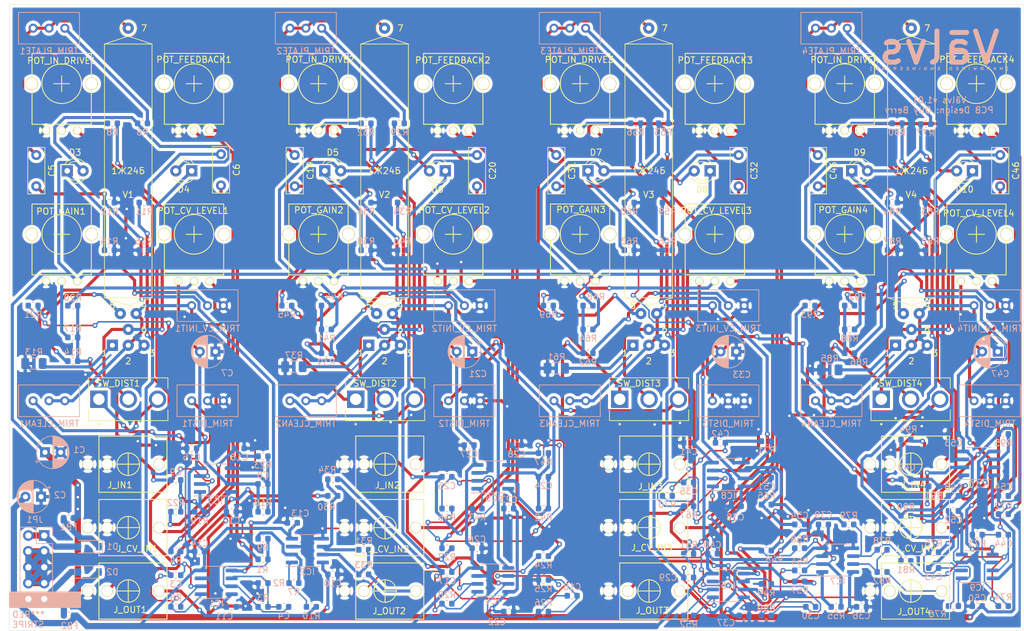
<source format=kicad_pcb>
(kicad_pcb (version 20171130) (host pcbnew "(5.1.6-0-10_14)")
  (layers (0 F.Cu signal) (31 B.Cu signal) (34 B.Paste user) (35 F.Paste user) (36 B.SilkS user) (37 F.SilkS user) (38 B.Mask user) (39 F.Mask user) (44 Edge.Cuts user))
  (net 0 "")
  (net 1 GND)
  (net 2 +12V)
  (net 3 -12V)
  (net 4 "Net-(C4-Pad2)")
  (net 5 "Net-(C4-Pad1)")
  (net 6 "Net-(C5-Pad2)")
  (net 7 "Net-(C5-Pad1)")
  (net 8 "Net-(C6-Pad2)")
  (net 9 "Net-(C6-Pad1)")
  (net 10 "Net-(C8-Pad2)")
  (net 11 "Net-(C8-Pad1)")
  (net 12 "Net-(C9-Pad2)")
  (net 13 "Net-(C9-Pad1)")
  (net 14 "Net-(C16-Pad1)")
  (net 15 "Net-(C17-Pad2)")
  (net 16 "Net-(C17-Pad1)")
  (net 17 "Net-(C18-Pad2)")
  (net 18 "Net-(C18-Pad1)")
  (net 19 "Net-(C20-Pad2)")
  (net 20 "Net-(C20-Pad1)")
  (net 21 "Net-(C28-Pad1)")
  (net 22 "Net-(C29-Pad2)")
  (net 23 "Net-(C29-Pad1)")
  (net 24 "Net-(C30-Pad2)")
  (net 25 "Net-(C30-Pad1)")
  (net 26 "Net-(C32-Pad2)")
  (net 27 "Net-(C32-Pad1)")
  (net 28 "Net-(C42-Pad1)")
  (net 29 "Net-(C44-Pad2)")
  (net 30 "Net-(C44-Pad1)")
  (net 31 "Net-(C45-Pad2)")
  (net 32 "Net-(C45-Pad1)")
  (net 33 "Net-(D3-Pad1)")
  (net 34 "Net-(D4-Pad1)")
  (net 35 "Net-(D5-Pad1)")
  (net 36 "Net-(D7-Pad1)")
  (net 37 "Net-(D8-Pad1)")
  (net 38 "Net-(POT_CV_LEVEL1-Pad2)")
  (net 39 "Net-(J_CV_IN1-Pad3)")
  (net 40 "Net-(POT_CV_LEVEL2-Pad2)")
  (net 41 "Net-(J_CV_IN2-Pad3)")
  (net 42 "Net-(POT_CV_LEVEL3-Pad2)")
  (net 43 "Net-(J_CV_IN3-Pad3)")
  (net 44 "Net-(POT_CV_LEVEL4-Pad2)")
  (net 45 "Net-(J_CV_IN4-Pad3)")
  (net 46 "Net-(POT_FEEDBACK1-Pad2)")
  (net 47 "Net-(POT_FEEDBACK2-Pad2)")
  (net 48 "Net-(POT_FEEDBACK3-Pad2)")
  (net 49 "Net-(POT_FEEDBACK4-Pad2)")
  (net 50 "Net-(POT_GAIN1-Pad2)")
  (net 51 "Net-(POT_GAIN2-Pad2)")
  (net 52 "Net-(POT_GAIN3-Pad2)")
  (net 53 "Net-(POT_GAIN4-Pad2)")
  (net 54 "Net-(POT_IN_DRIVE1-Pad2)")
  (net 55 "Net-(J_IN1-Pad3)")
  (net 56 "Net-(POT_IN_DRIVE2-Pad2)")
  (net 57 "Net-(J_IN2-Pad3)")
  (net 58 "Net-(POT_IN_DRIVE3-Pad2)")
  (net 59 "Net-(J_IN3-Pad3)")
  (net 60 "Net-(POT_IN_DRIVE4-Pad2)")
  (net 61 "Net-(J_IN4-Pad3)")
  (net 62 "Net-(J_OUT1-Pad3)")
  (net 63 "Net-(R6-Pad2)")
  (net 64 "Net-(J_OUT2-Pad3)")
  (net 65 "Net-(J_OUT3-Pad3)")
  (net 66 "Net-(J_OUT4-Pad3)")
  (net 67 "Net-(J_OUT1-Pad2)")
  (net 68 "Net-(J_OUT2-Pad2)")
  (net 69 "Net-(J_OUT3-Pad2)")
  (net 70 "Net-(SW_DIST1-Pad3)")
  (net 71 "Net-(SW_DIST1-Pad1)")
  (net 72 "Net-(SW_DIST2-Pad3)")
  (net 73 "Net-(SW_DIST2-Pad1)")
  (net 74 "Net-(SW_DIST3-Pad3)")
  (net 75 "Net-(SW_DIST3-Pad1)")
  (net 76 "Net-(SW_DIST4-Pad3)")
  (net 77 "Net-(SW_DIST4-Pad1)")
  (net 78 "Net-(J_OUT4-Pad2)")
  (net 79 "Net-(POT_FEEDBACK1-Pad3)")
  (net 80 "Net-(POT_FEEDBACK2-Pad3)")
  (net 81 "Net-(POT_FEEDBACK3-Pad3)")
  (net 82 "Net-(POT_FEEDBACK4-Pad3)")
  (net 83 "Net-(C3-Pad2)")
  (net 84 "Net-(C3-Pad1)")
  (net 85 "Net-(C19-Pad2)")
  (net 86 "Net-(C19-Pad1)")
  (net 87 "Net-(C24-Pad2)")
  (net 88 "Net-(C24-Pad1)")
  (net 89 "Net-(C25-Pad2)")
  (net 90 "Net-(C25-Pad1)")
  (net 91 "Net-(C31-Pad2)")
  (net 92 "Net-(C31-Pad1)")
  (net 93 "Net-(C34-Pad2)")
  (net 94 "Net-(C34-Pad1)")
  (net 95 "Net-(C35-Pad2)")
  (net 96 "Net-(C35-Pad1)")
  (net 97 "Net-(C43-Pad2)")
  (net 98 "Net-(C43-Pad1)")
  (net 99 "Net-(C46-Pad2)")
  (net 100 "Net-(C46-Pad1)")
  (net 101 "Net-(C48-Pad2)")
  (net 102 "Net-(C48-Pad1)")
  (net 103 "Net-(C49-Pad2)")
  (net 104 "Net-(C49-Pad1)")
  (net 105 "Net-(C54-Pad1)")
  (net 106 "Net-(D1-Pad2)")
  (net 107 "Net-(D1-Pad1)")
  (net 108 "Net-(D2-Pad2)")
  (net 109 "Net-(D2-Pad1)")
  (net 110 "Net-(D6-Pad1)")
  (net 111 "Net-(D9-Pad1)")
  (net 112 "Net-(D10-Pad1)")
  (net 113 "Net-(IC2-Pad7)")
  (net 114 "Net-(IC2-Pad6)")
  (net 115 "Net-(IC2-Pad2)")
  (net 116 "Net-(IC2-Pad1)")
  (net 117 "Net-(IC7-Pad7)")
  (net 118 "Net-(IC7-Pad6)")
  (net 119 "Net-(IC7-Pad2)")
  (net 120 "Net-(IC7-Pad1)")
  (net 121 "Net-(R13-Pad1)")
  (net 122 "Net-(R14-Pad2)")
  (net 123 "Net-(R21-Pad2)")
  (net 124 "Net-(R29-Pad2)")
  (net 125 "Net-(R37-Pad1)")
  (net 126 "Net-(R39-Pad2)")
  (net 127 "Net-(R45-Pad2)")
  (net 128 "Net-(R53-Pad2)")
  (net 129 "Net-(R61-Pad1)")
  (net 130 "Net-(R62-Pad2)")
  (net 131 "Net-(R69-Pad2)")
  (net 132 "Net-(R77-Pad2)")
  (net 133 "Net-(R85-Pad1)")
  (net 134 "Net-(R86-Pad2)")
  (net 135 "Net-(R93-Pad2)")
  (module Resistor_SMD:R_1206_3216Metric (layer B.Cu) (at 197.482 102.997 180)
    (fp_text reference R85 (at 0 1.82) (layer B.SilkS) (effects (justify mirror)))
    (fp_text value 750R)
    (pad 2 smd roundrect (at 1.4 0 180) (size 1.25 1.75) (layers B.Cu B.Paste B.Mask) (roundrect_rratio 0.2) (net 1 GND))
    (pad 1 smd roundrect (at -1.4 0 180) (size 1.25 1.75) (layers B.Cu B.Paste B.Mask) (roundrect_rratio 0.2) (net 133 "Net-(R85-Pad1)"))
  )
  (module Resistor_SMD:R_1206_3216Metric (layer B.Cu) (at 153.67 102.743 180)
    (fp_text reference R61 (at 0 1.82) (layer B.SilkS) (effects (justify mirror)))
    (fp_text value 750R)
    (pad 2 smd roundrect (at 1.4 0 180) (size 1.25 1.75) (layers B.Cu B.Paste B.Mask) (roundrect_rratio 0.2) (net 1 GND))
    (pad 1 smd roundrect (at -1.4 0 180) (size 1.25 1.75) (layers B.Cu B.Paste B.Mask) (roundrect_rratio 0.2) (net 129 "Net-(R61-Pad1)"))
  )
  (module Resistor_SMD:R_1206_3216Metric (layer B.Cu) (at 111.633 102.489 180)
    (fp_text reference R37 (at 0 1.82) (layer B.SilkS) (effects (justify mirror)))
    (fp_text value 750R)
    (pad 2 smd roundrect (at 1.4 0 180) (size 1.25 1.75) (layers B.Cu B.Paste B.Mask) (roundrect_rratio 0.2) (net 1 GND))
    (pad 1 smd roundrect (at -1.4 0 180) (size 1.25 1.75) (layers B.Cu B.Paste B.Mask) (roundrect_rratio 0.2) (net 125 "Net-(R37-Pad1)"))
  )
  (module Resistor_SMD:R_1206_3216Metric (layer B.Cu) (at 69.977 101.981 180)
    (fp_text reference R13 (at 0 1.82) (layer B.SilkS) (effects (justify mirror)))
    (fp_text value 750R)
    (pad 2 smd roundrect (at 1.4 0 180) (size 1.25 1.75) (layers B.Cu B.Paste B.Mask) (roundrect_rratio 0.2) (net 1 GND))
    (pad 1 smd roundrect (at -1.4 0 180) (size 1.25 1.75) (layers B.Cu B.Paste B.Mask) (roundrect_rratio 0.2) (net 121 "Net-(R13-Pad1)"))
  )
  (module Diode_SMD:D_SOD-123 (layer B.Cu) (at 78.74 131.318 180)
    (fp_text reference D1 (at -3.81 0) (layer B.SilkS) (effects (justify mirror)))
    (fp_text value 1N5819)
    (pad 2 smd rect (at 1.65 0 180) (size 0.9 1.2) (layers B.Cu B.Paste B.Mask) (net 106 "Net-(D1-Pad2)"))
    (pad 1 smd rect (at -1.65 0 180) (size 0.9 1.2) (layers B.Cu B.Paste B.Mask) (net 107 "Net-(D1-Pad1)"))
  )
  (module Diode_SMD:D_SOD-123 (layer B.Cu) (at 78.74 135.382)
    (fp_text reference D2 (at 3.81 0) (layer B.SilkS) (effects (justify mirror)))
    (fp_text value 1N5819)
    (pad 2 smd rect (at 1.65 0) (size 0.9 1.2) (layers B.Cu B.Paste B.Mask) (net 108 "Net-(D2-Pad2)"))
    (pad 1 smd rect (at -1.65 0) (size 0.9 1.2) (layers B.Cu B.Paste B.Mask) (net 109 "Net-(D2-Pad1)"))
  )
  (module Package_SO:SOIC-8_3.9x4.9mm_P1.27mm (layer B.Cu) (at 221.107 134.493)
    (fp_text reference IC9 (at 0 3.4) (layer B.SilkS) (effects (justify mirror)))
    (fp_text value TL072)
    (pad 8 smd roundrect (at 2.475 1.905) (size 1.95 0.6) (layers B.Cu B.Paste B.Mask) (net 2 +12V))
    (pad 7 smd roundrect (at 2.475 0.635) (size 1.95 0.6) (layers B.Cu B.Paste B.Mask) (net 29 "Net-(C44-Pad2)"))
    (pad 6 smd roundrect (at 2.475 -0.635) (size 1.95 0.6) (layers B.Cu B.Paste B.Mask) (net 30 "Net-(C44-Pad1)"))
    (pad 5 smd roundrect (at 2.475 -1.905) (size 1.95 0.6) (layers B.Cu B.Paste B.Mask) (net 31 "Net-(C45-Pad2)"))
    (pad 4 smd roundrect (at -2.475 -1.905) (size 1.95 0.6) (layers B.Cu B.Paste B.Mask) (net 3 -12V))
    (pad 3 smd roundrect (at -2.475 -0.635) (size 1.95 0.6) (layers B.Cu B.Paste B.Mask) (net 1 GND))
    (pad 2 smd roundrect (at -2.475 0.635) (size 1.95 0.6) (layers B.Cu B.Paste B.Mask) (net 97 "Net-(C43-Pad2)"))
    (pad 1 smd roundrect (at -2.475 1.905) (size 1.95 0.6) (layers B.Cu B.Paste B.Mask) (net 98 "Net-(C43-Pad1)"))
  )
  (module 100SP1T1B4M2QE:SW_100SP1T1B4M2QE (layer F.Cu) (at 85.09 107.7025 90)
    (fp_text reference SW_DIST1 (at 2.54 -1.6) (layer F.SilkS))
    (fp_text value SW_SPDT)
    (pad 3 thru_hole circle (at 0 4.7 90) (size 2.775 2.775) (drill 1.85) (layers *.Cu *.Mask) (net 70 "Net-(SW_DIST1-Pad3)"))
    (pad 2 thru_hole circle (at 0 0 90) (size 2.775 2.775) (drill 1.85) (layers *.Cu *.Mask) (net 8 "Net-(C6-Pad2)"))
    (pad 1 thru_hole rect (at 0 -4.7 90) (size 2.775 2.775) (drill 1.85) (layers *.Cu *.Mask) (net 71 "Net-(SW_DIST1-Pad1)"))
  )
  (module 100SP1T1B4M2QE:SW_100SP1T1B4M2QE (layer F.Cu) (at 126.238 107.7025 90)
    (fp_text reference SW_DIST2 (at 2.54 -1.6) (layer F.SilkS))
    (fp_text value SW_SPDT)
    (pad 3 thru_hole circle (at 0 4.7 90) (size 2.775 2.775) (drill 1.85) (layers *.Cu *.Mask) (net 72 "Net-(SW_DIST2-Pad3)"))
    (pad 2 thru_hole circle (at 0 0 90) (size 2.775 2.775) (drill 1.85) (layers *.Cu *.Mask) (net 19 "Net-(C20-Pad2)"))
    (pad 1 thru_hole rect (at 0 -4.7 90) (size 2.775 2.775) (drill 1.85) (layers *.Cu *.Mask) (net 73 "Net-(SW_DIST2-Pad1)"))
  )
  (module 100SP1T1B4M2QE:SW_100SP1T1B4M2QE (layer F.Cu) (at 168.529 107.7025 90)
    (fp_text reference SW_DIST3 (at 2.54 -1.6) (layer F.SilkS))
    (fp_text value SW_SPDT)
    (pad 3 thru_hole circle (at 0 4.7 90) (size 2.775 2.775) (drill 1.85) (layers *.Cu *.Mask) (net 74 "Net-(SW_DIST3-Pad3)"))
    (pad 2 thru_hole circle (at 0 0 90) (size 2.775 2.775) (drill 1.85) (layers *.Cu *.Mask) (net 26 "Net-(C32-Pad2)"))
    (pad 1 thru_hole rect (at 0 -4.7 90) (size 2.775 2.775) (drill 1.85) (layers *.Cu *.Mask) (net 75 "Net-(SW_DIST3-Pad1)"))
  )
  (module 100SP1T1B4M2QE:SW_100SP1T1B4M2QE (layer F.Cu) (at 210.439 107.7025 90)
    (fp_text reference SW_DIST4 (at 2.54 -1.6) (layer F.SilkS))
    (fp_text value SW_SPDT)
    (pad 3 thru_hole circle (at 0 4.7 90) (size 2.775 2.775) (drill 1.85) (layers *.Cu *.Mask) (net 76 "Net-(SW_DIST4-Pad3)"))
    (pad 2 thru_hole circle (at 0 0 90) (size 2.775 2.775) (drill 1.85) (layers *.Cu *.Mask) (net 99 "Net-(C46-Pad2)"))
    (pad 1 thru_hole rect (at 0 -4.7 90) (size 2.775 2.775) (drill 1.85) (layers *.Cu *.Mask) (net 77 "Net-(SW_DIST4-Pad1)"))
  )
  (module Capacitor_THT:CP_Radial_D5.0mm_P2.50mm (layer B.Cu) (at 224.409 100.076 180)
    (fp_text reference C47 (at -0.381 -3.556) (layer B.SilkS) (effects (justify mirror)))
    (fp_text value 47uf)
    (pad 2 thru_hole circle (at 2.5 0 180) (size 1.6 1.6) (drill 0.8) (layers *.Cu *.Mask) (net 3 -12V))
    (pad 1 thru_hole rect (at 0 0 180) (size 1.6 1.6) (drill 0.8) (layers *.Cu *.Mask) (net 1 GND))
  )
  (module Capacitor_THT:CP_Radial_D5.0mm_P2.50mm (layer B.Cu) (at 182.499 100.076 180)
    (fp_text reference C33 (at -0.889 -3.683) (layer B.SilkS) (effects (justify mirror)))
    (fp_text value 47uf)
    (pad 2 thru_hole circle (at 2.5 0 180) (size 1.6 1.6) (drill 0.8) (layers *.Cu *.Mask) (net 3 -12V))
    (pad 1 thru_hole rect (at 0 0 180) (size 1.6 1.6) (drill 0.8) (layers *.Cu *.Mask) (net 1 GND))
  )
  (module Capacitor_THT:CP_Radial_D5.0mm_P2.50mm (layer B.Cu) (at 140.208 100.076 180)
    (fp_text reference C21 (at -0.889 -3.556) (layer B.SilkS) (effects (justify mirror)))
    (fp_text value 47uf)
    (pad 2 thru_hole circle (at 2.5 0 180) (size 1.6 1.6) (drill 0.8) (layers *.Cu *.Mask) (net 3 -12V))
    (pad 1 thru_hole rect (at 0 0 180) (size 1.6 1.6) (drill 0.8) (layers *.Cu *.Mask) (net 1 GND))
  )
  (module Capacitor_THT:CP_Radial_D5.0mm_P2.50mm (layer B.Cu) (at 99.06 100.076 180)
    (fp_text reference C7 (at -1.905 -3.429) (layer B.SilkS) (effects (justify mirror)))
    (fp_text value 47uf)
    (pad 2 thru_hole circle (at 2.5 0 180) (size 1.6 1.6) (drill 0.8) (layers *.Cu *.Mask) (net 3 -12V))
    (pad 1 thru_hole rect (at 0 0 180) (size 1.6 1.6) (drill 0.8) (layers *.Cu *.Mask) (net 1 GND))
  )
  (module Capacitor_THT:CP_Radial_D5.0mm_P2.50mm (layer B.Cu) (at 71.12 123.317 180)
    (fp_text reference C2 (at -3.048 0.254) (layer B.SilkS) (effects (justify mirror)))
    (fp_text value 10uf)
    (pad 2 thru_hole circle (at 2.5 0 180) (size 1.6 1.6) (drill 0.8) (layers *.Cu *.Mask) (net 3 -12V))
    (pad 1 thru_hole rect (at 0 0 180) (size 1.6 1.6) (drill 0.8) (layers *.Cu *.Mask) (net 1 GND))
  )
  (module Capacitor_THT:CP_Radial_D5.0mm_P2.50mm (layer B.Cu) (at 71.755 116.205)
    (fp_text reference C1 (at 5.461 -0.381) (layer B.SilkS) (effects (justify mirror)))
    (fp_text value 10uf)
    (pad 2 thru_hole circle (at 2.5 0) (size 1.6 1.6) (drill 0.8) (layers *.Cu *.Mask) (net 1 GND))
    (pad 1 thru_hole rect (at 0 0) (size 1.6 1.6) (drill 0.8) (layers *.Cu *.Mask) (net 2 +12V))
  )
  (module Package_SO:SOIC-8_3.9x4.9mm_P1.27mm (layer B.Cu) (at 99.187 137.033)
    (fp_text reference IC1 (at 0 3.4) (layer B.SilkS) (effects (justify mirror)))
    (fp_text value TL072)
    (pad 8 smd roundrect (at 2.475 1.905) (size 1.95 0.6) (layers B.Cu B.Paste B.Mask) (net 2 +12V))
    (pad 7 smd roundrect (at 2.475 0.635) (size 1.95 0.6) (layers B.Cu B.Paste B.Mask) (net 4 "Net-(C4-Pad2)"))
    (pad 6 smd roundrect (at 2.475 -0.635) (size 1.95 0.6) (layers B.Cu B.Paste B.Mask) (net 5 "Net-(C4-Pad1)"))
    (pad 5 smd roundrect (at 2.475 -1.905) (size 1.95 0.6) (layers B.Cu B.Paste B.Mask) (net 6 "Net-(C5-Pad2)"))
    (pad 4 smd roundrect (at -2.475 -1.905) (size 1.95 0.6) (layers B.Cu B.Paste B.Mask) (net 3 -12V))
    (pad 3 smd roundrect (at -2.475 -0.635) (size 1.95 0.6) (layers B.Cu B.Paste B.Mask) (net 1 GND))
    (pad 2 smd roundrect (at -2.475 0.635) (size 1.95 0.6) (layers B.Cu B.Paste B.Mask) (net 83 "Net-(C3-Pad2)"))
    (pad 1 smd roundrect (at -2.475 1.905) (size 1.95 0.6) (layers B.Cu B.Paste B.Mask) (net 84 "Net-(C3-Pad1)"))
  )
  (module Resistor_SMD:R_0603_1608Metric (layer B.Cu) (at 205.867 131.826 180)
    (fp_text reference R78 (at 0 1.43) (layer B.SilkS) (effects (justify mirror)))
    (fp_text value 100k)
    (pad 2 smd roundrect (at 0.7875 0 180) (size 0.875 0.95) (layers B.Cu B.Paste B.Mask) (net 118 "Net-(IC7-Pad6)"))
    (pad 1 smd roundrect (at -0.7875 0 180) (size 0.875 0.95) (layers B.Cu B.Paste B.Mask) (net 117 "Net-(IC7-Pad7)"))
  )
  (module Resistor_SMD:R_0603_1608Metric (layer B.Cu) (at 198.501 140.97)
    (fp_text reference R55 (at 0 1.43) (layer B.SilkS) (effects (justify mirror)))
    (fp_text value 100k)
    (pad 2 smd roundrect (at 0.7875 0) (size 0.875 0.95) (layers B.Cu B.Paste B.Mask) (net 119 "Net-(IC7-Pad2)"))
    (pad 1 smd roundrect (at -0.7875 0) (size 0.875 0.95) (layers B.Cu B.Paste B.Mask) (net 120 "Net-(IC7-Pad1)"))
  )
  (module Resistor_SMD:R_0603_1608Metric (layer B.Cu) (at 122.809 131.826 180)
    (fp_text reference R31 (at 0 1.43) (layer B.SilkS) (effects (justify mirror)))
    (fp_text value 100k)
    (pad 2 smd roundrect (at 0.7875 0 180) (size 0.875 0.95) (layers B.Cu B.Paste B.Mask) (net 114 "Net-(IC2-Pad6)"))
    (pad 1 smd roundrect (at -0.7875 0 180) (size 0.875 0.95) (layers B.Cu B.Paste B.Mask) (net 113 "Net-(IC2-Pad7)"))
  )
  (module Resistor_SMD:R_0603_1608Metric (layer B.Cu) (at 111.633 137.16)
    (fp_text reference R7 (at 0 1.43) (layer B.SilkS) (effects (justify mirror)))
    (fp_text value 100k)
    (pad 2 smd roundrect (at 0.7875 0) (size 0.875 0.95) (layers B.Cu B.Paste B.Mask) (net 115 "Net-(IC2-Pad2)"))
    (pad 1 smd roundrect (at -0.7875 0) (size 0.875 0.95) (layers B.Cu B.Paste B.Mask) (net 116 "Net-(IC2-Pad1)"))
  )
  (module Resistor_SMD:R_0603_1608Metric (layer B.Cu) (at 200.533 127.762 180)
    (fp_text reference R79 (at 0 1.43) (layer B.SilkS) (effects (justify mirror)))
    (fp_text value 100k)
    (pad 2 smd roundrect (at 0.7875 0 180) (size 0.875 0.95) (layers B.Cu B.Paste B.Mask) (net 69 "Net-(J_OUT3-Pad2)"))
    (pad 1 smd roundrect (at -0.7875 0 180) (size 0.875 0.95) (layers B.Cu B.Paste B.Mask) (net 118 "Net-(IC7-Pad6)"))
  )
  (module Resistor_SMD:R_0603_1608Metric (layer B.Cu) (at 192.659 135.128 180)
    (fp_text reference R54 (at 0 1.43) (layer B.SilkS) (effects (justify mirror)))
    (fp_text value 100k)
    (pad 2 smd roundrect (at 0.7875 0 180) (size 0.875 0.95) (layers B.Cu B.Paste B.Mask) (net 68 "Net-(J_OUT2-Pad2)"))
    (pad 1 smd roundrect (at -0.7875 0 180) (size 0.875 0.95) (layers B.Cu B.Paste B.Mask) (net 119 "Net-(IC7-Pad2)"))
  )
  (module Resistor_SMD:R_0603_1608Metric (layer B.Cu) (at 117.856 123.19 180)
    (fp_text reference R30 (at 1.016 -1.778) (layer B.SilkS) (effects (justify mirror)))
    (fp_text value 100k)
    (pad 2 smd roundrect (at 0.7875 0 180) (size 0.875 0.95) (layers B.Cu B.Paste B.Mask) (net 67 "Net-(J_OUT1-Pad2)"))
    (pad 1 smd roundrect (at -0.7875 0 180) (size 0.875 0.95) (layers B.Cu B.Paste B.Mask) (net 114 "Net-(IC2-Pad6)"))
  )
  (module Resistor_SMD:R_0603_1608Metric (layer B.Cu) (at 209.677 133.604)
    (fp_text reference R81 (at 0 1.43) (layer B.SilkS) (effects (justify mirror)))
    (fp_text value 100k)
    (pad 2 smd roundrect (at 0.7875 0) (size 0.875 0.95) (layers B.Cu B.Paste B.Mask) (net 29 "Net-(C44-Pad2)"))
    (pad 1 smd roundrect (at -0.7875 0) (size 0.875 0.95) (layers B.Cu B.Paste B.Mask) (net 118 "Net-(IC7-Pad6)"))
  )
  (module Resistor_SMD:R_0603_1608Metric (layer B.Cu) (at 192.659 131.572 180)
    (fp_text reference R58 (at 0 1.43) (layer B.SilkS) (effects (justify mirror)))
    (fp_text value 100k)
    (pad 2 smd roundrect (at 0.7875 0 180) (size 0.875 0.95) (layers B.Cu B.Paste B.Mask) (net 24 "Net-(C30-Pad2)"))
    (pad 1 smd roundrect (at -0.7875 0 180) (size 0.875 0.95) (layers B.Cu B.Paste B.Mask) (net 119 "Net-(IC7-Pad2)"))
  )
  (module Resistor_SMD:R_0603_1608Metric (layer B.Cu) (at 117.856 120.523)
    (fp_text reference R34 (at -0.889 -1.524) (layer B.SilkS) (effects (justify mirror)))
    (fp_text value 100k)
    (pad 2 smd roundrect (at 0.7875 0) (size 0.875 0.95) (layers B.Cu B.Paste B.Mask) (net 17 "Net-(C18-Pad2)"))
    (pad 1 smd roundrect (at -0.7875 0) (size 0.875 0.95) (layers B.Cu B.Paste B.Mask) (net 114 "Net-(IC2-Pad6)"))
  )
  (module Resistor_SMD:R_0603_1608Metric (layer B.Cu) (at 106.68 130.048)
    (fp_text reference R9 (at 0 1.43) (layer B.SilkS) (effects (justify mirror)))
    (fp_text value 100k)
    (pad 2 smd roundrect (at 0.7875 0) (size 0.875 0.95) (layers B.Cu B.Paste B.Mask) (net 4 "Net-(C4-Pad2)"))
    (pad 1 smd roundrect (at -0.7875 0) (size 0.875 0.95) (layers B.Cu B.Paste B.Mask) (net 115 "Net-(IC2-Pad2)"))
  )
  (module Package_SO:SOIC-8_3.9x4.9mm_P1.27mm (layer B.Cu) (at 198.755 133.477)
    (fp_text reference IC7 (at 0 3.4) (layer B.SilkS) (effects (justify mirror)))
    (fp_text value TL072)
    (pad 8 smd roundrect (at 2.475 1.905) (size 1.95 0.6) (layers B.Cu B.Paste B.Mask) (net 2 +12V))
    (pad 7 smd roundrect (at 2.475 0.635) (size 1.95 0.6) (layers B.Cu B.Paste B.Mask) (net 117 "Net-(IC7-Pad7)"))
    (pad 6 smd roundrect (at 2.475 -0.635) (size 1.95 0.6) (layers B.Cu B.Paste B.Mask) (net 118 "Net-(IC7-Pad6)"))
    (pad 5 smd roundrect (at 2.475 -1.905) (size 1.95 0.6) (layers B.Cu B.Paste B.Mask) (net 1 GND))
    (pad 4 smd roundrect (at -2.475 -1.905) (size 1.95 0.6) (layers B.Cu B.Paste B.Mask) (net 3 -12V))
    (pad 3 smd roundrect (at -2.475 -0.635) (size 1.95 0.6) (layers B.Cu B.Paste B.Mask) (net 1 GND))
    (pad 2 smd roundrect (at -2.475 0.635) (size 1.95 0.6) (layers B.Cu B.Paste B.Mask) (net 119 "Net-(IC7-Pad2)"))
    (pad 1 smd roundrect (at -2.475 1.905) (size 1.95 0.6) (layers B.Cu B.Paste B.Mask) (net 120 "Net-(IC7-Pad1)"))
  )
  (module Package_SO:SOIC-8_3.9x4.9mm_P1.27mm (layer B.Cu) (at 113.792 131.953)
    (fp_text reference IC2 (at 0 3.4) (layer B.SilkS) (effects (justify mirror)))
    (fp_text value TL072)
    (pad 8 smd roundrect (at 2.475 1.905) (size 1.95 0.6) (layers B.Cu B.Paste B.Mask) (net 2 +12V))
    (pad 7 smd roundrect (at 2.475 0.635) (size 1.95 0.6) (layers B.Cu B.Paste B.Mask) (net 113 "Net-(IC2-Pad7)"))
    (pad 6 smd roundrect (at 2.475 -0.635) (size 1.95 0.6) (layers B.Cu B.Paste B.Mask) (net 114 "Net-(IC2-Pad6)"))
    (pad 5 smd roundrect (at 2.475 -1.905) (size 1.95 0.6) (layers B.Cu B.Paste B.Mask) (net 1 GND))
    (pad 4 smd roundrect (at -2.475 -1.905) (size 1.95 0.6) (layers B.Cu B.Paste B.Mask) (net 3 -12V))
    (pad 3 smd roundrect (at -2.475 -0.635) (size 1.95 0.6) (layers B.Cu B.Paste B.Mask) (net 1 GND))
    (pad 2 smd roundrect (at -2.475 0.635) (size 1.95 0.6) (layers B.Cu B.Paste B.Mask) (net 115 "Net-(IC2-Pad2)"))
    (pad 1 smd roundrect (at -2.475 1.905) (size 1.95 0.6) (layers B.Cu B.Paste B.Mask) (net 116 "Net-(IC2-Pad1)"))
  )
  (module Capacitor_SMD:C_0603_1608Metric (layer B.Cu) (at 196.469 127.762)
    (fp_text reference C39 (at 0 -1.524) (layer B.SilkS) (effects (justify mirror)))
    (fp_text value 100nf)
    (pad 2 smd roundrect (at 0.7875 0) (size 0.875 0.95) (layers B.Cu B.Paste B.Mask) (net 3 -12V))
    (pad 1 smd roundrect (at -0.7875 0) (size 0.875 0.95) (layers B.Cu B.Paste B.Mask) (net 1 GND))
  )
  (module Capacitor_SMD:C_0603_1608Metric (layer B.Cu) (at 202.565 140.97)
    (fp_text reference C36 (at 0 1.43) (layer B.SilkS) (effects (justify mirror)))
    (fp_text value 100nf)
    (pad 2 smd roundrect (at 0.7875 0) (size 0.875 0.95) (layers B.Cu B.Paste B.Mask) (net 1 GND))
    (pad 1 smd roundrect (at -0.7875 0) (size 0.875 0.95) (layers B.Cu B.Paste B.Mask) (net 2 +12V))
  )
  (module Capacitor_SMD:C_0603_1608Metric (layer B.Cu) (at 111.379 127.508)
    (fp_text reference C13 (at 1.27 -1.524) (layer B.SilkS) (effects (justify mirror)))
    (fp_text value 100nf)
    (pad 2 smd roundrect (at 0.7875 0) (size 0.875 0.95) (layers B.Cu B.Paste B.Mask) (net 3 -12V))
    (pad 1 smd roundrect (at -0.7875 0) (size 0.875 0.95) (layers B.Cu B.Paste B.Mask) (net 1 GND))
  )
  (module Capacitor_SMD:C_0603_1608Metric (layer B.Cu) (at 117.856 135.763)
    (fp_text reference C10 (at 0 1.43) (layer B.SilkS) (effects (justify mirror)))
    (fp_text value 100nf)
    (pad 2 smd roundrect (at 0.7875 0) (size 0.875 0.95) (layers B.Cu B.Paste B.Mask) (net 1 GND))
    (pad 1 smd roundrect (at -0.7875 0) (size 0.875 0.95) (layers B.Cu B.Paste B.Mask) (net 2 +12V))
  )
  (module Valve:Valve_Mini_Pentode_1j24b (layer F.Cu) (at 123.613333 99.06)
    (fp_text reference V2 (at 2.54 -24.13) (layer F.SilkS))
    (fp_text value 1J24B)
    (fp_text user 7 (at 5.08 -50.8) (layer F.SilkS))
    (fp_text user 6 (at 5.08 -2.54) (layer F.SilkS))
    (fp_text user 4 (at 5.08 -6.35) (layer F.SilkS))
    (fp_text user 5 (at 0 -6.35) (layer F.SilkS))
    (fp_text user 3 (at 6.35 1.27) (layer F.SilkS))
    (fp_text user 2 (at 2.54 2.54) (layer F.SilkS))
    (fp_text user 1 (at -1.27 1.27) (layer F.SilkS))
    (pad 7 thru_hole circle (at 2.54 -50.8) (size 1.8 1.8) (drill 0.8) (layers *.Cu *.Mask) (net 86 "Net-(C19-Pad1)"))
    (pad 6 thru_hole circle (at 2.54 -2.54) (size 1.8 1.8) (drill 0.8) (layers *.Cu *.Mask) (net 19 "Net-(C20-Pad2)"))
    (pad 5 thru_hole circle (at 1.27 -5.08) (size 1.8 1.8) (drill 0.8) (layers *.Cu *.Mask) (net 127 "Net-(R45-Pad2)"))
    (pad 4 thru_hole circle (at 3.81 -5.08) (size 1.8 1.8) (drill 0.8) (layers *.Cu *.Mask) (net 3 -12V))
    (pad 3 thru_hole circle (at 5.08 0) (size 1.8 1.8) (drill 0.8) (layers *.Cu *.Mask) (net 1 GND))
    (pad 2 thru_hole circle (at 2.54 0) (size 1.8 1.8) (drill 0.8) (layers *.Cu *.Mask) (net 3 -12V))
    (pad 1 thru_hole rect (at 0 0) (size 1.8 1.8) (drill 0.8) (layers *.Cu *.Mask) (net 125 "Net-(R37-Pad1)"))
  )
  (module Valve:Valve_Mini_Pentode_1j24b (layer F.Cu) (at 82.55 99.06)
    (fp_text reference V1 (at 2.54 -24.13) (layer F.SilkS))
    (fp_text value 1J24B)
    (fp_text user 7 (at 5.08 -50.8) (layer F.SilkS))
    (fp_text user 6 (at 5.08 -2.54) (layer F.SilkS))
    (fp_text user 4 (at 5.08 -6.35) (layer F.SilkS))
    (fp_text user 5 (at 0 -6.35) (layer F.SilkS))
    (fp_text user 3 (at 6.35 1.27) (layer F.SilkS))
    (fp_text user 2 (at 2.54 2.54) (layer F.SilkS))
    (fp_text user 1 (at -1.27 1.27) (layer F.SilkS))
    (pad 7 thru_hole circle (at 2.54 -50.8) (size 1.8 1.8) (drill 0.8) (layers *.Cu *.Mask) (net 7 "Net-(C5-Pad1)"))
    (pad 6 thru_hole circle (at 2.54 -2.54) (size 1.8 1.8) (drill 0.8) (layers *.Cu *.Mask) (net 8 "Net-(C6-Pad2)"))
    (pad 5 thru_hole circle (at 1.27 -5.08) (size 1.8 1.8) (drill 0.8) (layers *.Cu *.Mask) (net 123 "Net-(R21-Pad2)"))
    (pad 4 thru_hole circle (at 3.81 -5.08) (size 1.8 1.8) (drill 0.8) (layers *.Cu *.Mask) (net 3 -12V))
    (pad 3 thru_hole circle (at 5.08 0) (size 1.8 1.8) (drill 0.8) (layers *.Cu *.Mask) (net 1 GND))
    (pad 2 thru_hole circle (at 2.54 0) (size 1.8 1.8) (drill 0.8) (layers *.Cu *.Mask) (net 3 -12V))
    (pad 1 thru_hole rect (at 0 0) (size 1.8 1.8) (drill 0.8) (layers *.Cu *.Mask) (net 121 "Net-(R13-Pad1)"))
  )
  (module Valve:Valve_Mini_Pentode_1j24b (layer F.Cu) (at 208.01 99.06)
    (fp_text reference V4 (at 2.54 -24.13) (layer F.SilkS))
    (fp_text value 1J24B)
    (fp_text user 7 (at 5.08 -50.8) (layer F.SilkS))
    (fp_text user 6 (at 5.08 -2.54) (layer F.SilkS))
    (fp_text user 4 (at 5.08 -6.35) (layer F.SilkS))
    (fp_text user 5 (at 0 -6.35) (layer F.SilkS))
    (fp_text user 3 (at 6.35 1.27) (layer F.SilkS))
    (fp_text user 2 (at 2.54 2.54) (layer F.SilkS))
    (fp_text user 1 (at -1.27 1.27) (layer F.SilkS))
    (pad 7 thru_hole circle (at 2.54 -50.8) (size 1.8 1.8) (drill 0.8) (layers *.Cu *.Mask) (net 32 "Net-(C45-Pad1)"))
    (pad 6 thru_hole circle (at 2.54 -2.54) (size 1.8 1.8) (drill 0.8) (layers *.Cu *.Mask) (net 99 "Net-(C46-Pad2)"))
    (pad 5 thru_hole circle (at 1.27 -5.08) (size 1.8 1.8) (drill 0.8) (layers *.Cu *.Mask) (net 135 "Net-(R93-Pad2)"))
    (pad 4 thru_hole circle (at 3.81 -5.08) (size 1.8 1.8) (drill 0.8) (layers *.Cu *.Mask) (net 3 -12V))
    (pad 3 thru_hole circle (at 5.08 0) (size 1.8 1.8) (drill 0.8) (layers *.Cu *.Mask) (net 1 GND))
    (pad 2 thru_hole circle (at 2.54 0) (size 1.8 1.8) (drill 0.8) (layers *.Cu *.Mask) (net 3 -12V))
    (pad 1 thru_hole rect (at 0 0) (size 1.8 1.8) (drill 0.8) (layers *.Cu *.Mask) (net 133 "Net-(R85-Pad1)"))
  )
  (module Valve:Valve_Mini_Pentode_1j24b (layer F.Cu) (at 165.946666 99.06)
    (fp_text reference V3 (at 2.54 -24.13) (layer F.SilkS))
    (fp_text value 1J24B)
    (fp_text user 7 (at 5.08 -50.8) (layer F.SilkS))
    (fp_text user 6 (at 5.08 -2.54) (layer F.SilkS))
    (fp_text user 4 (at 5.08 -6.35) (layer F.SilkS))
    (fp_text user 5 (at 0 -6.35) (layer F.SilkS))
    (fp_text user 3 (at 6.35 1.27) (layer F.SilkS))
    (fp_text user 2 (at 2.54 2.54) (layer F.SilkS))
    (fp_text user 1 (at -1.27 1.27) (layer F.SilkS))
    (pad 7 thru_hole circle (at 2.54 -50.8) (size 1.8 1.8) (drill 0.8) (layers *.Cu *.Mask) (net 92 "Net-(C31-Pad1)"))
    (pad 6 thru_hole circle (at 2.54 -2.54) (size 1.8 1.8) (drill 0.8) (layers *.Cu *.Mask) (net 26 "Net-(C32-Pad2)"))
    (pad 5 thru_hole circle (at 1.27 -5.08) (size 1.8 1.8) (drill 0.8) (layers *.Cu *.Mask) (net 131 "Net-(R69-Pad2)"))
    (pad 4 thru_hole circle (at 3.81 -5.08) (size 1.8 1.8) (drill 0.8) (layers *.Cu *.Mask) (net 3 -12V))
    (pad 3 thru_hole circle (at 5.08 0) (size 1.8 1.8) (drill 0.8) (layers *.Cu *.Mask) (net 1 GND))
    (pad 2 thru_hole circle (at 2.54 0) (size 1.8 1.8) (drill 0.8) (layers *.Cu *.Mask) (net 3 -12V))
    (pad 1 thru_hole rect (at 0 0) (size 1.8 1.8) (drill 0.8) (layers *.Cu *.Mask) (net 129 "Net-(R61-Pad1)"))
  )
  (module Eurocad:Alpha9mmPot (layer F.Cu) (at 199.88 57.15)
    (fp_text reference POT_IN_DRIVE4 (at 0.03 -3.81 180) (layer F.SilkS))
    (fp_text value A100k)
    (pad "" thru_hole circle (at 4.8 0) (size 2 2) (drill 1.8) (layers *.Cu *.Mask F.SilkS))
    (pad "" thru_hole circle (at -4.8 0) (size 2 2) (drill 1.8) (layers *.Cu *.Mask F.SilkS))
    (pad 3 thru_hole circle (at 2.5 7.5) (size 1.3 1.3) (drill 1) (layers *.Cu *.Mask F.SilkS) (net 61 "Net-(J_IN4-Pad3)"))
    (pad 2 thru_hole circle (at 0 7.5) (size 1.3 1.3) (drill 1) (layers *.Cu *.Mask F.SilkS) (net 60 "Net-(POT_IN_DRIVE4-Pad2)"))
    (pad 1 thru_hole circle (at -2.5 7.5) (size 1.3 1.3) (drill 1) (layers *.Cu *.Mask F.SilkS) (net 1 GND))
  )
  (module Eurocad:Alpha9mmPot (layer F.Cu) (at 157.48 57.15)
    (fp_text reference POT_IN_DRIVE3 (at -0.12 -3.85 180) (layer F.SilkS))
    (fp_text value A100k)
    (pad "" thru_hole circle (at 4.8 0) (size 2 2) (drill 1.8) (layers *.Cu *.Mask F.SilkS))
    (pad "" thru_hole circle (at -4.8 0) (size 2 2) (drill 1.8) (layers *.Cu *.Mask F.SilkS))
    (pad 3 thru_hole circle (at 2.5 7.5) (size 1.3 1.3) (drill 1) (layers *.Cu *.Mask F.SilkS) (net 59 "Net-(J_IN3-Pad3)"))
    (pad 2 thru_hole circle (at 0 7.5) (size 1.3 1.3) (drill 1) (layers *.Cu *.Mask F.SilkS) (net 58 "Net-(POT_IN_DRIVE3-Pad2)"))
    (pad 1 thru_hole circle (at -2.5 7.5) (size 1.3 1.3) (drill 1) (layers *.Cu *.Mask F.SilkS) (net 1 GND))
  )
  (module Eurocad:Alpha9mmPot (layer F.Cu) (at 115.57 57.15)
    (fp_text reference POT_IN_DRIVE2 (at 0.24 -3.88 180) (layer F.SilkS))
    (fp_text value A100k)
    (pad "" thru_hole circle (at 4.8 0) (size 2 2) (drill 1.8) (layers *.Cu *.Mask F.SilkS))
    (pad "" thru_hole circle (at -4.8 0) (size 2 2) (drill 1.8) (layers *.Cu *.Mask F.SilkS))
    (pad 3 thru_hole circle (at 2.5 7.5) (size 1.3 1.3) (drill 1) (layers *.Cu *.Mask F.SilkS) (net 57 "Net-(J_IN2-Pad3)"))
    (pad 2 thru_hole circle (at 0 7.5) (size 1.3 1.3) (drill 1) (layers *.Cu *.Mask F.SilkS) (net 56 "Net-(POT_IN_DRIVE2-Pad2)"))
    (pad 1 thru_hole circle (at -2.5 7.5) (size 1.3 1.3) (drill 1) (layers *.Cu *.Mask F.SilkS) (net 1 GND))
  )
  (module Eurocad:Alpha9mmPot (layer F.Cu) (at 74.422 57.15)
    (fp_text reference POT_IN_DRIVE1 (at 0.01 -3.68 180) (layer F.SilkS))
    (fp_text value A100k)
    (pad "" thru_hole circle (at 4.8 0) (size 2 2) (drill 1.8) (layers *.Cu *.Mask F.SilkS))
    (pad "" thru_hole circle (at -4.8 0) (size 2 2) (drill 1.8) (layers *.Cu *.Mask F.SilkS))
    (pad 3 thru_hole circle (at 2.5 7.5) (size 1.3 1.3) (drill 1) (layers *.Cu *.Mask F.SilkS) (net 55 "Net-(J_IN1-Pad3)"))
    (pad 2 thru_hole circle (at 0 7.5) (size 1.3 1.3) (drill 1) (layers *.Cu *.Mask F.SilkS) (net 54 "Net-(POT_IN_DRIVE1-Pad2)"))
    (pad 1 thru_hole circle (at -2.5 7.5) (size 1.3 1.3) (drill 1) (layers *.Cu *.Mask F.SilkS) (net 1 GND))
  )
  (module Eurocad:Alpha9mmPot (layer F.Cu) (at 199.88 81.28)
    (fp_text reference POT_GAIN4 (at -0.24 -3.9 180) (layer F.SilkS))
    (fp_text value A100k)
    (pad "" thru_hole circle (at 4.8 0) (size 2 2) (drill 1.8) (layers *.Cu *.Mask F.SilkS))
    (pad "" thru_hole circle (at -4.8 0) (size 2 2) (drill 1.8) (layers *.Cu *.Mask F.SilkS))
    (pad 3 thru_hole circle (at 2.5 7.5) (size 1.3 1.3) (drill 1) (layers *.Cu *.Mask F.SilkS) (net 2 +12V))
    (pad 2 thru_hole circle (at 0 7.5) (size 1.3 1.3) (drill 1) (layers *.Cu *.Mask F.SilkS) (net 53 "Net-(POT_GAIN4-Pad2)"))
    (pad 1 thru_hole circle (at -2.5 7.5) (size 1.3 1.3) (drill 1) (layers *.Cu *.Mask F.SilkS) (net 1 GND))
  )
  (module Eurocad:Alpha9mmPot (layer F.Cu) (at 157.48 81.28)
    (fp_text reference POT_GAIN3 (at 0.15 -3.96 180) (layer F.SilkS))
    (fp_text value A100k)
    (pad "" thru_hole circle (at 4.8 0) (size 2 2) (drill 1.8) (layers *.Cu *.Mask F.SilkS))
    (pad "" thru_hole circle (at -4.8 0) (size 2 2) (drill 1.8) (layers *.Cu *.Mask F.SilkS))
    (pad 3 thru_hole circle (at 2.5 7.5) (size 1.3 1.3) (drill 1) (layers *.Cu *.Mask F.SilkS) (net 2 +12V))
    (pad 2 thru_hole circle (at 0 7.5) (size 1.3 1.3) (drill 1) (layers *.Cu *.Mask F.SilkS) (net 52 "Net-(POT_GAIN3-Pad2)"))
    (pad 1 thru_hole circle (at -2.5 7.5) (size 1.3 1.3) (drill 1) (layers *.Cu *.Mask F.SilkS) (net 1 GND))
  )
  (module Eurocad:Alpha9mmPot (layer F.Cu) (at 115.57 81.28)
    (fp_text reference POT_GAIN2 (at 0.05 -3.88 180) (layer F.SilkS))
    (fp_text value A100k)
    (pad "" thru_hole circle (at 4.8 0) (size 2 2) (drill 1.8) (layers *.Cu *.Mask F.SilkS))
    (pad "" thru_hole circle (at -4.8 0) (size 2 2) (drill 1.8) (layers *.Cu *.Mask F.SilkS))
    (pad 3 thru_hole circle (at 2.5 7.5) (size 1.3 1.3) (drill 1) (layers *.Cu *.Mask F.SilkS) (net 2 +12V))
    (pad 2 thru_hole circle (at 0 7.5) (size 1.3 1.3) (drill 1) (layers *.Cu *.Mask F.SilkS) (net 51 "Net-(POT_GAIN2-Pad2)"))
    (pad 1 thru_hole circle (at -2.5 7.5) (size 1.3 1.3) (drill 1) (layers *.Cu *.Mask F.SilkS) (net 1 GND))
  )
  (module Eurocad:Alpha9mmPot (layer F.Cu) (at 74.422 81.28)
    (fp_text reference POT_GAIN1 (at -0.11 -3.67 180) (layer F.SilkS))
    (fp_text value A100k)
    (pad "" thru_hole circle (at 4.8 0) (size 2 2) (drill 1.8) (layers *.Cu *.Mask F.SilkS))
    (pad "" thru_hole circle (at -4.8 0) (size 2 2) (drill 1.8) (layers *.Cu *.Mask F.SilkS))
    (pad 3 thru_hole circle (at 2.5 7.5) (size 1.3 1.3) (drill 1) (layers *.Cu *.Mask F.SilkS) (net 2 +12V))
    (pad 2 thru_hole circle (at 0 7.5) (size 1.3 1.3) (drill 1) (layers *.Cu *.Mask F.SilkS) (net 50 "Net-(POT_GAIN1-Pad2)"))
    (pad 1 thru_hole circle (at -2.5 7.5) (size 1.3 1.3) (drill 1) (layers *.Cu *.Mask F.SilkS) (net 1 GND))
  )
  (module Eurocad:Alpha9mmPot (layer F.Cu) (at 220.98 57.15)
    (fp_text reference POT_FEEDBACK4 (at 0.08 -3.87 180) (layer F.SilkS))
    (fp_text value A100k)
    (pad "" thru_hole circle (at 4.8 0) (size 2 2) (drill 1.8) (layers *.Cu *.Mask F.SilkS))
    (pad "" thru_hole circle (at -4.8 0) (size 2 2) (drill 1.8) (layers *.Cu *.Mask F.SilkS))
    (pad 3 thru_hole circle (at 2.5 7.5) (size 1.3 1.3) (drill 1) (layers *.Cu *.Mask F.SilkS) (net 82 "Net-(POT_FEEDBACK4-Pad3)"))
    (pad 2 thru_hole circle (at 0 7.5) (size 1.3 1.3) (drill 1) (layers *.Cu *.Mask F.SilkS) (net 49 "Net-(POT_FEEDBACK4-Pad2)"))
    (pad 1 thru_hole circle (at -2.5 7.5) (size 1.3 1.3) (drill 1) (layers *.Cu *.Mask F.SilkS) (net 1 GND))
  )
  (module Eurocad:Alpha9mmPot (layer F.Cu) (at 179.07 57.15)
    (fp_text reference POT_FEEDBACK3 (at 0.07 -3.76 180) (layer F.SilkS))
    (fp_text value A100k)
    (pad "" thru_hole circle (at 4.8 0) (size 2 2) (drill 1.8) (layers *.Cu *.Mask F.SilkS))
    (pad "" thru_hole circle (at -4.8 0) (size 2 2) (drill 1.8) (layers *.Cu *.Mask F.SilkS))
    (pad 3 thru_hole circle (at 2.5 7.5) (size 1.3 1.3) (drill 1) (layers *.Cu *.Mask F.SilkS) (net 81 "Net-(POT_FEEDBACK3-Pad3)"))
    (pad 2 thru_hole circle (at 0 7.5) (size 1.3 1.3) (drill 1) (layers *.Cu *.Mask F.SilkS) (net 48 "Net-(POT_FEEDBACK3-Pad2)"))
    (pad 1 thru_hole circle (at -2.5 7.5) (size 1.3 1.3) (drill 1) (layers *.Cu *.Mask F.SilkS) (net 1 GND))
  )
  (module Eurocad:Alpha9mmPot (layer F.Cu) (at 137.16 57.15)
    (fp_text reference POT_FEEDBACK2 (at -0.08 -3.76) (layer F.SilkS))
    (fp_text value A100k)
    (pad "" thru_hole circle (at 4.8 0) (size 2 2) (drill 1.8) (layers *.Cu *.Mask F.SilkS))
    (pad "" thru_hole circle (at -4.8 0) (size 2 2) (drill 1.8) (layers *.Cu *.Mask F.SilkS))
    (pad 3 thru_hole circle (at 2.5 7.5) (size 1.3 1.3) (drill 1) (layers *.Cu *.Mask F.SilkS) (net 80 "Net-(POT_FEEDBACK2-Pad3)"))
    (pad 2 thru_hole circle (at 0 7.5) (size 1.3 1.3) (drill 1) (layers *.Cu *.Mask F.SilkS) (net 47 "Net-(POT_FEEDBACK2-Pad2)"))
    (pad 1 thru_hole circle (at -2.5 7.5) (size 1.3 1.3) (drill 1) (layers *.Cu *.Mask F.SilkS) (net 1 GND))
  )
  (module Eurocad:Alpha9mmPot (layer F.Cu) (at 95.631 57.15)
    (fp_text reference POT_FEEDBACK1 (at -0.01 -3.86 180) (layer F.SilkS))
    (fp_text value A100k)
    (pad "" thru_hole circle (at 4.8 0) (size 2 2) (drill 1.8) (layers *.Cu *.Mask F.SilkS))
    (pad "" thru_hole circle (at -4.8 0) (size 2 2) (drill 1.8) (layers *.Cu *.Mask F.SilkS))
    (pad 3 thru_hole circle (at 2.5 7.5) (size 1.3 1.3) (drill 1) (layers *.Cu *.Mask F.SilkS) (net 79 "Net-(POT_FEEDBACK1-Pad3)"))
    (pad 2 thru_hole circle (at 0 7.5) (size 1.3 1.3) (drill 1) (layers *.Cu *.Mask F.SilkS) (net 46 "Net-(POT_FEEDBACK1-Pad2)"))
    (pad 1 thru_hole circle (at -2.5 7.5) (size 1.3 1.3) (drill 1) (layers *.Cu *.Mask F.SilkS) (net 1 GND))
  )
  (module Eurocad:Alpha9mmPot (layer F.Cu) (at 220.98 81.28)
    (fp_text reference POT_CV_LEVEL4 (at 0.36 -3.37 180) (layer F.SilkS))
    (fp_text value B100k)
    (pad "" thru_hole circle (at 4.8 0) (size 2 2) (drill 1.8) (layers *.Cu *.Mask F.SilkS))
    (pad "" thru_hole circle (at -4.8 0) (size 2 2) (drill 1.8) (layers *.Cu *.Mask F.SilkS))
    (pad 3 thru_hole circle (at 2.5 7.5) (size 1.3 1.3) (drill 1) (layers *.Cu *.Mask F.SilkS) (net 45 "Net-(J_CV_IN4-Pad3)"))
    (pad 2 thru_hole circle (at 0 7.5) (size 1.3 1.3) (drill 1) (layers *.Cu *.Mask F.SilkS) (net 44 "Net-(POT_CV_LEVEL4-Pad2)"))
    (pad 1 thru_hole circle (at -2.5 7.5) (size 1.3 1.3) (drill 1) (layers *.Cu *.Mask F.SilkS) (net 1 GND))
  )
  (module Eurocad:Alpha9mmPot (layer F.Cu) (at 179.07 81.28)
    (fp_text reference POT_CV_LEVEL3 (at 0.2 -3.79 180) (layer F.SilkS))
    (fp_text value B100k)
    (pad "" thru_hole circle (at 4.8 0) (size 2 2) (drill 1.8) (layers *.Cu *.Mask F.SilkS))
    (pad "" thru_hole circle (at -4.8 0) (size 2 2) (drill 1.8) (layers *.Cu *.Mask F.SilkS))
    (pad 3 thru_hole circle (at 2.5 7.5) (size 1.3 1.3) (drill 1) (layers *.Cu *.Mask F.SilkS) (net 43 "Net-(J_CV_IN3-Pad3)"))
    (pad 2 thru_hole circle (at 0 7.5) (size 1.3 1.3) (drill 1) (layers *.Cu *.Mask F.SilkS) (net 42 "Net-(POT_CV_LEVEL3-Pad2)"))
    (pad 1 thru_hole circle (at -2.5 7.5) (size 1.3 1.3) (drill 1) (layers *.Cu *.Mask F.SilkS) (net 1 GND))
  )
  (module Eurocad:Alpha9mmPot (layer F.Cu) (at 137.16 81.28)
    (fp_text reference POT_CV_LEVEL2 (at 0.13 -3.87 180) (layer F.SilkS))
    (fp_text value B100k)
    (pad "" thru_hole circle (at 4.8 0) (size 2 2) (drill 1.8) (layers *.Cu *.Mask F.SilkS))
    (pad "" thru_hole circle (at -4.8 0) (size 2 2) (drill 1.8) (layers *.Cu *.Mask F.SilkS))
    (pad 3 thru_hole circle (at 2.5 7.5) (size 1.3 1.3) (drill 1) (layers *.Cu *.Mask F.SilkS) (net 41 "Net-(J_CV_IN2-Pad3)"))
    (pad 2 thru_hole circle (at 0 7.5) (size 1.3 1.3) (drill 1) (layers *.Cu *.Mask F.SilkS) (net 40 "Net-(POT_CV_LEVEL2-Pad2)"))
    (pad 1 thru_hole circle (at -2.5 7.5) (size 1.3 1.3) (drill 1) (layers *.Cu *.Mask F.SilkS) (net 1 GND))
  )
  (module Eurocad:Alpha9mmPot (layer F.Cu) (at 95.631 81.28)
    (fp_text reference POT_CV_LEVEL1 (at -0.15 -3.79 180) (layer F.SilkS))
    (fp_text value B100k)
    (pad "" thru_hole circle (at 4.8 0) (size 2 2) (drill 1.8) (layers *.Cu *.Mask F.SilkS))
    (pad "" thru_hole circle (at -4.8 0) (size 2 2) (drill 1.8) (layers *.Cu *.Mask F.SilkS))
    (pad 3 thru_hole circle (at 2.5 7.5) (size 1.3 1.3) (drill 1) (layers *.Cu *.Mask F.SilkS) (net 39 "Net-(J_CV_IN1-Pad3)"))
    (pad 2 thru_hole circle (at 0 7.5) (size 1.3 1.3) (drill 1) (layers *.Cu *.Mask F.SilkS) (net 38 "Net-(POT_CV_LEVEL1-Pad2)"))
    (pad 1 thru_hole circle (at -2.5 7.5) (size 1.3 1.3) (drill 1) (layers *.Cu *.Mask F.SilkS) (net 1 GND))
  )
  (module Eurocad:PJ301M-12 (layer F.Cu) (at 210.469 138.43 270)
    (fp_text reference J_OUT4 (at 3.3 -0.54) (layer F.SilkS))
    (fp_text value PJ301M-12)
    (pad 3 thru_hole circle (at 0 -4.92 270) (size 1.8 1.8) (drill 1.6) (layers *.Cu *.Mask F.SilkS) (net 66 "Net-(J_OUT4-Pad3)"))
    (pad 1 thru_hole circle (at 0 6.48 270) (size 1.8 1.8) (drill 1.6) (layers *.Cu *.Mask F.SilkS) (net 1 GND))
    (pad 2 thru_hole circle (at 0 3.38 270) (size 1.8 1.8) (drill 1.6) (layers *.Cu *.Mask F.SilkS) (net 78 "Net-(J_OUT4-Pad2)"))
  )
  (module Eurocad:PJ301M-12 (layer F.Cu) (at 168.529 138.43 270)
    (fp_text reference J_OUT3 (at 3.13 -0.55) (layer F.SilkS))
    (fp_text value PJ301M-12)
    (pad 3 thru_hole circle (at 0 -4.92 270) (size 1.8 1.8) (drill 1.6) (layers *.Cu *.Mask F.SilkS) (net 65 "Net-(J_OUT3-Pad3)"))
    (pad 1 thru_hole circle (at 0 6.48 270) (size 1.8 1.8) (drill 1.6) (layers *.Cu *.Mask F.SilkS) (net 1 GND))
    (pad 2 thru_hole circle (at 0 3.38 270) (size 1.8 1.8) (drill 1.6) (layers *.Cu *.Mask F.SilkS) (net 69 "Net-(J_OUT3-Pad2)"))
  )
  (module Eurocad:PJ301M-12 (layer F.Cu) (at 126.238 138.43 270)
    (fp_text reference J_OUT2 (at 3.2 -0.66) (layer F.SilkS))
    (fp_text value PJ301M-12)
    (pad 3 thru_hole circle (at 0 -4.92 270) (size 1.8 1.8) (drill 1.6) (layers *.Cu *.Mask F.SilkS) (net 64 "Net-(J_OUT2-Pad3)"))
    (pad 1 thru_hole circle (at 0 6.48 270) (size 1.8 1.8) (drill 1.6) (layers *.Cu *.Mask F.SilkS) (net 1 GND))
    (pad 2 thru_hole circle (at 0 3.38 270) (size 1.8 1.8) (drill 1.6) (layers *.Cu *.Mask F.SilkS) (net 68 "Net-(J_OUT2-Pad2)"))
  )
  (module Eurocad:PJ301M-12 (layer F.Cu) (at 85.09 138.43 270)
    (fp_text reference J_OUT1 (at 3 -0.3) (layer F.SilkS))
    (fp_text value PJ301M-12)
    (pad 3 thru_hole circle (at 0 -4.92 270) (size 1.8 1.8) (drill 1.6) (layers *.Cu *.Mask F.SilkS) (net 62 "Net-(J_OUT1-Pad3)"))
    (pad 1 thru_hole circle (at 0 6.48 270) (size 1.8 1.8) (drill 1.6) (layers *.Cu *.Mask F.SilkS) (net 1 GND))
    (pad 2 thru_hole circle (at 0 3.38 270) (size 1.8 1.8) (drill 1.6) (layers *.Cu *.Mask F.SilkS) (net 67 "Net-(J_OUT1-Pad2)"))
  )
  (module Eurocad:PJ301M-12 (layer F.Cu) (at 210.469 118.11 270)
    (fp_text reference J_IN4 (at 3.31 -0.42) (layer F.SilkS))
    (fp_text value PJ301M-12)
    (pad 3 thru_hole circle (at 0 -4.92 270) (size 1.8 1.8) (drill 1.6) (layers *.Cu *.Mask F.SilkS) (net 61 "Net-(J_IN4-Pad3)"))
    (pad 1 thru_hole circle (at 0 6.48 270) (size 1.8 1.8) (drill 1.6) (layers *.Cu *.Mask F.SilkS) (net 1 GND))
    (pad 2 thru_hole circle (at 0 3.38 270) (size 1.8 1.8) (drill 1.6) (layers *.Cu *.Mask F.SilkS) (net 1 GND))
  )
  (module Eurocad:PJ301M-12 (layer F.Cu) (at 168.529 118.11 270)
    (fp_text reference J_IN3 (at 3.58 -0.22) (layer F.SilkS))
    (fp_text value PJ301M-12)
    (pad 3 thru_hole circle (at 0 -4.92 270) (size 1.8 1.8) (drill 1.6) (layers *.Cu *.Mask F.SilkS) (net 59 "Net-(J_IN3-Pad3)"))
    (pad 1 thru_hole circle (at 0 6.48 270) (size 1.8 1.8) (drill 1.6) (layers *.Cu *.Mask F.SilkS) (net 1 GND))
    (pad 2 thru_hole circle (at 0 3.38 270) (size 1.8 1.8) (drill 1.6) (layers *.Cu *.Mask F.SilkS) (net 1 GND))
  )
  (module Eurocad:PJ301M-12 (layer F.Cu) (at 126.238 118.11 270)
    (fp_text reference J_IN2 (at 3.38 -0.37) (layer F.SilkS))
    (fp_text value PJ301M-12)
    (pad 3 thru_hole circle (at 0 -4.92 270) (size 1.8 1.8) (drill 1.6) (layers *.Cu *.Mask F.SilkS) (net 57 "Net-(J_IN2-Pad3)"))
    (pad 1 thru_hole circle (at 0 6.48 270) (size 1.8 1.8) (drill 1.6) (layers *.Cu *.Mask F.SilkS) (net 1 GND))
    (pad 2 thru_hole circle (at 0 3.38 270) (size 1.8 1.8) (drill 1.6) (layers *.Cu *.Mask F.SilkS) (net 1 GND))
  )
  (module Eurocad:PJ301M-12 (layer F.Cu) (at 85.09 118.11 270)
    (fp_text reference J_IN1 (at 3.33 1.35) (layer F.SilkS))
    (fp_text value PJ301M-12)
    (pad 3 thru_hole circle (at 0 -4.92 270) (size 1.8 1.8) (drill 1.6) (layers *.Cu *.Mask F.SilkS) (net 55 "Net-(J_IN1-Pad3)"))
    (pad 1 thru_hole circle (at 0 6.48 270) (size 1.8 1.8) (drill 1.6) (layers *.Cu *.Mask F.SilkS) (net 1 GND))
    (pad 2 thru_hole circle (at 0 3.38 270) (size 1.8 1.8) (drill 1.6) (layers *.Cu *.Mask F.SilkS) (net 1 GND))
  )
  (module Eurocad:PJ301M-12 (layer F.Cu) (at 210.469 128.27 270)
    (fp_text reference J_CV_IN4 (at 3.34 -0.77) (layer F.SilkS))
    (fp_text value PJ301M-12)
    (pad 3 thru_hole circle (at 0 -4.92 270) (size 1.8 1.8) (drill 1.6) (layers *.Cu *.Mask F.SilkS) (net 45 "Net-(J_CV_IN4-Pad3)"))
    (pad 1 thru_hole circle (at 0 6.48 270) (size 1.8 1.8) (drill 1.6) (layers *.Cu *.Mask F.SilkS) (net 1 GND))
    (pad 2 thru_hole circle (at 0 3.38 270) (size 1.8 1.8) (drill 1.6) (layers *.Cu *.Mask F.SilkS) (net 1 GND))
  )
  (module Eurocad:PJ301M-12 (layer F.Cu) (at 168.529 128.27 270)
    (fp_text reference J_CV_IN3 (at 3.21 -0.44) (layer F.SilkS))
    (fp_text value PJ301M-12)
    (pad 3 thru_hole circle (at 0 -4.92 270) (size 1.8 1.8) (drill 1.6) (layers *.Cu *.Mask F.SilkS) (net 43 "Net-(J_CV_IN3-Pad3)"))
    (pad 1 thru_hole circle (at 0 6.48 270) (size 1.8 1.8) (drill 1.6) (layers *.Cu *.Mask F.SilkS) (net 1 GND))
    (pad 2 thru_hole circle (at 0 3.38 270) (size 1.8 1.8) (drill 1.6) (layers *.Cu *.Mask F.SilkS) (net 1 GND))
  )
  (module Eurocad:PJ301M-12 (layer F.Cu) (at 126.238 128.27 270)
    (fp_text reference J_CV_IN2 (at 3.46 -0.56) (layer F.SilkS))
    (fp_text value PJ301M-12)
    (pad 3 thru_hole circle (at 0 -4.92 270) (size 1.8 1.8) (drill 1.6) (layers *.Cu *.Mask F.SilkS) (net 41 "Net-(J_CV_IN2-Pad3)"))
    (pad 1 thru_hole circle (at 0 6.48 270) (size 1.8 1.8) (drill 1.6) (layers *.Cu *.Mask F.SilkS) (net 1 GND))
    (pad 2 thru_hole circle (at 0 3.38 270) (size 1.8 1.8) (drill 1.6) (layers *.Cu *.Mask F.SilkS) (net 1 GND))
  )
  (module Eurocad:PJ301M-12 (layer F.Cu) (at 85.09 128.27 270)
    (fp_text reference J_CV_IN1 (at 3.39 -1.43) (layer F.SilkS))
    (fp_text value PJ301M-12)
    (pad 3 thru_hole circle (at 0 -4.92 270) (size 1.8 1.8) (drill 1.6) (layers *.Cu *.Mask F.SilkS) (net 39 "Net-(J_CV_IN1-Pad3)"))
    (pad 1 thru_hole circle (at 0 6.48 270) (size 1.8 1.8) (drill 1.6) (layers *.Cu *.Mask F.SilkS) (net 1 GND))
    (pad 2 thru_hole circle (at 0 3.38 270) (size 1.8 1.8) (drill 1.6) (layers *.Cu *.Mask F.SilkS) (net 1 GND))
  )
  (module Resistor_SMD:R_0603_1608Metric (layer B.Cu) (at 187.325 142.367 180)
    (fp_text reference R50 (at 0 1.27) (layer B.SilkS) (effects (justify mirror)))
    (fp_text value 100k)
    (pad 2 smd roundrect (at 0.7875 0 180) (size 0.875 0.95) (layers B.Cu B.Paste B.Mask) (net 24 "Net-(C30-Pad2)"))
    (pad 1 smd roundrect (at -0.7875 0 180) (size 0.875 0.95) (layers B.Cu B.Paste B.Mask) (net 25 "Net-(C30-Pad1)"))
  )
  (module Resistor_SMD:R_0603_1608Metric (layer B.Cu) (at 187.325 137.287)
    (fp_text reference R49 (at 0 1.43) (layer B.SilkS) (effects (justify mirror)))
    (fp_text value 100k)
    (pad 2 smd roundrect (at 0.7875 0) (size 0.875 0.95) (layers B.Cu B.Paste B.Mask) (net 25 "Net-(C30-Pad1)"))
    (pad 1 smd roundrect (at -0.7875 0) (size 0.875 0.95) (layers B.Cu B.Paste B.Mask) (net 1 GND))
  )
  (module Potentiometer_THT:Potentiometer_Bourns_3296W_Vertical (layer B.Cu) (at 200.279 48.26)
    (fp_text reference TRIM_PLATE4 (at -2.54 3.66) (layer B.SilkS) (effects (justify mirror)))
    (fp_text value 20k)
    (pad 3 thru_hole circle (at -5.08 0) (size 1.44 1.44) (drill 0.8) (layers *.Cu *.Mask) (net 32 "Net-(C45-Pad1)"))
    (pad 2 thru_hole circle (at -2.54 0) (size 1.44 1.44) (drill 0.8) (layers *.Cu *.Mask) (net 32 "Net-(C45-Pad1)"))
    (pad 1 thru_hole circle (at 0 0) (size 1.44 1.44) (drill 0.8) (layers *.Cu *.Mask) (net 132 "Net-(R77-Pad2)"))
  )
  (module Potentiometer_THT:Potentiometer_Bourns_3296W_Vertical (layer B.Cu) (at 158.369 48.26)
    (fp_text reference TRIM_PLATE3 (at -2.54 3.66) (layer B.SilkS) (effects (justify mirror)))
    (fp_text value 20k)
    (pad 3 thru_hole circle (at -5.08 0) (size 1.44 1.44) (drill 0.8) (layers *.Cu *.Mask) (net 92 "Net-(C31-Pad1)"))
    (pad 2 thru_hole circle (at -2.54 0) (size 1.44 1.44) (drill 0.8) (layers *.Cu *.Mask) (net 92 "Net-(C31-Pad1)"))
    (pad 1 thru_hole circle (at 0 0) (size 1.44 1.44) (drill 0.8) (layers *.Cu *.Mask) (net 128 "Net-(R53-Pad2)"))
  )
  (module Potentiometer_THT:Potentiometer_Bourns_3296W_Vertical (layer B.Cu) (at 116.078 48.26)
    (fp_text reference TRIM_PLATE2 (at -2.54 3.66) (layer B.SilkS) (effects (justify mirror)))
    (fp_text value 20k)
    (pad 3 thru_hole circle (at -5.08 0) (size 1.44 1.44) (drill 0.8) (layers *.Cu *.Mask) (net 86 "Net-(C19-Pad1)"))
    (pad 2 thru_hole circle (at -2.54 0) (size 1.44 1.44) (drill 0.8) (layers *.Cu *.Mask) (net 86 "Net-(C19-Pad1)"))
    (pad 1 thru_hole circle (at 0 0) (size 1.44 1.44) (drill 0.8) (layers *.Cu *.Mask) (net 124 "Net-(R29-Pad2)"))
  )
  (module Potentiometer_THT:Potentiometer_Bourns_3296W_Vertical (layer B.Cu) (at 74.93 48.26)
    (fp_text reference TRIM_PLATE1 (at -2.54 3.66) (layer B.SilkS) (effects (justify mirror)))
    (fp_text value 20k)
    (pad 3 thru_hole circle (at -5.08 0) (size 1.44 1.44) (drill 0.8) (layers *.Cu *.Mask) (net 7 "Net-(C5-Pad1)"))
    (pad 2 thru_hole circle (at -2.54 0) (size 1.44 1.44) (drill 0.8) (layers *.Cu *.Mask) (net 7 "Net-(C5-Pad1)"))
    (pad 1 thru_hole circle (at 0 0) (size 1.44 1.44) (drill 0.8) (layers *.Cu *.Mask) (net 63 "Net-(R6-Pad2)"))
  )
  (module Potentiometer_THT:Potentiometer_Bourns_3296W_Vertical (layer B.Cu) (at 225.679 107.95)
    (fp_text reference TRIM_DIST4 (at -2.54 3.66) (layer B.SilkS) (effects (justify mirror)))
    (fp_text value 1M)
    (pad 3 thru_hole circle (at -5.08 0) (size 1.44 1.44) (drill 0.8) (layers *.Cu *.Mask) (net 77 "Net-(SW_DIST4-Pad1)"))
    (pad 2 thru_hole circle (at -2.54 0) (size 1.44 1.44) (drill 0.8) (layers *.Cu *.Mask) (net 1 GND))
    (pad 1 thru_hole circle (at 0 0) (size 1.44 1.44) (drill 0.8) (layers *.Cu *.Mask) (net 1 GND))
  )
  (module Potentiometer_THT:Potentiometer_Bourns_3296W_Vertical (layer B.Cu) (at 183.769 107.95)
    (fp_text reference TRIM_DIST3 (at -2.54 3.66) (layer B.SilkS) (effects (justify mirror)))
    (fp_text value 1M)
    (pad 3 thru_hole circle (at -5.08 0) (size 1.44 1.44) (drill 0.8) (layers *.Cu *.Mask) (net 75 "Net-(SW_DIST3-Pad1)"))
    (pad 2 thru_hole circle (at -2.54 0) (size 1.44 1.44) (drill 0.8) (layers *.Cu *.Mask) (net 1 GND))
    (pad 1 thru_hole circle (at 0 0) (size 1.44 1.44) (drill 0.8) (layers *.Cu *.Mask) (net 1 GND))
  )
  (module Potentiometer_THT:Potentiometer_Bourns_3296W_Vertical (layer B.Cu) (at 141.478 107.95)
    (fp_text reference TRIM_DIST2 (at -2.54 3.66) (layer B.SilkS) (effects (justify mirror)))
    (fp_text value 1M)
    (pad 3 thru_hole circle (at -5.08 0) (size 1.44 1.44) (drill 0.8) (layers *.Cu *.Mask) (net 73 "Net-(SW_DIST2-Pad1)"))
    (pad 2 thru_hole circle (at -2.54 0) (size 1.44 1.44) (drill 0.8) (layers *.Cu *.Mask) (net 1 GND))
    (pad 1 thru_hole circle (at 0 0) (size 1.44 1.44) (drill 0.8) (layers *.Cu *.Mask) (net 1 GND))
  )
  (module Potentiometer_THT:Potentiometer_Bourns_3296W_Vertical (layer B.Cu) (at 100.33 107.95)
    (fp_text reference TRIM_DIST1 (at -2.54 3.66) (layer B.SilkS) (effects (justify mirror)))
    (fp_text value 1M)
    (pad 3 thru_hole circle (at -5.08 0) (size 1.44 1.44) (drill 0.8) (layers *.Cu *.Mask) (net 71 "Net-(SW_DIST1-Pad1)"))
    (pad 2 thru_hole circle (at -2.54 0) (size 1.44 1.44) (drill 0.8) (layers *.Cu *.Mask) (net 1 GND))
    (pad 1 thru_hole circle (at 0 0) (size 1.44 1.44) (drill 0.8) (layers *.Cu *.Mask) (net 1 GND))
  )
  (module Potentiometer_THT:Potentiometer_Bourns_3296W_Vertical (layer B.Cu) (at 225.679 92.71)
    (fp_text reference TRIM_CV_INIT4 (at -2.54 3.66) (layer B.SilkS) (effects (justify mirror)))
    (fp_text value 100k)
    (pad 3 thru_hole circle (at -5.08 0) (size 1.44 1.44) (drill 0.8) (layers *.Cu *.Mask) (net 3 -12V))
    (pad 2 thru_hole circle (at -2.54 0) (size 1.44 1.44) (drill 0.8) (layers *.Cu *.Mask) (net 134 "Net-(R86-Pad2)"))
    (pad 1 thru_hole circle (at 0 0) (size 1.44 1.44) (drill 0.8) (layers *.Cu *.Mask) (net 1 GND))
  )
  (module Potentiometer_THT:Potentiometer_Bourns_3296W_Vertical (layer B.Cu) (at 183.769 92.71)
    (fp_text reference TRIM_CV_INIT3 (at -2.54 3.66) (layer B.SilkS) (effects (justify mirror)))
    (fp_text value 100k)
    (pad 3 thru_hole circle (at -5.08 0) (size 1.44 1.44) (drill 0.8) (layers *.Cu *.Mask) (net 3 -12V))
    (pad 2 thru_hole circle (at -2.54 0) (size 1.44 1.44) (drill 0.8) (layers *.Cu *.Mask) (net 130 "Net-(R62-Pad2)"))
    (pad 1 thru_hole circle (at 0 0) (size 1.44 1.44) (drill 0.8) (layers *.Cu *.Mask) (net 1 GND))
  )
  (module Potentiometer_THT:Potentiometer_Bourns_3296W_Vertical (layer B.Cu) (at 141.478 92.71)
    (fp_text reference TRIM_CV_INIT2 (at -2.54 3.66) (layer B.SilkS) (effects (justify mirror)))
    (fp_text value 100k)
    (pad 3 thru_hole circle (at -5.08 0) (size 1.44 1.44) (drill 0.8) (layers *.Cu *.Mask) (net 3 -12V))
    (pad 2 thru_hole circle (at -2.54 0) (size 1.44 1.44) (drill 0.8) (layers *.Cu *.Mask) (net 126 "Net-(R39-Pad2)"))
    (pad 1 thru_hole circle (at 0 0) (size 1.44 1.44) (drill 0.8) (layers *.Cu *.Mask) (net 1 GND))
  )
  (module Potentiometer_THT:Potentiometer_Bourns_3296W_Vertical (layer B.Cu) (at 100.33 92.71)
    (fp_text reference TRIM_CV_INIT1 (at -2.54 3.66) (layer B.SilkS) (effects (justify mirror)))
    (fp_text value 100k)
    (pad 3 thru_hole circle (at -5.08 0) (size 1.44 1.44) (drill 0.8) (layers *.Cu *.Mask) (net 3 -12V))
    (pad 2 thru_hole circle (at -2.54 0) (size 1.44 1.44) (drill 0.8) (layers *.Cu *.Mask) (net 122 "Net-(R14-Pad2)"))
    (pad 1 thru_hole circle (at 0 0) (size 1.44 1.44) (drill 0.8) (layers *.Cu *.Mask) (net 1 GND))
  )
  (module Potentiometer_THT:Potentiometer_Bourns_3296W_Vertical (layer B.Cu) (at 200.279 107.95)
    (fp_text reference TRIM_CLEAN4 (at -2.54 3.66) (layer B.SilkS) (effects (justify mirror)))
    (fp_text value 100k)
    (pad 3 thru_hole circle (at -5.08 0) (size 1.44 1.44) (drill 0.8) (layers *.Cu *.Mask) (net 76 "Net-(SW_DIST4-Pad3)"))
    (pad 2 thru_hole circle (at -2.54 0) (size 1.44 1.44) (drill 0.8) (layers *.Cu *.Mask) (net 3 -12V))
    (pad 1 thru_hole circle (at 0 0) (size 1.44 1.44) (drill 0.8) (layers *.Cu *.Mask) (net 3 -12V))
  )
  (module Potentiometer_THT:Potentiometer_Bourns_3296W_Vertical (layer B.Cu) (at 158.369 107.95)
    (fp_text reference TRIM_CLEAN3 (at -2.54 3.66) (layer B.SilkS) (effects (justify mirror)))
    (fp_text value 100k)
    (pad 3 thru_hole circle (at -5.08 0) (size 1.44 1.44) (drill 0.8) (layers *.Cu *.Mask) (net 74 "Net-(SW_DIST3-Pad3)"))
    (pad 2 thru_hole circle (at -2.54 0) (size 1.44 1.44) (drill 0.8) (layers *.Cu *.Mask) (net 3 -12V))
    (pad 1 thru_hole circle (at 0 0) (size 1.44 1.44) (drill 0.8) (layers *.Cu *.Mask) (net 3 -12V))
  )
  (module Potentiometer_THT:Potentiometer_Bourns_3296W_Vertical (layer B.Cu) (at 116.078 107.95)
    (fp_text reference TRIM_CLEAN2 (at -2.54 3.66) (layer B.SilkS) (effects (justify mirror)))
    (fp_text value 100k)
    (pad 3 thru_hole circle (at -5.08 0) (size 1.44 1.44) (drill 0.8) (layers *.Cu *.Mask) (net 72 "Net-(SW_DIST2-Pad3)"))
    (pad 2 thru_hole circle (at -2.54 0) (size 1.44 1.44) (drill 0.8) (layers *.Cu *.Mask) (net 3 -12V))
    (pad 1 thru_hole circle (at 0 0) (size 1.44 1.44) (drill 0.8) (layers *.Cu *.Mask) (net 3 -12V))
  )
  (module Potentiometer_THT:Potentiometer_Bourns_3296W_Vertical (layer B.Cu) (at 74.93 107.95)
    (fp_text reference TRIM_CLEAN1 (at -2.54 3.66) (layer B.SilkS) (effects (justify mirror)))
    (fp_text value 100k)
    (pad 3 thru_hole circle (at -5.08 0) (size 1.44 1.44) (drill 0.8) (layers *.Cu *.Mask) (net 70 "Net-(SW_DIST1-Pad3)"))
    (pad 2 thru_hole circle (at -2.54 0) (size 1.44 1.44) (drill 0.8) (layers *.Cu *.Mask) (net 3 -12V))
    (pad 1 thru_hole circle (at 0 0) (size 1.44 1.44) (drill 0.8) (layers *.Cu *.Mask) (net 3 -12V))
  )
  (module Resistor_SMD:R_0603_1608Metric (layer B.Cu) (at 225.298 113.284)
    (fp_text reference R95 (at 0 1.43) (layer B.SilkS) (effects (justify mirror)))
    (fp_text value 100k)
    (pad 2 smd roundrect (at 0.7875 0) (size 0.875 0.95) (layers B.Cu B.Paste B.Mask) (net 102 "Net-(C48-Pad1)"))
    (pad 1 smd roundrect (at -0.7875 0) (size 0.875 0.95) (layers B.Cu B.Paste B.Mask) (net 105 "Net-(C54-Pad1)"))
  )
  (module Resistor_SMD:R_0603_1608Metric (layer B.Cu) (at 209.677 114.173)
    (fp_text reference R94 (at 0.381 -1.651) (layer B.SilkS) (effects (justify mirror)))
    (fp_text value 10k)
    (pad 2 smd roundrect (at 0.7875 0) (size 0.875 0.95) (layers B.Cu B.Paste B.Mask) (net 105 "Net-(C54-Pad1)"))
    (pad 1 smd roundrect (at -0.7875 0) (size 0.875 0.95) (layers B.Cu B.Paste B.Mask) (net 103 "Net-(C49-Pad2)"))
  )
  (module Resistor_SMD:R_0603_1608Metric (layer B.Cu) (at 194.31 92.71)
    (fp_text reference R93 (at 0 1.43) (layer B.SilkS) (effects (justify mirror)))
    (fp_text value 100k)
    (pad 2 smd roundrect (at 0.7875 0) (size 0.875 0.95) (layers B.Cu B.Paste B.Mask) (net 135 "Net-(R93-Pad2)"))
    (pad 1 smd roundrect (at -0.7875 0) (size 0.875 0.95) (layers B.Cu B.Paste B.Mask) (net 101 "Net-(C48-Pad2)"))
  )
  (module Resistor_SMD:R_0603_1608Metric (layer B.Cu) (at 200.66 92.71 180)
    (fp_text reference R92 (at -1.27 1.43) (layer B.SilkS) (effects (justify mirror)))
    (fp_text value 51k)
    (pad 2 smd roundrect (at 0.7875 0 180) (size 0.875 0.95) (layers B.Cu B.Paste B.Mask) (net 104 "Net-(C49-Pad1)"))
    (pad 1 smd roundrect (at -0.7875 0 180) (size 0.875 0.95) (layers B.Cu B.Paste B.Mask) (net 44 "Net-(POT_CV_LEVEL4-Pad2)"))
  )
  (module Resistor_SMD:R_0603_1608Metric (layer B.Cu) (at 214.122 121.666)
    (fp_text reference R91 (at 0 1.43) (layer B.SilkS) (effects (justify mirror)))
    (fp_text value 220k)
    (pad 2 smd roundrect (at 0.7875 0) (size 0.875 0.95) (layers B.Cu B.Paste B.Mask) (net 103 "Net-(C49-Pad2)"))
    (pad 1 smd roundrect (at -0.7875 0) (size 0.875 0.95) (layers B.Cu B.Paste B.Mask) (net 104 "Net-(C49-Pad1)"))
  )
  (module Resistor_SMD:R_0603_1608Metric (layer B.Cu) (at 209.677 126.365 180)
    (fp_text reference R90 (at 0 1.43) (layer B.SilkS) (effects (justify mirror)))
    (fp_text value 220k)
    (pad 2 smd roundrect (at 0.7875 0 180) (size 0.875 0.95) (layers B.Cu B.Paste B.Mask) (net 101 "Net-(C48-Pad2)"))
    (pad 1 smd roundrect (at -0.7875 0 180) (size 0.875 0.95) (layers B.Cu B.Paste B.Mask) (net 102 "Net-(C48-Pad1)"))
  )
  (module Resistor_SMD:R_0603_1608Metric (layer B.Cu) (at 200.66 96.52)
    (fp_text reference R88 (at 0 1.43) (layer B.SilkS) (effects (justify mirror)))
    (fp_text value 100k)
    (pad 2 smd roundrect (at 0.7875 0) (size 0.875 0.95) (layers B.Cu B.Paste B.Mask) (net 53 "Net-(POT_GAIN4-Pad2)"))
    (pad 1 smd roundrect (at -0.7875 0) (size 0.875 0.95) (layers B.Cu B.Paste B.Mask) (net 104 "Net-(C49-Pad1)"))
  )
  (module Resistor_SMD:R_0603_1608Metric (layer B.Cu) (at 213.5885 83.82 180)
    (fp_text reference R89 (at 0 1.43) (layer B.SilkS) (effects (justify mirror)))
    (fp_text value 1k2)
    (pad 2 smd roundrect (at 0.7875 0 180) (size 0.875 0.95) (layers B.Cu B.Paste B.Mask) (net 1 GND))
    (pad 1 smd roundrect (at -0.7875 0 180) (size 0.875 0.95) (layers B.Cu B.Paste B.Mask) (net 112 "Net-(D10-Pad1)"))
  )
  (module Resistor_SMD:R_0603_1608Metric (layer B.Cu) (at 200.66 100.33)
    (fp_text reference R86 (at 1.524 1.43) (layer B.SilkS) (effects (justify mirror)))
    (fp_text value 100k)
    (pad 2 smd roundrect (at 0.7875 0) (size 0.875 0.95) (layers B.Cu B.Paste B.Mask) (net 134 "Net-(R86-Pad2)"))
    (pad 1 smd roundrect (at -0.7875 0) (size 0.875 0.95) (layers B.Cu B.Paste B.Mask) (net 104 "Net-(C49-Pad1)"))
  )
  (module Resistor_SMD:R_0603_1608Metric (layer B.Cu) (at 207.518 83.82 180)
    (fp_text reference R87 (at 0 1.43) (layer B.SilkS) (effects (justify mirror)))
    (fp_text value 1k2)
    (pad 2 smd roundrect (at 0.7875 0 180) (size 0.875 0.95) (layers B.Cu B.Paste B.Mask) (net 111 "Net-(D9-Pad1)"))
    (pad 1 smd roundrect (at -0.7875 0 180) (size 0.875 0.95) (layers B.Cu B.Paste B.Mask) (net 1 GND))
  )
  (module Resistor_SMD:R_0603_1608Metric (layer B.Cu) (at 207.518 76.2)
    (fp_text reference R84 (at 0 1.43) (layer B.SilkS) (effects (justify mirror)))
    (fp_text value 33k)
    (pad 2 smd roundrect (at 0.7875 0) (size 0.875 0.95) (layers B.Cu B.Paste B.Mask) (net 1 GND))
    (pad 1 smd roundrect (at -0.7875 0) (size 0.875 0.95) (layers B.Cu B.Paste B.Mask) (net 31 "Net-(C45-Pad2)"))
  )
  (module Resistor_SMD:R_0603_1608Metric (layer B.Cu) (at 213.5885 76.2)
    (fp_text reference R83 (at 0 1.43) (layer B.SilkS) (effects (justify mirror)))
    (fp_text value 2k2)
    (pad 2 smd roundrect (at 0.7875 0) (size 0.875 0.95) (layers B.Cu B.Paste B.Mask) (net 100 "Net-(C46-Pad1)"))
    (pad 1 smd roundrect (at -0.7875 0) (size 0.875 0.95) (layers B.Cu B.Paste B.Mask) (net 98 "Net-(C43-Pad1)"))
  )
  (module Resistor_SMD:R_0603_1608Metric (layer B.Cu) (at 205.867 135.382)
    (fp_text reference R82 (at 0 1.43) (layer B.SilkS) (effects (justify mirror)))
    (fp_text value 330R)
    (pad 2 smd roundrect (at 0.7875 0) (size 0.875 0.95) (layers B.Cu B.Paste B.Mask) (net 66 "Net-(J_OUT4-Pad3)"))
    (pad 1 smd roundrect (at -0.7875 0) (size 0.875 0.95) (layers B.Cu B.Paste B.Mask) (net 117 "Net-(IC7-Pad7)"))
  )
  (module Resistor_SMD:R_0603_1608Metric (layer B.Cu) (at 208.28 63.5)
    (fp_text reference R80 (at 0 1.43) (layer B.SilkS) (effects (justify mirror)))
    (fp_text value 100k)
    (pad 2 smd roundrect (at 0.7875 0) (size 0.875 0.95) (layers B.Cu B.Paste B.Mask) (net 97 "Net-(C43-Pad2)"))
    (pad 1 smd roundrect (at -0.7875 0) (size 0.875 0.95) (layers B.Cu B.Paste B.Mask) (net 60 "Net-(POT_IN_DRIVE4-Pad2)"))
  )
  (module Resistor_SMD:R_0603_1608Metric (layer B.Cu) (at 212.852 63.627)
    (fp_text reference R77 (at 0 1.43) (layer B.SilkS) (effects (justify mirror)))
    (fp_text value 8k2)
    (pad 2 smd roundrect (at 0.7875 0) (size 0.875 0.95) (layers B.Cu B.Paste B.Mask) (net 132 "Net-(R77-Pad2)"))
    (pad 1 smd roundrect (at -0.7875 0) (size 0.875 0.95) (layers B.Cu B.Paste B.Mask) (net 2 +12V))
  )
  (module Resistor_SMD:R_0603_1608Metric (layer B.Cu) (at 217.297 140.843)
    (fp_text reference R76 (at -2.54 1.27) (layer B.SilkS) (effects (justify mirror)))
    (fp_text value 100k)
    (pad 2 smd roundrect (at 0.7875 0) (size 0.875 0.95) (layers B.Cu B.Paste B.Mask) (net 98 "Net-(C43-Pad1)"))
    (pad 1 smd roundrect (at -0.7875 0) (size 0.875 0.95) (layers B.Cu B.Paste B.Mask) (net 97 "Net-(C43-Pad2)"))
  )
  (module Resistor_SMD:R_0603_1608Metric (layer B.Cu) (at 214.122 132.207 180)
    (fp_text reference R75 (at 0 1.43) (layer B.SilkS) (effects (justify mirror)))
    (fp_text value 100k)
    (pad 2 smd roundrect (at 0.7875 0 180) (size 0.875 0.95) (layers B.Cu B.Paste B.Mask) (net 97 "Net-(C43-Pad2)"))
    (pad 1 smd roundrect (at -0.7875 0 180) (size 0.875 0.95) (layers B.Cu B.Paste B.Mask) (net 49 "Net-(POT_FEEDBACK4-Pad2)"))
  )
  (module Resistor_SMD:R_0603_1608Metric (layer B.Cu) (at 225.298 140.843 180)
    (fp_text reference R74 (at 0 1.43) (layer B.SilkS) (effects (justify mirror)))
    (fp_text value 100k)
    (pad 2 smd roundrect (at 0.7875 0 180) (size 0.875 0.95) (layers B.Cu B.Paste B.Mask) (net 29 "Net-(C44-Pad2)"))
    (pad 1 smd roundrect (at -0.7875 0 180) (size 0.875 0.95) (layers B.Cu B.Paste B.Mask) (net 30 "Net-(C44-Pad1)"))
  )
  (module Resistor_SMD:R_0603_1608Metric (layer B.Cu) (at 221.107 129.413)
    (fp_text reference R73 (at 0 1.43) (layer B.SilkS) (effects (justify mirror)))
    (fp_text value 100k)
    (pad 2 smd roundrect (at 0.7875 0) (size 0.875 0.95) (layers B.Cu B.Paste B.Mask) (net 30 "Net-(C44-Pad1)"))
    (pad 1 smd roundrect (at -0.7875 0) (size 0.875 0.95) (layers B.Cu B.Paste B.Mask) (net 1 GND))
  )
  (module Resistor_SMD:R_0603_1608Metric (layer B.Cu) (at 225.298 126.111)
    (fp_text reference R72 (at 0 -1.27) (layer B.SilkS) (effects (justify mirror)))
    (fp_text value 1k)
    (pad 2 smd roundrect (at 0.7875 0) (size 0.875 0.95) (layers B.Cu B.Paste B.Mask) (net 82 "Net-(POT_FEEDBACK4-Pad3)"))
    (pad 1 smd roundrect (at -0.7875 0) (size 0.875 0.95) (layers B.Cu B.Paste B.Mask) (net 29 "Net-(C44-Pad2)"))
  )
  (module Resistor_SMD:R_0603_1608Metric (layer B.Cu) (at 187.325 114.427)
    (fp_text reference R71 (at 0 1.43) (layer B.SilkS) (effects (justify mirror)))
    (fp_text value 100k)
    (pad 2 smd roundrect (at 0.7875 0) (size 0.875 0.95) (layers B.Cu B.Paste B.Mask) (net 94 "Net-(C34-Pad1)"))
    (pad 1 smd roundrect (at -0.7875 0) (size 0.875 0.95) (layers B.Cu B.Paste B.Mask) (net 28 "Net-(C42-Pad1)"))
  )
  (module Resistor_SMD:R_0603_1608Metric (layer B.Cu) (at 171.45 123.19)
    (fp_text reference R70 (at 0 1.43) (layer B.SilkS) (effects (justify mirror)))
    (fp_text value 10k)
    (pad 2 smd roundrect (at 0.7875 0) (size 0.875 0.95) (layers B.Cu B.Paste B.Mask) (net 28 "Net-(C42-Pad1)"))
    (pad 1 smd roundrect (at -0.7875 0) (size 0.875 0.95) (layers B.Cu B.Paste B.Mask) (net 95 "Net-(C35-Pad2)"))
  )
  (module Resistor_SMD:R_0603_1608Metric (layer B.Cu) (at 152.4 92.71)
    (fp_text reference R69 (at 0 1.43) (layer B.SilkS) (effects (justify mirror)))
    (fp_text value 100k)
    (pad 2 smd roundrect (at 0.7875 0) (size 0.875 0.95) (layers B.Cu B.Paste B.Mask) (net 131 "Net-(R69-Pad2)"))
    (pad 1 smd roundrect (at -0.7875 0) (size 0.875 0.95) (layers B.Cu B.Paste B.Mask) (net 93 "Net-(C34-Pad2)"))
  )
  (module Resistor_SMD:R_0603_1608Metric (layer B.Cu) (at 158.75 92.71 180)
    (fp_text reference R68 (at -1.27 1.43) (layer B.SilkS) (effects (justify mirror)))
    (fp_text value 51k)
    (pad 2 smd roundrect (at 0.7875 0 180) (size 0.875 0.95) (layers B.Cu B.Paste B.Mask) (net 96 "Net-(C35-Pad1)"))
    (pad 1 smd roundrect (at -0.7875 0 180) (size 0.875 0.95) (layers B.Cu B.Paste B.Mask) (net 42 "Net-(POT_CV_LEVEL3-Pad2)"))
  )
  (module Resistor_SMD:R_0603_1608Metric (layer B.Cu) (at 174.879 124.841)
    (fp_text reference R67 (at 0 1.43) (layer B.SilkS) (effects (justify mirror)))
    (fp_text value 220k)
    (pad 2 smd roundrect (at 0.7875 0) (size 0.875 0.95) (layers B.Cu B.Paste B.Mask) (net 95 "Net-(C35-Pad2)"))
    (pad 1 smd roundrect (at -0.7875 0) (size 0.875 0.95) (layers B.Cu B.Paste B.Mask) (net 96 "Net-(C35-Pad1)"))
  )
  (module Resistor_SMD:R_0603_1608Metric (layer B.Cu) (at 187.325 124.587 180)
    (fp_text reference R65 (at 0 1.43) (layer B.SilkS) (effects (justify mirror)))
    (fp_text value 220k)
    (pad 2 smd roundrect (at 0.7875 0 180) (size 0.875 0.95) (layers B.Cu B.Paste B.Mask) (net 93 "Net-(C34-Pad2)"))
    (pad 1 smd roundrect (at -0.7875 0 180) (size 0.875 0.95) (layers B.Cu B.Paste B.Mask) (net 94 "Net-(C34-Pad1)"))
  )
  (module Resistor_SMD:R_0603_1608Metric (layer B.Cu) (at 158.75 96.52)
    (fp_text reference R64 (at 0 1.43) (layer B.SilkS) (effects (justify mirror)))
    (fp_text value 100k)
    (pad 2 smd roundrect (at 0.7875 0) (size 0.875 0.95) (layers B.Cu B.Paste B.Mask) (net 52 "Net-(POT_GAIN3-Pad2)"))
    (pad 1 smd roundrect (at -0.7875 0) (size 0.875 0.95) (layers B.Cu B.Paste B.Mask) (net 96 "Net-(C35-Pad1)"))
  )
  (module Resistor_SMD:R_0603_1608Metric (layer B.Cu) (at 171.45 83.82 180)
    (fp_text reference R66 (at 0 1.43) (layer B.SilkS) (effects (justify mirror)))
    (fp_text value 1k2)
    (pad 2 smd roundrect (at 0.7875 0 180) (size 0.875 0.95) (layers B.Cu B.Paste B.Mask) (net 1 GND))
    (pad 1 smd roundrect (at -0.7875 0 180) (size 0.875 0.95) (layers B.Cu B.Paste B.Mask) (net 37 "Net-(D8-Pad1)"))
  )
  (module Resistor_SMD:R_0603_1608Metric (layer B.Cu) (at 158.75 100.33)
    (fp_text reference R62 (at 0 1.43) (layer B.SilkS) (effects (justify mirror)))
    (fp_text value 100k)
    (pad 2 smd roundrect (at 0.7875 0) (size 0.875 0.95) (layers B.Cu B.Paste B.Mask) (net 130 "Net-(R62-Pad2)"))
    (pad 1 smd roundrect (at -0.7875 0) (size 0.875 0.95) (layers B.Cu B.Paste B.Mask) (net 96 "Net-(C35-Pad1)"))
  )
  (module Resistor_SMD:R_0603_1608Metric (layer B.Cu) (at 165.354 83.82 180)
    (fp_text reference R63 (at 0 1.43) (layer B.SilkS) (effects (justify mirror)))
    (fp_text value 1k2)
    (pad 2 smd roundrect (at 0.7875 0 180) (size 0.875 0.95) (layers B.Cu B.Paste B.Mask) (net 36 "Net-(D7-Pad1)"))
    (pad 1 smd roundrect (at -0.7875 0 180) (size 0.875 0.95) (layers B.Cu B.Paste B.Mask) (net 1 GND))
  )
  (module Resistor_SMD:R_0603_1608Metric (layer B.Cu) (at 165.354 76.2)
    (fp_text reference R60 (at 0 1.43) (layer B.SilkS) (effects (justify mirror)))
    (fp_text value 33k)
    (pad 2 smd roundrect (at 0.7875 0) (size 0.875 0.95) (layers B.Cu B.Paste B.Mask) (net 1 GND))
    (pad 1 smd roundrect (at -0.7875 0) (size 0.875 0.95) (layers B.Cu B.Paste B.Mask) (net 91 "Net-(C31-Pad2)"))
  )
  (module Resistor_SMD:R_0603_1608Metric (layer B.Cu) (at 171.45 76.2)
    (fp_text reference R59 (at 0 1.43) (layer B.SilkS) (effects (justify mirror)))
    (fp_text value 2k2)
    (pad 2 smd roundrect (at 0.7875 0) (size 0.875 0.95) (layers B.Cu B.Paste B.Mask) (net 27 "Net-(C32-Pad1)"))
    (pad 1 smd roundrect (at -0.7875 0) (size 0.875 0.95) (layers B.Cu B.Paste B.Mask) (net 23 "Net-(C29-Pad1)"))
  )
  (module Resistor_SMD:R_0603_1608Metric (layer B.Cu) (at 192.659 136.906)
    (fp_text reference R57 (at 0 1.43) (layer B.SilkS) (effects (justify mirror)))
    (fp_text value 330R)
    (pad 2 smd roundrect (at 0.7875 0) (size 0.875 0.95) (layers B.Cu B.Paste B.Mask) (net 65 "Net-(J_OUT3-Pad3)"))
    (pad 1 smd roundrect (at -0.7875 0) (size 0.875 0.95) (layers B.Cu B.Paste B.Mask) (net 120 "Net-(IC7-Pad1)"))
  )
  (module Resistor_SMD:R_0603_1608Metric (layer B.Cu) (at 166.37 63.5)
    (fp_text reference R56 (at 0 1.43) (layer B.SilkS) (effects (justify mirror)))
    (fp_text value 100k)
    (pad 2 smd roundrect (at 0.7875 0) (size 0.875 0.95) (layers B.Cu B.Paste B.Mask) (net 22 "Net-(C29-Pad2)"))
    (pad 1 smd roundrect (at -0.7875 0) (size 0.875 0.95) (layers B.Cu B.Paste B.Mask) (net 58 "Net-(POT_IN_DRIVE3-Pad2)"))
  )
  (module Resistor_SMD:R_0603_1608Metric (layer B.Cu) (at 170.815 63.5)
    (fp_text reference R53 (at 0 1.43) (layer B.SilkS) (effects (justify mirror)))
    (fp_text value 8k2)
    (pad 2 smd roundrect (at 0.7875 0) (size 0.875 0.95) (layers B.Cu B.Paste B.Mask) (net 128 "Net-(R53-Pad2)"))
    (pad 1 smd roundrect (at -0.7875 0) (size 0.875 0.95) (layers B.Cu B.Paste B.Mask) (net 2 +12V))
  )
  (module Resistor_SMD:R_0603_1608Metric (layer B.Cu) (at 174.879 142.367)
    (fp_text reference R52 (at 0 1.43) (layer B.SilkS) (effects (justify mirror)))
    (fp_text value 100k)
    (pad 2 smd roundrect (at 0.7875 0) (size 0.875 0.95) (layers B.Cu B.Paste B.Mask) (net 23 "Net-(C29-Pad1)"))
    (pad 1 smd roundrect (at -0.7875 0) (size 0.875 0.95) (layers B.Cu B.Paste B.Mask) (net 22 "Net-(C29-Pad2)"))
  )
  (module Resistor_SMD:R_0603_1608Metric (layer B.Cu) (at 174.879 132.461 180)
    (fp_text reference R51 (at 0 1.43) (layer B.SilkS) (effects (justify mirror)))
    (fp_text value 100k)
    (pad 2 smd roundrect (at 0.7875 0 180) (size 0.875 0.95) (layers B.Cu B.Paste B.Mask) (net 22 "Net-(C29-Pad2)"))
    (pad 1 smd roundrect (at -0.7875 0 180) (size 0.875 0.95) (layers B.Cu B.Paste B.Mask) (net 48 "Net-(POT_FEEDBACK3-Pad2)"))
  )
  (module Resistor_SMD:R_0603_1608Metric (layer B.Cu) (at 187.325 131.953)
    (fp_text reference R48 (at 1.27 1.43) (layer B.SilkS) (effects (justify mirror)))
    (fp_text value 1k)
    (pad 2 smd roundrect (at 0.7875 0) (size 0.875 0.95) (layers B.Cu B.Paste B.Mask) (net 81 "Net-(POT_FEEDBACK3-Pad3)"))
    (pad 1 smd roundrect (at -0.7875 0) (size 0.875 0.95) (layers B.Cu B.Paste B.Mask) (net 24 "Net-(C30-Pad2)"))
  )
  (module Resistor_SMD:R_0603_1608Metric (layer B.Cu) (at 151.6125 116.332)
    (fp_text reference R47 (at 0 1.43) (layer B.SilkS) (effects (justify mirror)))
    (fp_text value 100k)
    (pad 2 smd roundrect (at 0.7875 0) (size 0.875 0.95) (layers B.Cu B.Paste B.Mask) (net 88 "Net-(C24-Pad1)"))
    (pad 1 smd roundrect (at -0.7875 0) (size 0.875 0.95) (layers B.Cu B.Paste B.Mask) (net 21 "Net-(C28-Pad1)"))
  )
  (module Resistor_SMD:R_0603_1608Metric (layer B.Cu) (at 136.144 125.222)
    (fp_text reference R46 (at 0 1.43) (layer B.SilkS) (effects (justify mirror)))
    (fp_text value 10k)
    (pad 2 smd roundrect (at 0.7875 0) (size 0.875 0.95) (layers B.Cu B.Paste B.Mask) (net 21 "Net-(C28-Pad1)"))
    (pad 1 smd roundrect (at -0.7875 0) (size 0.875 0.95) (layers B.Cu B.Paste B.Mask) (net 89 "Net-(C25-Pad2)"))
  )
  (module Resistor_SMD:R_0603_1608Metric (layer B.Cu) (at 110.49 92.71)
    (fp_text reference R45 (at 0 1.43) (layer B.SilkS) (effects (justify mirror)))
    (fp_text value 100k)
    (pad 2 smd roundrect (at 0.7875 0) (size 0.875 0.95) (layers B.Cu B.Paste B.Mask) (net 127 "Net-(R45-Pad2)"))
    (pad 1 smd roundrect (at -0.7875 0) (size 0.875 0.95) (layers B.Cu B.Paste B.Mask) (net 87 "Net-(C24-Pad2)"))
  )
  (module Resistor_SMD:R_0603_1608Metric (layer B.Cu) (at 116.84 92.71 180)
    (fp_text reference R44 (at -1.27 1.43) (layer B.SilkS) (effects (justify mirror)))
    (fp_text value 51k)
    (pad 2 smd roundrect (at 0.7875 0 180) (size 0.875 0.95) (layers B.Cu B.Paste B.Mask) (net 90 "Net-(C25-Pad1)"))
    (pad 1 smd roundrect (at -0.7875 0 180) (size 0.875 0.95) (layers B.Cu B.Paste B.Mask) (net 40 "Net-(POT_CV_LEVEL2-Pad2)"))
  )
  (module Resistor_SMD:R_0603_1608Metric (layer B.Cu) (at 140.97 125.222)
    (fp_text reference R43 (at 0 1.43) (layer B.SilkS) (effects (justify mirror)))
    (fp_text value 220k)
    (pad 2 smd roundrect (at 0.7875 0) (size 0.875 0.95) (layers B.Cu B.Paste B.Mask) (net 89 "Net-(C25-Pad2)"))
    (pad 1 smd roundrect (at -0.7875 0) (size 0.875 0.95) (layers B.Cu B.Paste B.Mask) (net 90 "Net-(C25-Pad1)"))
  )
  (module Resistor_SMD:R_0603_1608Metric (layer B.Cu) (at 151.6125 125.222)
    (fp_text reference R42 (at 0 1.43) (layer B.SilkS) (effects (justify mirror)))
    (fp_text value 220k)
    (pad 2 smd roundrect (at 0.7875 0) (size 0.875 0.95) (layers B.Cu B.Paste B.Mask) (net 87 "Net-(C24-Pad2)"))
    (pad 1 smd roundrect (at -0.7875 0) (size 0.875 0.95) (layers B.Cu B.Paste B.Mask) (net 88 "Net-(C24-Pad1)"))
  )
  (module Resistor_SMD:R_0603_1608Metric (layer B.Cu) (at 116.84 96.52)
    (fp_text reference R41 (at 0 1.43) (layer B.SilkS) (effects (justify mirror)))
    (fp_text value 100k)
    (pad 2 smd roundrect (at 0.7875 0) (size 0.875 0.95) (layers B.Cu B.Paste B.Mask) (net 51 "Net-(POT_GAIN2-Pad2)"))
    (pad 1 smd roundrect (at -0.7875 0) (size 0.875 0.95) (layers B.Cu B.Paste B.Mask) (net 90 "Net-(C25-Pad1)"))
  )
  (module Resistor_SMD:R_0603_1608Metric (layer B.Cu) (at 129.032 83.82 180)
    (fp_text reference R40 (at 0 1.43) (layer B.SilkS) (effects (justify mirror)))
    (fp_text value 1k2)
    (pad 2 smd roundrect (at 0.7875 0 180) (size 0.875 0.95) (layers B.Cu B.Paste B.Mask) (net 1 GND))
    (pad 1 smd roundrect (at -0.7875 0 180) (size 0.875 0.95) (layers B.Cu B.Paste B.Mask) (net 110 "Net-(D6-Pad1)"))
  )
  (module Resistor_SMD:R_0603_1608Metric (layer B.Cu) (at 116.84 100.33)
    (fp_text reference R39 (at 0 1.43) (layer B.SilkS) (effects (justify mirror)))
    (fp_text value 100k)
    (pad 2 smd roundrect (at 0.7875 0) (size 0.875 0.95) (layers B.Cu B.Paste B.Mask) (net 126 "Net-(R39-Pad2)"))
    (pad 1 smd roundrect (at -0.7875 0) (size 0.875 0.95) (layers B.Cu B.Paste B.Mask) (net 90 "Net-(C25-Pad1)"))
  )
  (module Resistor_SMD:R_0603_1608Metric (layer B.Cu) (at 123.19 83.82 180)
    (fp_text reference R38 (at 0 1.43) (layer B.SilkS) (effects (justify mirror)))
    (fp_text value 1k2)
    (pad 2 smd roundrect (at 0.7875 0 180) (size 0.875 0.95) (layers B.Cu B.Paste B.Mask) (net 35 "Net-(D5-Pad1)"))
    (pad 1 smd roundrect (at -0.7875 0 180) (size 0.875 0.95) (layers B.Cu B.Paste B.Mask) (net 1 GND))
  )
  (module Resistor_SMD:R_0603_1608Metric (layer B.Cu) (at 123.19 76.2)
    (fp_text reference R36 (at 0 1.43) (layer B.SilkS) (effects (justify mirror)))
    (fp_text value 33k)
    (pad 2 smd roundrect (at 0.7875 0) (size 0.875 0.95) (layers B.Cu B.Paste B.Mask) (net 1 GND))
    (pad 1 smd roundrect (at -0.7875 0) (size 0.875 0.95) (layers B.Cu B.Paste B.Mask) (net 85 "Net-(C19-Pad2)"))
  )
  (module Resistor_SMD:R_0603_1608Metric (layer B.Cu) (at 129.032 76.2)
    (fp_text reference R35 (at 0 1.43) (layer B.SilkS) (effects (justify mirror)))
    (fp_text value 2k2)
    (pad 2 smd roundrect (at 0.7875 0) (size 0.875 0.95) (layers B.Cu B.Paste B.Mask) (net 20 "Net-(C20-Pad1)"))
    (pad 1 smd roundrect (at -0.7875 0) (size 0.875 0.95) (layers B.Cu B.Paste B.Mask) (net 16 "Net-(C17-Pad1)"))
  )
  (module Resistor_SMD:R_0603_1608Metric (layer B.Cu) (at 122.809 135.763)
    (fp_text reference R33 (at 0 -1.524) (layer B.SilkS) (effects (justify mirror)))
    (fp_text value 330R)
    (pad 2 smd roundrect (at 0.7875 0) (size 0.875 0.95) (layers B.Cu B.Paste B.Mask) (net 64 "Net-(J_OUT2-Pad3)"))
    (pad 1 smd roundrect (at -0.7875 0) (size 0.875 0.95) (layers B.Cu B.Paste B.Mask) (net 113 "Net-(IC2-Pad7)"))
  )
  (module Resistor_SMD:R_0603_1608Metric (layer B.Cu) (at 123.19 63.5)
    (fp_text reference R32 (at 0 1.43) (layer B.SilkS) (effects (justify mirror)))
    (fp_text value 100k)
    (pad 2 smd roundrect (at 0.7875 0) (size 0.875 0.95) (layers B.Cu B.Paste B.Mask) (net 15 "Net-(C17-Pad2)"))
    (pad 1 smd roundrect (at -0.7875 0) (size 0.875 0.95) (layers B.Cu B.Paste B.Mask) (net 56 "Net-(POT_IN_DRIVE2-Pad2)"))
  )
  (module Resistor_SMD:R_0603_1608Metric (layer B.Cu) (at 128.524 63.5)
    (fp_text reference R29 (at 0 1.43) (layer B.SilkS) (effects (justify mirror)))
    (fp_text value 8k2)
    (pad 2 smd roundrect (at 0.7875 0) (size 0.875 0.95) (layers B.Cu B.Paste B.Mask) (net 124 "Net-(R29-Pad2)"))
    (pad 1 smd roundrect (at -0.7875 0) (size 0.875 0.95) (layers B.Cu B.Paste B.Mask) (net 2 +12V))
  )
  (module Resistor_SMD:R_0603_1608Metric (layer B.Cu) (at 136.144 140.462 180)
    (fp_text reference R28 (at 0 1.43) (layer B.SilkS) (effects (justify mirror)))
    (fp_text value 100k)
    (pad 2 smd roundrect (at 0.7875 0 180) (size 0.875 0.95) (layers B.Cu B.Paste B.Mask) (net 16 "Net-(C17-Pad1)"))
    (pad 1 smd roundrect (at -0.7875 0 180) (size 0.875 0.95) (layers B.Cu B.Paste B.Mask) (net 15 "Net-(C17-Pad2)"))
  )
  (module Resistor_SMD:R_0603_1608Metric (layer B.Cu) (at 136.144 131.572)
    (fp_text reference R27 (at 0 1.43) (layer B.SilkS) (effects (justify mirror)))
    (fp_text value 100k)
    (pad 2 smd roundrect (at 0.7875 0) (size 0.875 0.95) (layers B.Cu B.Paste B.Mask) (net 15 "Net-(C17-Pad2)"))
    (pad 1 smd roundrect (at -0.7875 0) (size 0.875 0.95) (layers B.Cu B.Paste B.Mask) (net 47 "Net-(POT_FEEDBACK2-Pad2)"))
  )
  (module Resistor_SMD:R_0603_1608Metric (layer B.Cu) (at 151.6125 141.732 180)
    (fp_text reference R26 (at 0 1.43) (layer B.SilkS) (effects (justify mirror)))
    (fp_text value 100k)
    (pad 2 smd roundrect (at 0.7875 0 180) (size 0.875 0.95) (layers B.Cu B.Paste B.Mask) (net 17 "Net-(C18-Pad2)"))
    (pad 1 smd roundrect (at -0.7875 0 180) (size 0.875 0.95) (layers B.Cu B.Paste B.Mask) (net 18 "Net-(C18-Pad1)"))
  )
  (module Resistor_SMD:R_0603_1608Metric (layer B.Cu) (at 151.6125 136.652)
    (fp_text reference R25 (at 0 1.43) (layer B.SilkS) (effects (justify mirror)))
    (fp_text value 100k)
    (pad 2 smd roundrect (at 0.7875 0) (size 0.875 0.95) (layers B.Cu B.Paste B.Mask) (net 18 "Net-(C18-Pad1)"))
    (pad 1 smd roundrect (at -0.7875 0) (size 0.875 0.95) (layers B.Cu B.Paste B.Mask) (net 1 GND))
  )
  (module Resistor_SMD:R_0603_1608Metric (layer B.Cu) (at 151.6125 132.842)
    (fp_text reference R24 (at 0 1.43) (layer B.SilkS) (effects (justify mirror)))
    (fp_text value 1k)
    (pad 2 smd roundrect (at 0.7875 0) (size 0.875 0.95) (layers B.Cu B.Paste B.Mask) (net 80 "Net-(POT_FEEDBACK2-Pad3)"))
    (pad 1 smd roundrect (at -0.7875 0) (size 0.875 0.95) (layers B.Cu B.Paste B.Mask) (net 17 "Net-(C18-Pad2)"))
  )
  (module Resistor_SMD:R_0603_1608Metric (layer B.Cu) (at 106.68 116.84)
    (fp_text reference R23 (at 0 1.43) (layer B.SilkS) (effects (justify mirror)))
    (fp_text value 100k)
    (pad 2 smd roundrect (at 0.7875 0) (size 0.875 0.95) (layers B.Cu B.Paste B.Mask) (net 11 "Net-(C8-Pad1)"))
    (pad 1 smd roundrect (at -0.7875 0) (size 0.875 0.95) (layers B.Cu B.Paste B.Mask) (net 14 "Net-(C16-Pad1)"))
  )
  (module Resistor_SMD:R_0603_1608Metric (layer B.Cu) (at 92.71 125.73 180)
    (fp_text reference R22 (at 0 1.43) (layer B.SilkS) (effects (justify mirror)))
    (fp_text value 10k)
    (pad 2 smd roundrect (at 0.7875 0 180) (size 0.875 0.95) (layers B.Cu B.Paste B.Mask) (net 14 "Net-(C16-Pad1)"))
    (pad 1 smd roundrect (at -0.7875 0 180) (size 0.875 0.95) (layers B.Cu B.Paste B.Mask) (net 12 "Net-(C9-Pad2)"))
  )
  (module Resistor_SMD:R_0603_1608Metric (layer B.Cu) (at 69.85 92.71)
    (fp_text reference R21 (at 0 1.43) (layer B.SilkS) (effects (justify mirror)))
    (fp_text value 100k)
    (pad 2 smd roundrect (at 0.7875 0) (size 0.875 0.95) (layers B.Cu B.Paste B.Mask) (net 123 "Net-(R21-Pad2)"))
    (pad 1 smd roundrect (at -0.7875 0) (size 0.875 0.95) (layers B.Cu B.Paste B.Mask) (net 10 "Net-(C8-Pad2)"))
  )
  (module Resistor_SMD:R_0603_1608Metric (layer B.Cu) (at 76.2 92.71)
    (fp_text reference R20 (at 0 -1.27) (layer B.SilkS) (effects (justify mirror)))
    (fp_text value 51k)
    (pad 2 smd roundrect (at 0.7875 0) (size 0.875 0.95) (layers B.Cu B.Paste B.Mask) (net 13 "Net-(C9-Pad1)"))
    (pad 1 smd roundrect (at -0.7875 0) (size 0.875 0.95) (layers B.Cu B.Paste B.Mask) (net 38 "Net-(POT_CV_LEVEL1-Pad2)"))
  )
  (module Resistor_SMD:R_0603_1608Metric (layer B.Cu) (at 96.52 125.73)
    (fp_text reference R19 (at 0 1.43) (layer B.SilkS) (effects (justify mirror)))
    (fp_text value 220k)
    (pad 2 smd roundrect (at 0.7875 0) (size 0.875 0.95) (layers B.Cu B.Paste B.Mask) (net 12 "Net-(C9-Pad2)"))
    (pad 1 smd roundrect (at -0.7875 0) (size 0.875 0.95) (layers B.Cu B.Paste B.Mask) (net 13 "Net-(C9-Pad1)"))
  )
  (module Resistor_SMD:R_0603_1608Metric (layer B.Cu) (at 106.68 125.73 180)
    (fp_text reference R18 (at 0 1.43) (layer B.SilkS) (effects (justify mirror)))
    (fp_text value 220k)
    (pad 2 smd roundrect (at 0.7875 0 180) (size 0.875 0.95) (layers B.Cu B.Paste B.Mask) (net 10 "Net-(C8-Pad2)"))
    (pad 1 smd roundrect (at -0.7875 0 180) (size 0.875 0.95) (layers B.Cu B.Paste B.Mask) (net 11 "Net-(C8-Pad1)"))
  )
  (module Resistor_SMD:R_0603_1608Metric (layer B.Cu) (at 76.2 97.79 180)
    (fp_text reference R17 (at 0 1.43) (layer B.SilkS) (effects (justify mirror)))
    (fp_text value 100k)
    (pad 2 smd roundrect (at 0.7875 0 180) (size 0.875 0.95) (layers B.Cu B.Paste B.Mask) (net 50 "Net-(POT_GAIN1-Pad2)"))
    (pad 1 smd roundrect (at -0.7875 0 180) (size 0.875 0.95) (layers B.Cu B.Paste B.Mask) (net 13 "Net-(C9-Pad1)"))
  )
  (module Resistor_SMD:R_0603_1608Metric (layer B.Cu) (at 87.63 83.82 180)
    (fp_text reference R16 (at 0 1.43) (layer B.SilkS) (effects (justify mirror)))
    (fp_text value 1k2)
    (pad 2 smd roundrect (at 0.7875 0 180) (size 0.875 0.95) (layers B.Cu B.Paste B.Mask) (net 1 GND))
    (pad 1 smd roundrect (at -0.7875 0 180) (size 0.875 0.95) (layers B.Cu B.Paste B.Mask) (net 34 "Net-(D4-Pad1)"))
  )
  (module Resistor_SMD:R_0603_1608Metric (layer B.Cu) (at 76.2 101.6 180)
    (fp_text reference R14 (at 0 1.43) (layer B.SilkS) (effects (justify mirror)))
    (fp_text value 100k)
    (pad 2 smd roundrect (at 0.7875 0 180) (size 0.875 0.95) (layers B.Cu B.Paste B.Mask) (net 122 "Net-(R14-Pad2)"))
    (pad 1 smd roundrect (at -0.7875 0 180) (size 0.875 0.95) (layers B.Cu B.Paste B.Mask) (net 13 "Net-(C9-Pad1)"))
  )
  (module Resistor_SMD:R_0603_1608Metric (layer B.Cu) (at 82.0675 83.82 180)
    (fp_text reference R15 (at 0 1.43) (layer B.SilkS) (effects (justify mirror)))
    (fp_text value 1k2)
    (pad 2 smd roundrect (at 0.7875 0 180) (size 0.875 0.95) (layers B.Cu B.Paste B.Mask) (net 33 "Net-(D3-Pad1)"))
    (pad 1 smd roundrect (at -0.7875 0 180) (size 0.875 0.95) (layers B.Cu B.Paste B.Mask) (net 1 GND))
  )
  (module Resistor_SMD:R_0603_1608Metric (layer B.Cu) (at 82.0675 76.2)
    (fp_text reference R12 (at 0 1.43) (layer B.SilkS) (effects (justify mirror)))
    (fp_text value 33k)
    (pad 2 smd roundrect (at 0.7875 0) (size 0.875 0.95) (layers B.Cu B.Paste B.Mask) (net 1 GND))
    (pad 1 smd roundrect (at -0.7875 0) (size 0.875 0.95) (layers B.Cu B.Paste B.Mask) (net 6 "Net-(C5-Pad2)"))
  )
  (module Resistor_SMD:R_0603_1608Metric (layer B.Cu) (at 87.63 76.2)
    (fp_text reference R11 (at 0 1.43) (layer B.SilkS) (effects (justify mirror)))
    (fp_text value 2k2)
    (pad 2 smd roundrect (at 0.7875 0) (size 0.875 0.95) (layers B.Cu B.Paste B.Mask) (net 9 "Net-(C6-Pad1)"))
    (pad 1 smd roundrect (at -0.7875 0) (size 0.875 0.95) (layers B.Cu B.Paste B.Mask) (net 84 "Net-(C3-Pad1)"))
  )
  (module Resistor_SMD:R_0603_1608Metric (layer B.Cu) (at 114.427 140.97)
    (fp_text reference R10 (at 0 1.43) (layer B.SilkS) (effects (justify mirror)))
    (fp_text value 330R)
    (pad 2 smd roundrect (at 0.7875 0) (size 0.875 0.95) (layers B.Cu B.Paste B.Mask) (net 62 "Net-(J_OUT1-Pad3)"))
    (pad 1 smd roundrect (at -0.7875 0) (size 0.875 0.95) (layers B.Cu B.Paste B.Mask) (net 116 "Net-(IC2-Pad1)"))
  )
  (module Resistor_SMD:R_0603_1608Metric (layer B.Cu) (at 82.55 63.5)
    (fp_text reference R8 (at 0 1.43) (layer B.SilkS) (effects (justify mirror)))
    (fp_text value 100k)
    (pad 2 smd roundrect (at 0.7875 0) (size 0.875 0.95) (layers B.Cu B.Paste B.Mask) (net 83 "Net-(C3-Pad2)"))
    (pad 1 smd roundrect (at -0.7875 0) (size 0.875 0.95) (layers B.Cu B.Paste B.Mask) (net 54 "Net-(POT_IN_DRIVE1-Pad2)"))
  )
  (module Resistor_SMD:R_0603_1608Metric (layer B.Cu) (at 87.376 63.5)
    (fp_text reference R6 (at 0 1.43) (layer B.SilkS) (effects (justify mirror)))
    (fp_text value 8k2)
    (pad 2 smd roundrect (at 0.7875 0) (size 0.875 0.95) (layers B.Cu B.Paste B.Mask) (net 63 "Net-(R6-Pad2)"))
    (pad 1 smd roundrect (at -0.7875 0) (size 0.875 0.95) (layers B.Cu B.Paste B.Mask) (net 2 +12V))
  )
  (module Resistor_SMD:R_0603_1608Metric (layer B.Cu) (at 92.71 140.97 180)
    (fp_text reference R5 (at 0 1.43) (layer B.SilkS) (effects (justify mirror)))
    (fp_text value 100k)
    (pad 2 smd roundrect (at 0.7875 0 180) (size 0.875 0.95) (layers B.Cu B.Paste B.Mask) (net 84 "Net-(C3-Pad1)"))
    (pad 1 smd roundrect (at -0.7875 0 180) (size 0.875 0.95) (layers B.Cu B.Paste B.Mask) (net 83 "Net-(C3-Pad2)"))
  )
  (module Resistor_SMD:R_0603_1608Metric (layer B.Cu) (at 92.71 132.08)
    (fp_text reference R4 (at 0 1.43) (layer B.SilkS) (effects (justify mirror)))
    (fp_text value 100k)
    (pad 2 smd roundrect (at 0.7875 0) (size 0.875 0.95) (layers B.Cu B.Paste B.Mask) (net 83 "Net-(C3-Pad2)"))
    (pad 1 smd roundrect (at -0.7875 0) (size 0.875 0.95) (layers B.Cu B.Paste B.Mask) (net 46 "Net-(POT_FEEDBACK1-Pad2)"))
  )
  (module Resistor_SMD:R_0603_1608Metric (layer B.Cu) (at 106.68 140.97 180)
    (fp_text reference R3 (at 0 1.43) (layer B.SilkS) (effects (justify mirror)))
    (fp_text value 100k)
    (pad 2 smd roundrect (at 0.7875 0 180) (size 0.875 0.95) (layers B.Cu B.Paste B.Mask) (net 4 "Net-(C4-Pad2)"))
    (pad 1 smd roundrect (at -0.7875 0 180) (size 0.875 0.95) (layers B.Cu B.Paste B.Mask) (net 5 "Net-(C4-Pad1)"))
  )
  (module Resistor_SMD:R_0603_1608Metric (layer B.Cu) (at 106.68 137.16)
    (fp_text reference R2 (at 2.54 0) (layer B.SilkS) (effects (justify mirror)))
    (fp_text value 100k)
    (pad 2 smd roundrect (at 0.7875 0) (size 0.875 0.95) (layers B.Cu B.Paste B.Mask) (net 5 "Net-(C4-Pad1)"))
    (pad 1 smd roundrect (at -0.7875 0) (size 0.875 0.95) (layers B.Cu B.Paste B.Mask) (net 1 GND))
  )
  (module Resistor_SMD:R_0603_1608Metric (layer B.Cu) (at 106.68 133.35 180)
    (fp_text reference R1 (at 0.127 -1.651) (layer B.SilkS) (effects (justify mirror)))
    (fp_text value 1k)
    (pad 2 smd roundrect (at 0.7875 0 180) (size 0.875 0.95) (layers B.Cu B.Paste B.Mask) (net 79 "Net-(POT_FEEDBACK1-Pad3)"))
    (pad 1 smd roundrect (at -0.7875 0 180) (size 0.875 0.95) (layers B.Cu B.Paste B.Mask) (net 4 "Net-(C4-Pad2)"))
  )
  (module Connector_PinHeader_2.54mm:PinHeader_2x05_P2.54mm_Vertical (layer B.Cu) (at 71.628 129.54 180)
    (fp_text reference JP1 (at 1.524 2.54) (layer B.SilkS) (effects (justify mirror)))
    (fp_text value EURO_PWR_2x5)
    (pad 10 thru_hole oval (at 2.54 -10.16 180) (size 1.7 1.7) (drill 1) (layers *.Cu *.Mask) (net 109 "Net-(D2-Pad1)"))
    (pad 9 thru_hole oval (at 0 -10.16 180) (size 1.7 1.7) (drill 1) (layers *.Cu *.Mask) (net 109 "Net-(D2-Pad1)"))
    (pad 8 thru_hole oval (at 2.54 -7.62 180) (size 1.7 1.7) (drill 1) (layers *.Cu *.Mask) (net 1 GND))
    (pad 7 thru_hole oval (at 0 -7.62 180) (size 1.7 1.7) (drill 1) (layers *.Cu *.Mask) (net 1 GND))
    (pad 6 thru_hole oval (at 2.54 -5.08 180) (size 1.7 1.7) (drill 1) (layers *.Cu *.Mask) (net 1 GND))
    (pad 5 thru_hole oval (at 0 -5.08 180) (size 1.7 1.7) (drill 1) (layers *.Cu *.Mask) (net 1 GND))
    (pad 4 thru_hole oval (at 2.54 -2.54 180) (size 1.7 1.7) (drill 1) (layers *.Cu *.Mask) (net 1 GND))
    (pad 3 thru_hole oval (at 0 -2.54 180) (size 1.7 1.7) (drill 1) (layers *.Cu *.Mask) (net 1 GND))
    (pad 2 thru_hole oval (at 2.54 0 180) (size 1.7 1.7) (drill 1) (layers *.Cu *.Mask) (net 106 "Net-(D1-Pad2)"))
    (pad 1 thru_hole rect (at 0 0 180) (size 1.7 1.7) (drill 1) (layers *.Cu *.Mask) (net 106 "Net-(D1-Pad2)"))
  )
  (module Package_SO:SOIC-8_3.9x4.9mm_P1.27mm (layer B.Cu) (at 221.361 117.983)
    (fp_text reference IC10 (at 0 3.4) (layer B.SilkS) (effects (justify mirror)))
    (fp_text value LM358)
    (pad 8 smd roundrect (at 2.475 1.905) (size 1.95 0.6) (layers B.Cu B.Paste B.Mask) (net 2 +12V))
    (pad 7 smd roundrect (at 2.475 0.635) (size 1.95 0.6) (layers B.Cu B.Paste B.Mask) (net 101 "Net-(C48-Pad2)"))
    (pad 6 smd roundrect (at 2.475 -0.635) (size 1.95 0.6) (layers B.Cu B.Paste B.Mask) (net 102 "Net-(C48-Pad1)"))
    (pad 5 smd roundrect (at 2.475 -1.905) (size 1.95 0.6) (layers B.Cu B.Paste B.Mask) (net 1 GND))
    (pad 4 smd roundrect (at -2.475 -1.905) (size 1.95 0.6) (layers B.Cu B.Paste B.Mask) (net 3 -12V))
    (pad 3 smd roundrect (at -2.475 -0.635) (size 1.95 0.6) (layers B.Cu B.Paste B.Mask) (net 1 GND))
    (pad 2 smd roundrect (at -2.475 0.635) (size 1.95 0.6) (layers B.Cu B.Paste B.Mask) (net 104 "Net-(C49-Pad1)"))
    (pad 1 smd roundrect (at -2.475 1.905) (size 1.95 0.6) (layers B.Cu B.Paste B.Mask) (net 103 "Net-(C49-Pad2)"))
  )
  (module Package_SO:SOIC-8_3.9x4.9mm_P1.27mm (layer B.Cu) (at 181.229 119.761)
    (fp_text reference IC8 (at 0 3.4) (layer B.SilkS) (effects (justify mirror)))
    (fp_text value LM358)
    (pad 8 smd roundrect (at 2.475 1.905) (size 1.95 0.6) (layers B.Cu B.Paste B.Mask) (net 2 +12V))
    (pad 7 smd roundrect (at 2.475 0.635) (size 1.95 0.6) (layers B.Cu B.Paste B.Mask) (net 93 "Net-(C34-Pad2)"))
    (pad 6 smd roundrect (at 2.475 -0.635) (size 1.95 0.6) (layers B.Cu B.Paste B.Mask) (net 94 "Net-(C34-Pad1)"))
    (pad 5 smd roundrect (at 2.475 -1.905) (size 1.95 0.6) (layers B.Cu B.Paste B.Mask) (net 1 GND))
    (pad 4 smd roundrect (at -2.475 -1.905) (size 1.95 0.6) (layers B.Cu B.Paste B.Mask) (net 3 -12V))
    (pad 3 smd roundrect (at -2.475 -0.635) (size 1.95 0.6) (layers B.Cu B.Paste B.Mask) (net 1 GND))
    (pad 2 smd roundrect (at -2.475 0.635) (size 1.95 0.6) (layers B.Cu B.Paste B.Mask) (net 96 "Net-(C35-Pad1)"))
    (pad 1 smd roundrect (at -2.475 1.905) (size 1.95 0.6) (layers B.Cu B.Paste B.Mask) (net 95 "Net-(C35-Pad2)"))
  )
  (module Package_SO:SOIC-8_3.9x4.9mm_P1.27mm (layer B.Cu) (at 181.229 137.541)
    (fp_text reference IC6 (at 0 0) (layer B.SilkS) (effects (justify mirror)))
    (fp_text value TL072)
    (pad 8 smd roundrect (at 2.475 1.905) (size 1.95 0.6) (layers B.Cu B.Paste B.Mask) (net 2 +12V))
    (pad 7 smd roundrect (at 2.475 0.635) (size 1.95 0.6) (layers B.Cu B.Paste B.Mask) (net 24 "Net-(C30-Pad2)"))
    (pad 6 smd roundrect (at 2.475 -0.635) (size 1.95 0.6) (layers B.Cu B.Paste B.Mask) (net 25 "Net-(C30-Pad1)"))
    (pad 5 smd roundrect (at 2.475 -1.905) (size 1.95 0.6) (layers B.Cu B.Paste B.Mask) (net 91 "Net-(C31-Pad2)"))
    (pad 4 smd roundrect (at -2.475 -1.905) (size 1.95 0.6) (layers B.Cu B.Paste B.Mask) (net 3 -12V))
    (pad 3 smd roundrect (at -2.475 -0.635) (size 1.95 0.6) (layers B.Cu B.Paste B.Mask) (net 1 GND))
    (pad 2 smd roundrect (at -2.475 0.635) (size 1.95 0.6) (layers B.Cu B.Paste B.Mask) (net 22 "Net-(C29-Pad2)"))
    (pad 1 smd roundrect (at -2.475 1.905) (size 1.95 0.6) (layers B.Cu B.Paste B.Mask) (net 23 "Net-(C29-Pad1)"))
  )
  (module Package_SO:SOIC-8_3.9x4.9mm_P1.27mm (layer B.Cu) (at 143.51 120.142)
    (fp_text reference IC5 (at 0 3.4) (layer B.SilkS) (effects (justify mirror)))
    (fp_text value LM358)
    (pad 8 smd roundrect (at 2.475 1.905) (size 1.95 0.6) (layers B.Cu B.Paste B.Mask) (net 2 +12V))
    (pad 7 smd roundrect (at 2.475 0.635) (size 1.95 0.6) (layers B.Cu B.Paste B.Mask) (net 87 "Net-(C24-Pad2)"))
    (pad 6 smd roundrect (at 2.475 -0.635) (size 1.95 0.6) (layers B.Cu B.Paste B.Mask) (net 88 "Net-(C24-Pad1)"))
    (pad 5 smd roundrect (at 2.475 -1.905) (size 1.95 0.6) (layers B.Cu B.Paste B.Mask) (net 1 GND))
    (pad 4 smd roundrect (at -2.475 -1.905) (size 1.95 0.6) (layers B.Cu B.Paste B.Mask) (net 3 -12V))
    (pad 3 smd roundrect (at -2.475 -0.635) (size 1.95 0.6) (layers B.Cu B.Paste B.Mask) (net 1 GND))
    (pad 2 smd roundrect (at -2.475 0.635) (size 1.95 0.6) (layers B.Cu B.Paste B.Mask) (net 90 "Net-(C25-Pad1)"))
    (pad 1 smd roundrect (at -2.475 1.905) (size 1.95 0.6) (layers B.Cu B.Paste B.Mask) (net 89 "Net-(C25-Pad2)"))
  )
  (module Package_SO:SOIC-8_3.9x4.9mm_P1.27mm (layer B.Cu) (at 143.51 136.652)
    (fp_text reference IC4 (at 0 3.4) (layer B.SilkS) (effects (justify mirror)))
    (fp_text value TL072)
    (pad 8 smd roundrect (at 2.475 1.905) (size 1.95 0.6) (layers B.Cu B.Paste B.Mask) (net 2 +12V))
    (pad 7 smd roundrect (at 2.475 0.635) (size 1.95 0.6) (layers B.Cu B.Paste B.Mask) (net 17 "Net-(C18-Pad2)"))
    (pad 6 smd roundrect (at 2.475 -0.635) (size 1.95 0.6) (layers B.Cu B.Paste B.Mask) (net 18 "Net-(C18-Pad1)"))
    (pad 5 smd roundrect (at 2.475 -1.905) (size 1.95 0.6) (layers B.Cu B.Paste B.Mask) (net 85 "Net-(C19-Pad2)"))
    (pad 4 smd roundrect (at -2.475 -1.905) (size 1.95 0.6) (layers B.Cu B.Paste B.Mask) (net 3 -12V))
    (pad 3 smd roundrect (at -2.475 -0.635) (size 1.95 0.6) (layers B.Cu B.Paste B.Mask) (net 1 GND))
    (pad 2 smd roundrect (at -2.475 0.635) (size 1.95 0.6) (layers B.Cu B.Paste B.Mask) (net 15 "Net-(C17-Pad2)"))
    (pad 1 smd roundrect (at -2.475 1.905) (size 1.95 0.6) (layers B.Cu B.Paste B.Mask) (net 16 "Net-(C17-Pad1)"))
  )
  (module Package_SO:SOIC-8_3.9x4.9mm_P1.27mm (layer B.Cu) (at 99.06 120.65)
    (fp_text reference IC3 (at 0 3.4) (layer B.SilkS) (effects (justify mirror)))
    (fp_text value LM358)
    (pad 8 smd roundrect (at 2.475 1.905) (size 1.95 0.6) (layers B.Cu B.Paste B.Mask) (net 2 +12V))
    (pad 7 smd roundrect (at 2.475 0.635) (size 1.95 0.6) (layers B.Cu B.Paste B.Mask) (net 10 "Net-(C8-Pad2)"))
    (pad 6 smd roundrect (at 2.475 -0.635) (size 1.95 0.6) (layers B.Cu B.Paste B.Mask) (net 11 "Net-(C8-Pad1)"))
    (pad 5 smd roundrect (at 2.475 -1.905) (size 1.95 0.6) (layers B.Cu B.Paste B.Mask) (net 1 GND))
    (pad 4 smd roundrect (at -2.475 -1.905) (size 1.95 0.6) (layers B.Cu B.Paste B.Mask) (net 3 -12V))
    (pad 3 smd roundrect (at -2.475 -0.635) (size 1.95 0.6) (layers B.Cu B.Paste B.Mask) (net 1 GND))
    (pad 2 smd roundrect (at -2.475 0.635) (size 1.95 0.6) (layers B.Cu B.Paste B.Mask) (net 13 "Net-(C9-Pad1)"))
    (pad 1 smd roundrect (at -2.475 1.905) (size 1.95 0.6) (layers B.Cu B.Paste B.Mask) (net 12 "Net-(C9-Pad2)"))
  )
  (module Resistor_SMD:R_0603_1608Metric (layer B.Cu) (at 75.565 142.367)
    (fp_text reference FB2 (at 0.127 1.651) (layer B.SilkS) (effects (justify mirror)))
    (fp_text value Ferrite)
    (pad 2 smd roundrect (at 0.7875 0) (size 0.875 0.95) (layers B.Cu B.Paste B.Mask) (net 3 -12V))
    (pad 1 smd roundrect (at -0.7875 0) (size 0.875 0.95) (layers B.Cu B.Paste B.Mask) (net 108 "Net-(D2-Pad2)"))
  )
  (module Resistor_SMD:R_0603_1608Metric (layer B.Cu) (at 75.5395 126.746)
    (fp_text reference FB1 (at 0 1.43) (layer B.SilkS) (effects (justify mirror)))
    (fp_text value Ferrite)
    (pad 2 smd roundrect (at 0.7875 0) (size 0.875 0.95) (layers B.Cu B.Paste B.Mask) (net 2 +12V))
    (pad 1 smd roundrect (at -0.7875 0) (size 0.875 0.95) (layers B.Cu B.Paste B.Mask) (net 107 "Net-(D1-Pad1)"))
  )
  (module LED_THT:LED_D3.0mm (layer F.Cu) (at 220.345 71.12 180)
    (fp_text reference D10 (at 1.27 -2.96) (layer F.SilkS))
    (fp_text value LED)
    (pad 2 thru_hole circle (at 2.54 0 180) (size 1.8 1.8) (drill 0.9) (layers *.Cu *.Mask) (net 2 +12V))
    (pad 1 thru_hole rect (at 0 0 180) (size 1.8 1.8) (drill 0.9) (layers *.Cu *.Mask) (net 112 "Net-(D10-Pad1)"))
  )
  (module LED_THT:LED_D3.0mm (layer F.Cu) (at 200.996 71.12)
    (fp_text reference D9 (at 1.27 -2.96) (layer F.SilkS))
    (fp_text value LED)
    (pad 2 thru_hole circle (at 2.54 0) (size 1.8 1.8) (drill 0.9) (layers *.Cu *.Mask) (net 2 +12V))
    (pad 1 thru_hole rect (at 0 0) (size 1.8 1.8) (drill 0.9) (layers *.Cu *.Mask) (net 111 "Net-(D9-Pad1)"))
  )
  (module LED_THT:LED_D3.0mm (layer F.Cu) (at 178.308 71.12 180)
    (fp_text reference D8 (at 1.27 -2.96) (layer F.SilkS))
    (fp_text value LED)
    (pad 2 thru_hole circle (at 2.54 0 180) (size 1.8 1.8) (drill 0.9) (layers *.Cu *.Mask) (net 2 +12V))
    (pad 1 thru_hole rect (at 0 0 180) (size 1.8 1.8) (drill 0.9) (layers *.Cu *.Mask) (net 37 "Net-(D8-Pad1)"))
  )
  (module LED_THT:LED_D3.0mm (layer F.Cu) (at 158.75 71.12)
    (fp_text reference D7 (at 1.27 -2.96) (layer F.SilkS))
    (fp_text value LED)
    (pad 2 thru_hole circle (at 2.54 0) (size 1.8 1.8) (drill 0.9) (layers *.Cu *.Mask) (net 2 +12V))
    (pad 1 thru_hole rect (at 0 0) (size 1.8 1.8) (drill 0.9) (layers *.Cu *.Mask) (net 36 "Net-(D7-Pad1)"))
  )
  (module LED_THT:LED_D3.0mm (layer F.Cu) (at 135.89 71.12 180)
    (fp_text reference D6 (at 1.27 -2.96) (layer F.SilkS))
    (fp_text value LED)
    (pad 2 thru_hole circle (at 2.54 0 180) (size 1.8 1.8) (drill 0.9) (layers *.Cu *.Mask) (net 2 +12V))
    (pad 1 thru_hole rect (at 0 0 180) (size 1.8 1.8) (drill 0.9) (layers *.Cu *.Mask) (net 110 "Net-(D6-Pad1)"))
  )
  (module LED_THT:LED_D3.0mm (layer F.Cu) (at 116.586 71.12)
    (fp_text reference D5 (at 1.27 -2.96) (layer F.SilkS))
    (fp_text value LED)
    (pad 2 thru_hole circle (at 2.54 0) (size 1.8 1.8) (drill 0.9) (layers *.Cu *.Mask) (net 2 +12V))
    (pad 1 thru_hole rect (at 0 0) (size 1.8 1.8) (drill 0.9) (layers *.Cu *.Mask) (net 35 "Net-(D5-Pad1)"))
  )
  (module LED_THT:LED_D3.0mm (layer F.Cu) (at 95.25 71.12 180)
    (fp_text reference D4 (at 1.27 -2.96) (layer F.SilkS))
    (fp_text value LED)
    (pad 2 thru_hole circle (at 2.54 0 180) (size 1.8 1.8) (drill 0.9) (layers *.Cu *.Mask) (net 2 +12V))
    (pad 1 thru_hole rect (at 0 0 180) (size 1.8 1.8) (drill 0.9) (layers *.Cu *.Mask) (net 34 "Net-(D4-Pad1)"))
  )
  (module LED_THT:LED_D3.0mm (layer F.Cu) (at 75.311 71.12)
    (fp_text reference D3 (at 1.27 -2.96) (layer F.SilkS))
    (fp_text value LED)
    (pad 2 thru_hole circle (at 2.54 0) (size 1.8 1.8) (drill 0.9) (layers *.Cu *.Mask) (net 2 +12V))
    (pad 1 thru_hole rect (at 0 0) (size 1.8 1.8) (drill 0.9) (layers *.Cu *.Mask) (net 33 "Net-(D3-Pad1)"))
  )
  (module Capacitor_SMD:C_0603_1608Metric (layer B.Cu) (at 225.298 123.19 180)
    (fp_text reference C54 (at 0 1.43) (layer B.SilkS) (effects (justify mirror)))
    (fp_text value 100nf)
    (pad 2 smd roundrect (at 0.7875 0 180) (size 0.875 0.95) (layers B.Cu B.Paste B.Mask) (net 1 GND))
    (pad 1 smd roundrect (at -0.7875 0 180) (size 0.875 0.95) (layers B.Cu B.Paste B.Mask) (net 105 "Net-(C54-Pad1)"))
  )
  (module Capacitor_SMD:C_0603_1608Metric (layer B.Cu) (at 217.297 113.284)
    (fp_text reference C53 (at 0 1.43) (layer B.SilkS) (effects (justify mirror)))
    (fp_text value 100nf)
    (pad 2 smd roundrect (at 0.7875 0) (size 0.875 0.95) (layers B.Cu B.Paste B.Mask) (net 3 -12V))
    (pad 1 smd roundrect (at -0.7875 0) (size 0.875 0.95) (layers B.Cu B.Paste B.Mask) (net 1 GND))
  )
  (module Capacitor_SMD:C_0603_1608Metric (layer B.Cu) (at 217.297 125.603)
    (fp_text reference C52 (at 0 1.43) (layer B.SilkS) (effects (justify mirror)))
    (fp_text value 100nf)
    (pad 2 smd roundrect (at 0.7875 0) (size 0.875 0.95) (layers B.Cu B.Paste B.Mask) (net 3 -12V))
    (pad 1 smd roundrect (at -0.7875 0) (size 0.875 0.95) (layers B.Cu B.Paste B.Mask) (net 1 GND))
  )
  (module Capacitor_SMD:C_0603_1608Metric (layer B.Cu) (at 187.325 120.269)
    (fp_text reference C51 (at 0 1.43) (layer B.SilkS) (effects (justify mirror)))
    (fp_text value 100nf)
    (pad 2 smd roundrect (at 0.7875 0) (size 0.875 0.95) (layers B.Cu B.Paste B.Mask) (net 1 GND))
    (pad 1 smd roundrect (at -0.7875 0) (size 0.875 0.95) (layers B.Cu B.Paste B.Mask) (net 2 +12V))
  )
  (module Capacitor_SMD:C_0603_1608Metric (layer B.Cu) (at 221.107 140.843 180)
    (fp_text reference C50 (at 0 1.27) (layer B.SilkS) (effects (justify mirror)))
    (fp_text value 100nf)
    (pad 2 smd roundrect (at 0.7875 0 180) (size 0.875 0.95) (layers B.Cu B.Paste B.Mask) (net 1 GND))
    (pad 1 smd roundrect (at -0.7875 0 180) (size 0.875 0.95) (layers B.Cu B.Paste B.Mask) (net 2 +12V))
  )
  (module Capacitor_SMD:C_0603_1608Metric (layer B.Cu) (at 209.677 120.523)
    (fp_text reference C49 (at 0.127 -1.905) (layer B.SilkS) (effects (justify mirror)))
    (fp_text value 47pf)
    (pad 2 smd roundrect (at 0.7875 0) (size 0.875 0.95) (layers B.Cu B.Paste B.Mask) (net 103 "Net-(C49-Pad2)"))
    (pad 1 smd roundrect (at -0.7875 0) (size 0.875 0.95) (layers B.Cu B.Paste B.Mask) (net 104 "Net-(C49-Pad1)"))
  )
  (module Capacitor_SMD:C_0603_1608Metric (layer B.Cu) (at 217.297 123.19 180)
    (fp_text reference C48 (at 0 1.43) (layer B.SilkS) (effects (justify mirror)))
    (fp_text value 47pf)
    (pad 2 smd roundrect (at 0.7875 0 180) (size 0.875 0.95) (layers B.Cu B.Paste B.Mask) (net 101 "Net-(C48-Pad2)"))
    (pad 1 smd roundrect (at -0.7875 0 180) (size 0.875 0.95) (layers B.Cu B.Paste B.Mask) (net 102 "Net-(C48-Pad1)"))
  )
  (module Capacitor_THT:C_Rect_L7.2mm_W2.5mm_P5.00mm_FKS2_FKP2_MKS2_MKP2 (layer F.Cu) (at 224.79 68.58 270)
    (fp_text reference C46 (at 2.5 -2.5 90) (layer F.SilkS))
    (fp_text value 470nf)
    (pad 2 thru_hole circle (at 5 0 270) (size 1.6 1.6) (drill 0.8) (layers *.Cu *.Mask) (net 99 "Net-(C46-Pad2)"))
    (pad 1 thru_hole circle (at 0 0 270) (size 1.6 1.6) (drill 0.8) (layers *.Cu *.Mask) (net 100 "Net-(C46-Pad1)"))
  )
  (module Capacitor_THT:C_Rect_L7.2mm_W2.5mm_P5.00mm_FKS2_FKP2_MKS2_MKP2 (layer F.Cu) (at 195.58 68.58 270)
    (fp_text reference C45 (at 2.5 -2.5 90) (layer F.SilkS))
    (fp_text value 470nf)
    (pad 2 thru_hole circle (at 5 0 270) (size 1.6 1.6) (drill 0.8) (layers *.Cu *.Mask) (net 31 "Net-(C45-Pad2)"))
    (pad 1 thru_hole circle (at 0 0 270) (size 1.6 1.6) (drill 0.8) (layers *.Cu *.Mask) (net 32 "Net-(C45-Pad1)"))
  )
  (module Capacitor_SMD:C_0603_1608Metric (layer B.Cu) (at 225.298 129.413)
    (fp_text reference C44 (at 0 1.43) (layer B.SilkS) (effects (justify mirror)))
    (fp_text value 47pf)
    (pad 2 smd roundrect (at 0.7875 0) (size 0.875 0.95) (layers B.Cu B.Paste B.Mask) (net 29 "Net-(C44-Pad2)"))
    (pad 1 smd roundrect (at -0.7875 0) (size 0.875 0.95) (layers B.Cu B.Paste B.Mask) (net 30 "Net-(C44-Pad1)"))
  )
  (module Capacitor_SMD:C_0603_1608Metric (layer B.Cu) (at 214.122 134.747)
    (fp_text reference C43 (at 0 1.43) (layer B.SilkS) (effects (justify mirror)))
    (fp_text value 47pf)
    (pad 2 smd roundrect (at 0.7875 0) (size 0.875 0.95) (layers B.Cu B.Paste B.Mask) (net 97 "Net-(C43-Pad2)"))
    (pad 1 smd roundrect (at -0.7875 0) (size 0.875 0.95) (layers B.Cu B.Paste B.Mask) (net 98 "Net-(C43-Pad1)"))
  )
  (module Capacitor_SMD:C_0603_1608Metric (layer B.Cu) (at 179.959 114.681 180)
    (fp_text reference C42 (at 0 1.43) (layer B.SilkS) (effects (justify mirror)))
    (fp_text value 100nf)
    (pad 2 smd roundrect (at 0.7875 0 180) (size 0.875 0.95) (layers B.Cu B.Paste B.Mask) (net 1 GND))
    (pad 1 smd roundrect (at -0.7875 0 180) (size 0.875 0.95) (layers B.Cu B.Paste B.Mask) (net 28 "Net-(C42-Pad1)"))
  )
  (module Capacitor_SMD:C_0603_1608Metric (layer B.Cu) (at 174.879 114.681)
    (fp_text reference C41 (at 0 1.43) (layer B.SilkS) (effects (justify mirror)))
    (fp_text value 100nf)
    (pad 2 smd roundrect (at 0.7875 0) (size 0.875 0.95) (layers B.Cu B.Paste B.Mask) (net 3 -12V))
    (pad 1 smd roundrect (at -0.7875 0) (size 0.875 0.95) (layers B.Cu B.Paste B.Mask) (net 1 GND))
  )
  (module Capacitor_SMD:C_0603_1608Metric (layer B.Cu) (at 178.689 132.461 180)
    (fp_text reference C40 (at 0 1.43) (layer B.SilkS) (effects (justify mirror)))
    (fp_text value 100nf)
    (pad 2 smd roundrect (at 0.7875 0 180) (size 0.875 0.95) (layers B.Cu B.Paste B.Mask) (net 3 -12V))
    (pad 1 smd roundrect (at -0.7875 0 180) (size 0.875 0.95) (layers B.Cu B.Paste B.Mask) (net 1 GND))
  )
  (module Capacitor_SMD:C_0603_1608Metric (layer B.Cu) (at 182.499 124.841 180)
    (fp_text reference C38 (at 0.127 -1.778) (layer B.SilkS) (effects (justify mirror)))
    (fp_text value 100nf)
    (pad 2 smd roundrect (at 0.7875 0 180) (size 0.875 0.95) (layers B.Cu B.Paste B.Mask) (net 1 GND))
    (pad 1 smd roundrect (at -0.7875 0 180) (size 0.875 0.95) (layers B.Cu B.Paste B.Mask) (net 2 +12V))
  )
  (module Capacitor_SMD:C_0603_1608Metric (layer B.Cu) (at 183.769 142.367)
    (fp_text reference C37 (at -2.921 1.143) (layer B.SilkS) (effects (justify mirror)))
    (fp_text value 100nf)
    (pad 2 smd roundrect (at 0.7875 0) (size 0.875 0.95) (layers B.Cu B.Paste B.Mask) (net 1 GND))
    (pad 1 smd roundrect (at -0.7875 0) (size 0.875 0.95) (layers B.Cu B.Paste B.Mask) (net 2 +12V))
  )
  (module Capacitor_SMD:C_0603_1608Metric (layer B.Cu) (at 174.879 121.031)
    (fp_text reference C35 (at 0 1.43) (layer B.SilkS) (effects (justify mirror)))
    (fp_text value 47pf)
    (pad 2 smd roundrect (at 0.7875 0) (size 0.875 0.95) (layers B.Cu B.Paste B.Mask) (net 95 "Net-(C35-Pad2)"))
    (pad 1 smd roundrect (at -0.7875 0) (size 0.875 0.95) (layers B.Cu B.Paste B.Mask) (net 96 "Net-(C35-Pad1)"))
  )
  (module Capacitor_SMD:C_0603_1608Metric (layer B.Cu) (at 192.659 127.762 180)
    (fp_text reference C34 (at 0 1.43) (layer B.SilkS) (effects (justify mirror)))
    (fp_text value 47pf)
    (pad 2 smd roundrect (at 0.7875 0 180) (size 0.875 0.95) (layers B.Cu B.Paste B.Mask) (net 93 "Net-(C34-Pad2)"))
    (pad 1 smd roundrect (at -0.7875 0 180) (size 0.875 0.95) (layers B.Cu B.Paste B.Mask) (net 94 "Net-(C34-Pad1)"))
  )
  (module Capacitor_THT:C_Rect_L7.2mm_W2.5mm_P5.00mm_FKS2_FKP2_MKS2_MKP2 (layer F.Cu) (at 182.88 68.58 270)
    (fp_text reference C32 (at 2.5 -2.5 90) (layer F.SilkS))
    (fp_text value 470nf)
    (pad 2 thru_hole circle (at 5 0 270) (size 1.6 1.6) (drill 0.8) (layers *.Cu *.Mask) (net 26 "Net-(C32-Pad2)"))
    (pad 1 thru_hole circle (at 0 0 270) (size 1.6 1.6) (drill 0.8) (layers *.Cu *.Mask) (net 27 "Net-(C32-Pad1)"))
  )
  (module Capacitor_THT:C_Rect_L7.2mm_W2.5mm_P5.00mm_FKS2_FKP2_MKS2_MKP2 (layer F.Cu) (at 153.67 68.58 270)
    (fp_text reference C31 (at 2.5 -2.5 90) (layer F.SilkS))
    (fp_text value 470nf)
    (pad 2 thru_hole circle (at 5 0 270) (size 1.6 1.6) (drill 0.8) (layers *.Cu *.Mask) (net 91 "Net-(C31-Pad2)"))
    (pad 1 thru_hole circle (at 0 0 270) (size 1.6 1.6) (drill 0.8) (layers *.Cu *.Mask) (net 92 "Net-(C31-Pad1)"))
  )
  (module Capacitor_SMD:C_0603_1608Metric (layer B.Cu) (at 194.437 140.97)
    (fp_text reference C30 (at 0 1.43) (layer B.SilkS) (effects (justify mirror)))
    (fp_text value 47pf)
    (pad 2 smd roundrect (at 0.7875 0) (size 0.875 0.95) (layers B.Cu B.Paste B.Mask) (net 24 "Net-(C30-Pad2)"))
    (pad 1 smd roundrect (at -0.7875 0) (size 0.875 0.95) (layers B.Cu B.Paste B.Mask) (net 25 "Net-(C30-Pad1)"))
  )
  (module Capacitor_SMD:C_0603_1608Metric (layer B.Cu) (at 174.879 136.271)
    (fp_text reference C29 (at -3.302 0) (layer B.SilkS) (effects (justify mirror)))
    (fp_text value 47pf)
    (pad 2 smd roundrect (at 0.7875 0) (size 0.875 0.95) (layers B.Cu B.Paste B.Mask) (net 22 "Net-(C29-Pad2)"))
    (pad 1 smd roundrect (at -0.7875 0) (size 0.875 0.95) (layers B.Cu B.Paste B.Mask) (net 23 "Net-(C29-Pad1)"))
  )
  (module Capacitor_SMD:C_0603_1608Metric (layer B.Cu) (at 147.32 115.062)
    (fp_text reference C28 (at 0 1.43) (layer B.SilkS) (effects (justify mirror)))
    (fp_text value 100nf)
    (pad 2 smd roundrect (at 0.7875 0) (size 0.875 0.95) (layers B.Cu B.Paste B.Mask) (net 1 GND))
    (pad 1 smd roundrect (at -0.7875 0) (size 0.875 0.95) (layers B.Cu B.Paste B.Mask) (net 21 "Net-(C28-Pad1)"))
  )
  (module Capacitor_SMD:C_0603_1608Metric (layer B.Cu) (at 139.7 115.062)
    (fp_text reference C27 (at 0 1.43) (layer B.SilkS) (effects (justify mirror)))
    (fp_text value 100nf)
    (pad 2 smd roundrect (at 0.7875 0) (size 0.875 0.95) (layers B.Cu B.Paste B.Mask) (net 3 -12V))
    (pad 1 smd roundrect (at -0.7875 0) (size 0.875 0.95) (layers B.Cu B.Paste B.Mask) (net 1 GND))
  )
  (module Capacitor_SMD:C_0603_1608Metric (layer B.Cu) (at 140.97 131.572 180)
    (fp_text reference C26 (at 0 1.43) (layer B.SilkS) (effects (justify mirror)))
    (fp_text value 100nf)
    (pad 2 smd roundrect (at 0.7875 0 180) (size 0.875 0.95) (layers B.Cu B.Paste B.Mask) (net 3 -12V))
    (pad 1 smd roundrect (at -0.7875 0 180) (size 0.875 0.95) (layers B.Cu B.Paste B.Mask) (net 1 GND))
  )
  (module Capacitor_SMD:C_0603_1608Metric (layer B.Cu) (at 146.05 125.222 180)
    (fp_text reference C23 (at 0 1.43) (layer B.SilkS) (effects (justify mirror)))
    (fp_text value 100nf)
    (pad 2 smd roundrect (at 0.7875 0 180) (size 0.875 0.95) (layers B.Cu B.Paste B.Mask) (net 1 GND))
    (pad 1 smd roundrect (at -0.7875 0 180) (size 0.875 0.95) (layers B.Cu B.Paste B.Mask) (net 2 +12V))
  )
  (module Capacitor_SMD:C_0603_1608Metric (layer B.Cu) (at 146.05 141.732)
    (fp_text reference C22 (at -1.905 1.651) (layer B.SilkS) (effects (justify mirror)))
    (fp_text value 100nf)
    (pad 2 smd roundrect (at 0.7875 0) (size 0.875 0.95) (layers B.Cu B.Paste B.Mask) (net 1 GND))
    (pad 1 smd roundrect (at -0.7875 0) (size 0.875 0.95) (layers B.Cu B.Paste B.Mask) (net 2 +12V))
  )
  (module Capacitor_SMD:C_0603_1608Metric (layer B.Cu) (at 136.144 120.142)
    (fp_text reference C25 (at 0 1.43) (layer B.SilkS) (effects (justify mirror)))
    (fp_text value 47pf)
    (pad 2 smd roundrect (at 0.7875 0) (size 0.875 0.95) (layers B.Cu B.Paste B.Mask) (net 89 "Net-(C25-Pad2)"))
    (pad 1 smd roundrect (at -0.7875 0) (size 0.875 0.95) (layers B.Cu B.Paste B.Mask) (net 90 "Net-(C25-Pad1)"))
  )
  (module Capacitor_SMD:C_0603_1608Metric (layer B.Cu) (at 151.6125 120.142)
    (fp_text reference C24 (at 0 1.43) (layer B.SilkS) (effects (justify mirror)))
    (fp_text value 47pf)
    (pad 2 smd roundrect (at 0.7875 0) (size 0.875 0.95) (layers B.Cu B.Paste B.Mask) (net 87 "Net-(C24-Pad2)"))
    (pad 1 smd roundrect (at -0.7875 0) (size 0.875 0.95) (layers B.Cu B.Paste B.Mask) (net 88 "Net-(C24-Pad1)"))
  )
  (module Capacitor_THT:C_Rect_L7.2mm_W2.5mm_P5.00mm_FKS2_FKP2_MKS2_MKP2 (layer F.Cu) (at 140.97 68.58 270)
    (fp_text reference C20 (at 2.5 -2.5 90) (layer F.SilkS))
    (fp_text value 470nf)
    (pad 2 thru_hole circle (at 5 0 270) (size 1.6 1.6) (drill 0.8) (layers *.Cu *.Mask) (net 19 "Net-(C20-Pad2)"))
    (pad 1 thru_hole circle (at 0 0 270) (size 1.6 1.6) (drill 0.8) (layers *.Cu *.Mask) (net 20 "Net-(C20-Pad1)"))
  )
  (module Capacitor_THT:C_Rect_L7.2mm_W2.5mm_P5.00mm_FKS2_FKP2_MKS2_MKP2 (layer F.Cu) (at 111.76 68.58 270)
    (fp_text reference C19 (at 2.5 -2.5 90) (layer F.SilkS))
    (fp_text value 470nf)
    (pad 2 thru_hole circle (at 5 0 270) (size 1.6 1.6) (drill 0.8) (layers *.Cu *.Mask) (net 85 "Net-(C19-Pad2)"))
    (pad 1 thru_hole circle (at 0 0 270) (size 1.6 1.6) (drill 0.8) (layers *.Cu *.Mask) (net 86 "Net-(C19-Pad1)"))
  )
  (module Capacitor_SMD:C_0603_1608Metric (layer B.Cu) (at 156.21 139.192 180)
    (fp_text reference C18 (at 0 1.43) (layer B.SilkS) (effects (justify mirror)))
    (fp_text value 47pf)
    (pad 2 smd roundrect (at 0.7875 0 180) (size 0.875 0.95) (layers B.Cu B.Paste B.Mask) (net 17 "Net-(C18-Pad2)"))
    (pad 1 smd roundrect (at -0.7875 0 180) (size 0.875 0.95) (layers B.Cu B.Paste B.Mask) (net 18 "Net-(C18-Pad1)"))
  )
  (module Capacitor_SMD:C_0603_1608Metric (layer B.Cu) (at 136.144 135.382)
    (fp_text reference C17 (at 0 1.43) (layer B.SilkS) (effects (justify mirror)))
    (fp_text value 47pf)
    (pad 2 smd roundrect (at 0.7875 0) (size 0.875 0.95) (layers B.Cu B.Paste B.Mask) (net 15 "Net-(C17-Pad2)"))
    (pad 1 smd roundrect (at -0.7875 0) (size 0.875 0.95) (layers B.Cu B.Paste B.Mask) (net 16 "Net-(C17-Pad1)"))
  )
  (module Capacitor_SMD:C_0603_1608Metric (layer B.Cu) (at 102.87 115.57)
    (fp_text reference C16 (at 0 1.43) (layer B.SilkS) (effects (justify mirror)))
    (fp_text value 100nf)
    (pad 2 smd roundrect (at 0.7875 0) (size 0.875 0.95) (layers B.Cu B.Paste B.Mask) (net 1 GND))
    (pad 1 smd roundrect (at -0.7875 0) (size 0.875 0.95) (layers B.Cu B.Paste B.Mask) (net 14 "Net-(C16-Pad1)"))
  )
  (module Capacitor_SMD:C_0603_1608Metric (layer B.Cu) (at 95.25 115.57)
    (fp_text reference C15 (at 0 1.43) (layer B.SilkS) (effects (justify mirror)))
    (fp_text value 100nf)
    (pad 2 smd roundrect (at 0.7875 0) (size 0.875 0.95) (layers B.Cu B.Paste B.Mask) (net 3 -12V))
    (pad 1 smd roundrect (at -0.7875 0) (size 0.875 0.95) (layers B.Cu B.Paste B.Mask) (net 1 GND))
  )
  (module Capacitor_SMD:C_0603_1608Metric (layer B.Cu) (at 96.52 132.08)
    (fp_text reference C14 (at 0 -1.27) (layer B.SilkS) (effects (justify mirror)))
    (fp_text value 100nf)
    (pad 2 smd roundrect (at 0.7875 0) (size 0.875 0.95) (layers B.Cu B.Paste B.Mask) (net 3 -12V))
    (pad 1 smd roundrect (at -0.7875 0) (size 0.875 0.95) (layers B.Cu B.Paste B.Mask) (net 1 GND))
  )
  (module Capacitor_SMD:C_0603_1608Metric (layer B.Cu) (at 101.6 125.73)
    (fp_text reference C12 (at 0 1.43) (layer B.SilkS) (effects (justify mirror)))
    (fp_text value 100nf)
    (pad 2 smd roundrect (at 0.7875 0) (size 0.875 0.95) (layers B.Cu B.Paste B.Mask) (net 1 GND))
    (pad 1 smd roundrect (at -0.7875 0) (size 0.875 0.95) (layers B.Cu B.Paste B.Mask) (net 2 +12V))
  )
  (module Capacitor_SMD:C_0603_1608Metric (layer B.Cu) (at 101.6 140.97)
    (fp_text reference C11 (at -1.143 1.524) (layer B.SilkS) (effects (justify mirror)))
    (fp_text value 100nf)
    (pad 2 smd roundrect (at 0.7875 0) (size 0.875 0.95) (layers B.Cu B.Paste B.Mask) (net 1 GND))
    (pad 1 smd roundrect (at -0.7875 0) (size 0.875 0.95) (layers B.Cu B.Paste B.Mask) (net 2 +12V))
  )
  (module Capacitor_SMD:C_0603_1608Metric (layer B.Cu) (at 92.71 120.65)
    (fp_text reference C9 (at 0 -1.27) (layer B.SilkS) (effects (justify mirror)))
    (fp_text value 47pf)
    (pad 2 smd roundrect (at 0.7875 0) (size 0.875 0.95) (layers B.Cu B.Paste B.Mask) (net 12 "Net-(C9-Pad2)"))
    (pad 1 smd roundrect (at -0.7875 0) (size 0.875 0.95) (layers B.Cu B.Paste B.Mask) (net 13 "Net-(C9-Pad1)"))
  )
  (module Capacitor_SMD:C_0603_1608Metric (layer B.Cu) (at 106.68 121.285 180)
    (fp_text reference C8 (at 0 1.43) (layer B.SilkS) (effects (justify mirror)))
    (fp_text value 47pf)
    (pad 2 smd roundrect (at 0.7875 0 180) (size 0.875 0.95) (layers B.Cu B.Paste B.Mask) (net 10 "Net-(C8-Pad2)"))
    (pad 1 smd roundrect (at -0.7875 0 180) (size 0.875 0.95) (layers B.Cu B.Paste B.Mask) (net 11 "Net-(C8-Pad1)"))
  )
  (module Capacitor_THT:C_Rect_L7.2mm_W2.5mm_P5.00mm_FKS2_FKP2_MKS2_MKP2 (layer F.Cu) (at 99.949 68.453 270)
    (fp_text reference C6 (at 2.5 -2.5 90) (layer F.SilkS))
    (fp_text value 470nf)
    (pad 2 thru_hole circle (at 5 0 270) (size 1.6 1.6) (drill 0.8) (layers *.Cu *.Mask) (net 8 "Net-(C6-Pad2)"))
    (pad 1 thru_hole circle (at 0 0 270) (size 1.6 1.6) (drill 0.8) (layers *.Cu *.Mask) (net 9 "Net-(C6-Pad1)"))
  )
  (module Capacitor_THT:C_Rect_L7.2mm_W2.5mm_P5.00mm_FKS2_FKP2_MKS2_MKP2 (layer F.Cu) (at 70.358 68.58 270)
    (fp_text reference C5 (at 2.5 -2.5 90) (layer F.SilkS))
    (fp_text value 470nf)
    (pad 2 thru_hole circle (at 5 0 270) (size 1.6 1.6) (drill 0.8) (layers *.Cu *.Mask) (net 6 "Net-(C5-Pad2)"))
    (pad 1 thru_hole circle (at 0 0 270) (size 1.6 1.6) (drill 0.8) (layers *.Cu *.Mask) (net 7 "Net-(C5-Pad1)"))
  )
  (module Capacitor_SMD:C_0603_1608Metric (layer B.Cu) (at 110.0075 140.97)
    (fp_text reference C4 (at 0 1.43) (layer B.SilkS) (effects (justify mirror)))
    (fp_text value 47pf)
    (pad 2 smd roundrect (at 0.7875 0) (size 0.875 0.95) (layers B.Cu B.Paste B.Mask) (net 4 "Net-(C4-Pad2)"))
    (pad 1 smd roundrect (at -0.7875 0) (size 0.875 0.95) (layers B.Cu B.Paste B.Mask) (net 5 "Net-(C4-Pad1)"))
  )
  (module Capacitor_SMD:C_0603_1608Metric (layer B.Cu) (at 92.71 135.89)
    (fp_text reference C3 (at 0 1.43) (layer B.SilkS) (effects (justify mirror)))
    (fp_text value 47pf)
    (pad 2 smd roundrect (at 0.7875 0) (size 0.875 0.95) (layers B.Cu B.Paste B.Mask) (net 83 "Net-(C3-Pad2)"))
    (pad 1 smd roundrect (at -0.7875 0) (size 0.875 0.95) (layers B.Cu B.Paste B.Mask) (net 84 "Net-(C3-Pad1)"))
  )
  (gr_text "[ H A R D W I R E D   E N G I N E E R I N G ]" (at 215.011 54.737) (layer B.SilkS) (effects (font (size 0.4 0.6) (thickness 0.1)) (justify mirror)))
  (gr_text "Vālvs v1.01\nPCB Design: Olly Berry" (at 215.011 60.579) (layer B.SilkS) (effects (font (size 1 1)) (justify mirror)))
  (gr_text 1Ж24Б (at 210.57 71.12) (layer F.SilkS) (effects (font (size 1 1))))
  (gr_text 1Ж24Б (at 168.5 71.1) (layer F.SilkS) (effects (font (size 1 1))))
  (gr_text 1Ж24Б (at 126.09 71.11) (layer F.SilkS) (effects (font (size 1 1))))
  (gr_text 1Ж24Б (at 85.09 71.12) (layer F.SilkS) (effects (font (size 1 1))))
  (gr_text Vālvs (at 215.011 51.435) (layer B.SilkS) (effects (font (size 5 5) (thickness 0.8)) (justify mirror)))
  (gr_text "***RED\nSTRIPE" (at 66.421 143.002) (layer B.SilkS) (effects (font (size 1 1)) (justify right mirror)))
  (gr_poly (pts (xy 77.47 141.097) (xy 66.04 141.097) (xy 66.04 138.557) (xy 77.47 138.557)) (layer B.SilkS) (width 0.1))
  (gr_line (start 66.04 144.78) (end 228.6 144.78) (layer Edge.Cuts) (width 0.05))
  (gr_line (start 66.04 44.45) (end 66.04 144.78) (layer Edge.Cuts) (width 0.05))
  (gr_line (start 228.6 44.45) (end 66.04 44.45) (layer Edge.Cuts) (width 0.05))
  (gr_line (start 228.6 144.78) (end 228.6 44.45) (layer Edge.Cuts) (width 0.05))
  (segment (start 224.409 100.076) (end 224.409 99.568) (width 0.5) (layer B.Cu) (net 1))
  (segment (start 224.409 99.568) (end 223.012 98.171) (width 0.5) (layer B.Cu) (net 1))
  (segment (start 224.409 100.076) (end 224.282 100.076) (width 0.5) (layer B.Cu) (net 1))
  (segment (start 224.282 100.076) (end 223.012 98.806) (width 0.5) (layer B.Cu) (net 1))
  (segment (start 218.48 88.78) (end 218.306 88.78) (width 0.5) (layer F.Cu) (net 1))
  (via (at 207.264 115.824) (size 0.8) (drill 0.4) (layers F.Cu B.Cu) (net 1))
  (via (at 212.217 112.014) (size 0.8) (drill 0.4) (layers F.Cu B.Cu) (net 1))
  (segment (start 208.407 115.824) (end 212.217 112.014) (width 0.5) (layer F.Cu) (net 1))
  (segment (start 207.264 115.824) (end 208.407 115.824) (width 0.5) (layer F.Cu) (net 1))
  (via (at 218.44 94.107) (size 0.8) (drill 0.4) (layers F.Cu B.Cu) (net 1))
  (segment (start 218.48 94.067) (end 218.44 94.107) (width 0.5) (layer F.Cu) (net 1))
  (segment (start 218.48 88.78) (end 218.48 94.067) (width 0.5) (layer F.Cu) (net 1))
  (via (at 194.945 110.236) (size 0.8) (drill 0.4) (layers F.Cu B.Cu) (net 1))
  (via (at 191.008 110.363) (size 0.8) (drill 0.4) (layers F.Cu B.Cu) (net 1))
  (segment (start 191.135 110.236) (end 191.008 110.363) (width 0.5) (layer F.Cu) (net 1))
  (segment (start 194.945 110.236) (end 191.135 110.236) (width 0.5) (layer F.Cu) (net 1))
  (via (at 186.055 112.522) (size 0.8) (drill 0.4) (layers F.Cu B.Cu) (net 1))
  (via (at 185.801 115.951) (size 0.8) (drill 0.4) (layers F.Cu B.Cu) (net 1))
  (segment (start 186.055 115.697) (end 185.801 115.951) (width 0.5) (layer F.Cu) (net 1))
  (segment (start 186.055 112.522) (end 186.055 115.697) (width 0.5) (layer F.Cu) (net 1))
  (via (at 186.563 126.746) (size 0.8) (drill 0.4) (layers F.Cu B.Cu) (net 1))
  (via (at 188.802291 125.649709) (size 0.8) (drill 0.4) (layers F.Cu B.Cu) (net 1))
  (segment (start 187.706 126.746) (end 188.802291 125.649709) (width 0.5) (layer F.Cu) (net 1))
  (segment (start 186.563 126.746) (end 187.706 126.746) (width 0.5) (layer F.Cu) (net 1))
  (via (at 190.754 126.492) (size 0.8) (drill 0.4) (layers F.Cu B.Cu) (net 1))
  (segment (start 189.911709 125.649709) (end 190.754 126.492) (width 0.5) (layer B.Cu) (net 1))
  (segment (start 188.802291 125.649709) (end 189.911709 125.649709) (width 0.5) (layer B.Cu) (net 1))
  (via (at 194.056 125.476) (size 0.8) (drill 0.4) (layers F.Cu B.Cu) (net 1))
  (segment (start 193.04 126.492) (end 194.056 125.476) (width 0.5) (layer F.Cu) (net 1))
  (segment (start 190.754 126.492) (end 193.04 126.492) (width 0.5) (layer F.Cu) (net 1))
  (via (at 193.675 130.048) (size 0.8) (drill 0.4) (layers F.Cu B.Cu) (net 1))
  (segment (start 194.056 129.667) (end 193.675 130.048) (width 0.5) (layer F.Cu) (net 1))
  (segment (start 194.056 125.476) (end 194.056 129.667) (width 0.5) (layer F.Cu) (net 1))
  (via (at 173.482 111.506) (size 0.8) (drill 0.4) (layers F.Cu B.Cu) (net 1))
  (via (at 169.418 111.76) (size 0.8) (drill 0.4) (layers F.Cu B.Cu) (net 1))
  (segment (start 169.672 111.506) (end 169.418 111.76) (width 0.5) (layer F.Cu) (net 1))
  (segment (start 173.482 111.506) (end 169.672 111.506) (width 0.5) (layer F.Cu) (net 1))
  (via (at 179.578 94.869) (size 0.8) (drill 0.4) (layers F.Cu B.Cu) (net 1))
  (segment (start 181.61 94.869) (end 183.769 92.71) (width 0.5) (layer F.Cu) (net 1))
  (segment (start 179.578 94.869) (end 181.61 94.869) (width 0.5) (layer F.Cu) (net 1))
  (segment (start 176.57 94.646916) (end 177.550042 95.626958) (width 0.5) (layer F.Cu) (net 1))
  (via (at 177.550042 95.626958) (size 0.8) (drill 0.4) (layers F.Cu B.Cu) (net 1))
  (segment (start 176.57 88.78) (end 176.57 94.646916) (width 0.5) (layer F.Cu) (net 1))
  (via (at 138.43 85.725) (size 0.8) (drill 0.4) (layers F.Cu B.Cu) (net 1))
  (segment (start 138.43 89.662) (end 138.43 85.725) (width 0.5) (layer F.Cu) (net 1))
  (segment (start 141.478 92.71) (end 138.43 89.662) (width 0.5) (layer F.Cu) (net 1))
  (segment (start 134.66 86.019) (end 134.62 85.979) (width 0.5) (layer F.Cu) (net 1))
  (via (at 134.62 85.979) (size 0.8) (drill 0.4) (layers F.Cu B.Cu) (net 1))
  (segment (start 134.66 88.78) (end 134.66 86.019) (width 0.5) (layer F.Cu) (net 1))
  (segment (start 140.208 99.822) (end 138.303 97.917) (width 0.5) (layer B.Cu) (net 1))
  (segment (start 140.208 99.822) (end 140.208 100.076) (width 0.5) (layer B.Cu) (net 1))
  (segment (start 93.131 93.512) (end 94.107 94.488) (width 0.5) (layer F.Cu) (net 1))
  (via (at 94.107 94.488) (size 0.8) (drill 0.4) (layers F.Cu B.Cu) (net 1))
  (segment (start 93.131 88.78) (end 93.131 93.512) (width 0.5) (layer F.Cu) (net 1))
  (via (at 97.663 95.885) (size 0.8) (drill 0.4) (layers F.Cu B.Cu) (net 1))
  (via (at 100.33 95.758) (size 0.8) (drill 0.4) (layers F.Cu B.Cu) (net 1))
  (segment (start 97.79 95.758) (end 97.663 95.885) (width 0.5) (layer F.Cu) (net 1))
  (segment (start 100.33 95.758) (end 97.79 95.758) (width 0.5) (layer F.Cu) (net 1))
  (via (at 89.535 115.062) (size 0.8) (drill 0.4) (layers F.Cu B.Cu) (net 1))
  (via (at 86.614 114.427) (size 0.8) (drill 0.4) (layers F.Cu B.Cu) (net 1))
  (segment (start 87.249 115.062) (end 86.614 114.427) (width 0.5) (layer F.Cu) (net 1))
  (segment (start 89.535 115.062) (end 87.249 115.062) (width 0.5) (layer F.Cu) (net 1))
  (via (at 97.79 120.015) (size 0.8) (drill 0.4) (layers F.Cu B.Cu) (net 1))
  (segment (start 96.585 120.015) (end 97.79 120.015) (width 0.25) (layer B.Cu) (net 1))
  (segment (start 97.79 119.12459) (end 95.88641 117.221) (width 0.25) (layer F.Cu) (net 1))
  (via (at 94.488 117.221) (size 0.8) (drill 0.4) (layers F.Cu B.Cu) (net 1))
  (segment (start 95.88641 117.221) (end 94.488 117.221) (width 0.25) (layer F.Cu) (net 1))
  (segment (start 97.79 120.015) (end 97.79 119.12459) (width 0.25) (layer F.Cu) (net 1))
  (via (at 181.102 136.271) (size 0.8) (drill 0.4) (layers F.Cu B.Cu) (net 1))
  (segment (start 180.467 136.906) (end 181.102 136.271) (width 0.25) (layer B.Cu) (net 1))
  (segment (start 178.754 136.906) (end 180.467 136.906) (width 0.25) (layer B.Cu) (net 1))
  (via (at 185.293 140.273011) (size 0.8) (drill 0.4) (layers F.Cu B.Cu) (net 1))
  (segment (start 185.104011 140.273011) (end 185.293 140.273011) (width 0.25) (layer F.Cu) (net 1))
  (segment (start 181.102 136.271) (end 185.104011 140.273011) (width 0.25) (layer F.Cu) (net 1))
  (via (at 190.5 139.44499) (size 0.8) (drill 0.4) (layers F.Cu B.Cu) (net 1))
  (segment (start 188.69549 139.44499) (end 190.5 139.44499) (width 0.25) (layer B.Cu) (net 1))
  (segment (start 186.5375 137.287) (end 188.69549 139.44499) (width 0.25) (layer B.Cu) (net 1))
  (segment (start 202.97401 139.44499) (end 203.989 138.43) (width 0.25) (layer F.Cu) (net 1))
  (segment (start 190.5 139.44499) (end 202.97401 139.44499) (width 0.25) (layer F.Cu) (net 1))
  (via (at 183.73785 141.075156) (size 0.8) (drill 0.4) (layers F.Cu B.Cu) (net 1))
  (segment (start 184.110714 141.44802) (end 183.73785 141.075156) (width 0.25) (layer F.Cu) (net 1))
  (segment (start 188.49697 141.44802) (end 184.110714 141.44802) (width 0.25) (layer F.Cu) (net 1))
  (segment (start 190.5 139.44499) (end 188.49697 141.44802) (width 0.25) (layer F.Cu) (net 1))
  (via (at 178.943 129.794) (size 0.8) (drill 0.4) (layers F.Cu B.Cu) (net 1))
  (segment (start 176.674095 133.067989) (end 167.411011 133.067989) (width 0.25) (layer F.Cu) (net 1))
  (segment (start 178.943 130.799084) (end 176.674095 133.067989) (width 0.25) (layer F.Cu) (net 1))
  (segment (start 167.411011 133.067989) (end 162.049 138.43) (width 0.25) (layer F.Cu) (net 1))
  (segment (start 178.943 129.794) (end 178.943 130.799084) (width 0.25) (layer F.Cu) (net 1))
  (via (at 103.886 140.843) (size 0.8) (drill 0.4) (layers F.Cu B.Cu) (net 1))
  (via (at 105.791 138.811) (size 0.8) (drill 0.4) (layers F.Cu B.Cu) (net 1))
  (segment (start 105.791 138.938) (end 103.886 140.843) (width 0.5) (layer F.Cu) (net 1))
  (segment (start 105.791 138.811) (end 105.791 138.938) (width 0.5) (layer F.Cu) (net 1))
  (segment (start 101.092 140.843) (end 99.06 138.811) (width 0.5) (layer F.Cu) (net 1))
  (via (at 99.06 138.811) (size 0.8) (drill 0.4) (layers F.Cu B.Cu) (net 1))
  (segment (start 103.886 140.843) (end 101.092 140.843) (width 0.5) (layer F.Cu) (net 1))
  (segment (start 94.26998 117.43902) (end 94.488 117.221) (width 0.25) (layer B.Cu) (net 1))
  (segment (start 94.26998 130.61748) (end 94.26998 117.43902) (width 0.25) (layer B.Cu) (net 1))
  (via (at 105.41 114.3) (size 0.8) (drill 0.4) (layers F.Cu B.Cu) (net 1))
  (via (at 105.029 118.618) (size 0.8) (drill 0.4) (layers F.Cu B.Cu) (net 1))
  (segment (start 105.41 118.237) (end 105.029 118.618) (width 0.25) (layer F.Cu) (net 1))
  (segment (start 105.41 114.3) (end 105.41 118.237) (width 0.25) (layer F.Cu) (net 1))
  (via (at 103.378 127) (size 0.8) (drill 0.4) (layers F.Cu B.Cu) (net 1))
  (via (at 103.505 129.54) (size 0.8) (drill 0.4) (layers F.Cu B.Cu) (net 1))
  (segment (start 103.378 129.413) (end 103.505 129.54) (width 0.25) (layer F.Cu) (net 1))
  (segment (start 103.378 127) (end 103.378 129.413) (width 0.25) (layer F.Cu) (net 1))
  (via (at 104.521 123.952) (size 0.8) (drill 0.4) (layers F.Cu B.Cu) (net 1))
  (via (at 110.236 125.095) (size 0.8) (drill 0.4) (layers F.Cu B.Cu) (net 1))
  (segment (start 109.093 123.952) (end 108.712 123.952) (width 0.5) (layer F.Cu) (net 1))
  (segment (start 110.236 125.095) (end 109.093 123.952) (width 0.5) (layer F.Cu) (net 1))
  (segment (start 108.712 123.952) (end 104.521 123.952) (width 0.5) (layer F.Cu) (net 1))
  (via (at 212.344 110.617) (size 0.8) (drill 0.4) (layers F.Cu B.Cu) (net 1))
  (via (at 208.026 110.744) (size 0.8) (drill 0.4) (layers F.Cu B.Cu) (net 1))
  (segment (start 208.153 110.617) (end 208.026 110.744) (width 0.5) (layer F.Cu) (net 1))
  (segment (start 212.344 110.617) (end 208.153 110.617) (width 0.5) (layer F.Cu) (net 1))
  (via (at 222.25 126.746) (size 0.8) (drill 0.4) (layers F.Cu B.Cu) (net 1))
  (via (at 224.663 124.587) (size 0.8) (drill 0.4) (layers F.Cu B.Cu) (net 1))
  (segment (start 223.139 126.111) (end 224.663 124.587) (width 0.5) (layer F.Cu) (net 1))
  (segment (start 225.183713 124.066287) (end 226.707713 124.066287) (width 0.25) (layer B.Cu) (net 1))
  (segment (start 224.663 124.587) (end 225.183713 124.066287) (width 0.25) (layer B.Cu) (net 1))
  (segment (start 226.707713 124.066287) (end 226.822 123.952) (width 0.25) (layer B.Cu) (net 1))
  (segment (start 226.822 123.952) (end 227.457 123.952) (width 0.25) (layer B.Cu) (net 1))
  (segment (start 227.457 123.952) (end 227.711 123.698) (width 0.25) (layer B.Cu) (net 1))
  (segment (start 222.885 126.111) (end 222.25 126.746) (width 0.5) (layer F.Cu) (net 1))
  (segment (start 223.139 126.111) (end 222.885 126.111) (width 0.5) (layer F.Cu) (net 1))
  (segment (start 200.255 131.572) (end 201.23 131.572) (width 0.5) (layer B.Cu) (net 1))
  (segment (start 199.454001 132.372999) (end 200.255 131.572) (width 0.5) (layer B.Cu) (net 1))
  (segment (start 196.749001 132.372999) (end 199.454001 132.372999) (width 0.5) (layer B.Cu) (net 1))
  (segment (start 196.28 132.842) (end 196.749001 132.372999) (width 0.5) (layer B.Cu) (net 1))
  (via (at 180.467 119.126) (size 0.8) (drill 0.4) (layers F.Cu B.Cu) (net 1))
  (segment (start 182.626 119.126) (end 185.801 115.951) (width 0.5) (layer F.Cu) (net 1))
  (segment (start 180.467 119.126) (end 182.626 119.126) (width 0.5) (layer F.Cu) (net 1))
  (segment (start 181.571001 119.987999) (end 180.709002 119.126) (width 0.5) (layer B.Cu) (net 1))
  (segment (start 180.709002 119.126) (end 180.467 119.126) (width 0.5) (layer B.Cu) (net 1))
  (segment (start 181.571001 124.868001) (end 181.571001 119.987999) (width 0.5) (layer B.Cu) (net 1))
  (segment (start 181.455999 127.723001) (end 180.086 126.353002) (width 0.5) (layer B.Cu) (net 1))
  (segment (start 180.086 126.353002) (end 181.571001 124.868001) (width 0.5) (layer B.Cu) (net 1))
  (segment (start 182.272001 127.723001) (end 181.455999 127.723001) (width 0.5) (layer B.Cu) (net 1))
  (segment (start 185.64999 124.345012) (end 182.272001 127.723001) (width 0.5) (layer B.Cu) (net 1))
  (segment (start 185.64999 122.73151) (end 185.64999 124.345012) (width 0.5) (layer B.Cu) (net 1))
  (segment (start 188.1125 120.269) (end 185.64999 122.73151) (width 0.5) (layer B.Cu) (net 1))
  (segment (start 141.088553 119.453447) (end 141.035 119.507) (width 0.5) (layer B.Cu) (net 1))
  (segment (start 142.491009 119.453447) (end 141.088553 119.453447) (width 0.5) (layer B.Cu) (net 1))
  (segment (start 142.719728 119.224728) (end 142.491009 119.453447) (width 0.5) (layer B.Cu) (net 1))
  (segment (start 142.719728 118.999) (end 142.719728 119.224728) (width 0.5) (layer B.Cu) (net 1))
  (via (at 146.304 126.746) (size 0.8) (drill 0.4) (layers F.Cu B.Cu) (net 1))
  (via (at 148.59 126.619) (size 0.8) (drill 0.4) (layers F.Cu B.Cu) (net 1))
  (segment (start 146.431 126.619) (end 146.304 126.746) (width 0.5) (layer F.Cu) (net 1))
  (segment (start 148.59 126.619) (end 146.431 126.619) (width 0.5) (layer F.Cu) (net 1))
  (via (at 142.367 127.635) (size 0.8) (drill 0.4) (layers F.Cu B.Cu) (net 1))
  (segment (start 143.256 126.746) (end 142.367 127.635) (width 0.5) (layer F.Cu) (net 1))
  (segment (start 146.304 126.746) (end 143.256 126.746) (width 0.5) (layer F.Cu) (net 1))
  (via (at 127.127 111.379) (size 0.8) (drill 0.4) (layers F.Cu B.Cu) (net 1))
  (via (at 130.429 110.236) (size 0.8) (drill 0.4) (layers F.Cu B.Cu) (net 1))
  (segment (start 129.286 111.379) (end 127.127 111.379) (width 0.5) (layer F.Cu) (net 1))
  (segment (start 130.429 110.236) (end 129.286 111.379) (width 0.5) (layer F.Cu) (net 1))
  (via (at 80.518 105.41) (size 0.8) (drill 0.4) (layers F.Cu B.Cu) (net 1))
  (via (at 78.232 103.759) (size 0.8) (drill 0.4) (layers F.Cu B.Cu) (net 1))
  (segment (start 79.883 105.41) (end 78.232 103.759) (width 0.5) (layer F.Cu) (net 1))
  (segment (start 80.518 105.41) (end 79.883 105.41) (width 0.5) (layer F.Cu) (net 1))
  (segment (start 97.687 136.398) (end 99.06 137.771) (width 0.25) (layer B.Cu) (net 1))
  (segment (start 99.06 137.771) (end 99.06 138.811) (width 0.25) (layer B.Cu) (net 1))
  (segment (start 95.123 132.08) (end 95.7325 132.08) (width 0.25) (layer B.Cu) (net 1))
  (segment (start 96.712 136.398) (end 97.687 136.398) (width 0.25) (layer B.Cu) (net 1))
  (via (at 116.205 128.397) (size 0.8) (drill 0.4) (layers F.Cu B.Cu) (net 1))
  (segment (start 119.631 128.397) (end 119.758 128.27) (width 0.25) (layer F.Cu) (net 1))
  (segment (start 116.205 128.397) (end 119.631 128.397) (width 0.25) (layer F.Cu) (net 1))
  (segment (start 127.468332 97.834999) (end 128.693333 99.06) (width 0.25) (layer B.Cu) (net 1))
  (segment (start 125.65533 97.834999) (end 127.468332 97.834999) (width 0.25) (layer B.Cu) (net 1))
  (segment (start 124.928332 97.108001) (end 125.65533 97.834999) (width 0.25) (layer B.Cu) (net 1))
  (segment (start 124.928332 95.931999) (end 124.928332 97.108001) (width 0.25) (layer B.Cu) (net 1))
  (segment (start 125.565332 95.294999) (end 124.928332 95.931999) (width 0.25) (layer B.Cu) (net 1))
  (segment (start 95.7325 132.08) (end 95.295 132.08) (width 0.5) (layer B.Cu) (net 1))
  (segment (start 95.377 132.08) (end 95.7325 132.08) (width 0.5) (layer B.Cu) (net 1))
  (via (at 95.758 133.604) (size 0.8) (drill 0.4) (layers F.Cu B.Cu) (net 1))
  (via (at 101.473 130.048) (size 0.8) (drill 0.4) (layers F.Cu B.Cu) (net 1))
  (segment (start 101.561001 129.959999) (end 101.473 130.048) (width 0.5) (layer F.Cu) (net 1))
  (segment (start 101.561001 126.718999) (end 101.561001 129.959999) (width 0.5) (layer F.Cu) (net 1))
  (segment (start 100.302999 126.276999) (end 101.119001 126.276999) (width 0.5) (layer F.Cu) (net 1))
  (segment (start 101.119001 126.276999) (end 101.561001 126.718999) (width 0.5) (layer F.Cu) (net 1))
  (segment (start 95.758 130.821998) (end 100.302999 126.276999) (width 0.5) (layer F.Cu) (net 1))
  (segment (start 95.758 133.604) (end 95.758 130.821998) (width 0.5) (layer F.Cu) (net 1))
  (via (at 152.4 114.3) (size 0.8) (drill 0.4) (layers F.Cu B.Cu) (net 1))
  (segment (start 151.63749 115.06251) (end 152.4 114.3) (width 0.25) (layer B.Cu) (net 1))
  (segment (start 151.63749 116.763504) (end 151.63749 115.06251) (width 0.25) (layer B.Cu) (net 1))
  (segment (start 150.163994 118.237) (end 151.63749 116.763504) (width 0.25) (layer B.Cu) (net 1))
  (segment (start 145.985 118.237) (end 150.163994 118.237) (width 0.25) (layer B.Cu) (net 1))
  (segment (start 154.862511 125.807489) (end 152.556541 128.113459) (width 0.25) (layer F.Cu) (net 1))
  (via (at 152.556541 128.113459) (size 0.8) (drill 0.4) (layers F.Cu B.Cu) (net 1))
  (segment (start 154.448512 114.3) (end 154.862511 114.713999) (width 0.25) (layer F.Cu) (net 1))
  (segment (start 154.862511 114.713999) (end 154.862511 125.807489) (width 0.25) (layer F.Cu) (net 1))
  (segment (start 152.4 114.3) (end 154.448512 114.3) (width 0.25) (layer F.Cu) (net 1))
  (segment (start 193.97707 133.96102) (end 195.09609 132.842) (width 0.25) (layer B.Cu) (net 1))
  (segment (start 182.706982 133.96102) (end 193.97707 133.96102) (width 0.25) (layer B.Cu) (net 1))
  (segment (start 181.102 135.566002) (end 182.706982 133.96102) (width 0.25) (layer B.Cu) (net 1))
  (segment (start 195.09609 132.842) (end 196.28 132.842) (width 0.25) (layer B.Cu) (net 1))
  (segment (start 181.102 136.271) (end 181.102 135.566002) (width 0.25) (layer B.Cu) (net 1))
  (via (at 198.628 131.572) (size 0.8) (drill 0.4) (layers F.Cu B.Cu) (net 1))
  (segment (start 196.507999 129.451999) (end 198.628 131.572) (width 0.5) (layer F.Cu) (net 1))
  (segment (start 194.271001 129.451999) (end 196.507999 129.451999) (width 0.5) (layer F.Cu) (net 1))
  (segment (start 193.675 130.048) (end 194.271001 129.451999) (width 0.5) (layer F.Cu) (net 1))
  (segment (start 217.33199 133.53299) (end 217.657 133.858) (width 0.25) (layer B.Cu) (net 1))
  (segment (start 217.33199 132.241242) (end 217.33199 133.53299) (width 0.25) (layer B.Cu) (net 1))
  (segment (start 218.05699 131.516242) (end 217.33199 132.241242) (width 0.25) (layer B.Cu) (net 1))
  (segment (start 217.657 133.858) (end 218.632 133.858) (width 0.25) (layer B.Cu) (net 1))
  (segment (start 218.05699 127.62549) (end 218.05699 131.516242) (width 0.25) (layer B.Cu) (net 1))
  (segment (start 216.5095 126.078) (end 218.05699 127.62549) (width 0.25) (layer B.Cu) (net 1))
  (segment (start 216.5095 125.603) (end 216.5095 126.078) (width 0.25) (layer B.Cu) (net 1))
  (segment (start 223.000002 116.078) (end 221.361 117.717002) (width 0.5) (layer B.Cu) (net 1))
  (segment (start 223.836 116.078) (end 223.000002 116.078) (width 0.5) (layer B.Cu) (net 1))
  (segment (start 221.361 117.717002) (end 221.361 119.38) (width 0.5) (layer B.Cu) (net 1))
  (via (at 225.171 95.631) (size 0.8) (drill 0.4) (layers F.Cu B.Cu) (net 1))
  (via (at 222.123 98.044) (size 0.8) (drill 0.4) (layers F.Cu B.Cu) (net 1))
  (segment (start 224.536 95.631) (end 222.123 98.044) (width 0.5) (layer F.Cu) (net 1))
  (segment (start 225.171 95.631) (end 224.536 95.631) (width 0.5) (layer F.Cu) (net 1))
  (segment (start 219.444002 133.858) (end 218.632 133.858) (width 0.5) (layer B.Cu) (net 1))
  (segment (start 220.3195 129.888) (end 221.195001 130.763501) (width 0.5) (layer B.Cu) (net 1))
  (segment (start 221.195001 132.107001) (end 219.444002 133.858) (width 0.5) (layer B.Cu) (net 1))
  (segment (start 221.195001 130.763501) (end 221.195001 132.107001) (width 0.5) (layer B.Cu) (net 1))
  (segment (start 220.3195 129.413) (end 220.3195 129.888) (width 0.5) (layer B.Cu) (net 1))
  (segment (start 217.93199 127.02549) (end 217.93199 129.66499) (width 0.5) (layer B.Cu) (net 1))
  (segment (start 216.5095 125.603) (end 217.93199 127.02549) (width 0.5) (layer B.Cu) (net 1))
  (segment (start 71.628 137.16) (end 73.787 135.001) (width 1) (layer B.Cu) (net 1))
  (segment (start 71.628 132.08) (end 73.152 133.604) (width 1) (layer B.Cu) (net 1))
  (segment (start 77.77901 103.30601) (end 78.232 103.759) (width 0.5) (layer B.Cu) (net 1))
  (segment (start 69.90201 103.30601) (end 77.77901 103.30601) (width 0.5) (layer B.Cu) (net 1))
  (segment (start 68.577 101.981) (end 69.90201 103.30601) (width 0.5) (layer B.Cu) (net 1))
  (via (at 194.31 102.362) (size 0.8) (drill 0.4) (layers F.Cu B.Cu) (net 1))
  (segment (start 194.945 102.997) (end 194.31 102.362) (width 0.5) (layer B.Cu) (net 1))
  (segment (start 196.082 102.997) (end 194.945 102.997) (width 0.5) (layer B.Cu) (net 1))
  (segment (start 193.910001 109.201001) (end 194.945 110.236) (width 0.5) (layer F.Cu) (net 1))
  (segment (start 193.910001 102.761999) (end 193.910001 109.201001) (width 0.5) (layer F.Cu) (net 1))
  (segment (start 194.31 102.362) (end 193.910001 102.761999) (width 0.5) (layer F.Cu) (net 1))
  (via (at 84.836 77.216) (size 0.8) (drill 0.4) (layers F.Cu B.Cu) (net 1))
  (via (at 84.709 81.915) (size 0.8) (drill 0.4) (layers F.Cu B.Cu) (net 1))
  (segment (start 84.709 77.343) (end 84.836 77.216) (width 0.5) (layer F.Cu) (net 1))
  (segment (start 84.709 81.915) (end 84.709 77.343) (width 0.5) (layer F.Cu) (net 1))
  (segment (start 132.27908 95.294999) (end 125.565332 95.294999) (width 0.25) (layer B.Cu) (net 1))
  (segment (start 133.48204 96.497959) (end 132.27908 95.294999) (width 0.25) (layer B.Cu) (net 1))
  (via (at 145.796 108.839) (size 0.8) (drill 0.4) (layers F.Cu B.Cu) (net 1))
  (segment (start 144.907 107.95) (end 145.796 108.839) (width 0.5) (layer F.Cu) (net 1))
  (segment (start 141.478 107.95) (end 144.907 107.95) (width 0.5) (layer F.Cu) (net 1))
  (segment (start 69.088 134.62) (end 71.628 134.62) (width 1) (layer F.Cu) (net 1))
  (segment (start 71.628 132.08) (end 69.088 134.62) (width 1) (layer B.Cu) (net 1))
  (segment (start 71.628 134.62) (end 69.088 137.16) (width 1) (layer B.Cu) (net 1))
  (segment (start 69.088 134.62) (end 73.406 134.62) (width 1) (layer B.Cu) (net 1))
  (segment (start 71.628 137.16) (end 71.628 134.62) (width 1) (layer B.Cu) (net 1))
  (segment (start 71.628 132.08) (end 71.628 134.62) (width 1) (layer B.Cu) (net 1))
  (segment (start 69.088 132.08) (end 69.088 134.62) (width 1) (layer B.Cu) (net 1))
  (segment (start 69.088 134.62) (end 69.088 137.16) (width 1) (layer B.Cu) (net 1))
  (segment (start 69.088 137.16) (end 71.628 137.16) (width 1) (layer F.Cu) (net 1))
  (segment (start 69.088 132.08) (end 71.628 132.08) (width 1) (layer F.Cu) (net 1))
  (segment (start 71.628 134.62) (end 69.088 132.08) (width 1) (layer F.Cu) (net 1))
  (segment (start 71.628 137.16) (end 69.088 134.62) (width 1) (layer F.Cu) (net 1))
  (segment (start 133.35 71.12) (end 133.35 70.866) (width 0.5) (layer F.Cu) (net 2))
  (via (at 219.964 142.621) (size 0.8) (drill 0.4) (layers F.Cu B.Cu) (net 2))
  (via (at 99.06 141.097) (size 0.8) (drill 0.4) (layers F.Cu B.Cu) (net 2))
  (segment (start 99.187 140.97) (end 99.06 141.097) (width 0.5) (layer B.Cu) (net 2))
  (segment (start 100.8125 140.97) (end 99.187 140.97) (width 0.5) (layer B.Cu) (net 2))
  (segment (start 99.06 141.097) (end 97.536 142.621) (width 0.5) (layer F.Cu) (net 2))
  (segment (start 97.536 142.621) (end 96.774 142.621) (width 0.5) (layer F.Cu) (net 2))
  (segment (start 79.121 142.621) (end 96.774 142.621) (width 1) (layer F.Cu) (net 2))
  (via (at 143.383 141.224) (size 0.8) (drill 0.4) (layers F.Cu B.Cu) (net 2))
  (segment (start 143.891 141.732) (end 143.383 141.224) (width 0.5) (layer B.Cu) (net 2))
  (segment (start 145.2625 141.732) (end 143.891 141.732) (width 0.5) (layer B.Cu) (net 2))
  (segment (start 141.986 142.621) (end 140.97 142.621) (width 0.5) (layer F.Cu) (net 2))
  (segment (start 143.383 141.224) (end 141.986 142.621) (width 0.5) (layer F.Cu) (net 2))
  (via (at 181.102 141.351) (size 0.8) (drill 0.4) (layers F.Cu B.Cu) (net 2))
  (segment (start 182.118 142.367) (end 181.102 141.351) (width 0.5) (layer B.Cu) (net 2))
  (segment (start 182.9815 142.367) (end 182.118 142.367) (width 0.5) (layer B.Cu) (net 2))
  (segment (start 179.832 142.621) (end 178.435 142.621) (width 0.5) (layer F.Cu) (net 2))
  (segment (start 140.97 142.621) (end 178.435 142.621) (width 1) (layer F.Cu) (net 2))
  (segment (start 221.742 140.843) (end 219.964 142.621) (width 0.5) (layer B.Cu) (net 2))
  (segment (start 221.8945 140.843) (end 221.742 140.843) (width 0.5) (layer B.Cu) (net 2))
  (segment (start 181.799 141.351) (end 183.704 139.446) (width 0.5) (layer B.Cu) (net 2))
  (segment (start 181.102 141.351) (end 181.799 141.351) (width 0.5) (layer B.Cu) (net 2))
  (via (at 200.66 141.351) (size 0.8) (drill 0.4) (layers F.Cu B.Cu) (net 2))
  (segment (start 201.041 140.97) (end 200.66 141.351) (width 0.5) (layer B.Cu) (net 2))
  (segment (start 201.7775 140.97) (end 201.041 140.97) (width 0.5) (layer B.Cu) (net 2))
  (segment (start 199.771 142.24) (end 199.771 142.621) (width 0.5) (layer F.Cu) (net 2))
  (segment (start 200.66 141.351) (end 199.771 142.24) (width 0.5) (layer F.Cu) (net 2))
  (segment (start 199.771 142.621) (end 219.964 142.621) (width 1) (layer F.Cu) (net 2))
  (segment (start 178.435 142.621) (end 199.771 142.621) (width 1) (layer F.Cu) (net 2))
  (segment (start 200.66 135.952) (end 201.23 135.382) (width 0.5) (layer B.Cu) (net 2))
  (segment (start 200.66 141.351) (end 200.66 135.952) (width 0.5) (layer B.Cu) (net 2))
  (via (at 181.864 126.873) (size 0.8) (drill 0.4) (layers F.Cu B.Cu) (net 2))
  (segment (start 180.086 128.651) (end 181.864 126.873) (width 0.5) (layer F.Cu) (net 2))
  (segment (start 180.086 142.367) (end 180.086 128.651) (width 0.5) (layer F.Cu) (net 2))
  (segment (start 181.102 141.351) (end 180.086 142.367) (width 0.5) (layer F.Cu) (net 2))
  (segment (start 180.086 142.367) (end 179.832 142.621) (width 0.5) (layer F.Cu) (net 2))
  (segment (start 181.864 126.2635) (end 183.2865 124.841) (width 0.5) (layer B.Cu) (net 2))
  (segment (start 181.864 126.873) (end 181.864 126.2635) (width 0.5) (layer B.Cu) (net 2))
  (segment (start 183.2865 122.0835) (end 183.704 121.666) (width 0.5) (layer B.Cu) (net 2))
  (segment (start 183.2865 124.841) (end 183.2865 122.0835) (width 0.5) (layer B.Cu) (net 2))
  (segment (start 185.1405 121.666) (end 186.5375 120.269) (width 0.5) (layer B.Cu) (net 2))
  (segment (start 183.704 121.666) (end 185.1405 121.666) (width 0.5) (layer B.Cu) (net 2))
  (segment (start 143.383 141.159) (end 145.985 138.557) (width 0.5) (layer B.Cu) (net 2))
  (segment (start 143.383 141.224) (end 143.383 141.159) (width 0.5) (layer B.Cu) (net 2))
  (segment (start 147.41001 125.79451) (end 146.8375 125.222) (width 0.5) (layer B.Cu) (net 2))
  (segment (start 147.41001 138.10699) (end 147.41001 125.79451) (width 0.5) (layer B.Cu) (net 2))
  (segment (start 146.96 138.557) (end 147.41001 138.10699) (width 0.5) (layer B.Cu) (net 2))
  (segment (start 145.985 138.557) (end 146.96 138.557) (width 0.5) (layer B.Cu) (net 2))
  (segment (start 146.8375 122.8995) (end 145.985 122.047) (width 0.5) (layer B.Cu) (net 2))
  (segment (start 146.8375 125.222) (end 146.8375 122.8995) (width 0.5) (layer B.Cu) (net 2))
  (segment (start 99.503 141.097) (end 101.662 138.938) (width 0.5) (layer B.Cu) (net 2))
  (segment (start 99.06 141.097) (end 99.503 141.097) (width 0.5) (layer B.Cu) (net 2))
  (via (at 100.711 127.127) (size 0.8) (drill 0.4) (layers F.Cu B.Cu) (net 2))
  (segment (start 97.917 129.921) (end 100.711 127.127) (width 0.5) (layer F.Cu) (net 2))
  (segment (start 96.774 142.621) (end 97.917 142.621) (width 1) (layer F.Cu) (net 2))
  (segment (start 97.917 142.621) (end 97.917 129.921) (width 0.5) (layer F.Cu) (net 2))
  (segment (start 100.711 125.8315) (end 100.8125 125.73) (width 0.5) (layer B.Cu) (net 2))
  (segment (start 100.711 127.127) (end 100.711 125.8315) (width 0.5) (layer B.Cu) (net 2))
  (segment (start 100.8125 123.2775) (end 101.535 122.555) (width 0.5) (layer B.Cu) (net 2))
  (segment (start 100.8125 125.73) (end 100.8125 123.2775) (width 0.5) (layer B.Cu) (net 2))
  (segment (start 116.267 134.9615) (end 117.0685 135.763) (width 0.5) (layer B.Cu) (net 2))
  (segment (start 116.267 133.858) (end 116.267 134.9615) (width 0.5) (layer B.Cu) (net 2))
  (via (at 116.967 141.097) (size 0.8) (drill 0.4) (layers F.Cu B.Cu) (net 2))
  (segment (start 117.0685 140.9955) (end 116.967 141.097) (width 0.5) (layer B.Cu) (net 2))
  (segment (start 117.0685 135.763) (end 117.0685 140.9955) (width 0.5) (layer B.Cu) (net 2))
  (segment (start 115.824 142.24) (end 115.824 142.621) (width 0.5) (layer F.Cu) (net 2))
  (segment (start 116.967 141.097) (end 115.824 142.24) (width 0.5) (layer F.Cu) (net 2))
  (segment (start 115.824 142.621) (end 140.97 142.621) (width 1) (layer F.Cu) (net 2))
  (segment (start 97.917 142.621) (end 115.824 142.621) (width 1) (layer F.Cu) (net 2))
  (segment (start 71.393999 87.679999) (end 66.51501 92.558988) (width 0.5) (layer B.Cu) (net 2))
  (segment (start 75.821999 87.679999) (end 71.393999 87.679999) (width 0.5) (layer B.Cu) (net 2))
  (segment (start 76.922 88.78) (end 75.821999 87.679999) (width 0.5) (layer B.Cu) (net 2))
  (segment (start 66.51501 110.96501) (end 71.755 116.205) (width 0.5) (layer B.Cu) (net 2))
  (segment (start 66.51501 92.558988) (end 66.51501 110.96501) (width 0.5) (layer B.Cu) (net 2))
  (segment (start 161.080001 87.679999) (end 159.98 88.78) (width 0.5) (layer B.Cu) (net 2))
  (segment (start 201.279999 87.679999) (end 161.080001 87.679999) (width 0.5) (layer B.Cu) (net 2))
  (segment (start 202.38 88.78) (end 201.279999 87.679999) (width 0.5) (layer B.Cu) (net 2))
  (segment (start 119.170001 87.679999) (end 118.07 88.78) (width 0.5) (layer B.Cu) (net 2))
  (segment (start 159.98 88.78) (end 158.879999 87.679999) (width 0.5) (layer B.Cu) (net 2))
  (segment (start 78.022001 87.679999) (end 76.922 88.78) (width 0.5) (layer B.Cu) (net 2))
  (segment (start 118.07 88.78) (end 116.969999 87.679999) (width 0.5) (layer B.Cu) (net 2))
  (segment (start 222.81951 141.76801) (end 221.8945 140.843) (width 0.5) (layer B.Cu) (net 2))
  (segment (start 226.97301 141.376262) (end 226.581262 141.76801) (width 0.5) (layer B.Cu) (net 2))
  (segment (start 224.014738 127.03601) (end 225.129282 127.03601) (width 0.5) (layer B.Cu) (net 2))
  (segment (start 226.581262 141.76801) (end 222.81951 141.76801) (width 0.5) (layer B.Cu) (net 2))
  (segment (start 225.129282 127.03601) (end 226.97301 128.879738) (width 0.5) (layer B.Cu) (net 2))
  (segment (start 223.536 126.557272) (end 224.014738 127.03601) (width 0.5) (layer B.Cu) (net 2))
  (segment (start 223.536 120.188) (end 223.536 126.557272) (width 0.5) (layer B.Cu) (net 2))
  (segment (start 223.836 119.888) (end 223.536 120.188) (width 0.5) (layer B.Cu) (net 2))
  (segment (start 226.97301 133.98199) (end 226.97301 131.59601) (width 0.5) (layer B.Cu) (net 2))
  (segment (start 224.557 136.398) (end 226.97301 133.98199) (width 0.5) (layer B.Cu) (net 2))
  (segment (start 226.97301 131.59601) (end 226.97301 141.376262) (width 0.5) (layer B.Cu) (net 2))
  (segment (start 223.582 136.398) (end 224.557 136.398) (width 0.5) (layer B.Cu) (net 2))
  (segment (start 226.97301 128.879738) (end 226.97301 131.59601) (width 0.5) (layer B.Cu) (net 2))
  (segment (start 77.009999 140.509999) (end 79.121 142.621) (width 1) (layer F.Cu) (net 2))
  (segment (start 77.009999 121.459999) (end 77.009999 121.491001) (width 1) (layer F.Cu) (net 2))
  (segment (start 71.755 116.205) (end 77.009999 121.459999) (width 1) (layer F.Cu) (net 2))
  (segment (start 77.009999 121.491001) (end 77.009999 140.509999) (width 1) (layer F.Cu) (net 2))
  (via (at 77.009999 121.491001) (size 0.8) (drill 0.4) (layers F.Cu B.Cu) (net 2))
  (segment (start 76.327 126.746) (end 76.581 126.746) (width 1) (layer B.Cu) (net 2))
  (segment (start 77.009999 126.317001) (end 77.009999 125.301001) (width 1) (layer B.Cu) (net 2))
  (segment (start 76.581 126.746) (end 77.009999 126.317001) (width 1) (layer B.Cu) (net 2))
  (segment (start 77.009999 125.301001) (end 77.009999 123.396001) (width 1) (layer B.Cu) (net 2))
  (via (at 77.009999 125.301001) (size 0.8) (drill 0.4) (layers F.Cu B.Cu) (net 2))
  (segment (start 77.009999 123.396001) (end 77.009999 121.491001) (width 1) (layer B.Cu) (net 2))
  (via (at 77.009999 123.396001) (size 0.8) (drill 0.4) (layers F.Cu B.Cu) (net 2))
  (segment (start 120.117501 87.679999) (end 119.170001 87.679999) (width 0.5) (layer B.Cu) (net 2))
  (segment (start 78.995001 87.679999) (end 78.022001 87.679999) (width 0.5) (layer B.Cu) (net 2))
  (segment (start 74.050999 69.769999) (end 73.960999 69.859999) (width 0.5) (layer B.Cu) (net 2))
  (segment (start 73.960999 85.818999) (end 76.922 88.78) (width 0.5) (layer B.Cu) (net 2))
  (segment (start 76.500999 69.769999) (end 74.050999 69.769999) (width 0.5) (layer B.Cu) (net 2))
  (segment (start 73.960999 69.859999) (end 73.960999 85.818999) (width 0.5) (layer B.Cu) (net 2))
  (segment (start 77.851 71.12) (end 76.500999 69.769999) (width 0.5) (layer B.Cu) (net 2))
  (segment (start 100.549001 69.703001) (end 101.199001 69.053001) (width 0.5) (layer B.Cu) (net 2))
  (segment (start 101.199001 67.852999) (end 100.549001 67.202999) (width 0.5) (layer B.Cu) (net 2))
  (segment (start 100.549001 67.202999) (end 90.189999 67.202999) (width 0.5) (layer B.Cu) (net 2))
  (segment (start 101.199001 69.053001) (end 101.199001 67.852999) (width 0.5) (layer B.Cu) (net 2))
  (segment (start 94.126999 69.703001) (end 100.549001 69.703001) (width 0.5) (layer B.Cu) (net 2))
  (segment (start 92.71 71.12) (end 94.126999 69.703001) (width 0.5) (layer B.Cu) (net 2))
  (segment (start 86.5885 63.6015) (end 86.5885 63.5) (width 0.5) (layer B.Cu) (net 2))
  (segment (start 90.189999 67.202999) (end 86.5885 63.6015) (width 0.5) (layer B.Cu) (net 2))
  (segment (start 73.321999 66.590999) (end 77.851 71.12) (width 0.5) (layer B.Cu) (net 2))
  (segment (start 73.321999 64.121999) (end 73.321999 66.590999) (width 0.5) (layer B.Cu) (net 2))
  (segment (start 74.869008 62.57499) (end 73.321999 64.121999) (width 0.5) (layer B.Cu) (net 2))
  (segment (start 85.66349 62.57499) (end 74.869008 62.57499) (width 0.5) (layer B.Cu) (net 2))
  (segment (start 86.5885 63.5) (end 85.66349 62.57499) (width 0.5) (layer B.Cu) (net 2))
  (segment (start 123.686002 71.12) (end 119.126 71.12) (width 0.5) (layer B.Cu) (net 2))
  (segment (start 127.7365 67.069502) (end 123.686002 71.12) (width 0.5) (layer B.Cu) (net 2))
  (segment (start 127.7365 63.5) (end 127.7365 67.069502) (width 0.5) (layer B.Cu) (net 2))
  (via (at 130.81 68.541) (size 0.8) (drill 0.4) (layers F.Cu B.Cu) (net 2))
  (segment (start 133.35 71.081) (end 130.81 68.541) (width 0.5) (layer F.Cu) (net 2))
  (segment (start 133.35 71.12) (end 133.35 71.081) (width 0.5) (layer F.Cu) (net 2))
  (segment (start 127.7365 65.4675) (end 127.7365 63.5) (width 0.5) (layer B.Cu) (net 2))
  (segment (start 130.81 68.541) (end 127.7365 65.4675) (width 0.5) (layer B.Cu) (net 2))
  (segment (start 109.319999 85.289997) (end 111.710001 87.679999) (width 0.5) (layer B.Cu) (net 2))
  (segment (start 113.719999 69.769999) (end 109.319999 74.169999) (width 0.5) (layer B.Cu) (net 2))
  (segment (start 117.775999 69.769999) (end 113.719999 69.769999) (width 0.5) (layer B.Cu) (net 2))
  (segment (start 119.126 71.12) (end 117.775999 69.769999) (width 0.5) (layer B.Cu) (net 2))
  (segment (start 109.319999 74.169999) (end 109.319999 85.289997) (width 0.5) (layer B.Cu) (net 2))
  (segment (start 111.710001 87.679999) (end 78.022001 87.679999) (width 0.5) (layer B.Cu) (net 2))
  (segment (start 116.969999 87.679999) (end 111.710001 87.679999) (width 0.5) (layer B.Cu) (net 2))
  (segment (start 170.0275 68.466502) (end 170.0275 63.5) (width 0.5) (layer B.Cu) (net 2))
  (segment (start 167.374002 71.12) (end 170.0275 68.466502) (width 0.5) (layer B.Cu) (net 2))
  (segment (start 161.29 71.12) (end 167.374002 71.12) (width 0.5) (layer B.Cu) (net 2))
  (via (at 173.482 73.025) (size 0.8) (drill 0.4) (layers F.Cu B.Cu) (net 2))
  (segment (start 175.387 71.12) (end 173.482 73.025) (width 0.5) (layer B.Cu) (net 2))
  (segment (start 175.768 71.12) (end 175.387 71.12) (width 0.5) (layer B.Cu) (net 2))
  (via (at 171.45 68.453) (size 0.8) (drill 0.4) (layers F.Cu B.Cu) (net 2))
  (segment (start 171.45 70.993) (end 171.45 68.453) (width 0.5) (layer F.Cu) (net 2))
  (segment (start 173.482 73.025) (end 171.45 70.993) (width 0.5) (layer F.Cu) (net 2))
  (segment (start 171.45 64.9225) (end 170.0275 63.5) (width 0.5) (layer B.Cu) (net 2))
  (segment (start 171.45 68.453) (end 171.45 64.9225) (width 0.5) (layer B.Cu) (net 2))
  (segment (start 156.933997 87.679999) (end 157.557001 87.679999) (width 0.5) (layer B.Cu) (net 2))
  (segment (start 151.229999 81.976001) (end 156.933997 87.679999) (width 0.5) (layer B.Cu) (net 2))
  (segment (start 159.939999 69.769999) (end 155.629999 69.769999) (width 0.5) (layer B.Cu) (net 2))
  (segment (start 155.629999 69.769999) (end 151.229999 74.169999) (width 0.5) (layer B.Cu) (net 2))
  (segment (start 161.29 71.12) (end 159.939999 69.769999) (width 0.5) (layer B.Cu) (net 2))
  (segment (start 157.557001 87.679999) (end 119.170001 87.679999) (width 0.5) (layer B.Cu) (net 2))
  (segment (start 151.229999 74.169999) (end 151.229999 81.976001) (width 0.5) (layer B.Cu) (net 2))
  (segment (start 158.879999 87.679999) (end 157.557001 87.679999) (width 0.5) (layer B.Cu) (net 2))
  (segment (start 212.0645 67.831502) (end 212.0645 63.627) (width 0.5) (layer B.Cu) (net 2))
  (segment (start 208.776002 71.12) (end 212.0645 67.831502) (width 0.5) (layer B.Cu) (net 2))
  (segment (start 203.536 71.12) (end 208.776002 71.12) (width 0.5) (layer B.Cu) (net 2))
  (via (at 212.979 68.834) (size 0.8) (drill 0.4) (layers F.Cu B.Cu) (net 2))
  (segment (start 215.265 71.12) (end 212.979 68.834) (width 0.5) (layer F.Cu) (net 2))
  (segment (start 217.805 71.12) (end 215.265 71.12) (width 0.5) (layer F.Cu) (net 2))
  (segment (start 212.0645 67.9195) (end 212.0645 63.627) (width 0.5) (layer B.Cu) (net 2))
  (segment (start 212.979 68.834) (end 212.0645 67.9195) (width 0.5) (layer B.Cu) (net 2))
  (segment (start 197.539999 69.769999) (end 193.629999 73.679999) (width 0.5) (layer B.Cu) (net 2))
  (segment (start 202.185999 69.769999) (end 197.539999 69.769999) (width 0.5) (layer B.Cu) (net 2))
  (segment (start 203.536 71.12) (end 202.185999 69.769999) (width 0.5) (layer B.Cu) (net 2))
  (segment (start 199.333997 87.679999) (end 201.279999 87.679999) (width 0.5) (layer B.Cu) (net 2))
  (segment (start 193.629999 81.976001) (end 199.333997 87.679999) (width 0.5) (layer B.Cu) (net 2))
  (segment (start 193.629999 73.679999) (end 193.629999 81.976001) (width 0.5) (layer B.Cu) (net 2))
  (segment (start 75.627491 143.567009) (end 70.661007 143.567009) (width 1) (layer B.Cu) (net 3))
  (segment (start 76.3525 142.842) (end 75.627491 143.567009) (width 1) (layer B.Cu) (net 3))
  (segment (start 70.661007 143.567009) (end 66.76501 139.671012) (width 1) (layer B.Cu) (net 3))
  (segment (start 76.3525 142.367) (end 76.3525 142.842) (width 1) (layer B.Cu) (net 3))
  (segment (start 66.76501 125.17199) (end 68.62 123.317) (width 1) (layer B.Cu) (net 3))
  (segment (start 66.76501 139.671012) (end 66.76501 125.17199) (width 1) (layer B.Cu) (net 3))
  (segment (start 76.79 142.367) (end 78.47799 144.05499) (width 1) (layer B.Cu) (net 3))
  (segment (start 76.3525 142.367) (end 76.79 142.367) (width 1) (layer B.Cu) (net 3))
  (segment (start 218.078456 132.588) (end 218.632 132.588) (width 0.5) (layer B.Cu) (net 3))
  (segment (start 218.632 126.1505) (end 218.0845 125.603) (width 0.5) (layer B.Cu) (net 3))
  (segment (start 218.632 132.588) (end 218.632 126.1505) (width 0.5) (layer B.Cu) (net 3))
  (segment (start 219.439544 116.078) (end 218.886 116.078) (width 0.5) (layer B.Cu) (net 3))
  (segment (start 220.31101 116.949466) (end 219.439544 116.078) (width 0.5) (layer B.Cu) (net 3))
  (segment (start 220.31101 123.37649) (end 220.31101 116.949466) (width 0.5) (layer B.Cu) (net 3))
  (segment (start 218.0845 125.603) (end 220.31101 123.37649) (width 0.5) (layer B.Cu) (net 3))
  (segment (start 218.886 114.0855) (end 218.0845 113.284) (width 0.5) (layer B.Cu) (net 3))
  (segment (start 218.886 116.078) (end 218.886 114.0855) (width 0.5) (layer B.Cu) (net 3))
  (segment (start 218.0845 103.9005) (end 221.909 100.076) (width 0.5) (layer B.Cu) (net 3))
  (segment (start 218.0845 113.284) (end 218.0845 103.9005) (width 0.5) (layer B.Cu) (net 3))
  (segment (start 179.999 100.076) (end 176.316 103.759) (width 0.5) (layer B.Cu) (net 3))
  (segment (start 176.316 114.0315) (end 175.6665 114.681) (width 0.5) (layer B.Cu) (net 3))
  (segment (start 176.316 103.759) (end 176.316 114.0315) (width 0.5) (layer B.Cu) (net 3))
  (segment (start 175.6665 114.7685) (end 178.754 117.856) (width 0.5) (layer B.Cu) (net 3))
  (segment (start 175.6665 114.681) (end 175.6665 114.7685) (width 0.5) (layer B.Cu) (net 3))
  (segment (start 177.32899 118.30601) (end 177.32899 129.715988) (width 0.5) (layer B.Cu) (net 3))
  (segment (start 177.779 117.856) (end 177.32899 118.30601) (width 0.5) (layer B.Cu) (net 3))
  (segment (start 177.9015 130.288498) (end 177.9015 132.461) (width 0.5) (layer B.Cu) (net 3))
  (segment (start 177.32899 129.715988) (end 177.9015 130.288498) (width 0.5) (layer B.Cu) (net 3))
  (segment (start 178.754 117.856) (end 177.779 117.856) (width 0.5) (layer B.Cu) (net 3))
  (segment (start 177.9015 134.7835) (end 178.754 135.636) (width 0.5) (layer B.Cu) (net 3))
  (segment (start 177.9015 132.461) (end 177.9015 134.7835) (width 0.5) (layer B.Cu) (net 3))
  (segment (start 169.822012 144.05499) (end 169.63501 144.05499) (width 0.5) (layer B.Cu) (net 3))
  (segment (start 174.799001 139.078001) (end 169.822012 144.05499) (width 0.5) (layer B.Cu) (net 3))
  (segment (start 177.779 135.636) (end 174.799001 138.615999) (width 0.5) (layer B.Cu) (net 3))
  (segment (start 178.754 135.636) (end 177.779 135.636) (width 0.5) (layer B.Cu) (net 3))
  (segment (start 174.799001 138.615999) (end 174.799001 139.078001) (width 0.5) (layer B.Cu) (net 3))
  (segment (start 140.333272 115.062) (end 140.4875 115.062) (width 0.5) (layer B.Cu) (net 3))
  (segment (start 137.708 112.436728) (end 140.333272 115.062) (width 0.5) (layer B.Cu) (net 3))
  (segment (start 137.708 100.076) (end 137.708 112.436728) (width 0.5) (layer B.Cu) (net 3))
  (segment (start 140.4875 115.062) (end 140.4875 117.6895) (width 0.5) (layer B.Cu) (net 3))
  (segment (start 139.29499 130.68449) (end 140.1825 131.572) (width 0.5) (layer B.Cu) (net 3))
  (segment (start 139.29499 119.27701) (end 139.29499 130.68449) (width 0.5) (layer B.Cu) (net 3))
  (segment (start 140.685 117.887) (end 139.29499 119.27701) (width 0.5) (layer B.Cu) (net 3))
  (segment (start 140.4875 117.6895) (end 140.685 117.887) (width 0.5) (layer B.Cu) (net 3))
  (segment (start 140.685 117.887) (end 141.035 118.237) (width 0.5) (layer B.Cu) (net 3))
  (segment (start 140.1825 133.8945) (end 141.035 134.747) (width 0.5) (layer B.Cu) (net 3))
  (segment (start 140.1825 131.572) (end 140.1825 133.8945) (width 0.5) (layer B.Cu) (net 3))
  (segment (start 130.342738 144.05499) (end 129.50301 144.05499) (width 0.5) (layer B.Cu) (net 3))
  (segment (start 139.650728 134.747) (end 130.342738 144.05499) (width 0.5) (layer B.Cu) (net 3))
  (segment (start 129.50301 144.05499) (end 169.63501 144.05499) (width 1) (layer B.Cu) (net 3))
  (segment (start 141.035 134.747) (end 139.650728 134.747) (width 0.5) (layer B.Cu) (net 3))
  (segment (start 96.56 115.0475) (end 96.0375 115.57) (width 0.5) (layer B.Cu) (net 3))
  (segment (start 96.56 100.076) (end 96.56 115.0475) (width 0.5) (layer B.Cu) (net 3))
  (segment (start 96.0375 118.1975) (end 96.585 118.745) (width 0.5) (layer B.Cu) (net 3))
  (segment (start 96.0375 115.57) (end 96.0375 118.1975) (width 0.5) (layer B.Cu) (net 3))
  (segment (start 94.84499 119.51001) (end 94.84499 129.61749) (width 0.5) (layer B.Cu) (net 3))
  (segment (start 94.84499 129.61749) (end 97.3075 132.08) (width 0.5) (layer B.Cu) (net 3))
  (segment (start 95.61 118.745) (end 94.84499 119.51001) (width 0.5) (layer B.Cu) (net 3))
  (segment (start 97.3075 134.5325) (end 96.712 135.128) (width 0.5) (layer B.Cu) (net 3))
  (segment (start 97.3075 132.08) (end 97.3075 134.5325) (width 0.5) (layer B.Cu) (net 3))
  (segment (start 95.737 135.128) (end 86.81001 144.05499) (width 0.5) (layer B.Cu) (net 3))
  (segment (start 86.81001 144.05499) (end 86.57701 144.05499) (width 0.5) (layer B.Cu) (net 3))
  (segment (start 96.712 135.128) (end 95.737 135.128) (width 0.5) (layer B.Cu) (net 3))
  (segment (start 86.57701 144.05499) (end 129.50301 144.05499) (width 1) (layer B.Cu) (net 3))
  (segment (start 78.47799 144.05499) (end 86.57701 144.05499) (width 1) (layer B.Cu) (net 3))
  (segment (start 100.26451 129.12299) (end 97.3075 132.08) (width 0.5) (layer B.Cu) (net 3))
  (segment (start 110.967 128.7075) (end 112.1665 127.508) (width 0.5) (layer B.Cu) (net 3))
  (segment (start 110.967 129.698) (end 110.967 128.7075) (width 0.5) (layer B.Cu) (net 3))
  (segment (start 111.317 130.048) (end 110.967 129.698) (width 0.5) (layer B.Cu) (net 3))
  (segment (start 110.967 129.698) (end 110.39199 129.12299) (width 0.5) (layer B.Cu) (net 3))
  (segment (start 178.82651 133.38601) (end 177.9015 132.461) (width 0.5) (layer B.Cu) (net 3))
  (segment (start 193.053262 133.38601) (end 178.82651 133.38601) (width 0.5) (layer B.Cu) (net 3))
  (segment (start 194.867272 131.572) (end 193.053262 133.38601) (width 0.5) (layer B.Cu) (net 3))
  (segment (start 196.28 131.572) (end 194.867272 131.572) (width 0.5) (layer B.Cu) (net 3))
  (segment (start 197.2565 130.5955) (end 196.28 131.572) (width 0.5) (layer B.Cu) (net 3))
  (segment (start 197.2565 127.762) (end 197.2565 130.5955) (width 0.5) (layer B.Cu) (net 3))
  (segment (start 213.09 92.71) (end 211.82 93.98) (width 0.5) (layer B.Cu) (net 3))
  (segment (start 220.599 92.71) (end 213.09 92.71) (width 0.5) (layer B.Cu) (net 3))
  (segment (start 171.026666 92.71) (end 169.756666 93.98) (width 0.5) (layer B.Cu) (net 3))
  (segment (start 178.689 92.71) (end 171.026666 92.71) (width 0.5) (layer B.Cu) (net 3))
  (segment (start 128.693333 92.71) (end 127.423333 93.98) (width 0.5) (layer B.Cu) (net 3))
  (segment (start 136.398 92.71) (end 128.693333 92.71) (width 0.5) (layer B.Cu) (net 3))
  (segment (start 87.63 92.71) (end 86.36 93.98) (width 0.5) (layer B.Cu) (net 3))
  (segment (start 95.25 92.71) (end 87.63 92.71) (width 0.5) (layer B.Cu) (net 3))
  (segment (start 193.06 103.271) (end 197.739 107.95) (width 0.5) (layer B.Cu) (net 3))
  (segment (start 193.06 100.33) (end 193.06 103.271) (width 0.5) (layer B.Cu) (net 3))
  (segment (start 87.259999 96.890001) (end 85.09 99.06) (width 0.5) (layer F.Cu) (net 3))
  (segment (start 87.259999 94.879999) (end 87.259999 96.890001) (width 0.5) (layer F.Cu) (net 3))
  (segment (start 86.36 93.98) (end 87.259999 94.879999) (width 0.5) (layer F.Cu) (net 3))
  (segment (start 128.323332 96.890001) (end 126.153333 99.06) (width 0.5) (layer F.Cu) (net 3))
  (segment (start 128.323332 94.879999) (end 128.323332 96.890001) (width 0.5) (layer F.Cu) (net 3))
  (segment (start 127.423333 93.98) (end 128.323332 94.879999) (width 0.5) (layer F.Cu) (net 3))
  (segment (start 169.836667 94.060001) (end 169.836667 97.709999) (width 0.5) (layer F.Cu) (net 3))
  (segment (start 169.836667 97.709999) (end 168.486666 99.06) (width 0.5) (layer F.Cu) (net 3))
  (segment (start 169.756666 93.98) (end 169.836667 94.060001) (width 0.5) (layer F.Cu) (net 3))
  (segment (start 211.900001 97.709999) (end 210.55 99.06) (width 0.5) (layer F.Cu) (net 3))
  (segment (start 211.900001 94.060001) (end 211.900001 97.709999) (width 0.5) (layer F.Cu) (net 3))
  (segment (start 211.82 93.98) (end 211.900001 94.060001) (width 0.5) (layer F.Cu) (net 3))
  (segment (start 117.263333 107.95) (end 116.078 107.95) (width 0.5) (layer B.Cu) (net 3))
  (segment (start 126.153333 99.06) (end 117.263333 107.95) (width 0.5) (layer B.Cu) (net 3))
  (segment (start 76.2 107.95) (end 74.93 107.95) (width 0.5) (layer B.Cu) (net 3))
  (segment (start 85.09 99.06) (end 76.2 107.95) (width 0.5) (layer B.Cu) (net 3))
  (segment (start 116.078 107.95) (end 113.538 107.95) (width 0.5) (layer B.Cu) (net 3))
  (segment (start 74.93 107.95) (end 72.39 107.95) (width 0.5) (layer B.Cu) (net 3))
  (segment (start 155.829 107.95) (end 158.369 107.95) (width 0.5) (layer B.Cu) (net 3))
  (segment (start 201.66 107.95) (end 200.279 107.95) (width 0.5) (layer B.Cu) (net 3))
  (segment (start 210.55 99.06) (end 201.66 107.95) (width 0.5) (layer B.Cu) (net 3))
  (segment (start 200.279 107.95) (end 197.739 107.95) (width 0.5) (layer B.Cu) (net 3))
  (segment (start 159.596666 107.95) (end 158.369 107.95) (width 0.5) (layer B.Cu) (net 3))
  (segment (start 168.486666 99.06) (end 159.596666 107.95) (width 0.5) (layer B.Cu) (net 3))
  (segment (start 220.599 98.766) (end 221.909 100.076) (width 0.5) (layer F.Cu) (net 3))
  (segment (start 220.599 92.71) (end 220.599 98.766) (width 0.5) (layer F.Cu) (net 3))
  (segment (start 178.689 98.766) (end 179.999 100.076) (width 0.5) (layer F.Cu) (net 3))
  (segment (start 178.689 92.71) (end 178.689 98.766) (width 0.5) (layer F.Cu) (net 3))
  (segment (start 136.398 98.766) (end 137.708 100.076) (width 0.5) (layer F.Cu) (net 3))
  (segment (start 136.398 92.71) (end 136.398 98.766) (width 0.5) (layer F.Cu) (net 3))
  (segment (start 95.25 98.766) (end 96.56 100.076) (width 0.5) (layer F.Cu) (net 3))
  (segment (start 95.25 92.71) (end 95.25 98.766) (width 0.5) (layer F.Cu) (net 3))
  (segment (start 110.32699 129.12299) (end 109.601 128.397) (width 0.5) (layer B.Cu) (net 3))
  (segment (start 110.39199 129.12299) (end 110.32699 129.12299) (width 0.5) (layer B.Cu) (net 3))
  (segment (start 100.26451 129.12299) (end 100.26451 129.09749) (width 0.5) (layer B.Cu) (net 3))
  (segment (start 100.26451 129.09749) (end 100.965 128.397) (width 0.5) (layer B.Cu) (net 3))
  (segment (start 109.601 128.397) (end 100.965 128.397) (width 0.5) (layer B.Cu) (net 3))
  (segment (start 193.06 98.913) (end 193.167 98.806) (width 0.5) (layer B.Cu) (net 3))
  (via (at 193.167 98.806) (size 0.8) (drill 0.4) (layers F.Cu B.Cu) (net 3))
  (segment (start 193.06 100.33) (end 193.06 98.913) (width 0.5) (layer B.Cu) (net 3))
  (via (at 190.588 98.044) (size 0.8) (drill 0.4) (layers F.Cu B.Cu) (net 3))
  (segment (start 191.35 98.806) (end 190.588 98.044) (width 0.5) (layer F.Cu) (net 3))
  (segment (start 193.167 98.806) (end 191.35 98.806) (width 0.5) (layer F.Cu) (net 3))
  (via (at 185.801 97.663) (size 0.8) (drill 0.4) (layers F.Cu B.Cu) (net 3))
  (segment (start 186.182 98.044) (end 185.801 97.663) (width 0.5) (layer B.Cu) (net 3))
  (segment (start 190.588 98.044) (end 186.182 98.044) (width 0.5) (layer B.Cu) (net 3))
  (segment (start 180.088998 100.076) (end 179.999 100.076) (width 0.5) (layer F.Cu) (net 3))
  (segment (start 182.501998 97.663) (end 180.088998 100.076) (width 0.5) (layer F.Cu) (net 3))
  (segment (start 185.801 97.663) (end 182.501998 97.663) (width 0.5) (layer F.Cu) (net 3))
  (segment (start 106.69251 141.77001) (end 105.8925 140.97) (width 0.25) (layer B.Cu) (net 4))
  (segment (start 109.99499 141.77001) (end 106.69251 141.77001) (width 0.25) (layer B.Cu) (net 4))
  (segment (start 110.795 140.97) (end 109.99499 141.77001) (width 0.25) (layer B.Cu) (net 4))
  (segment (start 105.8925 140.9235) (end 105.8925 140.97) (width 0.25) (layer B.Cu) (net 4))
  (segment (start 102.637 137.668) (end 105.8925 140.9235) (width 0.25) (layer B.Cu) (net 4))
  (segment (start 101.662 137.668) (end 102.637 137.668) (width 0.25) (layer B.Cu) (net 4))
  (segment (start 100.36199 137.34299) (end 100.687 137.668) (width 0.25) (layer B.Cu) (net 4))
  (segment (start 100.640242 134.50299) (end 100.36199 134.781242) (width 0.25) (layer B.Cu) (net 4))
  (segment (start 100.36199 134.781242) (end 100.36199 137.34299) (width 0.25) (layer B.Cu) (net 4))
  (segment (start 106.78951 134.50299) (end 100.640242 134.50299) (width 0.25) (layer B.Cu) (net 4))
  (segment (start 107.4675 133.825) (end 106.78951 134.50299) (width 0.25) (layer B.Cu) (net 4))
  (segment (start 100.687 137.668) (end 101.662 137.668) (width 0.25) (layer B.Cu) (net 4))
  (segment (start 107.4675 133.35) (end 107.4675 133.825) (width 0.25) (layer B.Cu) (net 4))
  (segment (start 107.4675 133.35) (end 107.4675 130.048) (width 0.5) (layer B.Cu) (net 4))
  (segment (start 109.22 140.97) (end 107.4675 140.97) (width 0.25) (layer B.Cu) (net 5))
  (segment (start 107.4675 140.97) (end 107.4675 137.16) (width 0.25) (layer B.Cu) (net 5))
  (segment (start 106.4055 136.098) (end 101.962 136.098) (width 0.25) (layer B.Cu) (net 5))
  (segment (start 101.962 136.098) (end 101.662 136.398) (width 0.25) (layer B.Cu) (net 5))
  (segment (start 107.4675 137.16) (end 106.4055 136.098) (width 0.25) (layer B.Cu) (net 5))
  (via (at 81.28 74.803) (size 0.8) (drill 0.4) (layers F.Cu B.Cu) (net 6))
  (segment (start 81.28 76.2) (end 81.28 74.803) (width 0.5) (layer B.Cu) (net 6))
  (segment (start 71.581 74.803) (end 70.358 73.58) (width 0.5) (layer F.Cu) (net 6))
  (segment (start 81.28 74.803) (end 71.581 74.803) (width 0.5) (layer F.Cu) (net 6))
  (via (at 87.122 82.042) (size 0.8) (drill 0.4) (layers F.Cu B.Cu) (net 6))
  (segment (start 81.28 76.2) (end 87.122 82.042) (width 0.5) (layer B.Cu) (net 6))
  (via (at 87.280001 91.694) (size 0.8) (drill 0.4) (layers F.Cu B.Cu) (net 6))
  (segment (start 87.122 91.535999) (end 87.280001 91.694) (width 0.5) (layer F.Cu) (net 6))
  (segment (start 87.122 82.042) (end 87.122 91.535999) (width 0.5) (layer F.Cu) (net 6))
  (via (at 104.775 127.508) (size 0.8) (drill 0.4) (layers F.Cu B.Cu) (net 6))
  (segment (start 108.35501 126.263262) (end 107.110272 127.508) (width 0.5) (layer B.Cu) (net 6))
  (segment (start 107.110272 127.508) (end 104.775 127.508) (width 0.5) (layer B.Cu) (net 6))
  (segment (start 96.420001 93.271601) (end 108.35501 105.20661) (width 0.5) (layer B.Cu) (net 6))
  (segment (start 108.35501 105.20661) (end 108.35501 126.263262) (width 0.5) (layer B.Cu) (net 6))
  (segment (start 96.420001 92.148399) (end 96.420001 93.271601) (width 0.5) (layer B.Cu) (net 6))
  (segment (start 95.565603 91.294001) (end 96.420001 92.148399) (width 0.5) (layer B.Cu) (net 6))
  (segment (start 87.68 91.294001) (end 95.565603 91.294001) (width 0.5) (layer B.Cu) (net 6))
  (segment (start 87.280001 91.694) (end 87.68 91.294001) (width 0.5) (layer B.Cu) (net 6))
  (via (at 103.759 135.22799) (size 0.8) (drill 0.4) (layers F.Cu B.Cu) (net 6))
  (segment (start 104.775 134.21199) (end 103.759 135.22799) (width 0.5) (layer F.Cu) (net 6))
  (segment (start 104.775 127.508) (end 104.775 134.21199) (width 0.5) (layer F.Cu) (net 6))
  (segment (start 101.76199 135.22799) (end 101.662 135.128) (width 0.5) (layer B.Cu) (net 6))
  (segment (start 103.759 135.22799) (end 101.76199 135.22799) (width 0.5) (layer B.Cu) (net 6))
  (segment (start 69.85 48.26) (end 72.39 48.26) (width 0.5) (layer F.Cu) (net 7))
  (segment (start 72.39 48.26) (end 73.560001 47.089999) (width 0.5) (layer F.Cu) (net 7))
  (segment (start 83.919999 47.089999) (end 85.09 48.26) (width 0.5) (layer F.Cu) (net 7))
  (segment (start 73.560001 47.089999) (end 83.919999 47.089999) (width 0.5) (layer F.Cu) (net 7))
  (segment (start 68.171999 66.393999) (end 68.171999 49.938001) (width 0.5) (layer F.Cu) (net 7))
  (segment (start 68.171999 49.938001) (end 69.85 48.26) (width 0.5) (layer F.Cu) (net 7))
  (segment (start 70.358 68.58) (end 68.171999 66.393999) (width 0.5) (layer F.Cu) (net 7))
  (via (at 90.530011 96.52) (size 0.8) (drill 0.4) (layers F.Cu B.Cu) (net 8))
  (segment (start 90.530011 89.034987) (end 90.530011 96.52) (width 0.5) (layer F.Cu) (net 8))
  (segment (start 90.530011 96.52) (end 85.09 96.52) (width 0.5) (layer B.Cu) (net 8))
  (segment (start 99.949 73.453) (end 99.949 76.2) (width 0.5) (layer F.Cu) (net 8))
  (segment (start 90.530011 85.618989) (end 90.530011 89.034987) (width 0.5) (layer F.Cu) (net 8))
  (segment (start 99.949 76.2) (end 90.530011 85.618989) (width 0.5) (layer F.Cu) (net 8))
  (segment (start 82.479998 96.52) (end 85.09 96.52) (width 0.5) (layer F.Cu) (net 8))
  (segment (start 81.199999 97.799999) (end 82.479998 96.52) (width 0.5) (layer F.Cu) (net 8))
  (segment (start 81.199999 103.812499) (end 81.199999 97.799999) (width 0.5) (layer F.Cu) (net 8))
  (segment (start 85.09 107.7025) (end 81.199999 103.812499) (width 0.5) (layer F.Cu) (net 8))
  (segment (start 93.378998 68.453) (end 88.4175 73.414498) (width 0.5) (layer B.Cu) (net 9))
  (segment (start 88.4175 73.414498) (end 88.4175 76.2) (width 0.5) (layer B.Cu) (net 9))
  (segment (start 99.949 68.453) (end 93.378998 68.453) (width 0.5) (layer B.Cu) (net 9))
  (segment (start 105.8925 121.285) (end 101.535 121.285) (width 0.5) (layer B.Cu) (net 10))
  (segment (start 105.8925 125.73) (end 105.8925 121.285) (width 0.5) (layer B.Cu) (net 10))
  (via (at 97.41 113.792) (size 0.8) (drill 0.4) (layers F.Cu B.Cu) (net 10))
  (segment (start 97.41 117.713544) (end 97.41 113.792) (width 0.5) (layer B.Cu) (net 10))
  (segment (start 100.981456 121.285) (end 97.41 117.713544) (width 0.5) (layer B.Cu) (net 10))
  (segment (start 101.535 121.285) (end 100.981456 121.285) (width 0.5) (layer B.Cu) (net 10))
  (segment (start 93.02901 109.41101) (end 93.02901 106.242084) (width 0.5) (layer F.Cu) (net 10))
  (segment (start 97.41 113.792) (end 93.02901 109.41101) (width 0.5) (layer F.Cu) (net 10))
  (segment (start 93.02901 106.242084) (end 90.424 103.637074) (width 0.5) (layer F.Cu) (net 10))
  (segment (start 90.424 103.632) (end 90.380021 103.588021) (width 0.5) (layer F.Cu) (net 10))
  (segment (start 90.424 103.637074) (end 90.424 103.632) (width 0.5) (layer F.Cu) (net 10))
  (segment (start 90.380021 103.588021) (end 90.380021 97.833979) (width 0.5) (layer F.Cu) (net 10))
  (via (at 91.567 95.504) (size 0.8) (drill 0.4) (layers F.Cu B.Cu) (net 10))
  (segment (start 91.567 96.741013) (end 91.567 95.504) (width 0.5) (layer F.Cu) (net 10))
  (segment (start 90.474034 97.833979) (end 91.567 96.741013) (width 0.5) (layer F.Cu) (net 10))
  (segment (start 90.380021 97.833979) (end 90.474034 97.833979) (width 0.5) (layer F.Cu) (net 10))
  (via (at 79.756 95.885) (size 0.8) (drill 0.4) (layers F.Cu B.Cu) (net 10))
  (segment (start 80.346001 95.294999) (end 79.756 95.885) (width 0.25) (layer B.Cu) (net 10))
  (segment (start 91.357999 95.294999) (end 80.346001 95.294999) (width 0.25) (layer B.Cu) (net 10))
  (segment (start 91.567 95.504) (end 91.357999 95.294999) (width 0.25) (layer B.Cu) (net 10))
  (via (at 71.754999 95.504) (size 0.8) (drill 0.4) (layers F.Cu B.Cu) (net 10))
  (segment (start 72.135999 95.885) (end 71.754999 95.504) (width 0.25) (layer F.Cu) (net 10))
  (segment (start 79.756 95.885) (end 72.135999 95.885) (width 0.25) (layer F.Cu) (net 10))
  (segment (start 69.0625 92.811501) (end 69.0625 92.71) (width 0.25) (layer B.Cu) (net 10))
  (segment (start 71.754999 95.504) (end 69.0625 92.811501) (width 0.25) (layer B.Cu) (net 10))
  (segment (start 107.4675 116.84) (end 107.4675 121.285) (width 0.5) (layer B.Cu) (net 11))
  (segment (start 107.4675 121.285) (end 107.4675 125.73) (width 0.5) (layer B.Cu) (net 11))
  (segment (start 106.1975 120.015) (end 101.535 120.015) (width 0.5) (layer B.Cu) (net 11))
  (segment (start 107.4675 121.285) (end 106.1975 120.015) (width 0.5) (layer B.Cu) (net 11))
  (segment (start 96.585 125.0075) (end 97.3075 125.73) (width 0.5) (layer B.Cu) (net 12))
  (segment (start 96.585 122.555) (end 96.585 125.0075) (width 0.5) (layer B.Cu) (net 12))
  (via (at 95.69499 124.079) (size 0.8) (drill 0.4) (layers F.Cu B.Cu) (net 12))
  (segment (start 96.585 124.96901) (end 95.69499 124.079) (width 0.5) (layer B.Cu) (net 12))
  (segment (start 96.585 125.0075) (end 96.585 124.96901) (width 0.5) (layer B.Cu) (net 12))
  (via (at 93.472 123.19) (size 0.8) (drill 0.4) (layers F.Cu B.Cu) (net 12))
  (segment (start 94.361 124.079) (end 93.472 123.19) (width 0.5) (layer F.Cu) (net 12))
  (segment (start 95.69499 124.079) (end 94.361 124.079) (width 0.5) (layer F.Cu) (net 12))
  (segment (start 93.472 125.7045) (end 93.4975 125.73) (width 0.5) (layer B.Cu) (net 12))
  (segment (start 93.472 123.19) (end 93.472 125.7045) (width 0.5) (layer B.Cu) (net 12))
  (segment (start 93.472 120.6755) (end 93.4975 120.65) (width 0.5) (layer B.Cu) (net 12))
  (segment (start 93.472 123.19) (end 93.472 120.6755) (width 0.5) (layer B.Cu) (net 12))
  (segment (start 96.53251 126.53001) (end 95.7325 125.73) (width 0.25) (layer B.Cu) (net 13))
  (segment (start 97.751484 126.53001) (end 96.53251 126.53001) (width 0.25) (layer B.Cu) (net 13))
  (segment (start 98.07001 126.211484) (end 97.751484 126.53001) (width 0.25) (layer B.Cu) (net 13))
  (segment (start 98.07001 121.79501) (end 98.07001 126.211484) (width 0.25) (layer B.Cu) (net 13))
  (segment (start 97.56 121.285) (end 98.07001 121.79501) (width 0.25) (layer B.Cu) (net 13))
  (segment (start 96.585 121.285) (end 97.56 121.285) (width 0.25) (layer B.Cu) (net 13))
  (segment (start 96.585 121.285) (end 97.536 121.285) (width 0.25) (layer B.Cu) (net 13))
  (via (at 93.472 118.872) (size 0.8) (drill 0.4) (layers F.Cu B.Cu) (net 13))
  (segment (start 93.472 119.1005) (end 91.9225 120.65) (width 0.25) (layer B.Cu) (net 13))
  (segment (start 93.472 118.872) (end 93.472 119.1005) (width 0.25) (layer B.Cu) (net 13))
  (segment (start 76.9875 92.71) (end 76.9875 97.79) (width 0.5) (layer B.Cu) (net 13))
  (segment (start 76.9875 97.79) (end 76.9875 101.6) (width 0.5) (layer B.Cu) (net 13))
  (segment (start 78.74 101.6) (end 78.994 101.346) (width 0.5) (layer B.Cu) (net 13))
  (via (at 78.994 101.346) (size 0.8) (drill 0.4) (layers F.Cu B.Cu) (net 13))
  (segment (start 76.9875 101.6) (end 78.74 101.6) (width 0.5) (layer B.Cu) (net 13))
  (via (at 89.154 120.65) (size 0.8) (drill 0.4) (layers F.Cu B.Cu) (net 13))
  (segment (start 89.154 119.252002) (end 89.154 120.65) (width 0.5) (layer F.Cu) (net 13))
  (segment (start 83.252499 113.350501) (end 89.154 119.252002) (width 0.5) (layer F.Cu) (net 13))
  (segment (start 78.994 102.596463) (end 83.252499 106.854962) (width 0.5) (layer F.Cu) (net 13))
  (segment (start 83.252499 106.854962) (end 83.252499 113.350501) (width 0.5) (layer F.Cu) (net 13))
  (segment (start 78.994 101.346) (end 78.994 102.596463) (width 0.5) (layer F.Cu) (net 13))
  (segment (start 89.154 120.65) (end 91.9225 120.65) (width 0.5) (layer B.Cu) (net 13))
  (via (at 98.552 120.777) (size 0.8) (drill 0.4) (layers F.Cu B.Cu) (net 13))
  (segment (start 98.044 121.285) (end 98.552 120.777) (width 0.25) (layer B.Cu) (net 13))
  (segment (start 96.585 121.285) (end 98.044 121.285) (width 0.25) (layer B.Cu) (net 13))
  (segment (start 95.573998 118.872) (end 93.472 118.872) (width 0.25) (layer F.Cu) (net 13))
  (segment (start 97.478998 120.777) (end 95.573998 118.872) (width 0.25) (layer F.Cu) (net 13))
  (segment (start 98.552 120.777) (end 97.478998 120.777) (width 0.25) (layer F.Cu) (net 13))
  (segment (start 103.3525 116.84) (end 102.0825 115.57) (width 0.5) (layer B.Cu) (net 14))
  (segment (start 105.8925 116.84) (end 103.3525 116.84) (width 0.5) (layer B.Cu) (net 14))
  (via (at 99.568 118.237) (size 0.8) (drill 0.4) (layers F.Cu B.Cu) (net 14))
  (segment (start 102.0825 115.7225) (end 99.568 118.237) (width 0.5) (layer B.Cu) (net 14))
  (segment (start 102.0825 115.57) (end 102.0825 115.7225) (width 0.5) (layer B.Cu) (net 14))
  (segment (start 93.269992 127.762) (end 91.821 127.762) (width 0.5) (layer F.Cu) (net 14))
  (via (at 91.821 127.762) (size 0.8) (drill 0.4) (layers F.Cu B.Cu) (net 14))
  (segment (start 99.568 121.463992) (end 93.269992 127.762) (width 0.5) (layer F.Cu) (net 14))
  (segment (start 99.568 118.237) (end 99.568 121.463992) (width 0.5) (layer F.Cu) (net 14))
  (segment (start 91.821 125.8315) (end 91.9225 125.73) (width 0.5) (layer B.Cu) (net 14))
  (segment (start 91.821 127.762) (end 91.821 125.8315) (width 0.5) (layer B.Cu) (net 14))
  (via (at 124.085041 69.462959) (size 0.8) (drill 0.4) (layers F.Cu B.Cu) (net 15))
  (segment (start 123.9775 69.355418) (end 124.085041 69.462959) (width 0.5) (layer B.Cu) (net 15))
  (segment (start 123.9775 63.5) (end 123.9775 69.355418) (width 0.5) (layer B.Cu) (net 15))
  (via (at 135.255 133.35) (size 0.8) (drill 0.4) (layers F.Cu B.Cu) (net 15))
  (segment (start 130.909999 103.965035) (end 135.255 108.310036) (width 0.5) (layer F.Cu) (net 15))
  (segment (start 130.909999 76.287917) (end 130.909999 103.965035) (width 0.5) (layer F.Cu) (net 15))
  (segment (start 124.085041 69.462959) (end 130.909999 76.287917) (width 0.5) (layer F.Cu) (net 15))
  (segment (start 135.255 133.2485) (end 136.9315 131.572) (width 0.5) (layer B.Cu) (net 15))
  (segment (start 135.255 133.35) (end 135.255 133.2485) (width 0.5) (layer B.Cu) (net 15))
  (segment (start 135.255 108.310036) (end 135.255 117.348) (width 0.5) (layer F.Cu) (net 15))
  (segment (start 134.239998 133.35) (end 135.255 133.35) (width 0.5) (layer F.Cu) (net 15))
  (segment (start 129.807999 122.795001) (end 129.807999 128.918001) (width 0.5) (layer F.Cu) (net 15))
  (segment (start 129.807999 128.918001) (end 134.239998 133.35) (width 0.5) (layer F.Cu) (net 15))
  (segment (start 135.255 117.348) (end 129.807999 122.795001) (width 0.5) (layer F.Cu) (net 15))
  (segment (start 140.1065 137.287) (end 141.035 137.287) (width 0.25) (layer B.Cu) (net 15))
  (segment (start 136.9315 140.462) (end 140.1065 137.287) (width 0.25) (layer B.Cu) (net 15))
  (via (at 138.176 137.922) (size 0.8) (drill 0.4) (layers F.Cu B.Cu) (net 15))
  (segment (start 138.811 137.287) (end 138.176 137.922) (width 0.25) (layer B.Cu) (net 15))
  (segment (start 141.035 137.287) (end 138.811 137.287) (width 0.25) (layer B.Cu) (net 15))
  (via (at 138.176 133.985) (size 0.8) (drill 0.4) (layers F.Cu B.Cu) (net 15))
  (segment (start 138.176 137.922) (end 138.176 133.985) (width 0.25) (layer F.Cu) (net 15))
  (segment (start 138.176 134.1375) (end 136.9315 135.382) (width 0.25) (layer B.Cu) (net 15))
  (segment (start 138.176 133.985) (end 138.176 134.1375) (width 0.25) (layer B.Cu) (net 15))
  (segment (start 136.9315 135.0265) (end 135.255 133.35) (width 0.25) (layer B.Cu) (net 15))
  (segment (start 136.9315 135.382) (end 136.9315 135.0265) (width 0.25) (layer B.Cu) (net 15))
  (segment (start 136.15651 141.26201) (end 135.3565 140.462) (width 0.25) (layer B.Cu) (net 16))
  (segment (start 138.32999 141.26201) (end 136.15651 141.26201) (width 0.25) (layer B.Cu) (net 16))
  (segment (start 141.035 138.557) (end 138.32999 141.26201) (width 0.25) (layer B.Cu) (net 16))
  (via (at 134.239 141.478) (size 0.8) (drill 0.4) (layers F.Cu B.Cu) (net 16))
  (segment (start 135.255 140.462) (end 134.239 141.478) (width 0.25) (layer B.Cu) (net 16))
  (segment (start 135.3565 140.462) (end 135.255 140.462) (width 0.25) (layer B.Cu) (net 16))
  (via (at 134.493 136.017) (size 0.8) (drill 0.4) (layers F.Cu B.Cu) (net 16))
  (segment (start 134.239 136.271) (end 134.493 136.017) (width 0.25) (layer F.Cu) (net 16))
  (segment (start 134.239 141.478) (end 134.239 136.271) (width 0.25) (layer F.Cu) (net 16))
  (segment (start 134.7215 136.017) (end 135.3565 135.382) (width 0.25) (layer B.Cu) (net 16))
  (segment (start 134.493 136.017) (end 134.7215 136.017) (width 0.25) (layer B.Cu) (net 16))
  (via (at 129.159 81.28) (size 0.8) (drill 0.4) (layers F.Cu B.Cu) (net 16))
  (segment (start 128.2445 80.3655) (end 129.159 81.28) (width 0.5) (layer B.Cu) (net 16))
  (segment (start 128.2445 76.2) (end 128.2445 80.3655) (width 0.5) (layer B.Cu) (net 16))
  (via (at 129.159 97.409) (size 0.8) (drill 0.4) (layers F.Cu B.Cu) (net 16))
  (segment (start 129.159 81.28) (end 129.159 97.409) (width 0.5) (layer F.Cu) (net 16))
  (segment (start 129.100499 129.125999) (end 135.3565 135.382) (width 0.5) (layer B.Cu) (net 16))
  (segment (start 129.100499 106.820499) (end 129.100499 129.125999) (width 0.5) (layer B.Cu) (net 16))
  (segment (start 130.043334 105.877664) (end 129.100499 106.820499) (width 0.5) (layer B.Cu) (net 16))
  (segment (start 130.043334 98.293334) (end 130.043334 105.877664) (width 0.5) (layer B.Cu) (net 16))
  (segment (start 129.159 97.409) (end 130.043334 98.293334) (width 0.5) (layer B.Cu) (net 16))
  (segment (start 151.156006 141.732) (end 150.825 141.732) (width 0.25) (layer B.Cu) (net 17))
  (segment (start 153.696006 139.192) (end 151.156006 141.732) (width 0.25) (layer B.Cu) (net 17))
  (segment (start 155.4225 139.192) (end 153.696006 139.192) (width 0.25) (layer B.Cu) (net 17))
  (segment (start 142.657999 140.237233) (end 145.608232 137.287) (width 0.25) (layer B.Cu) (net 17))
  (segment (start 142.657999 141.572001) (end 142.657999 140.237233) (width 0.25) (layer B.Cu) (net 17))
  (segment (start 143.618008 142.53201) (end 142.657999 141.572001) (width 0.25) (layer B.Cu) (net 17))
  (segment (start 145.608232 137.287) (end 145.985 137.287) (width 0.25) (layer B.Cu) (net 17))
  (segment (start 150.02499 142.53201) (end 143.618008 142.53201) (width 0.25) (layer B.Cu) (net 17))
  (segment (start 150.825 141.732) (end 150.02499 142.53201) (width 0.25) (layer B.Cu) (net 17))
  (via (at 148.336 135.292) (size 0.8) (drill 0.4) (layers F.Cu B.Cu) (net 17))
  (segment (start 150.786 132.842) (end 148.336 135.292) (width 0.25) (layer B.Cu) (net 17))
  (segment (start 150.825 132.842) (end 150.786 132.842) (width 0.25) (layer B.Cu) (net 17))
  (via (at 144.399 137.16) (size 0.8) (drill 0.4) (layers F.Cu B.Cu) (net 17))
  (segment (start 143.546999 136.365001) (end 144.341998 137.16) (width 0.25) (layer F.Cu) (net 17))
  (segment (start 143.546999 135.668999) (end 143.546999 136.365001) (width 0.25) (layer F.Cu) (net 17))
  (segment (start 143.923998 135.292) (end 143.546999 135.668999) (width 0.25) (layer F.Cu) (net 17))
  (segment (start 144.341998 137.16) (end 144.399 137.16) (width 0.25) (layer F.Cu) (net 17))
  (segment (start 148.336 135.292) (end 143.923998 135.292) (width 0.25) (layer F.Cu) (net 17))
  (segment (start 145.858 137.16) (end 145.985 137.287) (width 0.25) (layer B.Cu) (net 17))
  (segment (start 144.399 137.16) (end 145.858 137.16) (width 0.25) (layer B.Cu) (net 17))
  (via (at 133.096 134.493) (size 0.8) (drill 0.4) (layers F.Cu B.Cu) (net 17))
  (segment (start 119.126 120.523) (end 133.096 134.493) (width 0.5) (layer B.Cu) (net 17))
  (segment (start 118.6435 120.523) (end 119.126 120.523) (width 0.5) (layer B.Cu) (net 17))
  (segment (start 143.833315 137.16) (end 144.399 137.16) (width 0.5) (layer F.Cu) (net 17))
  (segment (start 139.808314 133.134999) (end 143.833315 137.16) (width 0.5) (layer F.Cu) (net 17))
  (segment (start 137.767999 133.134999) (end 139.808314 133.134999) (width 0.5) (layer F.Cu) (net 17))
  (segment (start 136.409998 134.493) (end 137.767999 133.134999) (width 0.5) (layer F.Cu) (net 17))
  (segment (start 133.096 134.493) (end 136.409998 134.493) (width 0.5) (layer F.Cu) (net 17))
  (segment (start 154.9325 141.732) (end 152.4 141.732) (width 0.25) (layer B.Cu) (net 18))
  (segment (start 156.9975 139.667) (end 154.9325 141.732) (width 0.25) (layer B.Cu) (net 18))
  (segment (start 156.9975 139.192) (end 156.9975 139.667) (width 0.25) (layer B.Cu) (net 18))
  (segment (start 154.4575 136.652) (end 152.4 136.652) (width 0.25) (layer B.Cu) (net 18))
  (segment (start 156.9975 139.192) (end 154.4575 136.652) (width 0.25) (layer B.Cu) (net 18))
  (via (at 154.051 137.414) (size 0.8) (drill 0.4) (layers F.Cu B.Cu) (net 18))
  (segment (start 153.289 136.652) (end 154.051 137.414) (width 0.25) (layer B.Cu) (net 18))
  (segment (start 152.4 136.652) (end 153.289 136.652) (width 0.25) (layer B.Cu) (net 18))
  (via (at 144.272 136.017) (size 0.8) (drill 0.4) (layers F.Cu B.Cu) (net 18))
  (segment (start 152.654 136.017) (end 144.272 136.017) (width 0.25) (layer F.Cu) (net 18))
  (segment (start 154.051 137.414) (end 152.654 136.017) (width 0.25) (layer F.Cu) (net 18))
  (segment (start 144.272 136.017) (end 145.985 136.017) (width 0.25) (layer B.Cu) (net 18))
  (via (at 131.759999 96.52) (size 0.8) (drill 0.4) (layers F.Cu B.Cu) (net 19))
  (segment (start 131.759999 96.52) (end 126.153333 96.52) (width 0.5) (layer B.Cu) (net 19))
  (segment (start 131.759999 89.722999) (end 131.759999 96.52) (width 0.5) (layer F.Cu) (net 19))
  (segment (start 131.759999 89.333999) (end 131.759999 89.722999) (width 0.5) (layer F.Cu) (net 19))
  (segment (start 123.543331 96.52) (end 126.153333 96.52) (width 0.5) (layer F.Cu) (net 19))
  (segment (start 122.263332 97.799999) (end 123.543331 96.52) (width 0.5) (layer F.Cu) (net 19))
  (segment (start 122.263332 103.727832) (end 122.263332 97.799999) (width 0.5) (layer F.Cu) (net 19))
  (segment (start 126.238 107.7025) (end 122.263332 103.727832) (width 0.5) (layer F.Cu) (net 19))
  (segment (start 135.763 83.312) (end 132.474002 83.312) (width 0.5) (layer F.Cu) (net 19))
  (segment (start 131.759999 84.026003) (end 131.759999 89.722999) (width 0.5) (layer F.Cu) (net 19))
  (segment (start 132.474002 83.312) (end 131.759999 84.026003) (width 0.5) (layer F.Cu) (net 19))
  (segment (start 140.97 78.105) (end 135.763 83.312) (width 0.5) (layer F.Cu) (net 19))
  (segment (start 140.97 73.58) (end 140.97 78.105) (width 0.5) (layer F.Cu) (net 19))
  (segment (start 129.8195 72.652498) (end 129.8195 76.2) (width 0.5) (layer B.Cu) (net 20))
  (segment (start 133.891998 68.58) (end 129.8195 72.652498) (width 0.5) (layer B.Cu) (net 20))
  (segment (start 140.97 68.58) (end 133.891998 68.58) (width 0.5) (layer B.Cu) (net 20))
  (segment (start 147.8025 116.332) (end 146.5325 115.062) (width 0.5) (layer B.Cu) (net 21))
  (segment (start 150.825 116.332) (end 147.8025 116.332) (width 0.5) (layer B.Cu) (net 21))
  (via (at 136.529905 126.614095) (size 0.8) (drill 0.4) (layers F.Cu B.Cu) (net 21))
  (segment (start 136.9315 126.2125) (end 136.529905 126.614095) (width 0.25) (layer B.Cu) (net 21))
  (segment (start 136.9315 125.222) (end 136.9315 126.2125) (width 0.25) (layer B.Cu) (net 21))
  (via (at 133.096 127.42) (size 0.8) (drill 0.4) (layers F.Cu B.Cu) (net 21))
  (segment (start 135.724 127.42) (end 133.096 127.42) (width 0.25) (layer F.Cu) (net 21))
  (segment (start 136.529905 126.614095) (end 135.724 127.42) (width 0.25) (layer F.Cu) (net 21))
  (via (at 134.62 130.048) (size 0.8) (drill 0.4) (layers F.Cu B.Cu) (net 21))
  (segment (start 133.096 128.524) (end 134.62 130.048) (width 0.25) (layer B.Cu) (net 21))
  (segment (start 133.096 127.42) (end 133.096 128.524) (width 0.25) (layer B.Cu) (net 21))
  (segment (start 148.698001 130.447999) (end 150.368 128.778) (width 0.25) (layer F.Cu) (net 21))
  (via (at 150.368 128.778) (size 0.8) (drill 0.4) (layers F.Cu B.Cu) (net 21))
  (segment (start 135.019999 130.447999) (end 148.698001 130.447999) (width 0.25) (layer F.Cu) (net 21))
  (segment (start 134.62 130.048) (end 135.019999 130.447999) (width 0.25) (layer F.Cu) (net 21))
  (via (at 154.13751 115.062) (size 0.8) (drill 0.4) (layers F.Cu B.Cu) (net 21))
  (segment (start 154.13751 125.00849) (end 154.13751 115.062) (width 0.25) (layer B.Cu) (net 21))
  (segment (start 150.368 128.778) (end 154.13751 125.00849) (width 0.25) (layer B.Cu) (net 21))
  (segment (start 154.13751 115.062) (end 150.749 115.062) (width 0.25) (layer F.Cu) (net 21))
  (via (at 150.749 115.062) (size 0.8) (drill 0.4) (layers F.Cu B.Cu) (net 21))
  (segment (start 150.825 115.138) (end 150.749 115.062) (width 0.25) (layer B.Cu) (net 21))
  (segment (start 150.825 116.332) (end 150.825 115.138) (width 0.25) (layer B.Cu) (net 21))
  (via (at 167.132 70.104) (size 0.8) (drill 0.4) (layers F.Cu B.Cu) (net 22))
  (segment (start 167.1575 70.0785) (end 167.132 70.104) (width 0.5) (layer B.Cu) (net 22))
  (segment (start 167.1575 63.5) (end 167.1575 70.0785) (width 0.5) (layer B.Cu) (net 22))
  (segment (start 175.720001 78.692001) (end 175.720001 82.089999) (width 0.5) (layer F.Cu) (net 22))
  (segment (start 167.132 70.104) (end 175.720001 78.692001) (width 0.5) (layer F.Cu) (net 22))
  (segment (start 175.720001 82.089999) (end 173.101 84.709) (width 0.5) (layer F.Cu) (net 22))
  (via (at 175.006 130.556) (size 0.8) (drill 0.4) (layers F.Cu B.Cu) (net 22))
  (segment (start 173.101 103.865036) (end 175.766511 106.530546) (width 0.5) (layer F.Cu) (net 22))
  (segment (start 173.101 84.709) (end 173.101 103.865036) (width 0.5) (layer F.Cu) (net 22))
  (segment (start 175.006 131.5465) (end 174.0915 132.461) (width 0.5) (layer B.Cu) (net 22))
  (segment (start 175.006 130.556) (end 175.006 131.5465) (width 0.5) (layer B.Cu) (net 22))
  (segment (start 175.766511 106.530546) (end 175.766511 123.699489) (width 0.5) (layer F.Cu) (net 22))
  (segment (start 173.736998 130.556) (end 175.006 130.556) (width 0.5) (layer F.Cu) (net 22))
  (segment (start 172.098999 128.918001) (end 173.736998 130.556) (width 0.5) (layer F.Cu) (net 22))
  (segment (start 172.098999 127.367001) (end 172.098999 128.918001) (width 0.5) (layer F.Cu) (net 22))
  (segment (start 175.766511 123.699489) (end 172.098999 127.367001) (width 0.5) (layer F.Cu) (net 22))
  (segment (start 178.2825 138.176) (end 178.754 138.176) (width 0.25) (layer B.Cu) (net 22))
  (segment (start 174.0915 142.367) (end 178.2825 138.176) (width 0.25) (layer B.Cu) (net 22))
  (segment (start 176.911 138.176) (end 176.784 138.303) (width 0.25) (layer B.Cu) (net 22))
  (via (at 176.784 138.303) (size 0.8) (drill 0.4) (layers F.Cu B.Cu) (net 22))
  (segment (start 178.754 138.176) (end 176.911 138.176) (width 0.25) (layer B.Cu) (net 22))
  (via (at 175.768 134.493) (size 0.8) (drill 0.4) (layers F.Cu B.Cu) (net 22))
  (segment (start 175.768 137.287) (end 175.768 134.493) (width 0.25) (layer F.Cu) (net 22))
  (segment (start 176.784 138.303) (end 175.768 137.287) (width 0.25) (layer F.Cu) (net 22))
  (segment (start 175.768 136.1695) (end 175.6665 136.271) (width 0.25) (layer B.Cu) (net 22))
  (segment (start 175.768 134.493) (end 175.768 136.1695) (width 0.25) (layer B.Cu) (net 22))
  (segment (start 174.0915 132.8165) (end 174.0915 132.461) (width 0.25) (layer B.Cu) (net 22))
  (segment (start 175.768 134.493) (end 174.0915 132.8165) (width 0.25) (layer B.Cu) (net 22))
  (segment (start 175.833 142.367) (end 175.6665 142.367) (width 0.25) (layer B.Cu) (net 23))
  (segment (start 178.754 139.446) (end 175.833 142.367) (width 0.25) (layer B.Cu) (net 23))
  (segment (start 174.0915 134.7725) (end 174.117 134.747) (width 0.25) (layer B.Cu) (net 23))
  (via (at 174.117 134.747) (size 0.8) (drill 0.4) (layers F.Cu B.Cu) (net 23))
  (segment (start 174.0915 136.271) (end 174.0915 134.7725) (width 0.25) (layer B.Cu) (net 23))
  (via (at 178.943 140.716) (size 0.8) (drill 0.4) (layers F.Cu B.Cu) (net 23))
  (segment (start 174.117 136.709002) (end 178.123998 140.716) (width 0.25) (layer F.Cu) (net 23))
  (segment (start 178.123998 140.716) (end 178.943 140.716) (width 0.25) (layer F.Cu) (net 23))
  (segment (start 174.117 134.747) (end 174.117 136.709002) (width 0.25) (layer F.Cu) (net 23))
  (segment (start 178.943 139.635) (end 178.754 139.446) (width 0.25) (layer B.Cu) (net 23))
  (segment (start 178.943 140.716) (end 178.943 139.635) (width 0.25) (layer B.Cu) (net 23))
  (via (at 171.3875 82.423) (size 0.8) (drill 0.4) (layers F.Cu B.Cu) (net 23))
  (segment (start 170.6625 81.698) (end 171.3875 82.423) (width 0.5) (layer B.Cu) (net 23))
  (segment (start 170.6625 76.2) (end 170.6625 81.698) (width 0.5) (layer B.Cu) (net 23))
  (via (at 171.526667 97.37) (size 0.8) (drill 0.4) (layers F.Cu B.Cu) (net 23))
  (segment (start 171.3875 97.230833) (end 171.526667 97.37) (width 0.5) (layer F.Cu) (net 23))
  (segment (start 171.3875 82.423) (end 171.3875 97.230833) (width 0.5) (layer F.Cu) (net 23))
  (segment (start 171.391499 120.403821) (end 169.32498 122.47034) (width 0.5) (layer B.Cu) (net 23))
  (segment (start 169.32498 131.50448) (end 174.0915 136.271) (width 0.5) (layer B.Cu) (net 23))
  (segment (start 171.391499 106.820499) (end 171.391499 120.403821) (width 0.5) (layer B.Cu) (net 23))
  (segment (start 169.32498 122.47034) (end 169.32498 131.50448) (width 0.5) (layer B.Cu) (net 23))
  (segment (start 172.376667 105.835331) (end 171.391499 106.820499) (width 0.5) (layer B.Cu) (net 23))
  (segment (start 172.376667 98.22) (end 172.376667 105.835331) (width 0.5) (layer B.Cu) (net 23))
  (segment (start 171.526667 97.37) (end 172.376667 98.22) (width 0.5) (layer B.Cu) (net 23))
  (segment (start 188.73451 140.16999) (end 186.5375 142.367) (width 0.25) (layer B.Cu) (net 24))
  (segment (start 194.42449 140.16999) (end 188.73451 140.16999) (width 0.25) (layer B.Cu) (net 24))
  (segment (start 195.2245 140.97) (end 194.42449 140.16999) (width 0.25) (layer B.Cu) (net 24))
  (segment (start 186.5375 140.0345) (end 184.679 138.176) (width 0.25) (layer B.Cu) (net 24))
  (segment (start 184.679 138.176) (end 183.704 138.176) (width 0.25) (layer B.Cu) (net 24))
  (segment (start 186.5375 142.367) (end 186.5375 140.0345) (width 0.25) (layer B.Cu) (net 24))
  (segment (start 187.33751 132.75301) (end 186.5375 131.953) (width 0.25) (layer B.Cu) (net 24))
  (segment (start 191.8715 132.047) (end 191.16549 132.75301) (width 0.25) (layer B.Cu) (net 24))
  (segment (start 191.16549 132.75301) (end 187.33751 132.75301) (width 0.25) (layer B.Cu) (net 24))
  (segment (start 191.8715 131.572) (end 191.8715 132.047) (width 0.25) (layer B.Cu) (net 24))
  (via (at 187.071 139.573) (size 0.8) (drill 0.4) (layers F.Cu B.Cu) (net 24))
  (segment (start 185.674 138.176) (end 187.071 139.573) (width 0.5) (layer B.Cu) (net 24))
  (segment (start 183.704 138.176) (end 185.674 138.176) (width 0.5) (layer B.Cu) (net 24))
  (segment (start 183.220263 131.670261) (end 183.156991 131.670261) (width 0.5) (layer F.Cu) (net 24))
  (segment (start 187.071 135.520998) (end 183.220263 131.670261) (width 0.5) (layer F.Cu) (net 24))
  (via (at 183.156991 131.670261) (size 0.8) (drill 0.4) (layers F.Cu B.Cu) (net 24))
  (segment (start 187.071 139.573) (end 187.071 135.520998) (width 0.5) (layer F.Cu) (net 24))
  (segment (start 186.254761 131.670261) (end 186.5375 131.953) (width 0.5) (layer B.Cu) (net 24))
  (segment (start 183.156991 131.670261) (end 186.254761 131.670261) (width 0.5) (layer B.Cu) (net 24))
  (segment (start 189.5095 140.97) (end 188.1125 142.367) (width 0.25) (layer B.Cu) (net 25))
  (segment (start 193.6495 140.97) (end 189.5095 140.97) (width 0.25) (layer B.Cu) (net 25))
  (segment (start 195.98701 140.488516) (end 193.204504 137.70601) (width 0.25) (layer B.Cu) (net 25))
  (segment (start 188.53151 137.70601) (end 188.1125 137.287) (width 0.25) (layer B.Cu) (net 25))
  (segment (start 195.98701 141.451484) (end 195.98701 140.488516) (width 0.25) (layer B.Cu) (net 25))
  (segment (start 193.204504 137.70601) (end 188.53151 137.70601) (width 0.25) (layer B.Cu) (net 25))
  (segment (start 195.668484 141.77001) (end 195.98701 141.451484) (width 0.25) (layer B.Cu) (net 25))
  (segment (start 194.44951 141.77001) (end 195.668484 141.77001) (width 0.25) (layer B.Cu) (net 25))
  (segment (start 193.6495 140.97) (end 194.44951 141.77001) (width 0.25) (layer B.Cu) (net 25))
  (segment (start 184.12301 136.48699) (end 183.704 136.906) (width 0.25) (layer B.Cu) (net 25))
  (segment (start 187.31249 136.48699) (end 184.12301 136.48699) (width 0.25) (layer B.Cu) (net 25))
  (segment (start 188.1125 137.287) (end 187.31249 136.48699) (width 0.25) (layer B.Cu) (net 25))
  (via (at 173.99 96.52) (size 0.8) (drill 0.4) (layers F.Cu B.Cu) (net 26))
  (segment (start 173.99 89.013998) (end 173.99 96.52) (width 0.5) (layer F.Cu) (net 26))
  (segment (start 173.99 96.52) (end 168.486666 96.52) (width 0.5) (layer B.Cu) (net 26))
  (segment (start 182.88 73.58) (end 182.88 75.946) (width 0.5) (layer F.Cu) (net 26))
  (segment (start 173.99 84.836) (end 173.99 89.013998) (width 0.5) (layer F.Cu) (net 26))
  (segment (start 182.88 75.946) (end 173.99 84.836) (width 0.5) (layer F.Cu) (net 26))
  (segment (start 165.876664 96.52) (end 168.486666 96.52) (width 0.5) (layer F.Cu) (net 26))
  (segment (start 164.596665 97.799999) (end 165.876664 96.52) (width 0.5) (layer F.Cu) (net 26))
  (segment (start 164.596665 103.770165) (end 164.596665 97.799999) (width 0.5) (layer F.Cu) (net 26))
  (segment (start 168.529 107.7025) (end 164.596665 103.770165) (width 0.5) (layer F.Cu) (net 26))
  (segment (start 172.2375 72.652498) (end 172.2375 76.2) (width 0.5) (layer B.Cu) (net 27))
  (segment (start 176.309998 68.58) (end 172.2375 72.652498) (width 0.5) (layer B.Cu) (net 27))
  (segment (start 182.88 68.58) (end 176.309998 68.58) (width 0.5) (layer B.Cu) (net 27))
  (via (at 172.212 121.92) (size 0.8) (drill 0.4) (layers F.Cu B.Cu) (net 28))
  (segment (start 172.2375 121.9455) (end 172.212 121.92) (width 0.25) (layer B.Cu) (net 28))
  (segment (start 172.2375 123.19) (end 172.2375 121.9455) (width 0.25) (layer B.Cu) (net 28))
  (via (at 174.916511 118.872) (size 0.8) (drill 0.4) (layers F.Cu B.Cu) (net 28))
  (segment (start 174.916511 119.215489) (end 174.916511 118.872) (width 0.25) (layer F.Cu) (net 28))
  (segment (start 172.212 121.92) (end 174.916511 119.215489) (width 0.25) (layer F.Cu) (net 28))
  (segment (start 175.387 118.872) (end 176.784 117.475) (width 0.25) (layer B.Cu) (net 28))
  (via (at 176.784 117.475) (size 0.8) (drill 0.4) (layers F.Cu B.Cu) (net 28))
  (segment (start 174.916511 118.872) (end 175.387 118.872) (width 0.25) (layer B.Cu) (net 28))
  (via (at 180.721 115.951) (size 0.8) (drill 0.4) (layers F.Cu B.Cu) (net 28))
  (segment (start 178.308 115.951) (end 180.721 115.951) (width 0.25) (layer F.Cu) (net 28))
  (segment (start 176.784 117.475) (end 178.308 115.951) (width 0.25) (layer F.Cu) (net 28))
  (segment (start 180.721 114.7065) (end 180.7465 114.681) (width 0.25) (layer B.Cu) (net 28))
  (segment (start 180.721 115.951) (end 180.721 114.7065) (width 0.25) (layer B.Cu) (net 28))
  (segment (start 181.0005 114.427) (end 180.7465 114.681) (width 0.5) (layer B.Cu) (net 28))
  (segment (start 186.5375 114.427) (end 181.0005 114.427) (width 0.5) (layer B.Cu) (net 28))
  (segment (start 224.5105 140.843) (end 224.5105 140.9445) (width 0.5) (layer B.Cu) (net 29))
  (segment (start 224.557 135.128) (end 223.582 135.128) (width 0.25) (layer B.Cu) (net 29))
  (segment (start 224.5105 140.843) (end 224.073 140.843) (width 0.25) (layer B.Cu) (net 29))
  (segment (start 226.0855 133.5995) (end 224.557 135.128) (width 0.25) (layer B.Cu) (net 29))
  (segment (start 226.0855 129.413) (end 226.0855 133.5995) (width 0.25) (layer B.Cu) (net 29))
  (segment (start 224.804371 126.111) (end 226.124083 124.791288) (width 0.25) (layer B.Cu) (net 29))
  (via (at 226.124083 124.791288) (size 0.8) (drill 0.4) (layers F.Cu B.Cu) (net 29))
  (segment (start 224.5105 126.111) (end 224.804371 126.111) (width 0.25) (layer B.Cu) (net 29))
  (via (at 224.79 128.143) (size 0.8) (drill 0.4) (layers F.Cu B.Cu) (net 29))
  (segment (start 224.79 126.125371) (end 224.79 128.143) (width 0.25) (layer F.Cu) (net 29))
  (segment (start 226.124083 124.791288) (end 224.79 126.125371) (width 0.25) (layer F.Cu) (net 29))
  (segment (start 224.8155 128.143) (end 226.0855 129.413) (width 0.25) (layer B.Cu) (net 29))
  (segment (start 224.79 128.143) (end 224.8155 128.143) (width 0.25) (layer B.Cu) (net 29))
  (via (at 225.425 132.969) (size 0.8) (drill 0.4) (layers F.Cu B.Cu) (net 29))
  (segment (start 226.0855 132.3085) (end 225.425 132.969) (width 0.25) (layer B.Cu) (net 29))
  (segment (start 226.0855 129.413) (end 226.0855 132.3085) (width 0.25) (layer B.Cu) (net 29))
  (via (at 223.52 139.7) (size 0.8) (drill 0.4) (layers F.Cu B.Cu) (net 29))
  (segment (start 223.52 134.874) (end 223.52 139.7) (width 0.25) (layer F.Cu) (net 29))
  (segment (start 225.425 132.969) (end 223.52 134.874) (width 0.25) (layer F.Cu) (net 29))
  (segment (start 223.52 139.8525) (end 224.5105 140.843) (width 0.25) (layer B.Cu) (net 29))
  (segment (start 223.52 139.7) (end 223.52 139.8525) (width 0.25) (layer B.Cu) (net 29))
  (via (at 216.408 135.636) (size 0.8) (drill 0.4) (layers F.Cu B.Cu) (net 29))
  (segment (start 212.38252 135.99702) (end 216.04698 135.99702) (width 0.25) (layer B.Cu) (net 29))
  (segment (start 216.04698 135.99702) (end 216.408 135.636) (width 0.25) (layer B.Cu) (net 29))
  (segment (start 210.4645 134.079) (end 212.38252 135.99702) (width 0.25) (layer B.Cu) (net 29))
  (segment (start 210.4645 133.604) (end 210.4645 134.079) (width 0.25) (layer B.Cu) (net 29))
  (segment (start 219.075 132.969) (end 225.425 132.969) (width 0.25) (layer F.Cu) (net 29))
  (segment (start 216.408 135.636) (end 219.075 132.969) (width 0.25) (layer F.Cu) (net 29))
  (segment (start 222.28199 134.18301) (end 222.607 133.858) (width 0.25) (layer B.Cu) (net 30))
  (segment (start 222.28199 137.03949) (end 222.28199 134.18301) (width 0.25) (layer B.Cu) (net 30))
  (segment (start 226.0855 140.843) (end 222.28199 137.03949) (width 0.25) (layer B.Cu) (net 30))
  (segment (start 221.8945 133.1455) (end 221.8945 129.413) (width 0.25) (layer B.Cu) (net 30))
  (segment (start 222.607 133.858) (end 221.8945 133.1455) (width 0.25) (layer B.Cu) (net 30))
  (segment (start 223.582 133.858) (end 222.607 133.858) (width 0.25) (layer B.Cu) (net 30))
  (segment (start 221.8945 129.413) (end 224.5105 129.413) (width 0.25) (layer B.Cu) (net 30))
  (via (at 207.264 74.803) (size 0.8) (drill 0.4) (layers F.Cu B.Cu) (net 31))
  (segment (start 206.7305 75.3365) (end 207.264 74.803) (width 0.5) (layer B.Cu) (net 31))
  (segment (start 206.7305 76.2) (end 206.7305 75.3365) (width 0.5) (layer B.Cu) (net 31))
  (segment (start 206.041 73.58) (end 195.58 73.58) (width 0.5) (layer F.Cu) (net 31))
  (segment (start 207.264 74.803) (end 206.041 73.58) (width 0.5) (layer F.Cu) (net 31))
  (via (at 212.471 82.55) (size 0.8) (drill 0.4) (layers F.Cu B.Cu) (net 31))
  (segment (start 206.7305 76.8095) (end 212.471 82.55) (width 0.5) (layer B.Cu) (net 31))
  (segment (start 206.7305 76.2) (end 206.7305 76.8095) (width 0.5) (layer B.Cu) (net 31))
  (via (at 213.018 91.694) (size 0.8) (drill 0.4) (layers F.Cu B.Cu) (net 31))
  (segment (start 213.018 83.097) (end 213.018 91.694) (width 0.5) (layer F.Cu) (net 31))
  (segment (start 212.471 82.55) (end 213.018 83.097) (width 0.5) (layer F.Cu) (net 31))
  (segment (start 223.248999 101.326001) (end 219.428999 105.146001) (width 0.5) (layer B.Cu) (net 31))
  (segment (start 225.569001 101.326001) (end 223.248999 101.326001) (width 0.5) (layer B.Cu) (net 31))
  (segment (start 225.659001 101.236001) (end 225.569001 101.326001) (width 0.5) (layer B.Cu) (net 31))
  (via (at 219.964 114.681) (size 0.8) (drill 0.4) (layers F.Cu B.Cu) (net 31))
  (segment (start 225.659001 98.915999) (end 225.659001 101.236001) (width 0.5) (layer B.Cu) (net 31))
  (segment (start 221.769001 95.025999) (end 225.659001 98.915999) (width 0.5) (layer B.Cu) (net 31))
  (segment (start 219.428999 113.638536) (end 219.964 114.173537) (width 0.5) (layer B.Cu) (net 31))
  (segment (start 221.769001 92.148399) (end 221.769001 95.025999) (width 0.5) (layer B.Cu) (net 31))
  (segment (start 219.428999 105.146001) (end 219.428999 113.638536) (width 0.5) (layer B.Cu) (net 31))
  (segment (start 220.914603 91.294001) (end 221.769001 92.148399) (width 0.5) (layer B.Cu) (net 31))
  (segment (start 213.417999 91.294001) (end 220.914603 91.294001) (width 0.5) (layer B.Cu) (net 31))
  (segment (start 219.964 114.173537) (end 219.964 114.681) (width 0.5) (layer B.Cu) (net 31))
  (segment (start 213.018 91.694) (end 213.417999 91.294001) (width 0.5) (layer B.Cu) (net 31))
  (via (at 220.218 124.714) (size 0.8) (drill 0.4) (layers F.Cu B.Cu) (net 31))
  (segment (start 223.227001 117.378316) (end 223.227001 121.704999) (width 0.5) (layer F.Cu) (net 31))
  (segment (start 220.529685 114.681) (end 223.227001 117.378316) (width 0.5) (layer F.Cu) (net 31))
  (segment (start 223.227001 121.704999) (end 220.218 124.714) (width 0.5) (layer F.Cu) (net 31))
  (segment (start 219.964 114.681) (end 220.529685 114.681) (width 0.5) (layer F.Cu) (net 31))
  (via (at 220.345 131.699) (size 0.8) (drill 0.4) (layers F.Cu B.Cu) (net 31))
  (segment (start 219.43199 130.78599) (end 220.345 131.699) (width 0.5) (layer B.Cu) (net 31))
  (segment (start 219.43199 125.50001) (end 219.43199 130.78599) (width 0.5) (layer B.Cu) (net 31))
  (segment (start 220.218 124.714) (end 219.43199 125.50001) (width 0.5) (layer B.Cu) (net 31))
  (via (at 223.52 131.445) (size 0.8) (drill 0.4) (layers F.Cu B.Cu) (net 31))
  (segment (start 223.266 131.699) (end 223.52 131.445) (width 0.5) (layer F.Cu) (net 31))
  (segment (start 220.345 131.699) (end 223.266 131.699) (width 0.5) (layer F.Cu) (net 31))
  (segment (start 223.52 132.526) (end 223.582 132.588) (width 0.5) (layer B.Cu) (net 31))
  (segment (start 223.52 131.445) (end 223.52 132.526) (width 0.5) (layer B.Cu) (net 31))
  (segment (start 195.199 48.26) (end 197.739 48.26) (width 0.5) (layer F.Cu) (net 32))
  (segment (start 209.379999 47.089999) (end 210.55 48.26) (width 0.5) (layer F.Cu) (net 32))
  (segment (start 198.909001 47.089999) (end 209.379999 47.089999) (width 0.5) (layer F.Cu) (net 32))
  (segment (start 197.739 48.26) (end 198.909001 47.089999) (width 0.5) (layer F.Cu) (net 32))
  (segment (start 193.629999 66.629999) (end 195.58 68.58) (width 0.5) (layer F.Cu) (net 32))
  (segment (start 193.629999 49.829001) (end 193.629999 66.629999) (width 0.5) (layer F.Cu) (net 32))
  (segment (start 195.199 48.26) (end 193.629999 49.829001) (width 0.5) (layer F.Cu) (net 32))
  (segment (start 75.311 71.651772) (end 75.311 71.12) (width 0.5) (layer B.Cu) (net 33))
  (segment (start 81.28 77.620772) (end 75.311 71.651772) (width 0.5) (layer B.Cu) (net 33))
  (segment (start 81.28 83.82) (end 81.28 77.620772) (width 0.5) (layer B.Cu) (net 33))
  (segment (start 89.30501 77.06499) (end 95.25 71.12) (width 0.5) (layer B.Cu) (net 34))
  (segment (start 89.30501 82.93249) (end 89.30501 77.06499) (width 0.5) (layer B.Cu) (net 34))
  (segment (start 88.4175 83.82) (end 89.30501 82.93249) (width 0.5) (layer B.Cu) (net 34))
  (segment (start 116.586 71.804272) (end 116.586 71.12) (width 0.5) (layer B.Cu) (net 35))
  (segment (start 122.4025 77.620772) (end 116.586 71.804272) (width 0.5) (layer B.Cu) (net 35))
  (segment (start 122.4025 83.82) (end 122.4025 77.620772) (width 0.5) (layer B.Cu) (net 35))
  (segment (start 158.75 72.52) (end 158.75 71.12) (width 0.5) (layer B.Cu) (net 36))
  (segment (start 163.866492 77.636492) (end 158.75 72.52) (width 0.5) (layer B.Cu) (net 36))
  (segment (start 163.866492 83.119992) (end 163.866492 77.636492) (width 0.5) (layer B.Cu) (net 36))
  (segment (start 164.5665 83.82) (end 163.866492 83.119992) (width 0.5) (layer B.Cu) (net 36))
  (segment (start 178.308 71.550272) (end 178.308 71.12) (width 0.5) (layer B.Cu) (net 37))
  (segment (start 178.308 75.095998) (end 178.308 71.12) (width 0.5) (layer B.Cu) (net 37))
  (segment (start 172.2375 81.166498) (end 178.308 75.095998) (width 0.5) (layer B.Cu) (net 37))
  (segment (start 172.2375 83.82) (end 172.2375 81.166498) (width 0.5) (layer B.Cu) (net 37))
  (segment (start 94.530999 89.880001) (end 95.631 88.78) (width 0.5) (layer B.Cu) (net 38))
  (segment (start 78.242499 89.880001) (end 94.530999 89.880001) (width 0.5) (layer B.Cu) (net 38))
  (segment (start 75.4125 92.71) (end 78.242499 89.880001) (width 0.5) (layer B.Cu) (net 38))
  (segment (start 98.960001 89.609001) (end 98.131 88.78) (width 0.5) (layer F.Cu) (net 39))
  (segment (start 101.180991 105.167409) (end 101.180991 95.350989) (width 0.5) (layer F.Cu) (net 39))
  (segment (start 98.960001 93.129999) (end 98.960001 92.174999) (width 0.5) (layer F.Cu) (net 39))
  (segment (start 101.180991 95.350989) (end 98.960001 93.129999) (width 0.5) (layer F.Cu) (net 39))
  (segment (start 99.159999 107.188401) (end 101.180991 105.167409) (width 0.5) (layer F.Cu) (net 39))
  (segment (start 99.159999 108.511601) (end 99.159999 107.188401) (width 0.5) (layer F.Cu) (net 39))
  (segment (start 101.180991 121.349047) (end 101.180991 110.532593) (width 0.5) (layer F.Cu) (net 39))
  (segment (start 93.625038 128.905) (end 101.180991 121.349047) (width 0.5) (layer F.Cu) (net 39))
  (segment (start 101.180991 110.532593) (end 99.159999 108.511601) (width 0.5) (layer F.Cu) (net 39))
  (segment (start 90.645 128.905) (end 93.625038 128.905) (width 0.5) (layer F.Cu) (net 39))
  (segment (start 90.01 128.27) (end 90.645 128.905) (width 0.5) (layer F.Cu) (net 39))
  (segment (start 98.960001 92.174999) (end 98.960001 89.609001) (width 0.5) (layer F.Cu) (net 39))
  (via (at 119.634 89.789) (size 0.8) (drill 0.4) (layers F.Cu B.Cu) (net 40))
  (segment (start 119.725001 89.880001) (end 119.634 89.789) (width 0.5) (layer B.Cu) (net 40))
  (segment (start 136.059999 89.880001) (end 119.725001 89.880001) (width 0.5) (layer B.Cu) (net 40))
  (segment (start 137.16 88.78) (end 136.059999 89.880001) (width 0.5) (layer B.Cu) (net 40))
  (via (at 115.951 90.932) (size 0.8) (drill 0.4) (layers F.Cu B.Cu) (net 40))
  (segment (start 118.491 90.932) (end 115.951 90.932) (width 0.5) (layer F.Cu) (net 40))
  (segment (start 119.634 89.789) (end 118.491 90.932) (width 0.5) (layer F.Cu) (net 40))
  (segment (start 115.951 91.0335) (end 117.6275 92.71) (width 0.5) (layer B.Cu) (net 40))
  (segment (start 115.951 90.932) (end 115.951 91.0335) (width 0.5) (layer B.Cu) (net 40))
  (segment (start 145.869988 118.93701) (end 136.536998 128.27) (width 0.5) (layer F.Cu) (net 41))
  (segment (start 145.98499 110.327047) (end 145.98499 118.93701) (width 0.5) (layer F.Cu) (net 41))
  (segment (start 145.98499 118.93701) (end 145.869988 118.93701) (width 0.5) (layer F.Cu) (net 41))
  (segment (start 146.646001 109.666036) (end 145.98499 110.327047) (width 0.5) (layer F.Cu) (net 41))
  (segment (start 146.646001 108.265964) (end 146.646001 109.666036) (width 0.5) (layer F.Cu) (net 41))
  (segment (start 145.98499 107.604953) (end 146.646001 108.265964) (width 0.5) (layer F.Cu) (net 41))
  (segment (start 145.98499 91.694) (end 145.98499 107.604953) (width 0.5) (layer F.Cu) (net 41))
  (segment (start 136.536998 128.27) (end 131.158 128.27) (width 0.5) (layer F.Cu) (net 41))
  (segment (start 143.07099 88.78) (end 145.98499 91.694) (width 0.5) (layer F.Cu) (net 41))
  (segment (start 139.66 88.78) (end 143.07099 88.78) (width 0.5) (layer F.Cu) (net 41))
  (segment (start 162.214999 89.880001) (end 162.179 89.916) (width 0.5) (layer B.Cu) (net 42))
  (via (at 162.179 89.916) (size 0.8) (drill 0.4) (layers F.Cu B.Cu) (net 42))
  (segment (start 177.969999 89.880001) (end 162.214999 89.880001) (width 0.5) (layer B.Cu) (net 42))
  (segment (start 179.07 88.78) (end 177.969999 89.880001) (width 0.5) (layer B.Cu) (net 42))
  (via (at 157.734 91.186) (size 0.8) (drill 0.4) (layers F.Cu B.Cu) (net 42))
  (segment (start 159.004 89.916) (end 157.734 91.186) (width 0.5) (layer F.Cu) (net 42))
  (segment (start 162.179 89.916) (end 159.004 89.916) (width 0.5) (layer F.Cu) (net 42))
  (segment (start 158.0135 91.186) (end 159.5375 92.71) (width 0.5) (layer B.Cu) (net 42))
  (segment (start 157.734 91.186) (end 158.0135 91.186) (width 0.5) (layer B.Cu) (net 42))
  (segment (start 186.062 88.78) (end 181.57 88.78) (width 0.5) (layer F.Cu) (net 43))
  (segment (start 188.33798 91.05598) (end 186.062 88.78) (width 0.5) (layer F.Cu) (net 43))
  (segment (start 188.33798 118.139058) (end 188.33798 91.05598) (width 0.5) (layer F.Cu) (net 43))
  (segment (start 178.207038 128.27) (end 188.33798 118.139058) (width 0.5) (layer F.Cu) (net 43))
  (segment (start 173.449 128.27) (end 178.207038 128.27) (width 0.5) (layer F.Cu) (net 43))
  (via (at 209.296 87.63) (size 0.8) (drill 0.4) (layers F.Cu B.Cu) (net 44))
  (segment (start 219.83 87.63) (end 209.296 87.63) (width 0.5) (layer B.Cu) (net 44))
  (segment (start 220.98 88.78) (end 219.83 87.63) (width 0.5) (layer B.Cu) (net 44))
  (via (at 200.279 90.932) (size 0.8) (drill 0.4) (layers F.Cu B.Cu) (net 44))
  (segment (start 205.994 90.932) (end 200.279 90.932) (width 0.5) (layer F.Cu) (net 44))
  (segment (start 209.296 87.63) (end 205.994 90.932) (width 0.5) (layer F.Cu) (net 44))
  (segment (start 200.279 91.5415) (end 201.4475 92.71) (width 0.5) (layer B.Cu) (net 44))
  (segment (start 200.279 90.932) (end 200.279 91.5415) (width 0.5) (layer B.Cu) (net 44))
  (segment (start 215.389 128.27) (end 217.958038 128.27) (width 0.5) (layer F.Cu) (net 45))
  (segment (start 224.309001 93.071603) (end 224.309001 89.609001) (width 0.5) (layer F.Cu) (net 45))
  (segment (start 226.240601 95.003203) (end 224.309001 93.071603) (width 0.5) (layer F.Cu) (net 45))
  (segment (start 224.309001 89.609001) (end 223.48 88.78) (width 0.5) (layer F.Cu) (net 45))
  (segment (start 226.240601 105.656797) (end 226.240601 95.003203) (width 0.5) (layer F.Cu) (net 45))
  (segment (start 224.508999 107.388399) (end 226.240601 105.656797) (width 0.5) (layer F.Cu) (net 45))
  (segment (start 224.508999 121.719039) (end 224.508999 107.388399) (width 0.5) (layer F.Cu) (net 45))
  (segment (start 217.958038 128.27) (end 224.508999 121.719039) (width 0.5) (layer F.Cu) (net 45))
  (via (at 93.472 130.048) (size 0.8) (drill 0.4) (layers F.Cu B.Cu) (net 46))
  (segment (start 91.9225 131.5975) (end 93.472 130.048) (width 0.5) (layer B.Cu) (net 46))
  (segment (start 91.9225 132.08) (end 91.9225 131.5975) (width 0.5) (layer B.Cu) (net 46))
  (segment (start 99.350003 65.750001) (end 101.881001 68.280999) (width 0.5) (layer F.Cu) (net 46))
  (segment (start 101.881001 121.638999) (end 93.472 130.048) (width 0.5) (layer F.Cu) (net 46))
  (segment (start 101.881001 68.280999) (end 101.881001 121.638999) (width 0.5) (layer F.Cu) (net 46))
  (segment (start 96.731001 65.750001) (end 99.350003 65.750001) (width 0.5) (layer F.Cu) (net 46))
  (segment (start 95.631 64.65) (end 96.731001 65.750001) (width 0.5) (layer F.Cu) (net 46))
  (via (at 136.525 129.54) (size 0.8) (drill 0.4) (layers F.Cu B.Cu) (net 47))
  (segment (start 135.3565 130.7085) (end 136.525 129.54) (width 0.5) (layer B.Cu) (net 47))
  (segment (start 135.3565 131.572) (end 135.3565 130.7085) (width 0.5) (layer B.Cu) (net 47))
  (segment (start 138.260001 65.750001) (end 139.990003 65.750001) (width 0.5) (layer F.Cu) (net 47))
  (segment (start 139.990003 65.750001) (end 146.685 72.444998) (width 0.5) (layer F.Cu) (net 47))
  (segment (start 137.16 64.65) (end 138.260001 65.750001) (width 0.5) (layer F.Cu) (net 47))
  (segment (start 146.685 119.38) (end 136.525 129.54) (width 0.5) (layer F.Cu) (net 47))
  (segment (start 146.685 72.444998) (end 146.685 107.315) (width 0.5) (layer F.Cu) (net 47))
  (segment (start 146.685 110.617) (end 146.685 119.38) (width 0.5) (layer F.Cu) (net 47))
  (segment (start 147.346009 109.955991) (end 146.685 110.617) (width 0.5) (layer F.Cu) (net 47))
  (segment (start 147.346009 107.97601) (end 147.346009 109.955991) (width 0.5) (layer F.Cu) (net 47))
  (segment (start 146.685 107.315) (end 147.346009 107.97601) (width 0.5) (layer F.Cu) (net 47))
  (via (at 176.911 130.556) (size 0.8) (drill 0.4) (layers F.Cu B.Cu) (net 48))
  (segment (start 175.6665 131.8005) (end 176.911 130.556) (width 0.5) (layer B.Cu) (net 48))
  (segment (start 175.6665 132.461) (end 175.6665 131.8005) (width 0.5) (layer B.Cu) (net 48))
  (segment (start 182.463001 65.750001) (end 189.03799 72.32499) (width 0.5) (layer F.Cu) (net 48))
  (segment (start 180.170001 65.750001) (end 182.463001 65.750001) (width 0.5) (layer F.Cu) (net 48))
  (segment (start 179.07 64.65) (end 180.170001 65.750001) (width 0.5) (layer F.Cu) (net 48))
  (segment (start 189.03799 118.42901) (end 176.911 130.556) (width 0.5) (layer F.Cu) (net 48))
  (segment (start 189.03799 72.32499) (end 189.03799 118.42901) (width 0.5) (layer F.Cu) (net 48))
  (via (at 216.408 130.81) (size 0.8) (drill 0.4) (layers F.Cu B.Cu) (net 49))
  (segment (start 215.011 132.207) (end 216.408 130.81) (width 0.5) (layer B.Cu) (net 49))
  (segment (start 214.9095 132.207) (end 215.011 132.207) (width 0.5) (layer B.Cu) (net 49))
  (segment (start 227.230001 119.987999) (end 227.230001 69.169999) (width 0.5) (layer F.Cu) (net 49))
  (segment (start 222.080001 65.750001) (end 220.98 64.65) (width 0.5) (layer F.Cu) (net 49))
  (segment (start 223.810003 65.750001) (end 222.080001 65.750001) (width 0.5) (layer F.Cu) (net 49))
  (segment (start 227.230001 69.169999) (end 223.810003 65.750001) (width 0.5) (layer F.Cu) (net 49))
  (segment (start 216.408 130.81) (end 227.230001 119.987999) (width 0.5) (layer F.Cu) (net 49))
  (segment (start 74.422 96.7995) (end 74.422 88.78) (width 0.5) (layer B.Cu) (net 50))
  (segment (start 75.4125 97.79) (end 74.422 96.7995) (width 0.5) (layer B.Cu) (net 50))
  (segment (start 118.51501 91.72501) (end 115.57 88.78) (width 0.5) (layer B.Cu) (net 51))
  (segment (start 118.51501 95.63249) (end 118.51501 91.72501) (width 0.5) (layer B.Cu) (net 51))
  (segment (start 117.6275 96.52) (end 118.51501 95.63249) (width 0.5) (layer B.Cu) (net 51))
  (segment (start 160.42501 91.72501) (end 157.48 88.78) (width 0.5) (layer B.Cu) (net 52))
  (segment (start 160.42501 95.63249) (end 160.42501 91.72501) (width 0.5) (layer B.Cu) (net 52))
  (segment (start 159.5375 96.52) (end 160.42501 95.63249) (width 0.5) (layer B.Cu) (net 52))
  (segment (start 202.33501 91.23501) (end 199.88 88.78) (width 0.5) (layer B.Cu) (net 53))
  (segment (start 202.33501 95.63249) (end 202.33501 91.23501) (width 0.5) (layer B.Cu) (net 53))
  (segment (start 201.4475 96.52) (end 202.33501 95.63249) (width 0.5) (layer B.Cu) (net 53))
  (segment (start 75.572 63.5) (end 74.422 64.65) (width 0.5) (layer B.Cu) (net 54))
  (segment (start 81.7625 63.5) (end 75.572 63.5) (width 0.5) (layer B.Cu) (net 54))
  (segment (start 91.627501 106.820499) (end 91.627501 116.492499) (width 0.5) (layer F.Cu) (net 55))
  (segment (start 88.980001 104.172999) (end 91.627501 106.820499) (width 0.5) (layer F.Cu) (net 55))
  (segment (start 88.980001 76.708001) (end 88.980001 104.172999) (width 0.5) (layer F.Cu) (net 55))
  (segment (start 91.627501 116.492499) (end 90.01 118.11) (width 0.5) (layer F.Cu) (net 55))
  (segment (start 76.922 64.65) (end 88.980001 76.708001) (width 0.5) (layer F.Cu) (net 55))
  (segment (start 116.72 63.5) (end 115.57 64.65) (width 0.5) (layer B.Cu) (net 56))
  (segment (start 122.4025 63.5) (end 116.72 63.5) (width 0.5) (layer B.Cu) (net 56))
  (segment (start 132.775501 116.492499) (end 131.158 118.11) (width 0.5) (layer F.Cu) (net 57))
  (segment (start 132.775501 106.820499) (end 132.775501 116.492499) (width 0.5) (layer F.Cu) (net 57))
  (segment (start 130.055999 104.100997) (end 132.775501 106.820499) (width 0.5) (layer F.Cu) (net 57))
  (segment (start 130.055999 76.635999) (end 130.055999 104.100997) (width 0.5) (layer F.Cu) (net 57))
  (segment (start 118.07 64.65) (end 130.055999 76.635999) (width 0.5) (layer F.Cu) (net 57))
  (segment (start 158.63 63.5) (end 157.48 64.65) (width 0.5) (layer B.Cu) (net 58))
  (segment (start 165.5825 63.5) (end 158.63 63.5) (width 0.5) (layer B.Cu) (net 58))
  (segment (start 175.066501 106.820499) (end 175.066501 116.492499) (width 0.5) (layer F.Cu) (net 59))
  (segment (start 175.066501 116.492499) (end 173.449 118.11) (width 0.5) (layer F.Cu) (net 59))
  (segment (start 172.376667 104.130665) (end 175.066501 106.820499) (width 0.5) (layer F.Cu) (net 59))
  (segment (start 172.376667 77.046667) (end 172.376667 104.130665) (width 0.5) (layer F.Cu) (net 59))
  (segment (start 159.98 64.65) (end 172.376667 77.046667) (width 0.5) (layer F.Cu) (net 59))
  (segment (start 201.03 63.5) (end 199.88 64.65) (width 0.5) (layer B.Cu) (net 60))
  (segment (start 207.4925 63.5) (end 201.03 63.5) (width 0.5) (layer B.Cu) (net 60))
  (segment (start 216.976501 106.820499) (end 216.976501 116.522499) (width 0.5) (layer F.Cu) (net 61))
  (segment (start 214.729999 104.573997) (end 216.976501 106.820499) (width 0.5) (layer F.Cu) (net 61))
  (segment (start 216.976501 116.522499) (end 215.389 118.11) (width 0.5) (layer F.Cu) (net 61))
  (segment (start 214.729999 76.999999) (end 214.729999 104.573997) (width 0.5) (layer F.Cu) (net 61))
  (segment (start 202.38 64.65) (end 214.729999 76.999999) (width 0.5) (layer F.Cu) (net 61))
  (segment (start 93.472 138.43) (end 96.52 141.478) (width 0.5) (layer F.Cu) (net 62))
  (via (at 96.52 141.478) (size 0.8) (drill 0.4) (layers F.Cu B.Cu) (net 62))
  (segment (start 90.01 138.43) (end 93.472 138.43) (width 0.5) (layer F.Cu) (net 62))
  (segment (start 115.062 140.97) (end 115.2145 140.97) (width 0.5) (layer B.Cu) (net 62))
  (segment (start 113.68698 142.34502) (end 115.062 140.97) (width 0.5) (layer B.Cu) (net 62))
  (segment (start 97.38702 142.34502) (end 113.68698 142.34502) (width 0.5) (layer B.Cu) (net 62))
  (segment (start 96.52 141.478) (end 97.38702 142.34502) (width 0.5) (layer B.Cu) (net 62))
  (segment (start 88.1635 61.4935) (end 74.93 48.26) (width 0.5) (layer B.Cu) (net 63))
  (segment (start 88.1635 63.5) (end 88.1635 61.4935) (width 0.5) (layer B.Cu) (net 63))
  (segment (start 126.2635 138.43) (end 123.5965 135.763) (width 0.5) (layer B.Cu) (net 64))
  (segment (start 131.158 138.43) (end 126.2635 138.43) (width 0.5) (layer B.Cu) (net 64))
  (via (at 178.054 141.478) (size 0.8) (drill 0.4) (layers F.Cu B.Cu) (net 65))
  (segment (start 175.006 138.43) (end 178.054 141.478) (width 0.5) (layer F.Cu) (net 65))
  (segment (start 173.449 138.43) (end 175.006 138.43) (width 0.5) (layer F.Cu) (net 65))
  (segment (start 188.252999 134.785999) (end 190.373 136.906) (width 0.5) (layer B.Cu) (net 65))
  (segment (start 182.730457 134.785999) (end 188.252999 134.785999) (width 0.5) (layer B.Cu) (net 65))
  (segment (start 178.453999 141.877999) (end 179.039003 141.877999) (width 0.5) (layer B.Cu) (net 65))
  (segment (start 182.27899 135.237466) (end 182.730457 134.785999) (width 0.5) (layer B.Cu) (net 65))
  (via (at 190.373 136.906) (size 0.8) (drill 0.4) (layers F.Cu B.Cu) (net 65))
  (segment (start 179.039003 141.877999) (end 182.27899 138.638012) (width 0.5) (layer B.Cu) (net 65))
  (segment (start 182.27899 138.638012) (end 182.27899 135.237466) (width 0.5) (layer B.Cu) (net 65))
  (segment (start 178.054 141.478) (end 178.453999 141.877999) (width 0.5) (layer B.Cu) (net 65))
  (via (at 194.945 137.16) (size 0.8) (drill 0.4) (layers F.Cu B.Cu) (net 65))
  (segment (start 194.691 136.906) (end 194.945 137.16) (width 0.5) (layer F.Cu) (net 65))
  (segment (start 190.373 136.906) (end 194.691 136.906) (width 0.5) (layer F.Cu) (net 65))
  (segment (start 193.7005 137.16) (end 193.4465 136.906) (width 0.5) (layer B.Cu) (net 65))
  (segment (start 194.945 137.16) (end 193.7005 137.16) (width 0.5) (layer B.Cu) (net 65))
  (segment (start 209.7025 138.43) (end 206.6545 135.382) (width 0.25) (layer B.Cu) (net 66))
  (segment (start 215.389 138.43) (end 209.7025 138.43) (width 0.25) (layer B.Cu) (net 66))
  (via (at 101.6625 123.698) (size 0.8) (drill 0.4) (layers F.Cu B.Cu) (net 67))
  (segment (start 93.179001 134.393001) (end 93.179001 132.181499) (width 0.5) (layer F.Cu) (net 67))
  (segment (start 93.179001 132.181499) (end 101.6625 123.698) (width 0.5) (layer F.Cu) (net 67))
  (segment (start 92.737001 134.835001) (end 93.179001 134.393001) (width 0.5) (layer F.Cu) (net 67))
  (segment (start 85.304999 134.835001) (end 92.737001 134.835001) (width 0.5) (layer F.Cu) (net 67))
  (segment (start 81.71 138.43) (end 85.304999 134.835001) (width 0.5) (layer F.Cu) (net 67))
  (via (at 104.267 122.174) (size 0.8) (drill 0.4) (layers F.Cu B.Cu) (net 67))
  (segment (start 102.743 123.698) (end 104.267 122.174) (width 0.5) (layer B.Cu) (net 67))
  (segment (start 101.6625 123.698) (end 102.743 123.698) (width 0.5) (layer B.Cu) (net 67))
  (via (at 115.443 123.19) (size 0.8) (drill 0.4) (layers F.Cu B.Cu) (net 67))
  (segment (start 105.283 123.19) (end 115.443 123.19) (width 0.5) (layer F.Cu) (net 67))
  (segment (start 104.267 122.174) (end 105.283 123.19) (width 0.5) (layer F.Cu) (net 67))
  (segment (start 115.443 123.19) (end 117.0685 123.19) (width 0.5) (layer B.Cu) (net 67))
  (via (at 189.992 135.128) (size 0.8) (drill 0.4) (layers F.Cu B.Cu) (net 68))
  (segment (start 191.8715 135.128) (end 189.992 135.128) (width 0.25) (layer B.Cu) (net 68))
  (via (at 181.229 137.541) (size 0.8) (drill 0.4) (layers F.Cu B.Cu) (net 68))
  (segment (start 189.592001 139.123187) (end 187.717177 140.998011) (width 0.25) (layer F.Cu) (net 68))
  (segment (start 184.686011 140.998011) (end 181.229 137.541) (width 0.25) (layer F.Cu) (net 68))
  (segment (start 189.992 135.128) (end 189.592001 135.527999) (width 0.25) (layer F.Cu) (net 68))
  (segment (start 187.717177 140.998011) (end 184.686011 140.998011) (width 0.25) (layer F.Cu) (net 68))
  (segment (start 189.592001 135.527999) (end 189.592001 139.123187) (width 0.25) (layer F.Cu) (net 68))
  (via (at 177.21597 137.401112) (size 0.8) (drill 0.4) (layers F.Cu B.Cu) (net 68))
  (segment (start 177.355858 137.541) (end 177.21597 137.401112) (width 0.25) (layer B.Cu) (net 68))
  (segment (start 181.229 137.541) (end 177.355858 137.541) (width 0.25) (layer B.Cu) (net 68))
  (via (at 176.911 135.001) (size 0.8) (drill 0.4) (layers F.Cu B.Cu) (net 68))
  (segment (start 177.21597 135.30597) (end 176.911 135.001) (width 0.25) (layer F.Cu) (net 68))
  (segment (start 177.21597 137.401112) (end 177.21597 135.30597) (width 0.25) (layer F.Cu) (net 68))
  (via (at 176.940541 131.728541) (size 0.8) (drill 0.4) (layers F.Cu B.Cu) (net 68))
  (segment (start 176.911 131.758082) (end 176.940541 131.728541) (width 0.25) (layer B.Cu) (net 68))
  (segment (start 176.911 135.001) (end 176.911 131.758082) (width 0.25) (layer B.Cu) (net 68))
  (segment (start 125.996001 135.291999) (end 122.858 138.43) (width 0.25) (layer F.Cu) (net 68))
  (segment (start 135.218001 135.668999) (end 134.841001 135.291999) (width 0.25) (layer F.Cu) (net 68))
  (segment (start 134.841001 135.291999) (end 125.996001 135.291999) (width 0.25) (layer F.Cu) (net 68))
  (segment (start 138.508001 139.655001) (end 135.218001 136.365001) (width 0.25) (layer F.Cu) (net 68))
  (segment (start 135.218001 136.365001) (end 135.218001 135.668999) (width 0.25) (layer F.Cu) (net 68))
  (segment (start 160.809461 131.728541) (end 152.883001 139.655001) (width 0.25) (layer F.Cu) (net 68))
  (segment (start 152.883001 139.655001) (end 138.508001 139.655001) (width 0.25) (layer F.Cu) (net 68))
  (segment (start 176.940541 131.728541) (end 160.809461 131.728541) (width 0.25) (layer F.Cu) (net 68))
  (segment (start 192.87699 128.68701) (end 189.611 131.953) (width 0.5) (layer B.Cu) (net 69))
  (segment (start 193.942262 128.68701) (end 192.87699 128.68701) (width 0.5) (layer B.Cu) (net 69))
  (segment (start 198.82049 126.83699) (end 195.185738 126.83699) (width 0.5) (layer B.Cu) (net 69))
  (segment (start 194.33401 128.295262) (end 193.942262 128.68701) (width 0.5) (layer B.Cu) (net 69))
  (segment (start 194.33401 127.688718) (end 194.33401 128.295262) (width 0.5) (layer B.Cu) (net 69))
  (via (at 189.611 131.953) (size 0.8) (drill 0.4) (layers F.Cu B.Cu) (net 69))
  (segment (start 195.185738 126.83699) (end 194.33401 127.688718) (width 0.5) (layer B.Cu) (net 69))
  (segment (start 199.7455 127.762) (end 198.82049 126.83699) (width 0.5) (layer B.Cu) (net 69))
  (segment (start 181.229 134.989002) (end 181.229 134.366) (width 0.5) (layer F.Cu) (net 69))
  (via (at 181.229 134.366) (size 0.8) (drill 0.4) (layers F.Cu B.Cu) (net 69))
  (segment (start 187.479001 140.423001) (end 186.662999 140.423001) (width 0.5) (layer F.Cu) (net 69))
  (segment (start 187.921001 133.642999) (end 187.921001 139.981001) (width 0.5) (layer F.Cu) (net 69))
  (segment (start 186.662999 140.423001) (end 181.229 134.989002) (width 0.5) (layer F.Cu) (net 69))
  (segment (start 187.921001 139.981001) (end 187.479001 140.423001) (width 0.5) (layer F.Cu) (net 69))
  (segment (start 189.611 131.953) (end 187.921001 133.642999) (width 0.5) (layer F.Cu) (net 69))
  (via (at 178.943 134.366) (size 0.8) (drill 0.4) (layers F.Cu B.Cu) (net 69))
  (segment (start 181.229 134.366) (end 178.943 134.366) (width 0.5) (layer B.Cu) (net 69))
  (segment (start 169.936001 133.642999) (end 165.149 138.43) (width 0.5) (layer F.Cu) (net 69))
  (segment (start 178.219999 133.642999) (end 169.936001 133.642999) (width 0.5) (layer F.Cu) (net 69))
  (segment (start 178.943 134.366) (end 178.219999 133.642999) (width 0.5) (layer F.Cu) (net 69))
  (via (at 86.36 112.014) (size 0.8) (drill 0.4) (layers F.Cu B.Cu) (net 70))
  (segment (start 86.36 111.1325) (end 86.36 112.014) (width 0.5) (layer F.Cu) (net 70))
  (segment (start 89.79 107.7025) (end 86.36 111.1325) (width 0.5) (layer F.Cu) (net 70))
  (segment (start 74.637001 112.737001) (end 69.85 107.95) (width 0.5) (layer B.Cu) (net 70))
  (segment (start 85.636999 112.737001) (end 74.637001 112.737001) (width 0.5) (layer B.Cu) (net 70))
  (segment (start 86.36 112.014) (end 85.636999 112.737001) (width 0.5) (layer B.Cu) (net 70))
  (via (at 93.218 113.538) (size 0.8) (drill 0.4) (layers F.Cu B.Cu) (net 71))
  (segment (start 94.322001 114.642001) (end 93.218 113.538) (width 0.5) (layer F.Cu) (net 71))
  (segment (start 97.818001 114.642001) (end 94.322001 114.642001) (width 0.5) (layer F.Cu) (net 71))
  (segment (start 98.260001 114.200001) (end 97.818001 114.642001) (width 0.5) (layer F.Cu) (net 71))
  (segment (start 98.260001 110.960001) (end 98.260001 114.200001) (width 0.5) (layer F.Cu) (net 71))
  (segment (start 95.25 107.95) (end 98.260001 110.960001) (width 0.5) (layer F.Cu) (net 71))
  (via (at 88.9 112.903) (size 0.8) (drill 0.4) (layers F.Cu B.Cu) (net 71))
  (segment (start 89.535 113.538) (end 88.9 112.903) (width 0.5) (layer B.Cu) (net 71))
  (segment (start 93.218 113.538) (end 89.535 113.538) (width 0.5) (layer B.Cu) (net 71))
  (via (at 84.328 111.887) (size 0.8) (drill 0.4) (layers F.Cu B.Cu) (net 71))
  (segment (start 85.344 112.903) (end 84.328 111.887) (width 0.5) (layer F.Cu) (net 71))
  (segment (start 88.9 112.903) (end 85.344 112.903) (width 0.5) (layer F.Cu) (net 71))
  (segment (start 80.39 107.949) (end 80.39 107.7025) (width 0.5) (layer B.Cu) (net 71))
  (segment (start 84.328 111.887) (end 80.39 107.949) (width 0.5) (layer B.Cu) (net 71))
  (via (at 125.250499 110.363) (size 0.8) (drill 0.4) (layers F.Cu B.Cu) (net 72))
  (segment (start 128.2775 110.363) (end 125.250499 110.363) (width 0.5) (layer F.Cu) (net 72))
  (segment (start 130.938 107.7025) (end 128.2775 110.363) (width 0.5) (layer F.Cu) (net 72))
  (segment (start 111.806398 107.95) (end 110.998 107.95) (width 0.5) (layer B.Cu) (net 72))
  (segment (start 114.219398 110.363) (end 111.806398 107.95) (width 0.5) (layer B.Cu) (net 72))
  (segment (start 125.250499 110.363) (end 114.219398 110.363) (width 0.5) (layer B.Cu) (net 72))
  (segment (start 144.868001 99.479999) (end 136.398 107.95) (width 0.5) (layer F.Cu) (net 73))
  (segment (start 144.868001 98.143999) (end 144.868001 99.479999) (width 0.5) (layer F.Cu) (net 73))
  (segment (start 144.426001 97.701999) (end 144.868001 98.143999) (width 0.5) (layer F.Cu) (net 73))
  (segment (start 112.220001 87.012035) (end 112.220001 80.583999) (width 0.5) (layer F.Cu) (net 73))
  (segment (start 141.998399 97.701999) (end 144.426001 97.701999) (width 0.5) (layer F.Cu) (net 73))
  (segment (start 117.541999 63.549999) (end 118.598001 63.549999) (width 0.5) (layer F.Cu) (net 73))
  (segment (start 137.568001 92.148399) (end 137.568001 93.271601) (width 0.5) (layer F.Cu) (net 73))
  (segment (start 135.836399 90.416797) (end 137.568001 92.148399) (width 0.5) (layer F.Cu) (net 73))
  (segment (start 142.220001 78.873997) (end 135.836399 85.257599) (width 0.5) (layer F.Cu) (net 73))
  (segment (start 142.220001 72.979999) (end 142.220001 78.873997) (width 0.5) (layer F.Cu) (net 73))
  (segment (start 118.598001 63.549999) (end 122.739002 67.691) (width 0.5) (layer F.Cu) (net 73))
  (segment (start 108.877999 96.929999) (end 108.877999 90.354037) (width 0.5) (layer F.Cu) (net 73))
  (segment (start 110.509999 72.979999) (end 116.969999 66.519999) (width 0.5) (layer F.Cu) (net 73))
  (segment (start 122.739002 67.691) (end 136.931002 67.691) (width 0.5) (layer F.Cu) (net 73))
  (segment (start 116.969999 64.121999) (end 117.541999 63.549999) (width 0.5) (layer F.Cu) (net 73))
  (segment (start 116.969999 66.519999) (end 116.969999 64.121999) (width 0.5) (layer F.Cu) (net 73))
  (segment (start 136.931002 67.691) (end 142.220001 72.979999) (width 0.5) (layer F.Cu) (net 73))
  (segment (start 112.220001 80.583999) (end 110.509999 78.873997) (width 0.5) (layer F.Cu) (net 73))
  (segment (start 110.509999 78.873997) (end 110.509999 72.979999) (width 0.5) (layer F.Cu) (net 73))
  (segment (start 137.568001 93.271601) (end 141.998399 97.701999) (width 0.5) (layer F.Cu) (net 73))
  (segment (start 121.538 107.7025) (end 119.6505 107.7025) (width 0.5) (layer F.Cu) (net 73))
  (segment (start 108.877999 90.354037) (end 112.220001 87.012035) (width 0.5) (layer F.Cu) (net 73))
  (segment (start 119.6505 107.7025) (end 108.877999 96.929999) (width 0.5) (layer F.Cu) (net 73))
  (segment (start 135.836399 85.257599) (end 135.836399 90.416797) (width 0.5) (layer F.Cu) (net 73))
  (segment (start 156.022001 109.540001) (end 155.956 109.474) (width 0.5) (layer F.Cu) (net 74))
  (segment (start 171.391499 109.540001) (end 156.022001 109.540001) (width 0.5) (layer F.Cu) (net 74))
  (via (at 155.956 109.474) (size 0.8) (drill 0.4) (layers F.Cu B.Cu) (net 74))
  (segment (start 173.229 107.7025) (end 171.391499 109.540001) (width 0.5) (layer F.Cu) (net 74))
  (segment (start 154.813 109.474) (end 153.289 107.95) (width 0.5) (layer B.Cu) (net 74))
  (segment (start 155.956 109.474) (end 154.813 109.474) (width 0.5) (layer B.Cu) (net 74))
  (segment (start 150.787999 92.707953) (end 163.829 105.748954) (width 0.5) (layer F.Cu) (net 75))
  (segment (start 158.879999 64.121999) (end 158.879999 65.178001) (width 0.5) (layer F.Cu) (net 75))
  (segment (start 159.451999 63.549999) (end 158.879999 64.121999) (width 0.5) (layer F.Cu) (net 75))
  (segment (start 173.499999 63.549999) (end 159.451999 63.549999) (width 0.5) (layer F.Cu) (net 75))
  (segment (start 182.279999 72.329999) (end 173.499999 63.549999) (width 0.5) (layer F.Cu) (net 75))
  (segment (start 183.480001 72.329999) (end 182.279999 72.329999) (width 0.5) (layer F.Cu) (net 75))
  (segment (start 163.829 105.748954) (end 163.829 107.7025) (width 0.5) (layer F.Cu) (net 75))
  (segment (start 174.69001 85.125952) (end 184.130001 75.685961) (width 0.5) (layer F.Cu) (net 75))
  (segment (start 174.69001 93.969008) (end 174.69001 85.125952) (width 0.5) (layer F.Cu) (net 75))
  (segment (start 184.130001 75.685961) (end 184.130001 72.979999) (width 0.5) (layer F.Cu) (net 75))
  (segment (start 177.86601 97.145008) (end 174.69001 93.969008) (width 0.5) (layer F.Cu) (net 75))
  (segment (start 150.787999 73.270001) (end 150.787999 92.707953) (width 0.5) (layer F.Cu) (net 75))
  (segment (start 177.86601 103.631549) (end 177.86601 97.145008) (width 0.5) (layer F.Cu) (net 75))
  (segment (start 184.130001 72.979999) (end 183.480001 72.329999) (width 0.5) (layer F.Cu) (net 75))
  (segment (start 178.689 104.454539) (end 177.86601 103.631549) (width 0.5) (layer F.Cu) (net 75))
  (segment (start 158.879999 65.178001) (end 150.787999 73.270001) (width 0.5) (layer F.Cu) (net 75))
  (segment (start 178.689 107.95) (end 178.689 104.454539) (width 0.5) (layer F.Cu) (net 75))
  (segment (start 213.1135 109.728) (end 197.612 109.728) (width 0.5) (layer F.Cu) (net 76))
  (via (at 197.612 109.728) (size 0.8) (drill 0.4) (layers F.Cu B.Cu) (net 76))
  (segment (start 215.139 107.7025) (end 213.1135 109.728) (width 0.5) (layer F.Cu) (net 76))
  (segment (start 196.977 109.728) (end 195.199 107.95) (width 0.5) (layer B.Cu) (net 76))
  (segment (start 197.612 109.728) (end 196.977 109.728) (width 0.5) (layer B.Cu) (net 76))
  (segment (start 205.739 105.166998) (end 205.739 107.7025) (width 0.5) (layer F.Cu) (net 77))
  (segment (start 195.402003 94.830001) (end 205.739 105.166998) (width 0.5) (layer F.Cu) (net 77))
  (segment (start 194.856999 94.388001) (end 195.298999 94.830001) (width 0.5) (layer F.Cu) (net 77))
  (segment (start 194.856999 93.571999) (end 194.856999 94.388001) (width 0.5) (layer F.Cu) (net 77))
  (segment (start 198.346999 90.081999) (end 194.856999 93.571999) (width 0.5) (layer F.Cu) (net 77))
  (segment (start 204.774997 90.081999) (end 198.346999 90.081999) (width 0.5) (layer F.Cu) (net 77))
  (segment (start 214.029989 77.289951) (end 204.774997 86.544943) (width 0.5) (layer F.Cu) (net 77))
  (segment (start 202.490039 65.750001) (end 214.029989 77.289951) (width 0.5) (layer F.Cu) (net 77))
  (segment (start 201.851999 65.750001) (end 202.490039 65.750001) (width 0.5) (layer F.Cu) (net 77))
  (segment (start 201.279999 65.178001) (end 201.851999 65.750001) (width 0.5) (layer F.Cu) (net 77))
  (segment (start 195.298999 94.830001) (end 195.402003 94.830001) (width 0.5) (layer F.Cu) (net 77))
  (segment (start 201.279999 64.121999) (end 201.279999 65.178001) (width 0.5) (layer F.Cu) (net 77))
  (segment (start 224.189999 72.329999) (end 215.409999 63.549999) (width 0.5) (layer F.Cu) (net 77))
  (segment (start 204.774997 86.544943) (end 204.774997 90.081999) (width 0.5) (layer F.Cu) (net 77))
  (segment (start 225.390001 72.329999) (end 224.189999 72.329999) (width 0.5) (layer F.Cu) (net 77))
  (segment (start 226.040001 72.979999) (end 225.390001 72.329999) (width 0.5) (layer F.Cu) (net 77))
  (segment (start 226.040001 75.73823) (end 226.040001 72.979999) (width 0.5) (layer F.Cu) (net 77))
  (segment (start 201.851999 63.549999) (end 201.279999 64.121999) (width 0.5) (layer F.Cu) (net 77))
  (segment (start 217.189787 84.588444) (end 226.040001 75.73823) (width 0.5) (layer F.Cu) (net 77))
  (segment (start 217.189787 95.962008) (end 217.189787 84.588444) (width 0.5) (layer F.Cu) (net 77))
  (segment (start 215.409999 63.549999) (end 201.851999 63.549999) (width 0.5) (layer F.Cu) (net 77))
  (segment (start 219.879001 98.651222) (end 217.189787 95.962008) (width 0.5) (layer F.Cu) (net 77))
  (segment (start 219.879001 107.230001) (end 219.879001 98.651222) (width 0.5) (layer F.Cu) (net 77))
  (segment (start 220.599 107.95) (end 219.879001 107.230001) (width 0.5) (layer F.Cu) (net 77))
  (segment (start 98.131 64.65) (end 99.050238 64.65) (width 0.5) (layer F.Cu) (net 79))
  (via (at 103.378 130.937) (size 0.8) (drill 0.4) (layers F.Cu B.Cu) (net 79))
  (segment (start 103.4795 130.937) (end 105.8925 133.35) (width 0.5) (layer B.Cu) (net 79))
  (segment (start 103.378 130.937) (end 103.4795 130.937) (width 0.5) (layer B.Cu) (net 79))
  (segment (start 102.581011 67.991046) (end 102.581011 124.875989) (width 0.5) (layer F.Cu) (net 79))
  (segment (start 99.239964 64.65) (end 102.581011 67.991046) (width 0.5) (layer F.Cu) (net 79))
  (segment (start 98.131 64.65) (end 99.239964 64.65) (width 0.5) (layer F.Cu) (net 79))
  (segment (start 102.581011 124.875989) (end 102.489 124.968) (width 0.5) (layer F.Cu) (net 79))
  (segment (start 102.489 130.048) (end 103.378 130.937) (width 0.5) (layer F.Cu) (net 79))
  (segment (start 102.489 124.968) (end 102.489 130.048) (width 0.5) (layer F.Cu) (net 79))
  (via (at 154.178 130.937) (size 0.8) (drill 0.4) (layers F.Cu B.Cu) (net 80))
  (segment (start 154.305 130.81) (end 154.178 130.937) (width 0.5) (layer F.Cu) (net 80))
  (segment (start 154.178 131.064) (end 152.4 132.842) (width 0.5) (layer B.Cu) (net 80))
  (segment (start 154.178 130.937) (end 154.178 131.064) (width 0.5) (layer B.Cu) (net 80))
  (segment (start 148.046019 107.686057) (end 148.046019 110.271981) (width 0.5) (layer F.Cu) (net 80))
  (segment (start 147.38501 124.14401) (end 154.178 130.937) (width 0.5) (layer F.Cu) (net 80))
  (segment (start 147.38501 110.93299) (end 147.38501 124.14401) (width 0.5) (layer F.Cu) (net 80))
  (segment (start 139.66 64.65) (end 139.879964 64.65) (width 0.5) (layer F.Cu) (net 80))
  (segment (start 147.38501 107.025047) (end 148.046019 107.686057) (width 0.5) (layer F.Cu) (net 80))
  (segment (start 147.38501 72.155045) (end 147.38501 107.025047) (width 0.5) (layer F.Cu) (net 80))
  (segment (start 148.046019 110.271981) (end 147.38501 110.93299) (width 0.5) (layer F.Cu) (net 80))
  (segment (start 139.879964 64.65) (end 147.38501 72.155045) (width 0.5) (layer F.Cu) (net 80))
  (via (at 189.738 130.429) (size 0.8) (drill 0.4) (layers F.Cu B.Cu) (net 81))
  (segment (start 189.6365 130.429) (end 188.1125 131.953) (width 0.5) (layer B.Cu) (net 81))
  (segment (start 189.738 130.429) (end 189.6365 130.429) (width 0.5) (layer B.Cu) (net 81))
  (segment (start 189.738 71.898762) (end 189.738 130.429) (width 0.5) (layer F.Cu) (net 81))
  (segment (start 182.489238 64.65) (end 189.738 71.898762) (width 0.5) (layer F.Cu) (net 81))
  (segment (start 181.57 64.65) (end 182.489238 64.65) (width 0.5) (layer F.Cu) (net 81))
  (via (at 227.33 124.841) (size 0.8) (drill 0.4) (layers F.Cu B.Cu) (net 82))
  (segment (start 227.33 124.8665) (end 226.0855 126.111) (width 0.5) (layer B.Cu) (net 82))
  (segment (start 227.33 124.841) (end 227.33 124.8665) (width 0.5) (layer B.Cu) (net 82))
  (segment (start 223.699965 64.65) (end 223.48 64.65) (width 0.5) (layer F.Cu) (net 82))
  (segment (start 227.930011 124.240989) (end 227.930011 68.880046) (width 0.5) (layer F.Cu) (net 82))
  (segment (start 227.930011 68.880046) (end 223.699965 64.65) (width 0.5) (layer F.Cu) (net 82))
  (segment (start 227.33 124.841) (end 227.930011 124.240989) (width 0.5) (layer F.Cu) (net 82))
  (via (at 83.381541 69.907459) (size 0.8) (drill 0.4) (layers F.Cu B.Cu) (net 83))
  (segment (start 83.3375 69.863418) (end 83.381541 69.907459) (width 0.5) (layer B.Cu) (net 83))
  (segment (start 83.3375 63.5) (end 83.3375 69.863418) (width 0.5) (layer B.Cu) (net 83))
  (segment (start 92.281001 82.851999) (end 89.680011 85.452989) (width 0.5) (layer F.Cu) (net 83))
  (segment (start 92.281001 78.806919) (end 92.281001 82.851999) (width 0.5) (layer F.Cu) (net 83))
  (segment (start 83.381541 69.907459) (end 92.281001 78.806919) (width 0.5) (layer F.Cu) (net 83))
  (segment (start 89.680011 103.883047) (end 92.329 106.532036) (width 0.5) (layer F.Cu) (net 83))
  (via (at 92.329 133.985) (size 0.8) (drill 0.4) (layers F.Cu B.Cu) (net 83))
  (segment (start 89.680011 85.452989) (end 89.680011 103.883047) (width 0.5) (layer F.Cu) (net 83))
  (segment (start 92.329 133.2485) (end 93.4975 132.08) (width 0.5) (layer B.Cu) (net 83))
  (segment (start 92.329 133.985) (end 92.329 133.2485) (width 0.5) (layer B.Cu) (net 83))
  (segment (start 92.329 106.532036) (end 92.329 120.396) (width 0.5) (layer F.Cu) (net 83))
  (segment (start 88.659999 130.315999) (end 92.329 133.985) (width 0.5) (layer F.Cu) (net 83))
  (segment (start 88.659999 124.065001) (end 88.659999 130.315999) (width 0.5) (layer F.Cu) (net 83))
  (segment (start 92.329 120.396) (end 88.659999 124.065001) (width 0.5) (layer F.Cu) (net 83))
  (segment (start 96.3245 137.668) (end 96.712 137.668) (width 0.25) (layer B.Cu) (net 83))
  (segment (start 93.4975 140.495) (end 96.3245 137.668) (width 0.25) (layer B.Cu) (net 83))
  (segment (start 93.4975 140.97) (end 93.4975 140.495) (width 0.25) (layer B.Cu) (net 83))
  (via (at 95.123 137.668) (size 0.8) (drill 0.4) (layers F.Cu B.Cu) (net 83))
  (segment (start 96.712 137.668) (end 95.123 137.668) (width 0.25) (layer B.Cu) (net 83))
  (segment (start 95.123 137.668) (end 95.123 134.874) (width 0.25) (layer F.Cu) (net 83))
  (via (at 94.107 134.112) (size 0.8) (drill 0.4) (layers F.Cu B.Cu) (net 83))
  (segment (start 94.361 134.112) (end 94.107 134.112) (width 0.25) (layer F.Cu) (net 83))
  (segment (start 95.123 134.874) (end 94.361 134.112) (width 0.25) (layer F.Cu) (net 83))
  (segment (start 94.107 135.2805) (end 93.4975 135.89) (width 0.25) (layer B.Cu) (net 83))
  (segment (start 94.107 134.112) (end 94.107 135.2805) (width 0.25) (layer B.Cu) (net 83))
  (segment (start 92.456 134.112) (end 92.329 133.985) (width 0.25) (layer B.Cu) (net 83))
  (segment (start 94.107 134.112) (end 92.456 134.112) (width 0.25) (layer B.Cu) (net 83))
  (segment (start 96.712 139.238) (end 96.712 138.938) (width 0.25) (layer B.Cu) (net 84))
  (segment (start 94.17999 141.77001) (end 96.712 139.238) (width 0.25) (layer B.Cu) (net 84))
  (segment (start 92.72251 141.77001) (end 94.17999 141.77001) (width 0.25) (layer B.Cu) (net 84))
  (segment (start 91.9225 140.97) (end 92.72251 141.77001) (width 0.25) (layer B.Cu) (net 84))
  (via (at 88.130001 81.153) (size 0.8) (drill 0.4) (layers F.Cu B.Cu) (net 84))
  (segment (start 86.8425 79.865499) (end 88.130001 81.153) (width 0.5) (layer B.Cu) (net 84))
  (segment (start 86.8425 76.2) (end 86.8425 79.865499) (width 0.5) (layer B.Cu) (net 84))
  (via (at 88.130001 97.409) (size 0.8) (drill 0.4) (layers F.Cu B.Cu) (net 84))
  (segment (start 88.130001 81.153) (end 88.130001 97.409) (width 0.5) (layer F.Cu) (net 84))
  (segment (start 87.952499 131.919999) (end 91.9225 135.89) (width 0.5) (layer B.Cu) (net 84))
  (segment (start 87.952499 105.976501) (end 87.952499 131.919999) (width 0.5) (layer B.Cu) (net 84))
  (segment (start 88.980001 104.948999) (end 87.952499 105.976501) (width 0.5) (layer B.Cu) (net 84))
  (segment (start 88.980001 98.259) (end 88.980001 104.948999) (width 0.5) (layer B.Cu) (net 84))
  (segment (start 88.130001 97.409) (end 88.980001 98.259) (width 0.5) (layer B.Cu) (net 84))
  (segment (start 91.9225 140.4875) (end 92.837 139.573) (width 0.25) (layer B.Cu) (net 84))
  (via (at 92.837 139.573) (size 0.8) (drill 0.4) (layers F.Cu B.Cu) (net 84))
  (segment (start 91.9225 140.97) (end 91.9225 140.4875) (width 0.25) (layer B.Cu) (net 84))
  (via (at 90.297 136.017) (size 0.8) (drill 0.4) (layers F.Cu B.Cu) (net 84))
  (segment (start 88.784999 137.529001) (end 90.297 136.017) (width 0.25) (layer F.Cu) (net 84))
  (segment (start 88.784999 139.018001) (end 88.784999 137.529001) (width 0.25) (layer F.Cu) (net 84))
  (segment (start 92.437001 139.972999) (end 89.739997 139.972999) (width 0.25) (layer F.Cu) (net 84))
  (segment (start 89.739997 139.972999) (end 88.784999 139.018001) (width 0.25) (layer F.Cu) (net 84))
  (segment (start 92.837 139.573) (end 92.437001 139.972999) (width 0.25) (layer F.Cu) (net 84))
  (segment (start 91.7955 136.017) (end 91.9225 135.89) (width 0.25) (layer B.Cu) (net 84))
  (segment (start 90.297 136.017) (end 91.7955 136.017) (width 0.25) (layer B.Cu) (net 84))
  (via (at 123.825 74.803) (size 0.8) (drill 0.4) (layers F.Cu B.Cu) (net 85))
  (segment (start 122.428 76.2) (end 123.825 74.803) (width 0.5) (layer B.Cu) (net 85))
  (segment (start 122.4025 76.2) (end 122.428 76.2) (width 0.5) (layer B.Cu) (net 85))
  (segment (start 122.602 73.58) (end 111.76 73.58) (width 0.5) (layer F.Cu) (net 85))
  (segment (start 123.825 74.803) (end 122.602 73.58) (width 0.5) (layer F.Cu) (net 85))
  (via (at 128.143 81.915) (size 0.8) (drill 0.4) (layers F.Cu B.Cu) (net 85))
  (segment (start 122.428 76.2) (end 128.143 81.915) (width 0.5) (layer B.Cu) (net 85))
  (via (at 128.309 91.694) (size 0.8) (drill 0.4) (layers F.Cu B.Cu) (net 85))
  (segment (start 128.143 91.528) (end 128.309 91.694) (width 0.5) (layer F.Cu) (net 85))
  (segment (start 128.143 81.915) (end 128.143 91.528) (width 0.5) (layer F.Cu) (net 85))
  (segment (start 144.37499 133.13699) (end 145.985 134.747) (width 0.5) (layer B.Cu) (net 85))
  (segment (start 137.568001 95.025999) (end 144.37499 101.832988) (width 0.5) (layer B.Cu) (net 85))
  (segment (start 137.568001 92.148399) (end 137.568001 95.025999) (width 0.5) (layer B.Cu) (net 85))
  (segment (start 144.37499 101.832988) (end 144.37499 133.13699) (width 0.5) (layer B.Cu) (net 85))
  (segment (start 136.713603 91.294001) (end 137.568001 92.148399) (width 0.5) (layer B.Cu) (net 85))
  (segment (start 128.708999 91.294001) (end 136.713603 91.294001) (width 0.5) (layer B.Cu) (net 85))
  (segment (start 128.309 91.694) (end 128.708999 91.294001) (width 0.5) (layer B.Cu) (net 85))
  (segment (start 110.998 48.26) (end 113.538 48.26) (width 0.5) (layer F.Cu) (net 86))
  (segment (start 124.983332 47.089999) (end 126.153333 48.26) (width 0.5) (layer F.Cu) (net 86))
  (segment (start 114.708001 47.089999) (end 124.983332 47.089999) (width 0.5) (layer F.Cu) (net 86))
  (segment (start 113.538 48.26) (end 114.708001 47.089999) (width 0.5) (layer F.Cu) (net 86))
  (segment (start 109.319999 49.938001) (end 110.998 48.26) (width 0.5) (layer F.Cu) (net 86))
  (segment (start 109.319999 66.139999) (end 109.319999 49.938001) (width 0.5) (layer F.Cu) (net 86))
  (segment (start 111.76 68.58) (end 109.319999 66.139999) (width 0.5) (layer F.Cu) (net 86))
  (segment (start 152.4 120.142) (end 152.4 125.222) (width 0.5) (layer B.Cu) (net 87))
  (segment (start 146.96 120.777) (end 145.985 120.777) (width 0.5) (layer B.Cu) (net 87))
  (segment (start 147.53751 121.35451) (end 146.96 120.777) (width 0.5) (layer B.Cu) (net 87))
  (segment (start 147.53751 123.355282) (end 147.53751 121.35451) (width 0.5) (layer B.Cu) (net 87))
  (segment (start 151.320762 126.14701) (end 150.329238 126.14701) (width 0.5) (layer B.Cu) (net 87))
  (segment (start 150.329238 126.14701) (end 147.53751 123.355282) (width 0.5) (layer B.Cu) (net 87))
  (segment (start 152.4 125.067772) (end 151.320762 126.14701) (width 0.5) (layer B.Cu) (net 87))
  (segment (start 152.4 120.142) (end 152.4 125.067772) (width 0.5) (layer B.Cu) (net 87))
  (via (at 144.018 98.552) (size 0.8) (drill 0.4) (layers F.Cu B.Cu) (net 87))
  (segment (start 153.28751 109.680112) (end 144.653 101.045602) (width 0.5) (layer B.Cu) (net 87))
  (segment (start 153.28751 119.25449) (end 153.28751 109.680112) (width 0.5) (layer B.Cu) (net 87))
  (segment (start 152.4 120.142) (end 153.28751 119.25449) (width 0.5) (layer B.Cu) (net 87))
  (segment (start 132.609999 96.828001) (end 132.609999 88.646) (width 0.5) (layer F.Cu) (net 87))
  (segment (start 137.107999 101.326001) (end 132.609999 96.828001) (width 0.5) (layer F.Cu) (net 87))
  (via (at 132.609999 86.829999) (size 0.8) (drill 0.4) (layers F.Cu B.Cu) (net 87))
  (segment (start 132.609999 88.646) (end 132.609999 86.829999) (width 0.5) (layer F.Cu) (net 87))
  (via (at 124.841 85.725) (size 0.8) (drill 0.4) (layers F.Cu B.Cu) (net 87))
  (segment (start 125.945999 86.829999) (end 124.841 85.725) (width 0.5) (layer B.Cu) (net 87))
  (segment (start 132.609999 86.829999) (end 125.945999 86.829999) (width 0.5) (layer B.Cu) (net 87))
  (via (at 109.728 91.059) (size 0.8) (drill 0.4) (layers F.Cu B.Cu) (net 87))
  (segment (start 109.728 90.493998) (end 109.728 91.059) (width 0.5) (layer F.Cu) (net 87))
  (segment (start 114.896997 85.325001) (end 109.728 90.493998) (width 0.5) (layer F.Cu) (net 87))
  (segment (start 124.441001 85.325001) (end 114.896997 85.325001) (width 0.5) (layer F.Cu) (net 87))
  (segment (start 124.841 85.725) (end 124.441001 85.325001) (width 0.5) (layer F.Cu) (net 87))
  (segment (start 109.728 92.6845) (end 109.7025 92.71) (width 0.5) (layer B.Cu) (net 87))
  (segment (start 109.728 91.059) (end 109.728 92.6845) (width 0.5) (layer B.Cu) (net 87))
  (segment (start 141.243999 101.326001) (end 137.107999 101.326001) (width 0.5) (layer F.Cu) (net 87))
  (segment (start 144.018 98.552) (end 141.243999 101.326001) (width 0.5) (layer F.Cu) (net 87))
  (segment (start 144.653 99.187) (end 144.018 98.552) (width 0.5) (layer B.Cu) (net 87))
  (segment (start 144.653 101.045602) (end 144.653 99.187) (width 0.5) (layer B.Cu) (net 87))
  (segment (start 150.825 125.222) (end 150.825 120.142) (width 0.5) (layer B.Cu) (net 88))
  (segment (start 152.4 118.567) (end 150.825 120.142) (width 0.5) (layer B.Cu) (net 88))
  (segment (start 152.4 116.332) (end 152.4 118.567) (width 0.5) (layer B.Cu) (net 88))
  (segment (start 150.19 119.507) (end 145.985 119.507) (width 0.5) (layer B.Cu) (net 88))
  (segment (start 150.825 120.142) (end 150.19 119.507) (width 0.5) (layer B.Cu) (net 88))
  (segment (start 135.3565 121.717) (end 136.9315 120.142) (width 0.25) (layer B.Cu) (net 89))
  (segment (start 135.3565 125.222) (end 135.3565 121.717) (width 0.25) (layer B.Cu) (net 89))
  (via (at 138.176 121.158) (size 0.8) (drill 0.4) (layers F.Cu B.Cu) (net 89))
  (segment (start 137.16 120.142) (end 138.176 121.158) (width 0.25) (layer B.Cu) (net 89))
  (segment (start 136.9315 120.142) (end 137.16 120.142) (width 0.25) (layer B.Cu) (net 89))
  (segment (start 138.580542 120.753458) (end 142.851458 120.753458) (width 0.25) (layer F.Cu) (net 89))
  (via (at 142.851458 120.753458) (size 0.8) (drill 0.4) (layers F.Cu B.Cu) (net 89))
  (segment (start 138.176 121.158) (end 138.580542 120.753458) (width 0.25) (layer F.Cu) (net 89))
  (segment (start 141.557916 122.047) (end 141.035 122.047) (width 0.25) (layer B.Cu) (net 89))
  (segment (start 142.851458 120.753458) (end 141.557916 122.047) (width 0.25) (layer B.Cu) (net 89))
  (segment (start 141.7575 122.7695) (end 141.035 122.047) (width 0.25) (layer B.Cu) (net 89))
  (segment (start 141.7575 125.222) (end 141.7575 122.7695) (width 0.25) (layer B.Cu) (net 89))
  (segment (start 141.754914 120.777) (end 141.035 120.777) (width 0.25) (layer B.Cu) (net 90))
  (segment (start 143.199459 120.028457) (end 142.503457 120.028457) (width 0.25) (layer B.Cu) (net 90))
  (segment (start 143.576459 120.405457) (end 143.199459 120.028457) (width 0.25) (layer B.Cu) (net 90))
  (segment (start 143.576459 124.647035) (end 143.576459 120.405457) (width 0.25) (layer B.Cu) (net 90))
  (segment (start 142.201484 126.02201) (end 143.576459 124.647035) (width 0.25) (layer B.Cu) (net 90))
  (segment (start 142.503457 120.028457) (end 141.754914 120.777) (width 0.25) (layer B.Cu) (net 90))
  (segment (start 140.98251 126.02201) (end 142.201484 126.02201) (width 0.25) (layer B.Cu) (net 90))
  (segment (start 140.1825 125.222) (end 140.98251 126.02201) (width 0.25) (layer B.Cu) (net 90))
  (segment (start 137.872728 129.159) (end 138.303 129.159) (width 0.5) (layer B.Cu) (net 90))
  (segment (start 134.46899 125.755262) (end 137.872728 129.159) (width 0.5) (layer B.Cu) (net 90))
  (via (at 138.303 129.159) (size 0.8) (drill 0.4) (layers F.Cu B.Cu) (net 90))
  (segment (start 134.46899 121.02951) (end 134.46899 125.755262) (width 0.5) (layer B.Cu) (net 90))
  (segment (start 135.3565 120.142) (end 134.46899 121.02951) (width 0.5) (layer B.Cu) (net 90))
  (via (at 140.208 127.127) (size 0.8) (drill 0.4) (layers F.Cu B.Cu) (net 90))
  (segment (start 138.303 129.032) (end 140.208 127.127) (width 0.5) (layer F.Cu) (net 90))
  (segment (start 138.303 129.159) (end 138.303 129.032) (width 0.5) (layer F.Cu) (net 90))
  (segment (start 140.208 125.2475) (end 140.1825 125.222) (width 0.5) (layer B.Cu) (net 90))
  (segment (start 140.208 127.127) (end 140.208 125.2475) (width 0.5) (layer B.Cu) (net 90))
  (segment (start 116.0525 92.71) (end 116.0525 96.52) (width 0.5) (layer B.Cu) (net 90))
  (segment (start 116.0525 96.52) (end 116.0525 100.33) (width 0.5) (layer B.Cu) (net 90))
  (via (at 113.755022 98.842978) (size 0.8) (drill 0.4) (layers F.Cu B.Cu) (net 90))
  (segment (start 115.242044 100.33) (end 113.755022 98.842978) (width 0.5) (layer B.Cu) (net 90))
  (segment (start 116.0525 100.33) (end 115.242044 100.33) (width 0.5) (layer B.Cu) (net 90))
  (via (at 130.683 120.142) (size 0.8) (drill 0.4) (layers F.Cu B.Cu) (net 90))
  (segment (start 124.400499 113.858087) (end 130.683 120.140588) (width 0.5) (layer F.Cu) (net 90))
  (segment (start 124.400499 106.979997) (end 124.400499 113.858087) (width 0.5) (layer F.Cu) (net 90))
  (segment (start 113.755022 98.842978) (end 116.26348 98.842978) (width 0.5) (layer F.Cu) (net 90))
  (segment (start 116.26348 98.842978) (end 124.400499 106.979997) (width 0.5) (layer F.Cu) (net 90))
  (segment (start 130.683 120.140588) (end 130.683 120.142) (width 0.5) (layer F.Cu) (net 90))
  (segment (start 130.683 120.142) (end 135.3565 120.142) (width 0.5) (layer B.Cu) (net 90))
  (via (at 165.989 74.803) (size 0.8) (drill 0.4) (layers F.Cu B.Cu) (net 91))
  (segment (start 164.592 76.2) (end 165.989 74.803) (width 0.5) (layer B.Cu) (net 91))
  (segment (start 164.5665 76.2) (end 164.592 76.2) (width 0.5) (layer B.Cu) (net 91))
  (segment (start 164.766 73.58) (end 153.67 73.58) (width 0.5) (layer F.Cu) (net 91))
  (segment (start 165.989 74.803) (end 164.766 73.58) (width 0.5) (layer F.Cu) (net 91))
  (via (at 169.672 82.423) (size 0.8) (drill 0.4) (layers F.Cu B.Cu) (net 91))
  (segment (start 164.5665 77.3175) (end 169.672 82.423) (width 0.5) (layer B.Cu) (net 91))
  (segment (start 164.5665 76.2) (end 164.5665 77.3175) (width 0.5) (layer B.Cu) (net 91))
  (via (at 170.507942 92.03663) (size 0.8) (drill 0.4) (layers F.Cu B.Cu) (net 91))
  (segment (start 170.507942 83.258942) (end 170.507942 92.03663) (width 0.5) (layer F.Cu) (net 91))
  (segment (start 169.672 82.423) (end 170.507942 83.258942) (width 0.5) (layer F.Cu) (net 91))
  (segment (start 179.859001 92.148399) (end 179.859001 93.271601) (width 0.5) (layer B.Cu) (net 91))
  (segment (start 179.859001 93.271601) (end 187.452 100.8646) (width 0.5) (layer B.Cu) (net 91))
  (segment (start 179.250601 91.539999) (end 179.859001 92.148399) (width 0.5) (layer B.Cu) (net 91))
  (segment (start 171.004573 91.539999) (end 179.250601 91.539999) (width 0.5) (layer B.Cu) (net 91))
  (segment (start 170.507942 92.03663) (end 171.004573 91.539999) (width 0.5) (layer B.Cu) (net 91))
  (segment (start 187.452 113.24802) (end 187.48798 113.284) (width 0.5) (layer B.Cu) (net 91))
  (via (at 187.48798 113.284) (size 0.8) (drill 0.4) (layers F.Cu B.Cu) (net 91))
  (segment (start 187.452 100.8646) (end 187.452 113.24802) (width 0.5) (layer B.Cu) (net 91))
  (via (at 178.308 126.619) (size 0.8) (drill 0.4) (layers F.Cu B.Cu) (net 91))
  (segment (start 187.48798 117.43902) (end 178.308 126.619) (width 0.5) (layer F.Cu) (net 91))
  (segment (start 187.48798 113.284) (end 187.48798 117.43902) (width 0.5) (layer F.Cu) (net 91))
  (via (at 181.102 132.334) (size 0.8) (drill 0.4) (layers F.Cu B.Cu) (net 91))
  (segment (start 181.102 129.413) (end 181.102 132.334) (width 0.5) (layer B.Cu) (net 91))
  (segment (start 178.308 126.619) (end 181.102 129.413) (width 0.5) (layer B.Cu) (net 91))
  (via (at 185.928 135.636) (size 0.8) (drill 0.4) (layers F.Cu B.Cu) (net 91))
  (segment (start 182.626 132.334) (end 185.928 135.636) (width 0.5) (layer F.Cu) (net 91))
  (segment (start 181.102 132.334) (end 182.626 132.334) (width 0.5) (layer F.Cu) (net 91))
  (segment (start 185.928 135.636) (end 183.704 135.636) (width 0.5) (layer B.Cu) (net 91))
  (segment (start 153.289 48.26) (end 155.829 48.26) (width 0.5) (layer F.Cu) (net 92))
  (segment (start 167.316665 47.089999) (end 168.486666 48.26) (width 0.5) (layer F.Cu) (net 92))
  (segment (start 156.999001 47.089999) (end 167.316665 47.089999) (width 0.5) (layer F.Cu) (net 92))
  (segment (start 155.829 48.26) (end 156.999001 47.089999) (width 0.5) (layer F.Cu) (net 92))
  (segment (start 151.229999 50.319001) (end 153.289 48.26) (width 0.5) (layer F.Cu) (net 92))
  (segment (start 151.229999 66.139999) (end 151.229999 50.319001) (width 0.5) (layer F.Cu) (net 92))
  (segment (start 153.67 68.58) (end 151.229999 66.139999) (width 0.5) (layer F.Cu) (net 92))
  (segment (start 186.868506 124.587) (end 186.5375 124.587) (width 0.25) (layer B.Cu) (net 93))
  (segment (start 184.080768 120.396) (end 183.704 120.396) (width 0.25) (layer B.Cu) (net 93))
  (segment (start 184.679 120.396) (end 183.704 120.396) (width 0.25) (layer B.Cu) (net 93))
  (segment (start 189.00001 122.12449) (end 186.5375 124.587) (width 0.5) (layer B.Cu) (net 93))
  (segment (start 189.00001 119.735738) (end 189.00001 122.12449) (width 0.5) (layer B.Cu) (net 93))
  (segment (start 188.608262 119.34399) (end 189.00001 119.735738) (width 0.5) (layer B.Cu) (net 93))
  (segment (start 184.989728 120.396) (end 186.041738 119.34399) (width 0.5) (layer B.Cu) (net 93))
  (segment (start 186.041738 119.34399) (end 188.608262 119.34399) (width 0.5) (layer B.Cu) (net 93))
  (segment (start 183.704 120.396) (end 184.989728 120.396) (width 0.5) (layer B.Cu) (net 93))
  (segment (start 189.7125 127.762) (end 186.5375 124.587) (width 0.5) (layer B.Cu) (net 93))
  (segment (start 191.8715 127.762) (end 189.7125 127.762) (width 0.5) (layer B.Cu) (net 93))
  (via (at 177.166 104.189541) (size 0.8) (drill 0.4) (layers F.Cu B.Cu) (net 93))
  (segment (start 177.166 114.411544) (end 177.166 104.189541) (width 0.5) (layer B.Cu) (net 93))
  (segment (start 183.150456 120.396) (end 177.166 114.411544) (width 0.5) (layer B.Cu) (net 93))
  (segment (start 183.704 120.396) (end 183.150456 120.396) (width 0.5) (layer B.Cu) (net 93))
  (via (at 174.84 95.377) (size 0.8) (drill 0.4) (layers F.Cu B.Cu) (net 93))
  (segment (start 177.166 97.703) (end 174.84 95.377) (width 0.5) (layer F.Cu) (net 93))
  (segment (start 177.166 104.189541) (end 177.166 97.703) (width 0.5) (layer F.Cu) (net 93))
  (via (at 165.989 91.059) (size 0.8) (drill 0.4) (layers F.Cu B.Cu) (net 93))
  (segment (start 168.531665 93.481997) (end 166.108668 91.059) (width 0.25) (layer B.Cu) (net 93))
  (segment (start 168.531665 94.568001) (end 168.531665 93.481997) (width 0.25) (layer B.Cu) (net 93))
  (segment (start 166.108668 91.059) (end 165.989 91.059) (width 0.25) (layer B.Cu) (net 93))
  (segment (start 169.340664 95.377) (end 168.531665 94.568001) (width 0.25) (layer B.Cu) (net 93))
  (segment (start 174.84 95.377) (end 169.340664 95.377) (width 0.25) (layer B.Cu) (net 93))
  (via (at 151.638 91.059) (size 0.8) (drill 0.4) (layers F.Cu B.Cu) (net 93))
  (segment (start 159.004999 88.841999) (end 156.787998 91.059) (width 0.25) (layer F.Cu) (net 93))
  (segment (start 161.427999 85.888999) (end 159.004999 88.311999) (width 0.25) (layer F.Cu) (net 93))
  (segment (start 166.464001 85.888999) (end 161.427999 85.888999) (width 0.25) (layer F.Cu) (net 93))
  (segment (start 156.787998 91.059) (end 151.638 91.059) (width 0.25) (layer F.Cu) (net 93))
  (segment (start 166.841001 86.265999) (end 166.464001 85.888999) (width 0.25) (layer F.Cu) (net 93))
  (segment (start 166.841001 90.206999) (end 166.841001 86.265999) (width 0.25) (layer F.Cu) (net 93))
  (segment (start 159.004999 88.311999) (end 159.004999 88.841999) (width 0.25) (layer F.Cu) (net 93))
  (segment (start 165.989 91.059) (end 166.841001 90.206999) (width 0.25) (layer F.Cu) (net 93))
  (segment (start 151.638 92.6845) (end 151.6125 92.71) (width 0.25) (layer B.Cu) (net 93))
  (segment (start 151.638 91.059) (end 151.638 92.6845) (width 0.25) (layer B.Cu) (net 93))
  (segment (start 190.2715 124.587) (end 188.1125 124.587) (width 0.5) (layer B.Cu) (net 94))
  (segment (start 193.4465 127.762) (end 190.2715 124.587) (width 0.5) (layer B.Cu) (net 94))
  (segment (start 188.1125 124.587) (end 188.595 124.587) (width 0.25) (layer B.Cu) (net 94))
  (segment (start 184.004 118.826) (end 183.704 119.126) (width 0.25) (layer B.Cu) (net 94))
  (segment (start 184.679 119.126) (end 183.704 119.126) (width 0.5) (layer B.Cu) (net 94))
  (segment (start 188.1125 115.6925) (end 184.679 119.126) (width 0.5) (layer B.Cu) (net 94))
  (segment (start 188.1125 114.427) (end 188.1125 115.6925) (width 0.5) (layer B.Cu) (net 94))
  (segment (start 189.70002 119.445785) (end 189.70002 122.99948) (width 0.5) (layer B.Cu) (net 94))
  (segment (start 184.18602 118.64398) (end 188.898215 118.64398) (width 0.5) (layer B.Cu) (net 94))
  (segment (start 189.70002 122.99948) (end 188.1125 124.587) (width 0.5) (layer B.Cu) (net 94))
  (segment (start 188.898215 118.64398) (end 189.70002 119.445785) (width 0.5) (layer B.Cu) (net 94))
  (segment (start 183.704 119.126) (end 184.18602 118.64398) (width 0.5) (layer B.Cu) (net 94))
  (segment (start 175.6665 124.841) (end 175.6665 121.031) (width 0.25) (layer B.Cu) (net 95))
  (via (at 176.149 127.381) (size 0.8) (drill 0.4) (layers F.Cu B.Cu) (net 95))
  (segment (start 175.6665 126.8985) (end 176.149 127.381) (width 0.25) (layer B.Cu) (net 95))
  (segment (start 175.6665 121.031) (end 175.6665 126.8985) (width 0.25) (layer B.Cu) (net 95))
  (via (at 178.689 123.19) (size 0.8) (drill 0.4) (layers F.Cu B.Cu) (net 95))
  (segment (start 178.689 124.841) (end 178.689 123.19) (width 0.25) (layer F.Cu) (net 95))
  (segment (start 176.149 127.381) (end 178.689 124.841) (width 0.25) (layer F.Cu) (net 95))
  (segment (start 178.689 121.731) (end 178.754 121.666) (width 0.25) (layer B.Cu) (net 95))
  (segment (start 178.689 123.19) (end 178.689 121.731) (width 0.25) (layer B.Cu) (net 95))
  (segment (start 171.51349 124.04099) (end 170.6625 123.19) (width 0.25) (layer B.Cu) (net 95))
  (segment (start 174.86649 124.04099) (end 171.51349 124.04099) (width 0.25) (layer B.Cu) (net 95))
  (segment (start 175.6665 124.841) (end 174.86649 124.04099) (width 0.25) (layer B.Cu) (net 95))
  (segment (start 171.069506 124.841) (end 174.0915 124.841) (width 0.25) (layer B.Cu) (net 96))
  (segment (start 169.89999 123.671484) (end 171.069506 124.841) (width 0.25) (layer B.Cu) (net 96))
  (segment (start 169.89999 122.708516) (end 169.89999 123.671484) (width 0.25) (layer B.Cu) (net 96))
  (segment (start 171.577506 121.031) (end 169.89999 122.708516) (width 0.25) (layer B.Cu) (net 96))
  (segment (start 174.0915 121.031) (end 171.577506 121.031) (width 0.25) (layer B.Cu) (net 96))
  (via (at 176.403 125.984) (size 0.8) (drill 0.4) (layers F.Cu B.Cu) (net 96))
  (segment (start 176.42901 125.95799) (end 176.403 125.984) (width 0.25) (layer B.Cu) (net 96))
  (segment (start 176.42901 120.549516) (end 176.42901 125.95799) (width 0.25) (layer B.Cu) (net 96))
  (segment (start 176.110484 120.23099) (end 176.42901 120.549516) (width 0.25) (layer B.Cu) (net 96))
  (segment (start 174.89151 120.23099) (end 176.110484 120.23099) (width 0.25) (layer B.Cu) (net 96))
  (segment (start 174.0915 121.031) (end 174.89151 120.23099) (width 0.25) (layer B.Cu) (net 96))
  (via (at 180.721 120.396) (size 0.8) (drill 0.4) (layers F.Cu B.Cu) (net 96))
  (segment (start 176.403 124.402998) (end 180.409998 120.396) (width 0.25) (layer F.Cu) (net 96))
  (segment (start 180.409998 120.396) (end 180.721 120.396) (width 0.25) (layer F.Cu) (net 96))
  (segment (start 176.403 125.984) (end 176.403 124.402998) (width 0.25) (layer F.Cu) (net 96))
  (segment (start 180.721 120.396) (end 178.754 120.396) (width 0.25) (layer B.Cu) (net 96))
  (segment (start 157.9625 92.71) (end 157.9625 96.52) (width 0.5) (layer B.Cu) (net 96))
  (segment (start 157.9625 96.52) (end 157.9625 100.33) (width 0.5) (layer B.Cu) (net 96))
  (via (at 155.474522 98.652478) (size 0.8) (drill 0.4) (layers F.Cu B.Cu) (net 96))
  (segment (start 157.152044 100.33) (end 155.474522 98.652478) (width 0.5) (layer B.Cu) (net 96))
  (segment (start 157.9625 100.33) (end 157.152044 100.33) (width 0.5) (layer B.Cu) (net 96))
  (segment (start 167.924998 125.984) (end 171.958 125.984) (width 0.5) (layer F.Cu) (net 96))
  (segment (start 154.658999 112.718001) (end 167.924998 125.984) (width 0.5) (layer F.Cu) (net 96))
  (via (at 171.958 125.984) (size 0.8) (drill 0.4) (layers F.Cu B.Cu) (net 96))
  (segment (start 154.658999 99.468001) (end 154.658999 112.718001) (width 0.5) (layer F.Cu) (net 96))
  (segment (start 155.474522 98.652478) (end 154.658999 99.468001) (width 0.5) (layer F.Cu) (net 96))
  (segment (start 172.9485 125.984) (end 174.0915 124.841) (width 0.5) (layer B.Cu) (net 96))
  (segment (start 171.958 125.984) (end 172.9485 125.984) (width 0.5) (layer B.Cu) (net 96))
  (via (at 209.042 69.596) (size 0.8) (drill 0.4) (layers F.Cu B.Cu) (net 97))
  (segment (start 209.0675 69.5705) (end 209.042 69.596) (width 0.5) (layer B.Cu) (net 97))
  (segment (start 209.0675 63.5) (end 209.0675 69.5705) (width 0.5) (layer B.Cu) (net 97))
  (via (at 214.376 130.683) (size 0.8) (drill 0.4) (layers F.Cu B.Cu) (net 97))
  (segment (start 215.639777 104.493813) (end 217.676511 106.530546) (width 0.5) (layer F.Cu) (net 97))
  (segment (start 215.639777 83.966225) (end 215.639777 104.493813) (width 0.5) (layer F.Cu) (net 97))
  (segment (start 217.630001 78.184001) (end 217.630001 81.976001) (width 0.5) (layer F.Cu) (net 97))
  (segment (start 217.630001 81.976001) (end 215.639777 83.966225) (width 0.5) (layer F.Cu) (net 97))
  (segment (start 209.042 69.596) (end 217.630001 78.184001) (width 0.5) (layer F.Cu) (net 97))
  (segment (start 214.376 131.1655) (end 213.3345 132.207) (width 0.5) (layer B.Cu) (net 97))
  (segment (start 214.376 130.683) (end 214.376 131.1655) (width 0.5) (layer B.Cu) (net 97))
  (segment (start 217.676511 106.530546) (end 217.676511 119.000489) (width 0.5) (layer F.Cu) (net 97))
  (segment (start 214.038999 130.345999) (end 214.376 130.683) (width 0.5) (layer F.Cu) (net 97))
  (segment (start 214.038999 122.638001) (end 214.038999 130.345999) (width 0.5) (layer F.Cu) (net 97))
  (segment (start 217.676511 119.000489) (end 214.038999 122.638001) (width 0.5) (layer F.Cu) (net 97))
  (segment (start 217.33199 135.45301) (end 217.657 135.128) (width 0.25) (layer B.Cu) (net 97))
  (segment (start 217.657 135.128) (end 218.632 135.128) (width 0.25) (layer B.Cu) (net 97))
  (segment (start 217.33199 140.02051) (end 217.33199 135.45301) (width 0.25) (layer B.Cu) (net 97))
  (segment (start 216.5095 140.843) (end 217.33199 140.02051) (width 0.25) (layer B.Cu) (net 97))
  (segment (start 217.618822 135.128) (end 218.632 135.128) (width 0.25) (layer B.Cu) (net 97))
  (segment (start 217.237822 134.747) (end 217.618822 135.128) (width 0.25) (layer B.Cu) (net 97))
  (segment (start 214.9095 134.747) (end 217.237822 134.747) (width 0.25) (layer B.Cu) (net 97))
  (segment (start 212.57199 135.228484) (end 212.57199 132.96951) (width 0.25) (layer B.Cu) (net 97))
  (segment (start 212.890516 135.54701) (end 212.57199 135.228484) (width 0.25) (layer B.Cu) (net 97))
  (segment (start 214.10949 135.54701) (end 212.890516 135.54701) (width 0.25) (layer B.Cu) (net 97))
  (segment (start 212.57199 132.96951) (end 213.3345 132.207) (width 0.25) (layer B.Cu) (net 97))
  (segment (start 214.9095 134.747) (end 214.10949 135.54701) (width 0.25) (layer B.Cu) (net 97))
  (segment (start 218.0845 136.9455) (end 218.632 136.398) (width 0.25) (layer B.Cu) (net 98))
  (segment (start 218.0845 140.843) (end 218.0845 136.9455) (width 0.25) (layer B.Cu) (net 98))
  (segment (start 219.607 136.398) (end 218.632 136.398) (width 0.25) (layer B.Cu) (net 98))
  (segment (start 219.93201 136.07299) (end 219.607 136.398) (width 0.25) (layer B.Cu) (net 98))
  (segment (start 219.653758 134.50299) (end 219.93201 134.781242) (width 0.25) (layer B.Cu) (net 98))
  (segment (start 217.630222 134.50299) (end 219.653758 134.50299) (width 0.25) (layer B.Cu) (net 98))
  (segment (start 219.93201 134.781242) (end 219.93201 136.07299) (width 0.25) (layer B.Cu) (net 98))
  (segment (start 217.074222 133.94699) (end 217.630222 134.50299) (width 0.25) (layer B.Cu) (net 98))
  (segment (start 214.13451 133.94699) (end 217.074222 133.94699) (width 0.25) (layer B.Cu) (net 98))
  (segment (start 213.3345 134.747) (end 214.13451 133.94699) (width 0.25) (layer B.Cu) (net 98))
  (via (at 213.36 81.915) (size 0.8) (drill 0.4) (layers F.Cu B.Cu) (net 98))
  (segment (start 212.801 81.356) (end 213.36 81.915) (width 0.5) (layer B.Cu) (net 98))
  (segment (start 212.801 76.2) (end 212.801 81.356) (width 0.5) (layer B.Cu) (net 98))
  (via (at 213.868 97.536) (size 0.8) (drill 0.4) (layers F.Cu B.Cu) (net 98))
  (segment (start 213.868 82.423) (end 213.868 97.536) (width 0.5) (layer F.Cu) (net 98))
  (segment (start 213.36 81.915) (end 213.868 82.423) (width 0.5) (layer F.Cu) (net 98))
  (segment (start 213.868 97.536) (end 214.440001 98.108001) (width 0.5) (layer B.Cu) (net 98))
  (segment (start 214.440001 105.681997) (end 213.301499 106.820499) (width 0.5) (layer B.Cu) (net 98))
  (segment (start 214.440001 98.108001) (end 214.440001 105.681997) (width 0.5) (layer B.Cu) (net 98))
  (segment (start 213.29699 134.70949) (end 213.3345 134.747) (width 0.5) (layer B.Cu) (net 98))
  (segment (start 214.25951 133.82199) (end 213.3345 134.747) (width 0.5) (layer B.Cu) (net 98))
  (segment (start 214.715282 133.82199) (end 214.25951 133.82199) (width 0.5) (layer B.Cu) (net 98))
  (segment (start 217.258001 131.279271) (end 214.715282 133.82199) (width 0.5) (layer B.Cu) (net 98))
  (segment (start 217.258001 130.401999) (end 217.258001 131.279271) (width 0.5) (layer B.Cu) (net 98))
  (segment (start 216.689001 129.832999) (end 217.258001 130.401999) (width 0.5) (layer B.Cu) (net 98))
  (segment (start 210.936727 129.832999) (end 216.689001 129.832999) (width 0.5) (layer B.Cu) (net 98))
  (segment (start 202.638999 121.535271) (end 210.936727 129.832999) (width 0.5) (layer B.Cu) (net 98))
  (segment (start 202.638999 117.461999) (end 202.638999 121.535271) (width 0.5) (layer B.Cu) (net 98))
  (segment (start 203.340999 116.759999) (end 202.638999 117.461999) (width 0.5) (layer B.Cu) (net 98))
  (segment (start 204.101003 116.759999) (end 203.340999 116.759999) (width 0.5) (layer B.Cu) (net 98))
  (segment (start 213.301499 107.559503) (end 204.101003 116.759999) (width 0.5) (layer B.Cu) (net 98))
  (segment (start 213.301499 106.820499) (end 213.301499 107.559503) (width 0.5) (layer B.Cu) (net 98))
  (via (at 216.489777 96.52) (size 0.8) (drill 0.4) (layers F.Cu B.Cu) (net 99))
  (segment (start 216.489777 96.52) (end 210.55 96.52) (width 0.5) (layer B.Cu) (net 99))
  (segment (start 224.79 73.58) (end 224.79 75.998269) (width 0.5) (layer F.Cu) (net 99))
  (segment (start 216.489777 84.298492) (end 216.489777 88.473777) (width 0.5) (layer F.Cu) (net 99))
  (segment (start 224.79 75.998269) (end 216.489777 84.298492) (width 0.5) (layer F.Cu) (net 99))
  (segment (start 216.489777 88.473777) (end 216.489777 96.52) (width 0.5) (layer F.Cu) (net 99))
  (segment (start 216.489777 88.424221) (end 216.489777 88.473777) (width 0.5) (layer F.Cu) (net 99))
  (segment (start 207.939998 96.52) (end 210.55 96.52) (width 0.5) (layer F.Cu) (net 99))
  (segment (start 206.659999 97.799999) (end 207.939998 96.52) (width 0.5) (layer F.Cu) (net 99))
  (segment (start 206.659999 103.923499) (end 206.659999 97.799999) (width 0.5) (layer F.Cu) (net 99))
  (segment (start 210.439 107.7025) (end 206.659999 103.923499) (width 0.5) (layer F.Cu) (net 99))
  (segment (start 214.376 72.550998) (end 214.376 76.2) (width 0.5) (layer B.Cu) (net 100))
  (segment (start 218.346998 68.58) (end 214.376 72.550998) (width 0.5) (layer B.Cu) (net 100))
  (segment (start 224.79 68.58) (end 218.346998 68.58) (width 0.5) (layer B.Cu) (net 100))
  (segment (start 214.25951 125.43999) (end 216.5095 123.19) (width 0.5) (layer B.Cu) (net 101))
  (segment (start 209.81451 125.43999) (end 214.25951 125.43999) (width 0.5) (layer B.Cu) (net 101))
  (segment (start 208.8895 126.365) (end 209.81451 125.43999) (width 0.5) (layer B.Cu) (net 101))
  (via (at 219.202 121.539) (size 0.8) (drill 0.4) (layers F.Cu B.Cu) (net 101))
  (segment (start 216.663728 123.19) (end 218.314728 121.539) (width 0.5) (layer B.Cu) (net 101))
  (segment (start 218.314728 121.539) (end 219.202 121.539) (width 0.5) (layer B.Cu) (net 101))
  (segment (start 216.5095 123.19) (end 216.663728 123.19) (width 0.5) (layer B.Cu) (net 101))
  (segment (start 218.920999 123.659001) (end 219.748999 123.659001) (width 0.5) (layer F.Cu) (net 101))
  (segment (start 219.748999 123.659001) (end 222.377 121.031) (width 0.5) (layer F.Cu) (net 101))
  (segment (start 218.478999 123.217001) (end 218.920999 123.659001) (width 0.5) (layer F.Cu) (net 101))
  (segment (start 218.478999 122.262001) (end 218.478999 123.217001) (width 0.5) (layer F.Cu) (net 101))
  (via (at 222.377 121.031) (size 0.8) (drill 0.4) (layers F.Cu B.Cu) (net 101))
  (segment (start 219.202 121.539) (end 218.478999 122.262001) (width 0.5) (layer F.Cu) (net 101))
  (segment (start 192.109999 109.559999) (end 201.422 118.872) (width 0.5) (layer B.Cu) (net 101))
  (via (at 201.422 118.872) (size 0.8) (drill 0.4) (layers F.Cu B.Cu) (net 101))
  (segment (start 192.109999 94.122501) (end 192.109999 109.559999) (width 0.5) (layer B.Cu) (net 101))
  (segment (start 193.5225 92.71) (end 192.109999 94.122501) (width 0.5) (layer B.Cu) (net 101))
  (via (at 207.518 125.095) (size 0.8) (drill 0.4) (layers F.Cu B.Cu) (net 101))
  (segment (start 207.518 124.968) (end 207.518 125.095) (width 0.5) (layer F.Cu) (net 101))
  (segment (start 201.422 118.872) (end 207.518 124.968) (width 0.5) (layer F.Cu) (net 101))
  (segment (start 207.6195 125.095) (end 208.8895 126.365) (width 0.5) (layer B.Cu) (net 101))
  (segment (start 207.518 125.095) (end 207.6195 125.095) (width 0.5) (layer B.Cu) (net 101))
  (segment (start 222.377 119.523456) (end 223.282456 118.618) (width 0.5) (layer B.Cu) (net 101))
  (segment (start 223.282456 118.618) (end 223.836 118.618) (width 0.5) (layer B.Cu) (net 101))
  (segment (start 222.377 121.031) (end 222.377 119.523456) (width 0.5) (layer B.Cu) (net 101))
  (segment (start 224.811 117.348) (end 223.836 117.348) (width 0.5) (layer B.Cu) (net 102))
  (segment (start 226.0855 116.0735) (end 224.811 117.348) (width 0.5) (layer B.Cu) (net 102))
  (segment (start 226.0855 113.284) (end 226.0855 116.0735) (width 0.5) (layer B.Cu) (net 102))
  (segment (start 216.574452 124.11501) (end 214.324462 126.365) (width 0.5) (layer B.Cu) (net 102))
  (segment (start 217.15949 124.11501) (end 216.574452 124.11501) (width 0.5) (layer B.Cu) (net 102))
  (segment (start 214.324462 126.365) (end 210.4645 126.365) (width 0.5) (layer B.Cu) (net 102))
  (segment (start 218.0845 123.19) (end 217.15949 124.11501) (width 0.5) (layer B.Cu) (net 102))
  (via (at 219.329 122.809) (size 0.8) (drill 0.4) (layers F.Cu B.Cu) (net 102))
  (segment (start 218.948 123.19) (end 219.329 122.809) (width 0.5) (layer B.Cu) (net 102))
  (segment (start 218.0845 123.19) (end 218.948 123.19) (width 0.5) (layer B.Cu) (net 102))
  (via (at 222.377 117.983) (size 0.8) (drill 0.4) (layers F.Cu B.Cu) (net 102))
  (segment (start 219.329 122.809) (end 221.869 120.269) (width 0.5) (layer F.Cu) (net 102))
  (segment (start 222.377 119.634) (end 222.377 117.983) (width 0.5) (layer F.Cu) (net 102))
  (segment (start 221.869 120.142) (end 222.377 119.634) (width 0.5) (layer F.Cu) (net 102))
  (segment (start 221.869 120.269) (end 221.869 120.142) (width 0.5) (layer F.Cu) (net 102))
  (segment (start 223.012 117.348) (end 222.377 117.983) (width 0.5) (layer B.Cu) (net 102))
  (segment (start 223.836 117.348) (end 223.012 117.348) (width 0.5) (layer B.Cu) (net 102))
  (segment (start 208.8895 118.948) (end 210.4645 120.523) (width 0.5) (layer B.Cu) (net 103))
  (segment (start 208.8895 114.173) (end 208.8895 118.948) (width 0.5) (layer B.Cu) (net 103))
  (segment (start 213.7665 120.523) (end 214.9095 121.666) (width 0.5) (layer B.Cu) (net 103))
  (segment (start 210.4645 120.523) (end 213.7665 120.523) (width 0.5) (layer B.Cu) (net 103))
  (segment (start 217.108 121.666) (end 218.886 119.888) (width 0.5) (layer B.Cu) (net 103))
  (segment (start 214.9095 121.666) (end 217.108 121.666) (width 0.5) (layer B.Cu) (net 103))
  (segment (start 210.0325 121.666) (end 208.8895 120.523) (width 0.5) (layer B.Cu) (net 104))
  (segment (start 213.3345 121.666) (end 210.0325 121.666) (width 0.5) (layer B.Cu) (net 104))
  (via (at 213.106 119.507) (size 0.8) (drill 0.4) (layers F.Cu B.Cu) (net 104))
  (segment (start 215.990002 119.507) (end 213.106 119.507) (width 0.5) (layer B.Cu) (net 104))
  (segment (start 216.879002 118.618) (end 215.990002 119.507) (width 0.5) (layer B.Cu) (net 104))
  (segment (start 218.886 118.618) (end 216.879002 118.618) (width 0.5) (layer B.Cu) (net 104))
  (via (at 213.106 124.46) (size 0.8) (drill 0.4) (layers F.Cu B.Cu) (net 104))
  (segment (start 213.106 119.507) (end 213.106 124.46) (width 0.5) (layer F.Cu) (net 104))
  (segment (start 213.106 121.8945) (end 213.3345 121.666) (width 0.5) (layer B.Cu) (net 104))
  (segment (start 213.106 124.46) (end 213.106 121.8945) (width 0.5) (layer B.Cu) (net 104))
  (segment (start 199.8725 92.71) (end 199.8725 96.52) (width 0.5) (layer B.Cu) (net 104))
  (segment (start 199.8725 96.52) (end 199.8725 100.33) (width 0.5) (layer B.Cu) (net 104))
  (via (at 198.374 99.06) (size 0.8) (drill 0.4) (layers F.Cu B.Cu) (net 104))
  (segment (start 199.644 100.33) (end 198.374 99.06) (width 0.5) (layer B.Cu) (net 104))
  (segment (start 199.8725 100.33) (end 199.644 100.33) (width 0.5) (layer B.Cu) (net 104))
  (segment (start 204.530998 120.65) (end 207.518 120.65) (width 0.5) (layer F.Cu) (net 104))
  (via (at 207.518 120.65) (size 0.8) (drill 0.4) (layers F.Cu B.Cu) (net 104))
  (segment (start 196.568999 112.688001) (end 204.530998 120.65) (width 0.5) (layer F.Cu) (net 104))
  (segment (start 196.568999 100.865001) (end 196.568999 112.688001) (width 0.5) (layer F.Cu) (net 104))
  (segment (start 198.374 99.06) (end 196.568999 100.865001) (width 0.5) (layer F.Cu) (net 104))
  (segment (start 208.7625 120.65) (end 208.8895 120.523) (width 0.5) (layer B.Cu) (net 104))
  (segment (start 207.518 120.65) (end 208.7625 120.65) (width 0.5) (layer B.Cu) (net 104))
  (segment (start 226.97301 122.30249) (end 226.0855 123.19) (width 0.5) (layer B.Cu) (net 105))
  (segment (start 226.581262 112.35899) (end 226.97301 112.750738) (width 0.5) (layer B.Cu) (net 105))
  (segment (start 225.43551 112.35899) (end 226.581262 112.35899) (width 0.5) (layer B.Cu) (net 105))
  (segment (start 226.97301 112.750738) (end 226.97301 122.30249) (width 0.5) (layer B.Cu) (net 105))
  (segment (start 224.5105 113.284) (end 225.43551 112.35899) (width 0.5) (layer B.Cu) (net 105))
  (via (at 221.233301 116.586699) (size 0.8) (drill 0.4) (layers F.Cu B.Cu) (net 105))
  (segment (start 224.5105 113.3095) (end 221.233301 116.586699) (width 0.5) (layer B.Cu) (net 105))
  (segment (start 224.5105 113.284) (end 224.5105 113.3095) (width 0.5) (layer B.Cu) (net 105))
  (via (at 215.332272 126.559272) (size 0.8) (drill 0.4) (layers F.Cu B.Cu) (net 105))
  (segment (start 215.332272 122.487728) (end 215.332272 126.559272) (width 0.5) (layer F.Cu) (net 105))
  (segment (start 221.233301 116.586699) (end 215.332272 122.487728) (width 0.5) (layer F.Cu) (net 105))
  (via (at 212.598 127.254) (size 0.8) (drill 0.4) (layers F.Cu B.Cu) (net 105))
  (segment (start 214.425424 127.254) (end 212.598 127.254) (width 0.5) (layer B.Cu) (net 105))
  (segment (start 215.120152 126.559272) (end 214.425424 127.254) (width 0.5) (layer B.Cu) (net 105))
  (segment (start 215.332272 126.559272) (end 215.120152 126.559272) (width 0.5) (layer B.Cu) (net 105))
  (via (at 212.344 114.427) (size 0.8) (drill 0.4) (layers F.Cu B.Cu) (net 105))
  (segment (start 212.66701 114.75001) (end 212.344 114.427) (width 0.5) (layer F.Cu) (net 105))
  (segment (start 212.598 127.254) (end 212.198001 126.854001) (width 0.5) (layer F.Cu) (net 105))
  (segment (start 212.198001 118.638411) (end 212.66701 118.169402) (width 0.5) (layer F.Cu) (net 105))
  (segment (start 212.66701 118.169402) (end 212.66701 114.75001) (width 0.5) (layer F.Cu) (net 105))
  (segment (start 212.198001 126.854001) (end 212.198001 118.638411) (width 0.5) (layer F.Cu) (net 105))
  (segment (start 210.7185 114.427) (end 210.4645 114.173) (width 0.5) (layer B.Cu) (net 105))
  (segment (start 212.344 114.427) (end 210.7185 114.427) (width 0.5) (layer B.Cu) (net 105))
  (segment (start 73.406 131.318) (end 71.628 129.54) (width 1) (layer B.Cu) (net 106))
  (segment (start 77.09 131.318) (end 73.406 131.318) (width 1) (layer B.Cu) (net 106))
  (segment (start 71.628 129.54) (end 69.088 129.54) (width 1) (layer F.Cu) (net 106))
  (segment (start 77.548999 130.017999) (end 74.752 127.221) (width 1) (layer B.Cu) (net 107))
  (segment (start 79.089999 130.017999) (end 77.548999 130.017999) (width 1) (layer B.Cu) (net 107))
  (segment (start 74.752 127.221) (end 74.752 126.746) (width 1) (layer B.Cu) (net 107))
  (segment (start 80.39 131.318) (end 79.089999 130.017999) (width 1) (layer B.Cu) (net 107))
  (segment (start 74.7775 139.894498) (end 74.7775 142.367) (width 1) (layer B.Cu) (net 108))
  (segment (start 77.989997 136.682001) (end 74.7775 139.894498) (width 1) (layer B.Cu) (net 108))
  (segment (start 79.089999 136.682001) (end 77.989997 136.682001) (width 1) (layer B.Cu) (net 108))
  (segment (start 80.39 135.382) (end 79.089999 136.682001) (width 1) (layer B.Cu) (net 108))
  (segment (start 75.946 135.382) (end 71.628 139.7) (width 1) (layer B.Cu) (net 109))
  (segment (start 77.09 135.382) (end 75.946 135.382) (width 1) (layer B.Cu) (net 109))
  (segment (start 71.628 139.7) (end 69.088 139.7) (width 1) (layer F.Cu) (net 109))
  (segment (start 135.89 72.52) (end 135.89 71.12) (width 0.5) (layer B.Cu) (net 110))
  (segment (start 130.009001 83.630499) (end 130.009001 78.400999) (width 0.5) (layer B.Cu) (net 110))
  (segment (start 130.009001 78.400999) (end 135.89 72.52) (width 0.5) (layer B.Cu) (net 110))
  (segment (start 129.8195 83.82) (end 130.009001 83.630499) (width 0.5) (layer B.Cu) (net 110))
  (segment (start 200.996 72.064962) (end 200.996 71.12) (width 0.5) (layer B.Cu) (net 111))
  (segment (start 206.7305 77.799462) (end 200.996 72.064962) (width 0.5) (layer B.Cu) (net 111))
  (segment (start 206.7305 83.82) (end 206.7305 77.799462) (width 0.5) (layer B.Cu) (net 111))
  (segment (start 220.345 71.651772) (end 220.345 71.12) (width 0.5) (layer B.Cu) (net 112))
  (segment (start 214.376 77.620772) (end 220.345 71.651772) (width 0.5) (layer B.Cu) (net 112))
  (segment (start 214.376 83.82) (end 214.376 77.620772) (width 0.5) (layer B.Cu) (net 112))
  (segment (start 123.5965 134.188) (end 122.0215 135.763) (width 0.5) (layer B.Cu) (net 113))
  (segment (start 123.5965 131.826) (end 123.5965 134.188) (width 0.5) (layer B.Cu) (net 113))
  (segment (start 118.8465 132.588) (end 116.267 132.588) (width 0.5) (layer B.Cu) (net 113))
  (segment (start 122.0215 135.763) (end 118.8465 132.588) (width 0.5) (layer B.Cu) (net 113))
  (segment (start 116.775 131.826) (end 116.267 131.318) (width 0.5) (layer B.Cu) (net 114))
  (segment (start 122.0215 131.826) (end 116.775 131.826) (width 0.5) (layer B.Cu) (net 114))
  (segment (start 117.242 131.318) (end 116.267 131.318) (width 0.5) (layer B.Cu) (net 114))
  (segment (start 117.69201 130.86799) (end 117.242 131.318) (width 0.5) (layer B.Cu) (net 114))
  (segment (start 117.69201 124.14149) (end 117.69201 130.86799) (width 0.5) (layer B.Cu) (net 114))
  (segment (start 118.6435 123.19) (end 117.69201 124.14149) (width 0.5) (layer B.Cu) (net 114))
  (segment (start 117.0685 121.615) (end 118.6435 123.19) (width 0.5) (layer B.Cu) (net 114))
  (segment (start 117.0685 120.523) (end 117.0685 121.615) (width 0.5) (layer B.Cu) (net 114))
  (segment (start 111.870544 132.588) (end 111.317 132.588) (width 0.5) (layer B.Cu) (net 115))
  (segment (start 112.74201 133.459466) (end 111.870544 132.588) (width 0.5) (layer B.Cu) (net 115))
  (segment (start 112.74201 134.256534) (end 112.74201 133.459466) (width 0.5) (layer B.Cu) (net 115))
  (segment (start 112.4205 134.578044) (end 112.74201 134.256534) (width 0.5) (layer B.Cu) (net 115))
  (segment (start 112.4205 137.16) (end 112.4205 134.578044) (width 0.5) (layer B.Cu) (net 115))
  (segment (start 109.89199 130.97399) (end 109.89199 132.13799) (width 0.5) (layer B.Cu) (net 115))
  (segment (start 109.89199 132.13799) (end 110.342 132.588) (width 0.5) (layer B.Cu) (net 115))
  (segment (start 108.04099 129.12299) (end 109.89199 130.97399) (width 0.5) (layer B.Cu) (net 115))
  (segment (start 110.342 132.588) (end 111.317 132.588) (width 0.5) (layer B.Cu) (net 115))
  (segment (start 106.34251 129.12299) (end 108.04099 129.12299) (width 0.5) (layer B.Cu) (net 115))
  (segment (start 105.8925 129.573) (end 106.34251 129.12299) (width 0.5) (layer B.Cu) (net 115))
  (segment (start 105.8925 130.048) (end 105.8925 129.573) (width 0.5) (layer B.Cu) (net 115))
  (segment (start 113.6395 139.954) (end 110.8455 137.16) (width 0.25) (layer B.Cu) (net 116))
  (segment (start 113.6395 140.97) (end 113.6395 139.954) (width 0.25) (layer B.Cu) (net 116))
  (segment (start 110.8455 134.3295) (end 111.317 133.858) (width 0.25) (layer B.Cu) (net 116))
  (segment (start 110.8455 137.16) (end 110.8455 134.3295) (width 0.25) (layer B.Cu) (net 116))
  (segment (start 205.0795 133.401) (end 206.6545 131.826) (width 0.25) (layer B.Cu) (net 117))
  (segment (start 205.0795 135.382) (end 205.0795 133.401) (width 0.25) (layer B.Cu) (net 117))
  (segment (start 203.8095 134.112) (end 201.23 134.112) (width 0.25) (layer B.Cu) (net 117))
  (segment (start 205.0795 135.382) (end 203.8095 134.112) (width 0.25) (layer B.Cu) (net 117))
  (segment (start 204.0635 132.842) (end 201.23 132.842) (width 0.25) (layer B.Cu) (net 118))
  (segment (start 205.0795 131.826) (end 204.0635 132.842) (width 0.25) (layer B.Cu) (net 118))
  (segment (start 205.87951 131.02599) (end 205.0795 131.826) (width 0.25) (layer B.Cu) (net 118))
  (segment (start 208.8895 132.817006) (end 207.098484 131.02599) (width 0.25) (layer B.Cu) (net 118))
  (segment (start 207.098484 131.02599) (end 205.87951 131.02599) (width 0.25) (layer B.Cu) (net 118))
  (segment (start 208.8895 133.604) (end 208.8895 132.817006) (width 0.25) (layer B.Cu) (net 118))
  (segment (start 202.53001 128.97151) (end 201.3205 127.762) (width 0.25) (layer B.Cu) (net 118))
  (segment (start 202.53001 132.51699) (end 202.53001 128.97151) (width 0.25) (layer B.Cu) (net 118))
  (segment (start 202.205 132.842) (end 202.53001 132.51699) (width 0.25) (layer B.Cu) (net 118))
  (segment (start 201.23 132.842) (end 202.205 132.842) (width 0.25) (layer B.Cu) (net 118))
  (segment (start 199.2885 136.1455) (end 199.2885 140.97) (width 0.5) (layer B.Cu) (net 119))
  (segment (start 196.28 134.112) (end 197.255 134.112) (width 0.25) (layer B.Cu) (net 119))
  (segment (start 194.4625 134.112) (end 193.4465 135.128) (width 0.25) (layer B.Cu) (net 119))
  (segment (start 196.28 134.112) (end 194.4625 134.112) (width 0.25) (layer B.Cu) (net 119))
  (via (at 195.199 130.302) (size 0.8) (drill 0.4) (layers F.Cu B.Cu) (net 119))
  (segment (start 193.929 131.572) (end 195.199 130.302) (width 0.25) (layer B.Cu) (net 119))
  (segment (start 193.4465 131.572) (end 193.929 131.572) (width 0.25) (layer B.Cu) (net 119))
  (via (at 198.12 133.223) (size 0.8) (drill 0.4) (layers F.Cu B.Cu) (net 119))
  (segment (start 195.199 130.302) (end 198.12 133.223) (width 0.25) (layer F.Cu) (net 119))
  (segment (start 197.231 134.112) (end 196.28 134.112) (width 0.25) (layer B.Cu) (net 119))
  (segment (start 198.12 133.223) (end 197.231 134.112) (width 0.25) (layer B.Cu) (net 119))
  (segment (start 197.255 134.112) (end 199.2885 136.1455) (width 0.5) (layer B.Cu) (net 119))
  (segment (start 196.28 139.5365) (end 197.7135 140.97) (width 0.5) (layer B.Cu) (net 120))
  (segment (start 196.28 135.382) (end 196.28 139.5365) (width 0.5) (layer B.Cu) (net 120))
  (segment (start 192.84949 135.92801) (end 191.8715 136.906) (width 0.25) (layer B.Cu) (net 120))
  (segment (start 195.73399 135.92801) (end 192.84949 135.92801) (width 0.25) (layer B.Cu) (net 120))
  (segment (start 196.28 135.382) (end 195.73399 135.92801) (width 0.25) (layer B.Cu) (net 120))
  (segment (start 71.92101 102.52501) (end 79.08499 102.52501) (width 0.5) (layer B.Cu) (net 121))
  (segment (start 79.08499 102.52501) (end 82.55 99.06) (width 0.5) (layer B.Cu) (net 121))
  (segment (start 71.377 101.981) (end 71.92101 102.52501) (width 0.5) (layer B.Cu) (net 121))
  (segment (start 75.112082 101.6) (end 73.560541 100.048459) (width 0.5) (layer B.Cu) (net 122))
  (via (at 73.560541 100.048459) (size 0.8) (drill 0.4) (layers F.Cu B.Cu) (net 122))
  (segment (start 75.4125 101.6) (end 75.112082 101.6) (width 0.5) (layer B.Cu) (net 122))
  (via (at 86.106 90.730001) (size 0.8) (drill 0.4) (layers F.Cu B.Cu) (net 122))
  (segment (start 86.106 88.657998) (end 86.106 90.730001) (width 0.5) (layer F.Cu) (net 122))
  (segment (start 83.212001 85.763999) (end 86.106 88.657998) (width 0.5) (layer F.Cu) (net 122))
  (segment (start 77.928008 90.23199) (end 82.395999 85.763999) (width 0.5) (layer F.Cu) (net 122))
  (segment (start 73.560541 100.048459) (end 70.904999 97.392917) (width 0.5) (layer F.Cu) (net 122))
  (segment (start 70.904999 93.952999) (end 74.626008 90.23199) (width 0.5) (layer F.Cu) (net 122))
  (segment (start 82.395999 85.763999) (end 83.212001 85.763999) (width 0.5) (layer F.Cu) (net 122))
  (segment (start 70.904999 97.392917) (end 70.904999 93.952999) (width 0.5) (layer F.Cu) (net 122))
  (segment (start 74.626008 90.23199) (end 77.928008 90.23199) (width 0.5) (layer F.Cu) (net 122))
  (segment (start 97.79 92.528435) (end 97.79 92.71) (width 0.5) (layer B.Cu) (net 122))
  (segment (start 95.855556 90.593991) (end 97.79 92.528435) (width 0.5) (layer B.Cu) (net 122))
  (segment (start 86.24201 90.593991) (end 95.855556 90.593991) (width 0.5) (layer B.Cu) (net 122))
  (segment (start 86.106 90.730001) (end 86.24201 90.593991) (width 0.5) (layer B.Cu) (net 122))
  (via (at 71.755 94.361) (size 0.8) (drill 0.4) (layers F.Cu B.Cu) (net 123))
  (segment (start 70.6375 93.2435) (end 71.755 94.361) (width 0.5) (layer B.Cu) (net 123))
  (segment (start 70.6375 92.71) (end 70.6375 93.2435) (width 0.5) (layer B.Cu) (net 123))
  (via (at 79.629 90.932) (size 0.8) (drill 0.4) (layers F.Cu B.Cu) (net 123))
  (segment (start 75.184 90.932) (end 79.629 90.932) (width 0.5) (layer F.Cu) (net 123))
  (segment (start 71.755 94.361) (end 75.184 90.932) (width 0.5) (layer F.Cu) (net 123))
  (segment (start 80.772 90.932) (end 83.82 93.98) (width 0.5) (layer B.Cu) (net 123))
  (segment (start 79.629 90.932) (end 80.772 90.932) (width 0.5) (layer B.Cu) (net 123))
  (segment (start 129.3115 61.4935) (end 116.078 48.26) (width 0.5) (layer B.Cu) (net 124))
  (segment (start 129.3115 63.5) (end 129.3115 61.4935) (width 0.5) (layer B.Cu) (net 124))
  (segment (start 120.184333 102.489) (end 123.613333 99.06) (width 0.5) (layer B.Cu) (net 125))
  (segment (start 113.033 102.489) (end 120.184333 102.489) (width 0.5) (layer B.Cu) (net 125))
  (via (at 122.809 93.472) (size 0.8) (drill 0.4) (layers F.Cu B.Cu) (net 126))
  (segment (start 117.6275 98.6535) (end 122.809 93.472) (width 0.5) (layer B.Cu) (net 126))
  (segment (start 117.6275 100.33) (end 117.6275 98.6535) (width 0.5) (layer B.Cu) (net 126))
  (via (at 127 90.730001) (size 0.8) (drill 0.4) (layers F.Cu B.Cu) (net 126))
  (segment (start 125.550999 90.730001) (end 127 90.730001) (width 0.5) (layer F.Cu) (net 126))
  (segment (start 122.809 93.472) (end 125.550999 90.730001) (width 0.5) (layer F.Cu) (net 126))
  (segment (start 138.938 92.528435) (end 138.938 92.71) (width 0.5) (layer B.Cu) (net 126))
  (segment (start 137.003556 90.593991) (end 138.938 92.528435) (width 0.5) (layer B.Cu) (net 126))
  (segment (start 128.283036 90.730001) (end 128.419046 90.593991) (width 0.5) (layer B.Cu) (net 126))
  (segment (start 128.419046 90.593991) (end 137.003556 90.593991) (width 0.5) (layer B.Cu) (net 126))
  (segment (start 127 90.730001) (end 128.283036 90.730001) (width 0.5) (layer B.Cu) (net 126))
  (via (at 112.268 93.98) (size 0.8) (drill 0.4) (layers F.Cu B.Cu) (net 127))
  (segment (start 111.2775 92.9895) (end 112.268 93.98) (width 0.5) (layer B.Cu) (net 127))
  (segment (start 111.2775 92.71) (end 111.2775 92.9895) (width 0.5) (layer B.Cu) (net 127))
  (segment (start 113.284 94.996) (end 115.57 94.996) (width 0.5) (layer F.Cu) (net 127))
  (segment (start 112.268 93.98) (end 113.284 94.996) (width 0.5) (layer F.Cu) (net 127))
  (via (at 119.888 90.805) (size 0.8) (drill 0.4) (layers F.Cu B.Cu) (net 127))
  (segment (start 119.761 90.805) (end 119.888 90.805) (width 0.5) (layer F.Cu) (net 127))
  (segment (start 115.57 94.996) (end 119.761 90.805) (width 0.5) (layer F.Cu) (net 127))
  (segment (start 121.708333 90.805) (end 124.883333 93.98) (width 0.5) (layer B.Cu) (net 127))
  (segment (start 119.888 90.805) (end 121.708333 90.805) (width 0.5) (layer B.Cu) (net 127))
  (segment (start 171.6025 61.4935) (end 158.369 48.26) (width 0.5) (layer B.Cu) (net 128))
  (segment (start 171.6025 63.5) (end 171.6025 61.4935) (width 0.5) (layer B.Cu) (net 128))
  (segment (start 162.263666 102.743) (end 165.946666 99.06) (width 0.5) (layer B.Cu) (net 129))
  (segment (start 155.07 102.743) (end 162.263666 102.743) (width 0.5) (layer B.Cu) (net 129))
  (via (at 165.227 94.869) (size 0.8) (drill 0.4) (layers F.Cu B.Cu) (net 130))
  (segment (start 164.5235 94.869) (end 165.227 94.869) (width 0.5) (layer B.Cu) (net 130))
  (segment (start 159.5375 99.855) (end 164.5235 94.869) (width 0.5) (layer B.Cu) (net 130))
  (segment (start 159.5375 100.33) (end 159.5375 99.855) (width 0.5) (layer B.Cu) (net 130))
  (via (at 169.545 90.730001) (size 0.8) (drill 0.4) (layers F.Cu B.Cu) (net 130))
  (segment (start 168.468663 90.730001) (end 169.545 90.730001) (width 0.5) (layer F.Cu) (net 130))
  (segment (start 165.227 93.971664) (end 168.468663 90.730001) (width 0.5) (layer F.Cu) (net 130))
  (segment (start 165.227 94.869) (end 165.227 93.971664) (width 0.5) (layer F.Cu) (net 130))
  (segment (start 181.229 92.528436) (end 181.229 92.71) (width 0.5) (layer B.Cu) (net 130))
  (segment (start 179.430565 90.730001) (end 181.229 92.528436) (width 0.5) (layer B.Cu) (net 130))
  (segment (start 169.545 90.730001) (end 179.430565 90.730001) (width 0.5) (layer B.Cu) (net 130))
  (via (at 154.051 94.234) (size 0.8) (drill 0.4) (layers F.Cu B.Cu) (net 131))
  (segment (start 153.1875 93.3705) (end 154.051 94.234) (width 0.5) (layer B.Cu) (net 131))
  (segment (start 153.1875 92.71) (end 153.1875 93.3705) (width 0.5) (layer B.Cu) (net 131))
  (via (at 163.068 91.059) (size 0.8) (drill 0.4) (layers F.Cu B.Cu) (net 131))
  (segment (start 159.893 94.234) (end 163.068 91.059) (width 0.5) (layer F.Cu) (net 131))
  (segment (start 154.051 94.234) (end 159.893 94.234) (width 0.5) (layer F.Cu) (net 131))
  (segment (start 165.989 93.98) (end 167.216666 93.98) (width 0.5) (layer B.Cu) (net 131))
  (segment (start 163.068 91.059) (end 165.989 93.98) (width 0.5) (layer B.Cu) (net 131))
  (segment (start 200.279 49.068398) (end 200.279 48.26) (width 0.5) (layer B.Cu) (net 132))
  (segment (start 213.6395 62.428898) (end 200.279 49.068398) (width 0.5) (layer B.Cu) (net 132))
  (segment (start 213.6395 63.627) (end 213.6395 62.428898) (width 0.5) (layer B.Cu) (net 132))
  (segment (start 207.929999 98.979999) (end 208.01 99.06) (width 0.5) (layer B.Cu) (net 133))
  (segment (start 204.073 102.997) (end 208.01 99.06) (width 0.5) (layer B.Cu) (net 133))
  (segment (start 198.882 102.997) (end 204.073 102.997) (width 0.5) (layer B.Cu) (net 133))
  (via (at 205.74 89.789) (size 0.8) (drill 0.4) (layers F.Cu B.Cu) (net 134))
  (segment (start 205.74 96.0375) (end 205.74 89.789) (width 0.5) (layer B.Cu) (net 134))
  (segment (start 201.4475 100.33) (end 205.74 96.0375) (width 0.5) (layer B.Cu) (net 134))
  (segment (start 208.749001 86.779999) (end 210.096999 86.779999) (width 0.5) (layer F.Cu) (net 134))
  (segment (start 205.74 89.789) (end 208.749001 86.779999) (width 0.5) (layer F.Cu) (net 134))
  (via (at 212.168 90.297) (size 0.8) (drill 0.4) (layers F.Cu B.Cu) (net 134))
  (segment (start 212.168 88.851) (end 212.168 90.297) (width 0.5) (layer F.Cu) (net 134))
  (segment (start 210.096999 86.779999) (end 212.168 88.851) (width 0.5) (layer F.Cu) (net 134))
  (segment (start 223.139 92.528436) (end 223.139 92.71) (width 0.5) (layer B.Cu) (net 134))
  (segment (start 220.907564 90.297) (end 223.139 92.528436) (width 0.5) (layer B.Cu) (net 134))
  (segment (start 212.168 90.297) (end 220.907564 90.297) (width 0.5) (layer B.Cu) (net 134))
  (via (at 195.707 93.98) (size 0.8) (drill 0.4) (layers F.Cu B.Cu) (net 135))
  (segment (start 195.0975 93.3705) (end 195.707 93.98) (width 0.5) (layer B.Cu) (net 135))
  (segment (start 195.0975 92.71) (end 195.0975 93.3705) (width 0.5) (layer B.Cu) (net 135))
  (via (at 209.423 88.773) (size 0.8) (drill 0.4) (layers F.Cu B.Cu) (net 135))
  (segment (start 204.216 93.98) (end 209.423 88.773) (width 0.5) (layer F.Cu) (net 135))
  (segment (start 195.707 93.98) (end 204.216 93.98) (width 0.5) (layer F.Cu) (net 135))
  (segment (start 209.423 88.773) (end 208.630009 89.565991) (width 0.5) (layer B.Cu) (net 135))
  (segment (start 208.630009 93.330009) (end 209.28 93.98) (width 0.5) (layer B.Cu) (net 135))
  (segment (start 208.630009 89.565991) (end 208.630009 93.330009) (width 0.5) (layer B.Cu) (net 135))
  (zone (net 1) (net_name GND) (layer B.Cu) (connect_pads (clearance 0.508)) (min_thickness 0.254) (fill yes (arc_segments 32) (thermal_gap 0.508) (thermal_bridge_width 0.508))
    (polygon (pts (xy 228.6 144.78) (xy 66.04 144.78) (xy 66.04 44.45) (xy 228.6 44.45)))
  )
  (zone (net 1) (net_name GND) (layer B.Cu) (connect_pads (clearance 0.508)) (min_thickness 0.254) (fill yes (arc_segments 32) (thermal_gap 0.508) (thermal_bridge_width 0.508))
    (polygon (pts (xy 228.6 144.78) (xy 66.04 144.78) (xy 66.04 44.45) (xy 228.6 44.45)))
  )
)
</source>
